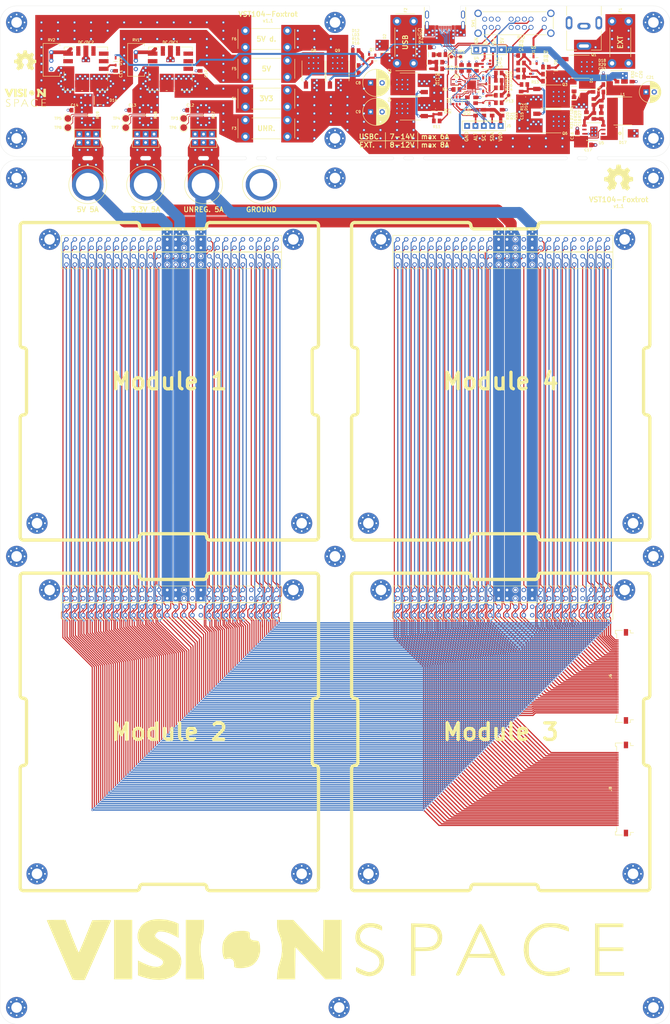
<source format=kicad_pcb>
(kicad_pcb (version 20171130) (host pcbnew 5.1.8)
  (title_block (title "VST104 Element Foxtrot") (date 2020-08-20) (rev v1.0) (company "VisionSpace Technologies") (comment 1 "4 slot flat-sat board with power management"))
  (layers (0 F.Cu signal) (1 In1.Cu power hide) (2 In2.Cu power hide) (31 B.Cu signal) (35 F.Paste user hide) (36 B.SilkS user hide) (37 F.SilkS user) (38 B.Mask user hide) (39 F.Mask user hide) (44 Edge.Cuts user))
  (net 0 "")
  (net 1 /H1-40)
  (net 2 /H1-6)
  (net 3 /H1-7)
  (net 4 /H1-11)
  (net 5 /H1-42)
  (net 6 /H1-13)
  (net 7 /H1-44)
  (net 8 /H1-14)
  (net 9 /H1-16)
  (net 10 /H1-19)
  (net 11 /H1-25)
  (net 12 /H1-38)
  (net 13 /H1-18)
  (net 14 /H1-17)
  (net 15 /H1-47)
  (net 16 /H1-35)
  (net 17 /H1-49)
  (net 18 /H1-23)
  (net 19 /H1-26)
  (net 20 /H1-32)
  (net 21 /H1-8)
  (net 22 /H1-48)
  (net 23 /H1-2)
  (net 24 /H1-46)
  (net 25 /H1-4)
  (net 26 /H1-30)
  (net 27 /H1-41)
  (net 28 /H1-29)
  (net 29 /H1-15)
  (net 30 /H1-12)
  (net 31 /H1-27)
  (net 32 /H1-21)
  (net 33 /H1-9)
  (net 34 /H1-22)
  (net 35 /H1-39)
  (net 36 /H1-5)
  (net 37 /H1-50)
  (net 38 /H1-51)
  (net 39 /H1-36)
  (net 40 /H1-45)
  (net 41 /H1-37)
  (net 42 /H1-1)
  (net 43 /H1-10)
  (net 44 /H1-28)
  (net 45 /H1-31)
  (net 46 /H1-24)
  (net 47 /H1-52)
  (net 48 /H1-43)
  (net 49 /H1-3)
  (net 50 /H1-20)
  (net 51 /H2-40)
  (net 52 /H2-6)
  (net 53 /H2-7)
  (net 54 /H2-11)
  (net 55 /H2-42)
  (net 56 /H2-13)
  (net 57 /H2-44)
  (net 58 /H2-14)
  (net 59 /H2-16)
  (net 60 /H2-19)
  (net 61 /H2-38)
  (net 62 /H2-18)
  (net 63 /H2-17)
  (net 64 /H2-47)
  (net 65 /H2-35)
  (net 66 /H2-49)
  (net 67 /H2-23)
  (net 68 /H2-8)
  (net 69 /H2-48)
  (net 70 /H2-2)
  (net 71 /H2-4)
  (net 72 /H2-41)
  (net 73 /H2-15)
  (net 74 /H2-12)
  (net 75 /H2-21)
  (net 76 /H2-9)
  (net 77 /H2-22)
  (net 78 /H2-39)
  (net 79 /H2-5)
  (net 80 /H2-50)
  (net 81 /H2-51)
  (net 82 /H2-36)
  (net 83 /H2-37)
  (net 84 /H2-1)
  (net 85 /H2-10)
  (net 86 /H2-24)
  (net 87 /H2-52)
  (net 88 /H2-43)
  (net 89 /H2-3)
  (net 90 /H2-20)
  (net 91 "Net-(Module_1-PadMH4)")
  (net 92 "Net-(Module_1-PadMH3)")
  (net 93 "Net-(Module_1-PadMH2)")
  (net 94 "Net-(Module_1-PadMH1)")
  (net 95 "Net-(Module_2-PadMH4)")
  (net 96 "Net-(Module_2-PadMH3)")
  (net 97 "Net-(Module_2-PadMH2)")
  (net 98 "Net-(Module_2-PadMH1)")
  (net 99 "Net-(Module_3-PadMH4)")
  (net 100 "Net-(Module_3-PadMH3)")
  (net 101 "Net-(Module_3-PadMH2)")
  (net 102 "Net-(Module_3-PadMH1)")
  (net 103 "Net-(Module_4-PadMH4)")
  (net 104 "Net-(Module_4-PadMH3)")
  (net 105 "Net-(Module_4-PadMH2)")
  (net 106 "Net-(Module_4-PadMH1)")
  (net 107 GND)
  (net 108 /SUP_5V)
  (net 109 /SUP_3V3)
  (net 110 /CC1)
  (net 111 /CC2)
  (net 112 /GPIO)
  (net 113 /PDO2)
  (net 114 /SUP_UNREG)
  (net 115 /SUP_BAT_1)
  (net 116 /SUP_BAT_2)
  (net 117 /VSINK)
  (net 118 VDD)
  (net 119 /ALTER)
  (net 120 /SDA)
  (net 121 /SCL)
  (net 122 /USB_P)
  (net 123 /USB_N)
  (net 124 "Net-(C20-Pad1)")
  (net 125 "Net-(C18-Pad1)")
  (net 126 +5V)
  (net 127 "Net-(C4-Pad1)")
  (net 128 "Net-(C5-Pad2)")
  (net 129 VBUS)
  (net 130 "Net-(F1-Pad2)")
  (net 131 "Net-(F5-Pad2)")
  (net 132 "Net-(F6-Pad2)")
  (net 133 "Net-(Q10-Pad1)")
  (net 134 "Net-(C11-Pad1)")
  (net 135 /RST)
  (net 136 "Net-(C6-Pad2)")
  (net 137 "Net-(D8-Pad2)")
  (net 138 "Net-(F2-Pad2)")
  (net 139 "Net-(D10-Pad2)")
  (net 140 "Net-(D12-Pad2)")
  (net 141 "Net-(H1-Pad1)")
  (net 142 "Net-(H2-Pad1)")
  (net 143 "Net-(H3-Pad1)")
  (net 144 "Net-(H4-Pad1)")
  (net 145 "Net-(H5-Pad1)")
  (net 146 "Net-(H6-Pad1)")
  (net 147 "Net-(H7-Pad1)")
  (net 148 "Net-(H8-Pad1)")
  (net 149 "Net-(H9-Pad1)")
  (net 150 "Net-(H10-Pad1)")
  (net 151 "Net-(H11-Pad1)")
  (net 152 "Net-(H12-Pad1)")
  (net 153 "Net-(J4-Pad1)")
  (net 154 "Net-(C10-Pad1)")
  (net 155 "Net-(C1-Pad2)")
  (net 156 "Net-(C2-Pad2)")
  (net 157 "Net-(C7-Pad2)")
  (net 158 "Net-(C18-Pad2)")
  (net 159 "Net-(C19-Pad2)")
  (net 160 "Net-(C22-Pad2)")
  (net 161 "Net-(D5-Pad1)")
  (net 162 "Net-(D5-Pad2)")
  (net 163 "Net-(D6-Pad2)")
  (net 164 "Net-(D7-Pad2)")
  (net 165 "Net-(D9-Pad3)")
  (net 166 "Net-(D10-Pad1)")
  (net 167 "Net-(D15-Pad2)")
  (net 168 "Net-(D16-Pad1)")
  (net 169 "Net-(H13-Pad1)")
  (net 170 "Net-(H14-Pad1)")
  (net 171 "Net-(H15-Pad1)")
  (net 172 "Net-(J2-Pad1)")
  (net 173 "Net-(J3-Pad1)")
  (net 174 "Net-(Q5-Pad3)")
  (net 175 "Net-(Q5-Pad1)")
  (net 176 "Net-(Q7-Pad1)")
  (net 177 "Net-(R1-Pad2)")
  (net 178 "Net-(R8-Pad2)")
  (net 179 "Net-(R11-Pad2)")
  (net 180 "Net-(R13-Pad2)")
  (net 181 "Net-(R14-Pad1)")
  (net 182 /VOUT_UNREG)
  (net 183 /VOUT_3V3)
  (net 184 /VOUT_5V)
  (net 185 "Net-(DC/DC1-Pad11)")
  (net 186 "Net-(DC/DC1-Pad6)")
  (net 187 "Net-(DC/DC1-Pad12)")
  (net 188 "Net-(DC/DC1-Pad8)")
  (net 189 "Net-(DC/DC1-Pad9)")
  (net 190 "Net-(DC/DC1-Pad10)")
  (net 191 "Net-(DC/DC1-Pad1)")
  (net 192 "Net-(DC/DC2-Pad11)")
  (net 193 "Net-(DC/DC2-Pad6)")
  (net 194 "Net-(DC/DC2-Pad12)")
  (net 195 "Net-(DC/DC2-Pad8)")
  (net 196 "Net-(DC/DC2-Pad9)")
  (net 197 "Net-(DC/DC2-Pad10)")
  (net 198 "Net-(D13-Pad1)")
  (net 199 "Net-(D13-Pad2)")
  (net 200 "Net-(D16-Pad2)")
  (net 201 "Net-(D17-Pad1)")
  (net 202 "Net-(D18-Pad2)")
  (net 203 "Net-(P1-PadA8)")
  (net 204 "Net-(P1-PadB8)")
  (net 205 "Net-(SW1-Pad12)")
  (net 206 "Net-(SW1-Pad11)")
  (net 207 "Net-(SW1-Pad8)")
  (net 208 "Net-(SW1-Pad7)")
  (net 209 "Net-(SW1-Pad6)")
  (net 210 "Net-(SW1-Pad5)")
  (net 211 "Net-(SW1-Pad3)")
  (net 212 "Net-(SW1-Pad1)")
  (net 213 "Net-(U2-Pad3)")
  (net 214 /ATTACH)
  (net 215 "Net-(U2-Pad17)")
  (net 216 "Net-(U2-Pad14)")
  (net 217 "Net-(U3-Pad6)")
  (net 218 "Net-(U4-Pad3)")
  (net 219 "Net-(U4-Pad6)")
  (net 220 "Net-(U5-Pad2)")
  (net 221 "Net-(U5-Pad6)")
  (module VST104_logos:OSH_logo_9mm (layer F.Cu) (at 212 84.5)
    (fp_text reference G*** hide)
    (fp_text value LOGO hide)
  )
  (module VST104_logos:OSH_logo_7mm (layer F.Cu) (at 32.61 49.04)
    (fp_text reference G*** hide)
    (fp_text value LOGO hide)
  )
  (module VST104_logos:VST_logo_vertical_12.5mm (layer F.Cu) (at 32.61 60.22)
    (fp_text reference G*** hide)
    (fp_text value LOGO hide)
  )
  (module VST104_footprints:D_SOD-323_1.65x1.28mm (layer F.Cu) (at 59.93 49.33 270)
    (fp_text reference D13 (at 0 -1.5 90) (layer F.SilkS) (effects (font (size 0.8 0.8) (thickness 0.16))))
    (fp_text value NSR0320MW2T1G)
    (pad 2 smd rect (at 1.07 0 270) (size 0.86 0.54) (layers F.Cu F.Paste F.Mask) (net 199 "Net-(D13-Pad2)"))
    (pad 1 smd rect (at -1.07 0 270) (size 0.86 0.54) (layers F.Cu F.Paste F.Mask) (net 198 "Net-(D13-Pad1)"))
  )
  (module VST104_footprints:D_SMA_DO-214AC_4.3x2.6mm (layer F.Cu) (at 53.5 61 180)
    (fp_text reference D14 (at -5.75 0) (layer F.SilkS) (effects (font (size 0.8 0.8) (thickness 0.16))))
    (fp_text value FM4004W)
    (pad 1 smd rect (at -2 0 180) (size 2.5 1.7) (layers F.Cu F.Paste F.Mask) (net 134 "Net-(C11-Pad1)"))
    (pad 2 smd rect (at 2 0 180) (size 2.5 1.7) (layers F.Cu F.Paste F.Mask) (net 184 /VOUT_5V))
  )
  (module VST104_footprints:D_SMD_0805_LED (layer F.Cu) (at 175.75 57.25)
    (fp_text reference D15 (at 3 -2) (layer F.SilkS) (effects (font (size 0.8 0.8) (thickness 0.16))))
    (fp_text value yellow hide)
    (pad 1 smd rect (at -0.875 0) (size 1.1 1.4) (layers F.Cu F.Paste F.Mask) (net 112 /GPIO))
    (pad 2 smd rect (at 0.875 0) (size 1.1 1.4) (layers F.Cu F.Paste F.Mask) (net 167 "Net-(D15-Pad2)"))
  )
  (module VST104_footprints:D_SMB-FN_DO-214AA-FN (layer F.Cu) (at 213.25 71)
    (fp_text reference D17 (at 0 2.75) (layer F.SilkS) (effects (font (size 0.8 0.8) (thickness 0.16))))
    (fp_text value STPS3L60UFN)
    (pad 1 smd rect (at -2.32 0) (size 1.2 2.07) (layers F.Cu F.Paste F.Mask) (net 201 "Net-(D17-Pad1)"))
    (pad 2 smd rect (at 2.32 0) (size 1.2 2.07) (layers F.Cu F.Paste F.Mask) (net 107 GND))
  )
  (module VST104_footprints:D_SMD_0805_LED (layer F.Cu) (at 208.25 54)
    (fp_text reference D18 (at -1.25 -5) (layer F.SilkS) (effects (font (size 0.8 0.8) (thickness 0.16))))
    (fp_text value green hide)
    (pad 1 smd rect (at -0.875 0) (size 1.1 1.4) (layers F.Cu F.Paste F.Mask) (net 107 GND))
    (pad 2 smd rect (at 0.875 0) (size 1.1 1.4) (layers F.Cu F.Paste F.Mask) (net 202 "Net-(D18-Pad2)"))
  )
  (module VST104_footprints:R_SMD_1206 (layer F.Cu) (at 86.5 65.5 90)
    (fp_text reference R17 (at 0 3 90) (layer F.SilkS) (effects (font (size 0.8 0.8) (thickness 0.16))))
    (fp_text value 0 hide)
    (pad 1 smd rect (at -1.375 0 90) (size 1.25 1.75) (layers F.Cu F.Paste F.Mask) (net 172 "Net-(J2-Pad1)"))
    (pad 2 smd rect (at 1.375 0 90) (size 1.25 1.75) (layers F.Cu F.Paste F.Mask) (net 182 /VOUT_UNREG))
  )
  (module VST104_footprints:R_SMD_1206 (layer F.Cu) (at 69 65.5 90)
    (fp_text reference R18 (at 0 3 90) (layer F.SilkS) (effects (font (size 0.8 0.8) (thickness 0.16))))
    (fp_text value 0 hide)
    (pad 1 smd rect (at -1.375 0 90) (size 1.25 1.75) (layers F.Cu F.Paste F.Mask) (net 173 "Net-(J3-Pad1)"))
    (pad 2 smd rect (at 1.375 0 90) (size 1.25 1.75) (layers F.Cu F.Paste F.Mask) (net 183 /VOUT_3V3))
  )
  (module VST104_footprints:R_SMD_1206 (layer F.Cu) (at 51.5 65.5 90)
    (fp_text reference R19 (at 0 3 90) (layer F.SilkS) (effects (font (size 0.8 0.8) (thickness 0.16))))
    (fp_text value 0 hide)
    (pad 1 smd rect (at -1.375 0 90) (size 1.25 1.75) (layers F.Cu F.Paste F.Mask) (net 153 "Net-(J4-Pad1)"))
    (pad 2 smd rect (at 1.375 0 90) (size 1.25 1.75) (layers F.Cu F.Paste F.Mask) (net 184 /VOUT_5V))
  )
  (module VST104_footprints:SOT-23-6L_2.9x1.6mm (layer F.Cu) (at 163 61 270)
    (fp_text reference U3 (at 0 2.5 90) (layer F.SilkS) (effects (font (size 0.8 0.8) (thickness 0.16))))
    (fp_text value USBLC6-4)
    (pad 1 smd rect (at -1.15 -0.95) (size 0.6 0.7) (layers F.Cu F.Paste F.Mask) (net 120 /SDA))
    (pad 2 smd rect (at -1.15 0) (size 0.6 0.7) (layers F.Cu F.Paste F.Mask) (net 107 GND))
    (pad 3 smd rect (at -1.15 0.95) (size 0.6 0.7) (layers F.Cu F.Paste F.Mask) (net 121 /SCL))
    (pad 4 smd rect (at 1.15 0.95) (size 0.6 0.7) (layers F.Cu F.Paste F.Mask) (net 119 /ALTER))
    (pad 5 smd rect (at 1.15 0) (size 0.6 0.7) (layers F.Cu F.Paste F.Mask) (net 118 VDD))
    (pad 6 smd rect (at 1.15 -0.95) (size 0.6 0.7) (layers F.Cu F.Paste F.Mask) (net 217 "Net-(U3-Pad6)"))
  )
  (module VST104_footprints:HSOP8_3.9x4.9mm_EP (layer F.Cu) (at 204.5 70.5 180)
    (fp_text reference U5 (at -2.25 -3.38) (layer F.SilkS) (effects (font (size 0.8 0.8) (thickness 0.16))))
    (fp_text value L7985)
    (pad 1 smd rect (at -2.858 -1.905 180) (size 1.27 0.5) (layers F.Cu F.Paste F.Mask) (net 201 "Net-(D17-Pad1)"))
    (pad 2 smd rect (at -2.858 -0.635 180) (size 1.27 0.5) (layers F.Cu F.Paste F.Mask) (net 220 "Net-(U5-Pad2)"))
    (pad 3 smd rect (at -2.858 0.635 180) (size 1.27 0.5) (layers F.Cu F.Paste F.Mask) (net 117 /VSINK))
    (pad 4 smd rect (at -2.858 1.905 180) (size 1.27 0.5) (layers F.Cu F.Paste F.Mask) (net 125 "Net-(C18-Pad1)"))
    (pad 8 smd rect (at 2.858 -1.905 180) (size 1.27 0.5) (layers F.Cu F.Paste F.Mask) (net 117 /VSINK))
    (pad 7 smd rect (at 2.858 -0.635 180) (size 1.27 0.5) (layers F.Cu F.Paste F.Mask) (net 107 GND))
    (pad 6 smd rect (at 2.858 0.635 180) (size 1.27 0.5) (layers F.Cu F.Paste F.Mask) (net 221 "Net-(U5-Pad6)"))
    (pad 5 smd rect (at 2.858 1.905 180) (size 1.27 0.5) (layers F.Cu F.Paste F.Mask) (net 159 "Net-(C19-Pad2)"))
    (pad 25 smd rect (at 0 0 180) (size 2.2 3.1) (layers F.Cu F.Mask) (net 107 GND))
  )
  (module VST104_footprints:R_SMD_0805 (layer F.Cu) (at 211.5 56.25 90)
    (fp_text reference R30 (at 3 4.75 90) (layer F.SilkS) (effects (font (size 0.8 0.8) (thickness 0.16))))
    (fp_text value 150 hide)
    (pad 1 smd rect (at -0.875 0 90) (size 1.1 1.4) (layers F.Cu F.Paste F.Mask) (net 124 "Net-(C20-Pad1)"))
    (pad 2 smd rect (at 0.875 0 90) (size 1.1 1.4) (layers F.Cu F.Paste F.Mask) (net 202 "Net-(D18-Pad2)"))
  )
  (module VST104_footprints:R_SMD_0805 (layer F.Cu) (at 202.25 65.5 270)
    (fp_text reference R31 (at 3 4.5 90) (layer F.SilkS) (effects (font (size 0.8 0.8) (thickness 0.16))))
    (fp_text value 698 hide)
    (pad 1 smd rect (at -0.875 0 270) (size 1.1 1.4) (layers F.Cu F.Paste F.Mask) (net 107 GND))
    (pad 2 smd rect (at 0.875 0 270) (size 1.1 1.4) (layers F.Cu F.Paste F.Mask) (net 159 "Net-(C19-Pad2)"))
  )
  (module VST104_footprints:R_SMD_0805 (layer F.Cu) (at 208.25 58.5)
    (fp_text reference R29 (at -1.25 -8.25) (layer F.SilkS) (effects (font (size 0.8 0.8) (thickness 0.16))))
    (fp_text value 5k1 hide)
    (pad 1 smd rect (at -0.875 0) (size 1.1 1.4) (layers F.Cu F.Paste F.Mask) (net 159 "Net-(C19-Pad2)"))
    (pad 2 smd rect (at 0.875 0) (size 1.1 1.4) (layers F.Cu F.Paste F.Mask) (net 124 "Net-(C20-Pad1)"))
  )
  (module VST104_footprints:R_SMD_0805 (layer F.Cu) (at 204.5 61.5 90)
    (fp_text reference R28 (at -3.75 -5.5 90) (layer F.SilkS) (effects (font (size 0.8 0.8) (thickness 0.16))))
    (fp_text value 100 hide)
    (pad 1 smd rect (at -0.875 0 90) (size 1.1 1.4) (layers F.Cu F.Paste F.Mask) (net 159 "Net-(C19-Pad2)"))
    (pad 2 smd rect (at 0.875 0 90) (size 1.1 1.4) (layers F.Cu F.Paste F.Mask) (net 160 "Net-(C22-Pad2)"))
  )
  (module VST104_footprints:EG4319 (layer F.Cu) (at 189.5 36.5 180)
    (fp_text reference SW1 (at 21.5 -1.25 90) (layer F.SilkS) (effects (font (size 0.8 0.8) (thickness 0.16))))
    (fp_text value EG4319A)
    (pad MP thru_hole circle (at 20 -4.25 180) (size 2.25 2.25) (drill 1.5) (layers *.Cu *.Mask))
    (pad MP thru_hole circle (at 20 1.75 180) (size 2.25 2.25) (drill 1.5) (layers *.Cu *.Mask))
    (pad MP thru_hole circle (at -2 1.75 180) (size 2.25 2.25) (drill 1.5) (layers *.Cu *.Mask))
    (pad MP thru_hole circle (at -2 -4.25 180) (size 2.25 2.25) (drill 1.5) (layers *.Cu *.Mask))
    (pad 16 thru_hole circle (at 18 -2.5 180) (size 1.5 1.5) (drill 1) (layers *.Cu *.Mask) (net 113 /PDO2))
    (pad 15 thru_hole circle (at 16 -2.5 180) (size 1.5 1.5) (drill 1) (layers *.Cu *.Mask) (net 107 GND))
    (pad 14 thru_hole circle (at 14 -2.5 180) (size 1.5 1.5) (drill 1) (layers *.Cu *.Mask) (net 176 "Net-(Q7-Pad1)"))
    (pad 13 thru_hole circle (at 10 -2.5 180) (size 1.5 1.5) (drill 1) (layers *.Cu *.Mask) (net 107 GND))
    (pad 12 thru_hole circle (at 8 -2.5 180) (size 1.5 1.5) (drill 1) (layers *.Cu *.Mask) (net 205 "Net-(SW1-Pad12)"))
    (pad 11 thru_hole circle (at 6 -2.5 180) (size 1.5 1.5) (drill 1) (layers *.Cu *.Mask) (net 206 "Net-(SW1-Pad11)"))
    (pad 10 thru_hole circle (at 4 -2.5 180) (size 1.5 1.5) (drill 1) (layers *.Cu *.Mask) (net 180 "Net-(R13-Pad2)"))
    (pad 9 thru_hole circle (at 0 -2.5 180) (size 1.5 1.5) (drill 1) (layers *.Cu *.Mask) (net 174 "Net-(Q5-Pad3)"))
    (pad 8 thru_hole circle (at 18 0 180) (size 1.5 1.5) (drill 1) (layers *.Cu *.Mask) (net 207 "Net-(SW1-Pad8)"))
    (pad 7 thru_hole circle (at 16 0 180) (size 1.5 1.5) (drill 1) (layers *.Cu *.Mask) (net 208 "Net-(SW1-Pad7)"))
    (pad 6 thru_hole circle (at 14 0 180) (size 1.5 1.5) (drill 1) (layers *.Cu *.Mask) (net 209 "Net-(SW1-Pad6)"))
    (pad 5 thru_hole circle (at 10 0 180) (size 1.5 1.5) (drill 1) (layers *.Cu *.Mask) (net 210 "Net-(SW1-Pad5)"))
    (pad 4 thru_hole circle (at 8 0 180) (size 1.5 1.5) (drill 1) (layers *.Cu *.Mask) (net 165 "Net-(D9-Pad3)"))
    (pad 3 thru_hole circle (at 6 0 180) (size 1.5 1.5) (drill 1) (layers *.Cu *.Mask) (net 211 "Net-(SW1-Pad3)"))
    (pad 2 thru_hole circle (at 4 0 180) (size 1.5 1.5) (drill 1) (layers *.Cu *.Mask) (net 179 "Net-(R11-Pad2)"))
    (pad 1 thru_hole circle (at 0 0 180) (size 1.5 1.5) (drill 1) (layers *.Cu *.Mask) (net 212 "Net-(SW1-Pad1)"))
  )
  (module VST104_footprints:L_SMD_8040_8.0x8.0x4.2mm (layer F.Cu) (at 213.25 64.25)
    (fp_text reference L1 (at 0 -5) (layer F.SilkS) (effects (font (size 0.8 0.8) (thickness 0.16))))
    (fp_text value 22u)
    (pad 1 smd rect (at -3.1 0) (size 2.4 7.5) (layers F.Cu F.Mask) (net 201 "Net-(D17-Pad1)"))
    (pad 2 smd rect (at 3.1 0) (size 2.4 7.5) (layers F.Cu F.Mask) (net 124 "Net-(C20-Pad1)"))
  )
  (module VST104_footprints:C_SMD_0805 (layer F.Cu) (at 59.94 53 90)
    (fp_text reference C11 (at 0 1.56 90) (layer F.SilkS) (effects (font (size 0.8 0.8) (thickness 0.16))))
    (fp_text value 22u hide)
    (pad 1 smd rect (at -0.875 0 90) (size 1.1 1.4) (layers F.Cu F.Paste F.Mask) (net 134 "Net-(C11-Pad1)"))
    (pad 2 smd rect (at 0.875 0 90) (size 1.1 1.4) (layers F.Cu F.Paste F.Mask) (net 107 GND))
  )
  (module VST104_footprints:C_SMD_0805 (layer F.Cu) (at 85.5 53 90)
    (fp_text reference C10 (at 0 1.75 90) (layer F.SilkS) (effects (font (size 0.8 0.8) (thickness 0.16))))
    (fp_text value 22u hide)
    (pad 1 smd rect (at -0.875 0 90) (size 1.1 1.4) (layers F.Cu F.Paste F.Mask) (net 154 "Net-(C10-Pad1)"))
    (pad 2 smd rect (at 0.875 0 90) (size 1.1 1.4) (layers F.Cu F.Paste F.Mask) (net 107 GND))
  )
  (module VST104_footprints:QFN-24_4.0x4.0mm_EP (layer F.Cu) (at 167.5 56.38)
    (fp_text reference U2 hide)
    (fp_text value STUSB4500QTR)
    (pad 1 smd rect (at -1.9 -1.25) (size 0.6 0.25) (layers F.Cu F.Paste F.Mask) (net 110 /CC1))
    (pad 2 smd rect (at -1.9 -0.75) (size 0.6 0.25) (layers F.Cu F.Paste F.Mask) (net 110 /CC1))
    (pad 3 smd rect (at -1.9 -0.25) (size 0.6 0.25) (layers F.Cu F.Paste F.Mask) (net 213 "Net-(U2-Pad3)"))
    (pad 4 smd rect (at -1.9 0.25) (size 0.6 0.25) (layers F.Cu F.Paste F.Mask) (net 111 /CC2))
    (pad 5 smd rect (at -1.9 0.75) (size 0.6 0.25) (layers F.Cu F.Paste F.Mask) (net 111 /CC2))
    (pad 6 smd rect (at -1.9 1.25) (size 0.6 0.25) (layers F.Cu F.Paste F.Mask) (net 135 /RST))
    (pad 7 smd rect (at -1.25 1.9 90) (size 0.6 0.25) (layers F.Cu F.Paste F.Mask) (net 121 /SCL))
    (pad 8 smd rect (at -0.75 1.9 90) (size 0.6 0.25) (layers F.Cu F.Paste F.Mask) (net 120 /SDA))
    (pad 9 smd rect (at -0.25 1.9 90) (size 0.6 0.25) (layers F.Cu F.Paste F.Mask) (net 181 "Net-(R14-Pad1)"))
    (pad 10 smd rect (at 0.25 1.9 90) (size 0.6 0.25) (layers F.Cu F.Paste F.Mask) (net 107 GND))
    (pad 11 smd rect (at 0.75 1.9 90) (size 0.6 0.25) (layers F.Cu F.Paste F.Mask) (net 214 /ATTACH))
    (pad 12 smd rect (at 1.25 1.9 90) (size 0.6 0.25) (layers F.Cu F.Paste F.Mask) (net 107 GND))
    (pad 18 smd rect (at 1.9 -1.25 180) (size 0.6 0.25) (layers F.Cu F.Paste F.Mask) (net 177 "Net-(R1-Pad2)"))
    (pad 17 smd rect (at 1.9 -0.75 180) (size 0.6 0.25) (layers F.Cu F.Paste F.Mask) (net 215 "Net-(U2-Pad17)"))
    (pad 16 smd rect (at 1.9 -0.25 180) (size 0.6 0.25) (layers F.Cu F.Paste F.Mask) (net 165 "Net-(D9-Pad3)"))
    (pad 15 smd rect (at 1.9 0.25 180) (size 0.6 0.25) (layers F.Cu F.Paste F.Mask) (net 112 /GPIO))
    (pad 14 smd rect (at 1.9 0.75 180) (size 0.6 0.25) (layers F.Cu F.Paste F.Mask) (net 216 "Net-(U2-Pad14)"))
    (pad 13 smd rect (at 1.9 1.25 180) (size 0.6 0.25) (layers F.Cu F.Paste F.Mask) (net 107 GND))
    (pad 24 smd rect (at -1.25 -1.9 270) (size 0.6 0.25) (layers F.Cu F.Paste F.Mask) (net 128 "Net-(C5-Pad2)"))
    (pad 23 smd rect (at -0.75 -1.9 270) (size 0.6 0.25) (layers F.Cu F.Paste F.Mask) (net 157 "Net-(C7-Pad2)"))
    (pad 22 smd rect (at -0.25 -1.9 270) (size 0.6 0.25) (layers F.Cu F.Paste F.Mask) (net 118 VDD))
    (pad 21 smd rect (at 0.25 -1.9 270) (size 0.6 0.25) (layers F.Cu F.Paste F.Mask) (net 136 "Net-(C6-Pad2)"))
    (pad 20 smd rect (at 0.75 -1.9 270) (size 0.6 0.25) (layers F.Cu F.Paste F.Mask) (net 113 /PDO2))
    (pad 19 smd rect (at 1.25 -1.9 270) (size 0.6 0.25) (layers F.Cu F.Paste F.Mask) (net 119 /ALTER))
    (pad 25 smd rect (at 0 0 270) (size 2.7 2.7) (layers F.Cu F.Mask) (net 107 GND))
  )
  (module VST104_footprints:TO-252AA_6.5x6.1mm (layer F.Cu) (at 187.25 67.37 270)
    (fp_text reference Q6 (at 3.63 -8.5 180) (layer F.SilkS) (effects (font (size 0.8 0.8) (thickness 0.16))))
    (fp_text value SQD40061EL)
    (pad 1 smd rect (at -2.285 0 270) (size 1.3 2.15) (layers F.Cu F.Paste F.Mask) (net 139 "Net-(D10-Pad2)"))
    (pad 3 smd rect (at 0 -6.665 270) (size 5.5 5.7) (layers F.Cu F.Mask) (net 117 /VSINK))
    (pad 2 smd rect (at 2.285 0 90) (size 1.3 2.15) (layers F.Cu F.Paste F.Mask) (net 166 "Net-(D10-Pad1)"))
    (pad 3 thru_hole circle (at -1.4225 -8.27375 270) (size 0.6 0.6) (drill 0.3) (layers *.Cu) (net 117 /VSINK))
    (pad 3 thru_hole circle (at 0 -8.27375 270) (size 0.6 0.6) (drill 0.3) (layers *.Cu) (net 117 /VSINK))
    (pad 3 thru_hole circle (at 1.4225 -8.27375 270) (size 0.6 0.6) (drill 0.3) (layers *.Cu) (net 117 /VSINK))
    (pad 3 thru_hole circle (at -1.4225 -6.665 270) (size 0.6 0.6) (drill 0.3) (layers *.Cu) (net 117 /VSINK))
    (pad 3 thru_hole circle (at 0 -6.665 270) (size 0.6 0.6) (drill 0.3) (layers *.Cu) (net 117 /VSINK))
    (pad 3 thru_hole circle (at 1.4225 -6.665 270) (size 0.6 0.6) (drill 0.3) (layers *.Cu) (net 117 /VSINK))
    (pad 3 thru_hole circle (at -1.4225 -5.05625 270) (size 0.6 0.6) (drill 0.3) (layers *.Cu) (net 117 /VSINK))
    (pad 3 thru_hole circle (at 0 -5.05625 270) (size 0.6 0.6) (drill 0.3) (layers *.Cu) (net 117 /VSINK))
    (pad 3 thru_hole circle (at 1.4225 -5.05625 270) (size 0.6 0.6) (drill 0.3) (layers *.Cu) (net 117 /VSINK))
  )
  (module VST104_footprints:TO-252AA_6.5x6.1mm (layer F.Cu) (at 119.75 56.435)
    (fp_text reference Q8 (at 0 -10.435) (layer F.SilkS) (effects (font (size 0.8 0.8) (thickness 0.16))))
    (fp_text value SQD40061EL)
    (pad 1 smd rect (at -2.285 0) (size 1.3 2.15) (layers F.Cu F.Paste F.Mask) (net 176 "Net-(Q7-Pad1)"))
    (pad 3 smd rect (at 0 -6.665) (size 5.5 5.7) (layers F.Cu F.Mask) (net 131 "Net-(F5-Pad2)"))
    (pad 2 smd rect (at 2.285 0 180) (size 1.3 2.15) (layers F.Cu F.Paste F.Mask) (net 117 /VSINK))
    (pad 3 thru_hole circle (at -1.4225 -8.27375) (size 0.6 0.6) (drill 0.3) (layers *.Cu) (net 131 "Net-(F5-Pad2)"))
    (pad 3 thru_hole circle (at 0 -8.27375) (size 0.6 0.6) (drill 0.3) (layers *.Cu) (net 131 "Net-(F5-Pad2)"))
    (pad 3 thru_hole circle (at 1.4225 -8.27375) (size 0.6 0.6) (drill 0.3) (layers *.Cu) (net 131 "Net-(F5-Pad2)"))
    (pad 3 thru_hole circle (at -1.4225 -6.665) (size 0.6 0.6) (drill 0.3) (layers *.Cu) (net 131 "Net-(F5-Pad2)"))
    (pad 3 thru_hole circle (at 0 -6.665) (size 0.6 0.6) (drill 0.3) (layers *.Cu) (net 131 "Net-(F5-Pad2)"))
    (pad 3 thru_hole circle (at 1.4225 -6.665) (size 0.6 0.6) (drill 0.3) (layers *.Cu) (net 131 "Net-(F5-Pad2)"))
    (pad 3 thru_hole circle (at -1.4225 -5.05625) (size 0.6 0.6) (drill 0.3) (layers *.Cu) (net 131 "Net-(F5-Pad2)"))
    (pad 3 thru_hole circle (at 0 -5.05625) (size 0.6 0.6) (drill 0.3) (layers *.Cu) (net 131 "Net-(F5-Pad2)"))
    (pad 3 thru_hole circle (at 1.4225 -5.05625) (size 0.6 0.6) (drill 0.3) (layers *.Cu) (net 131 "Net-(F5-Pad2)"))
  )
  (module VST104_footprints:TO-252AA_6.5x6.1mm (layer F.Cu) (at 127 56.435)
    (fp_text reference Q9 (at 0 -10.435) (layer F.SilkS) (effects (font (size 0.8 0.8) (thickness 0.16))))
    (fp_text value SQD40061EL)
    (pad 1 smd rect (at -2.285 0) (size 1.3 2.15) (layers F.Cu F.Paste F.Mask) (net 198 "Net-(D13-Pad1)"))
    (pad 3 smd rect (at 0 -6.665) (size 5.5 5.7) (layers F.Cu F.Mask) (net 132 "Net-(F6-Pad2)"))
    (pad 2 smd rect (at 2.285 0 180) (size 1.3 2.15) (layers F.Cu F.Paste F.Mask) (net 117 /VSINK))
    (pad 3 thru_hole circle (at -1.4225 -8.27375) (size 0.6 0.6) (drill 0.3) (layers *.Cu) (net 132 "Net-(F6-Pad2)"))
    (pad 3 thru_hole circle (at 0 -8.27375) (size 0.6 0.6) (drill 0.3) (layers *.Cu) (net 132 "Net-(F6-Pad2)"))
    (pad 3 thru_hole circle (at 1.4225 -8.27375) (size 0.6 0.6) (drill 0.3) (layers *.Cu) (net 132 "Net-(F6-Pad2)"))
    (pad 3 thru_hole circle (at -1.4225 -6.665) (size 0.6 0.6) (drill 0.3) (layers *.Cu) (net 132 "Net-(F6-Pad2)"))
    (pad 3 thru_hole circle (at 0 -6.665) (size 0.6 0.6) (drill 0.3) (layers *.Cu) (net 132 "Net-(F6-Pad2)"))
    (pad 3 thru_hole circle (at 1.4225 -6.665) (size 0.6 0.6) (drill 0.3) (layers *.Cu) (net 132 "Net-(F6-Pad2)"))
    (pad 3 thru_hole circle (at -1.4225 -5.05625) (size 0.6 0.6) (drill 0.3) (layers *.Cu) (net 132 "Net-(F6-Pad2)"))
    (pad 3 thru_hole circle (at 0 -5.05625) (size 0.6 0.6) (drill 0.3) (layers *.Cu) (net 132 "Net-(F6-Pad2)"))
    (pad 3 thru_hole circle (at 1.4225 -5.05625) (size 0.6 0.6) (drill 0.3) (layers *.Cu) (net 132 "Net-(F6-Pad2)"))
  )
  (module VST104_footprints:TO-252AA_6.5x6.1mm (layer F.Cu) (at 153.25 63.5 90)
    (fp_text reference Q4 (at 2.75 -10.5 90) (layer F.SilkS) (effects (font (size 0.8 0.8) (thickness 0.16))))
    (fp_text value SQD40061EL)
    (pad 1 smd rect (at -2.285 0 90) (size 1.3 2.15) (layers F.Cu F.Paste F.Mask) (net 137 "Net-(D8-Pad2)"))
    (pad 3 smd rect (at 0 -6.665 90) (size 5.5 5.7) (layers F.Cu F.Mask) (net 117 /VSINK))
    (pad 2 smd rect (at 2.285 0 270) (size 1.3 2.15) (layers F.Cu F.Paste F.Mask) (net 128 "Net-(C5-Pad2)"))
    (pad 3 thru_hole circle (at -1.4225 -8.27375 90) (size 0.6 0.6) (drill 0.3) (layers *.Cu) (net 117 /VSINK))
    (pad 3 thru_hole circle (at 0 -8.27375 90) (size 0.6 0.6) (drill 0.3) (layers *.Cu) (net 117 /VSINK))
    (pad 3 thru_hole circle (at 1.4225 -8.27375 90) (size 0.6 0.6) (drill 0.3) (layers *.Cu) (net 117 /VSINK))
    (pad 3 thru_hole circle (at -1.4225 -6.665 90) (size 0.6 0.6) (drill 0.3) (layers *.Cu) (net 117 /VSINK))
    (pad 3 thru_hole circle (at 0 -6.665 90) (size 0.6 0.6) (drill 0.3) (layers *.Cu) (net 117 /VSINK))
    (pad 3 thru_hole circle (at 1.4225 -6.665 90) (size 0.6 0.6) (drill 0.3) (layers *.Cu) (net 117 /VSINK))
    (pad 3 thru_hole circle (at -1.4225 -5.05625 90) (size 0.6 0.6) (drill 0.3) (layers *.Cu) (net 117 /VSINK))
    (pad 3 thru_hole circle (at 0 -5.05625 90) (size 0.6 0.6) (drill 0.3) (layers *.Cu) (net 117 /VSINK))
    (pad 3 thru_hole circle (at 1.4225 -5.05625 90) (size 0.6 0.6) (drill 0.3) (layers *.Cu) (net 117 /VSINK))
  )
  (module VST104_footprints:TO-252AA_6.5x6.1mm (layer F.Cu) (at 187.25 59.87 270)
    (fp_text reference Q3 (at -3.62 -8.5) (layer F.SilkS) (effects (font (size 0.8 0.8) (thickness 0.16))))
    (fp_text value SQD40061EL)
    (pad 1 smd rect (at -2.285 0 270) (size 1.3 2.15) (layers F.Cu F.Paste F.Mask) (net 139 "Net-(D10-Pad2)"))
    (pad 3 smd rect (at 0 -6.665 270) (size 5.5 5.7) (layers F.Cu F.Mask) (net 161 "Net-(D5-Pad1)"))
    (pad 2 smd rect (at 2.285 0 90) (size 1.3 2.15) (layers F.Cu F.Paste F.Mask) (net 166 "Net-(D10-Pad1)"))
    (pad 3 thru_hole circle (at -1.4225 -8.27375 270) (size 0.6 0.6) (drill 0.3) (layers *.Cu) (net 161 "Net-(D5-Pad1)"))
    (pad 3 thru_hole circle (at 0 -8.27375 270) (size 0.6 0.6) (drill 0.3) (layers *.Cu) (net 161 "Net-(D5-Pad1)"))
    (pad 3 thru_hole circle (at 1.4225 -8.27375 270) (size 0.6 0.6) (drill 0.3) (layers *.Cu) (net 161 "Net-(D5-Pad1)"))
    (pad 3 thru_hole circle (at -1.4225 -6.665 270) (size 0.6 0.6) (drill 0.3) (layers *.Cu) (net 161 "Net-(D5-Pad1)"))
    (pad 3 thru_hole circle (at 0 -6.665 270) (size 0.6 0.6) (drill 0.3) (layers *.Cu) (net 161 "Net-(D5-Pad1)"))
    (pad 3 thru_hole circle (at 1.4225 -6.665 270) (size 0.6 0.6) (drill 0.3) (layers *.Cu) (net 161 "Net-(D5-Pad1)"))
    (pad 3 thru_hole circle (at -1.4225 -5.05625 270) (size 0.6 0.6) (drill 0.3) (layers *.Cu) (net 161 "Net-(D5-Pad1)"))
    (pad 3 thru_hole circle (at 0 -5.05625 270) (size 0.6 0.6) (drill 0.3) (layers *.Cu) (net 161 "Net-(D5-Pad1)"))
    (pad 3 thru_hole circle (at 1.4225 -5.05625 270) (size 0.6 0.6) (drill 0.3) (layers *.Cu) (net 161 "Net-(D5-Pad1)"))
  )
  (module VST104_footprints:TO-252AA_6.5x6.1mm (layer F.Cu) (at 153.25 56.25 90)
    (fp_text reference Q2 (at 4 -10.5 270) (layer F.SilkS) (effects (font (size 0.8 0.8) (thickness 0.16))))
    (fp_text value SQD40061EL)
    (pad 1 smd rect (at -2.285 0 90) (size 1.3 2.15) (layers F.Cu F.Paste F.Mask) (net 137 "Net-(D8-Pad2)"))
    (pad 3 smd rect (at 0 -6.665 90) (size 5.5 5.7) (layers F.Cu F.Mask) (net 129 VBUS))
    (pad 2 smd rect (at 2.285 0 270) (size 1.3 2.15) (layers F.Cu F.Paste F.Mask) (net 128 "Net-(C5-Pad2)"))
    (pad 3 thru_hole circle (at -1.4225 -8.27375 90) (size 0.6 0.6) (drill 0.3) (layers *.Cu) (net 129 VBUS))
    (pad 3 thru_hole circle (at 0 -8.27375 90) (size 0.6 0.6) (drill 0.3) (layers *.Cu) (net 129 VBUS))
    (pad 3 thru_hole circle (at 1.4225 -8.27375 90) (size 0.6 0.6) (drill 0.3) (layers *.Cu) (net 129 VBUS))
    (pad 3 thru_hole circle (at -1.4225 -6.665 90) (size 0.6 0.6) (drill 0.3) (layers *.Cu) (net 129 VBUS))
    (pad 3 thru_hole circle (at 0 -6.665 90) (size 0.6 0.6) (drill 0.3) (layers *.Cu) (net 129 VBUS))
    (pad 3 thru_hole circle (at 1.4225 -6.665 90) (size 0.6 0.6) (drill 0.3) (layers *.Cu) (net 129 VBUS))
    (pad 3 thru_hole circle (at -1.4225 -5.05625 90) (size 0.6 0.6) (drill 0.3) (layers *.Cu) (net 129 VBUS))
    (pad 3 thru_hole circle (at 0 -5.05625 90) (size 0.6 0.6) (drill 0.3) (layers *.Cu) (net 129 VBUS))
    (pad 3 thru_hole circle (at 1.4225 -5.05625 90) (size 0.6 0.6) (drill 0.3) (layers *.Cu) (net 129 VBUS))
  )
  (module VST104_footprints:TO-252AA_6.5x6.1mm (layer F.Cu) (at 195.75 50.87 270)
    (fp_text reference Q1 (at -3.62 -8.75) (layer F.SilkS) (effects (font (size 0.8 0.8) (thickness 0.16))))
    (fp_text value SQD40061EL)
    (pad 1 smd rect (at -2.285 0 270) (size 1.3 2.15) (layers F.Cu F.Paste F.Mask) (net 162 "Net-(D5-Pad2)"))
    (pad 3 smd rect (at 0 -6.665 270) (size 5.5 5.7) (layers F.Cu F.Mask) (net 155 "Net-(C1-Pad2)"))
    (pad 2 smd rect (at 2.285 0 90) (size 1.3 2.15) (layers F.Cu F.Paste F.Mask) (net 161 "Net-(D5-Pad1)"))
    (pad 3 thru_hole circle (at -1.4225 -8.27375 270) (size 0.6 0.6) (drill 0.3) (layers *.Cu) (net 155 "Net-(C1-Pad2)"))
    (pad 3 thru_hole circle (at 0 -8.27375 270) (size 0.6 0.6) (drill 0.3) (layers *.Cu) (net 155 "Net-(C1-Pad2)"))
    (pad 3 thru_hole circle (at 1.4225 -8.27375 270) (size 0.6 0.6) (drill 0.3) (layers *.Cu) (net 155 "Net-(C1-Pad2)"))
    (pad 3 thru_hole circle (at -1.4225 -6.665 270) (size 0.6 0.6) (drill 0.3) (layers *.Cu) (net 155 "Net-(C1-Pad2)"))
    (pad 3 thru_hole circle (at 0 -6.665 270) (size 0.6 0.6) (drill 0.3) (layers *.Cu) (net 155 "Net-(C1-Pad2)"))
    (pad 3 thru_hole circle (at 1.4225 -6.665 270) (size 0.6 0.6) (drill 0.3) (layers *.Cu) (net 155 "Net-(C1-Pad2)"))
    (pad 3 thru_hole circle (at -1.4225 -5.05625 270) (size 0.6 0.6) (drill 0.3) (layers *.Cu) (net 155 "Net-(C1-Pad2)"))
    (pad 3 thru_hole circle (at 0 -5.05625 270) (size 0.6 0.6) (drill 0.3) (layers *.Cu) (net 155 "Net-(C1-Pad2)"))
    (pad 3 thru_hole circle (at 1.4225 -5.05625 270) (size 0.6 0.6) (drill 0.3) (layers *.Cu) (net 155 "Net-(C1-Pad2)"))
  )
  (module VST104_footprints:trimer_3296W_10.0x9.5x10.0 (layer F.Cu) (at 40.48 49.05)
    (fp_text reference RV2 (at 0.066 -6.25) (layer F.SilkS) (effects (font (size 0.8 0.8) (thickness 0.16))))
    (fp_text value 3k3)
    (pad 3 thru_hole circle (at 0 -2.54) (size 1.3 1.3) (drill 0.7) (layers *.Cu *.Mask) (net 193 "Net-(DC/DC2-Pad6)"))
    (pad 2 thru_hole circle (at 0 0) (size 1.3 1.3) (drill 0.7) (layers *.Cu *.Mask) (net 193 "Net-(DC/DC2-Pad6)"))
    (pad 1 thru_hole circle (at 0 2.54) (size 1.3 1.3) (drill 0.7) (layers *.Cu *.Mask) (net 107 GND))
  )
  (module VST104_footprints:trimer_3296W_10.0x9.5x10.0 (layer F.Cu) (at 66.04 49.05)
    (fp_text reference RV1 (at 0.066 -6.25) (layer F.SilkS) (effects (font (size 0.8 0.8) (thickness 0.16))))
    (fp_text value 3k3)
    (pad 3 thru_hole circle (at 0 -2.54) (size 1.3 1.3) (drill 0.7) (layers *.Cu *.Mask) (net 186 "Net-(DC/DC1-Pad6)"))
    (pad 2 thru_hole circle (at 0 0) (size 1.3 1.3) (drill 0.7) (layers *.Cu *.Mask) (net 186 "Net-(DC/DC1-Pad6)"))
    (pad 1 thru_hole circle (at 0 2.54) (size 1.3 1.3) (drill 0.7) (layers *.Cu *.Mask) (net 107 GND))
  )
  (module VST104_footprints:Power-DI-123_2.8x1.8x1mm (layer F.Cu) (at 133 48.25 180)
    (fp_text reference LD3 (at 0.5 7) (layer F.SilkS) (effects (font (size 0.8 0.8) (thickness 0.16))))
    (fp_text value AL5809)
    (pad 1 smd rect (at -1.525 0 180) (size 1.05 1.5) (layers F.Cu F.Paste F.Mask) (net 140 "Net-(D12-Pad2)"))
    (pad 2 smd rect (at 1.525 0 180) (size 1.05 1.5) (layers F.Cu F.Paste F.Mask) (net 117 /VSINK))
  )
  (module VST104_footprints:Power-DI-123_2.8x1.8x1mm (layer F.Cu) (at 198.5 56.75 90)
    (fp_text reference LD2 (at -7.25 -0.75 90) (layer F.SilkS) (effects (font (size 0.8 0.8) (thickness 0.16))))
    (fp_text value AL5809)
    (pad 1 smd rect (at -1.525 0 90) (size 1.05 1.5) (layers F.Cu F.Paste F.Mask) (net 164 "Net-(D7-Pad2)"))
    (pad 2 smd rect (at 1.525 0 90) (size 1.05 1.5) (layers F.Cu F.Paste F.Mask) (net 161 "Net-(D5-Pad1)"))
  )
  (module VST104_footprints:Power-DI-123_2.8x1.8x1mm (layer F.Cu) (at 154.5 47.25 180)
    (fp_text reference LD1 (at 2.25 6.25) (layer F.SilkS) (effects (font (size 0.8 0.8) (thickness 0.16))))
    (fp_text value AL5809)
    (pad 1 smd rect (at -1.525 0 180) (size 1.05 1.5) (layers F.Cu F.Paste F.Mask) (net 163 "Net-(D6-Pad2)"))
    (pad 2 smd rect (at 1.525 0 180) (size 1.05 1.5) (layers F.Cu F.Paste F.Mask) (net 129 VBUS))
  )
  (module VST104_footprints:SOT-23-6L_2.9x1.6mm (layer F.Cu) (at 172 50)
    (fp_text reference U4 (at -3 -1.75) (layer F.SilkS) (effects (font (size 0.8 0.8) (thickness 0.16))))
    (fp_text value USBLC6-4)
    (pad 1 smd rect (at -1.15 -0.95 90) (size 0.6 0.7) (layers F.Cu F.Paste F.Mask) (net 123 /USB_N))
    (pad 2 smd rect (at -1.15 0 90) (size 0.6 0.7) (layers F.Cu F.Paste F.Mask) (net 107 GND))
    (pad 3 smd rect (at -1.15 0.95 90) (size 0.6 0.7) (layers F.Cu F.Paste F.Mask) (net 218 "Net-(U4-Pad3)"))
    (pad 4 smd rect (at 1.15 0.95 90) (size 0.6 0.7) (layers F.Cu F.Paste F.Mask) (net 122 /USB_P))
    (pad 5 smd rect (at 1.15 0 90) (size 0.6 0.7) (layers F.Cu F.Paste F.Mask) (net 126 +5V))
    (pad 6 smd rect (at 1.15 -0.95 90) (size 0.6 0.7) (layers F.Cu F.Paste F.Mask) (net 219 "Net-(U4-Pad6)"))
  )
  (module VST104_footprints:conn_FPC_45x0.5_505110-4591 (layer F.Cu) (at 212 280 90)
    (fp_text reference J8 (at 11 -2.5 90) (layer F.SilkS) (effects (font (size 0.8 0.8) (thickness 0.16))))
    (fp_text value Conn_01x45)
    (pad 1 smd rect (at 0 -0.5 90) (size 0.3 1) (layers F.Cu F.Paste F.Mask) (net 84 /H2-1))
    (pad 2 smd rect (at 0.5 -0.5 90) (size 0.3 1) (layers F.Cu F.Paste F.Mask) (net 23 /H1-2))
    (pad 3 smd rect (at 1 -0.5 90) (size 0.3 1) (layers F.Cu F.Paste F.Mask) (net 70 /H2-2))
    (pad 4 smd rect (at 1.5 -0.5 90) (size 0.3 1) (layers F.Cu F.Paste F.Mask) (net 42 /H1-1))
    (pad 5 smd rect (at 2 -0.5 90) (size 0.3 1) (layers F.Cu F.Paste F.Mask) (net 89 /H2-3))
    (pad 6 smd rect (at 2.5 -0.5 90) (size 0.3 1) (layers F.Cu F.Paste F.Mask) (net 25 /H1-4))
    (pad 7 smd rect (at 3 -0.5 90) (size 0.3 1) (layers F.Cu F.Paste F.Mask) (net 71 /H2-4))
    (pad 8 smd rect (at 3.5 -0.5 90) (size 0.3 1) (layers F.Cu F.Paste F.Mask) (net 49 /H1-3))
    (pad 9 smd rect (at 4 -0.5 90) (size 0.3 1) (layers F.Cu F.Paste F.Mask) (net 79 /H2-5))
    (pad 10 smd rect (at 4.5 -0.5 90) (size 0.3 1) (layers F.Cu F.Paste F.Mask) (net 2 /H1-6))
    (pad 11 smd rect (at 5 -0.5 90) (size 0.3 1) (layers F.Cu F.Paste F.Mask) (net 52 /H2-6))
    (pad 12 smd rect (at 5.5 -0.5 90) (size 0.3 1) (layers F.Cu F.Paste F.Mask) (net 36 /H1-5))
    (pad 13 smd rect (at 6 -0.5 90) (size 0.3 1) (layers F.Cu F.Paste F.Mask) (net 53 /H2-7))
    (pad 14 smd rect (at 6.5 -0.5 90) (size 0.3 1) (layers F.Cu F.Paste F.Mask) (net 21 /H1-8))
    (pad 15 smd rect (at 7 -0.5 90) (size 0.3 1) (layers F.Cu F.Paste F.Mask) (net 68 /H2-8))
    (pad 16 smd rect (at 7.5 -0.5 90) (size 0.3 1) (layers F.Cu F.Paste F.Mask) (net 3 /H1-7))
    (pad 17 smd rect (at 8 -0.5 90) (size 0.3 1) (layers F.Cu F.Paste F.Mask) (net 76 /H2-9))
    (pad 18 smd rect (at 8.5 -0.5 90) (size 0.3 1) (layers F.Cu F.Paste F.Mask) (net 43 /H1-10))
    (pad 19 smd rect (at 9 -0.5 90) (size 0.3 1) (layers F.Cu F.Paste F.Mask) (net 85 /H2-10))
    (pad 20 smd rect (at 9.5 -0.5 90) (size 0.3 1) (layers F.Cu F.Paste F.Mask) (net 33 /H1-9))
    (pad 21 smd rect (at 10 -0.5 90) (size 0.3 1) (layers F.Cu F.Paste F.Mask) (net 54 /H2-11))
    (pad 22 smd rect (at 10.5 -0.5 90) (size 0.3 1) (layers F.Cu F.Paste F.Mask) (net 30 /H1-12))
    (pad 23 smd rect (at 11 -0.5 90) (size 0.3 1) (layers F.Cu F.Paste F.Mask) (net 74 /H2-12))
    (pad 24 smd rect (at 11.5 -0.5 90) (size 0.3 1) (layers F.Cu F.Paste F.Mask) (net 4 /H1-11))
    (pad 25 smd rect (at 12 -0.5 90) (size 0.3 1) (layers F.Cu F.Paste F.Mask) (net 56 /H2-13))
    (pad 26 smd rect (at 12.5 -0.5 90) (size 0.3 1) (layers F.Cu F.Paste F.Mask) (net 8 /H1-14))
    (pad 27 smd rect (at 13 -0.5 90) (size 0.3 1) (layers F.Cu F.Paste F.Mask) (net 58 /H2-14))
    (pad 28 smd rect (at 13.5 -0.5 90) (size 0.3 1) (layers F.Cu F.Paste F.Mask) (net 6 /H1-13))
    (pad 29 smd rect (at 14 -0.5 90) (size 0.3 1) (layers F.Cu F.Paste F.Mask) (net 73 /H2-15))
    (pad 30 smd rect (at 14.5 -0.5 90) (size 0.3 1) (layers F.Cu F.Paste F.Mask) (net 9 /H1-16))
    (pad 31 smd rect (at 15 -0.5 90) (size 0.3 1) (layers F.Cu F.Paste F.Mask) (net 59 /H2-16))
    (pad 32 smd rect (at 15.5 -0.5 90) (size 0.3 1) (layers F.Cu F.Paste F.Mask) (net 29 /H1-15))
    (pad 33 smd rect (at 16 -0.5 90) (size 0.3 1) (layers F.Cu F.Paste F.Mask) (net 63 /H2-17))
    (pad 34 smd rect (at 16.5 -0.5 90) (size 0.3 1) (layers F.Cu F.Paste F.Mask) (net 13 /H1-18))
    (pad 35 smd rect (at 17 -0.5 90) (size 0.3 1) (layers F.Cu F.Paste F.Mask) (net 62 /H2-18))
    (pad 36 smd rect (at 17.5 -0.5 90) (size 0.3 1) (layers F.Cu F.Paste F.Mask) (net 14 /H1-17))
    (pad 37 smd rect (at 18 -0.5 90) (size 0.3 1) (layers F.Cu F.Paste F.Mask) (net 60 /H2-19))
    (pad 38 smd rect (at 18.5 -0.5 90) (size 0.3 1) (layers F.Cu F.Paste F.Mask) (net 50 /H1-20))
    (pad 39 smd rect (at 19 -0.5 90) (size 0.3 1) (layers F.Cu F.Paste F.Mask) (net 90 /H2-20))
    (pad 40 smd rect (at 19.5 -0.5 90) (size 0.3 1) (layers F.Cu F.Paste F.Mask) (net 10 /H1-19))
    (pad 41 smd rect (at 20 -0.5 90) (size 0.3 1) (layers F.Cu F.Paste F.Mask) (net 75 /H2-21))
    (pad 42 smd rect (at 20.5 -0.5 90) (size 0.3 1) (layers F.Cu F.Paste F.Mask) (net 34 /H1-22))
    (pad 43 smd rect (at 21 -0.5 90) (size 0.3 1) (layers F.Cu F.Paste F.Mask) (net 77 /H2-22))
    (pad 44 smd rect (at 21.5 -0.5 90) (size 0.3 1) (layers F.Cu F.Paste F.Mask) (net 32 /H1-21))
    (pad 45 smd rect (at 22 -0.5 90) (size 0.3 1) (layers F.Cu F.Paste F.Mask) (net 67 /H2-23))
    (pad MP smd rect (at -2.3 2.2 90) (size 2 1.3) (layers F.Cu F.Paste F.Mask))
    (pad MP smd rect (at 24.3 2.2 90) (size 2 1.3) (layers F.Cu F.Paste F.Mask))
  )
  (module VST104_footprints:conn_FPC_45x0.5_505110-4591 (layer F.Cu) (at 212 246 90)
    (fp_text reference J6 (at 11 -2.5 90) (layer F.SilkS) (effects (font (size 0.8 0.8) (thickness 0.16))))
    (fp_text value Conn_01x45)
    (pad 1 smd rect (at 0 -0.5 90) (size 0.3 1) (layers F.Cu F.Paste F.Mask) (net 46 /H1-24))
    (pad 2 smd rect (at 0.5 -0.5 90) (size 0.3 1) (layers F.Cu F.Paste F.Mask) (net 86 /H2-24))
    (pad 3 smd rect (at 1 -0.5 90) (size 0.3 1) (layers F.Cu F.Paste F.Mask) (net 18 /H1-23))
    (pad 4 smd rect (at 1.5 -0.5 90) (size 0.3 1) (layers F.Cu F.Paste F.Mask) (net 19 /H1-26))
    (pad 5 smd rect (at 2 -0.5 90) (size 0.3 1) (layers F.Cu F.Paste F.Mask) (net 11 /H1-25))
    (pad 6 smd rect (at 2.5 -0.5 90) (size 0.3 1) (layers F.Cu F.Paste F.Mask) (net 44 /H1-28))
    (pad 7 smd rect (at 3 -0.5 90) (size 0.3 1) (layers F.Cu F.Paste F.Mask) (net 31 /H1-27))
    (pad 8 smd rect (at 3.5 -0.5 90) (size 0.3 1) (layers F.Cu F.Paste F.Mask) (net 26 /H1-30))
    (pad 9 smd rect (at 4 -0.5 90) (size 0.3 1) (layers F.Cu F.Paste F.Mask) (net 28 /H1-29))
    (pad 10 smd rect (at 4.5 -0.5 90) (size 0.3 1) (layers F.Cu F.Paste F.Mask) (net 20 /H1-32))
    (pad 11 smd rect (at 5 -0.5 90) (size 0.3 1) (layers F.Cu F.Paste F.Mask) (net 45 /H1-31))
    (pad 12 smd rect (at 5.5 -0.5 90) (size 0.3 1) (layers F.Cu F.Paste F.Mask) (net 65 /H2-35))
    (pad 13 smd rect (at 6 -0.5 90) (size 0.3 1) (layers F.Cu F.Paste F.Mask) (net 39 /H1-36))
    (pad 14 smd rect (at 6.5 -0.5 90) (size 0.3 1) (layers F.Cu F.Paste F.Mask) (net 82 /H2-36))
    (pad 15 smd rect (at 7 -0.5 90) (size 0.3 1) (layers F.Cu F.Paste F.Mask) (net 16 /H1-35))
    (pad 16 smd rect (at 7.5 -0.5 90) (size 0.3 1) (layers F.Cu F.Paste F.Mask) (net 83 /H2-37))
    (pad 17 smd rect (at 8 -0.5 90) (size 0.3 1) (layers F.Cu F.Paste F.Mask) (net 12 /H1-38))
    (pad 18 smd rect (at 8.5 -0.5 90) (size 0.3 1) (layers F.Cu F.Paste F.Mask) (net 61 /H2-38))
    (pad 19 smd rect (at 9 -0.5 90) (size 0.3 1) (layers F.Cu F.Paste F.Mask) (net 41 /H1-37))
    (pad 20 smd rect (at 9.5 -0.5 90) (size 0.3 1) (layers F.Cu F.Paste F.Mask) (net 78 /H2-39))
    (pad 21 smd rect (at 10 -0.5 90) (size 0.3 1) (layers F.Cu F.Paste F.Mask) (net 1 /H1-40))
    (pad 22 smd rect (at 10.5 -0.5 90) (size 0.3 1) (layers F.Cu F.Paste F.Mask) (net 51 /H2-40))
    (pad 23 smd rect (at 11 -0.5 90) (size 0.3 1) (layers F.Cu F.Paste F.Mask) (net 35 /H1-39))
    (pad 24 smd rect (at 11.5 -0.5 90) (size 0.3 1) (layers F.Cu F.Paste F.Mask) (net 72 /H2-41))
    (pad 25 smd rect (at 12 -0.5 90) (size 0.3 1) (layers F.Cu F.Paste F.Mask) (net 5 /H1-42))
    (pad 26 smd rect (at 12.5 -0.5 90) (size 0.3 1) (layers F.Cu F.Paste F.Mask) (net 55 /H2-42))
    (pad 27 smd rect (at 13 -0.5 90) (size 0.3 1) (layers F.Cu F.Paste F.Mask) (net 27 /H1-41))
    (pad 28 smd rect (at 13.5 -0.5 90) (size 0.3 1) (layers F.Cu F.Paste F.Mask) (net 88 /H2-43))
    (pad 29 smd rect (at 14 -0.5 90) (size 0.3 1) (layers F.Cu F.Paste F.Mask) (net 7 /H1-44))
    (pad 30 smd rect (at 14.5 -0.5 90) (size 0.3 1) (layers F.Cu F.Paste F.Mask) (net 57 /H2-44))
    (pad 31 smd rect (at 15 -0.5 90) (size 0.3 1) (layers F.Cu F.Paste F.Mask) (net 48 /H1-43))
    (pad 32 smd rect (at 15.5 -0.5 90) (size 0.3 1) (layers F.Cu F.Paste F.Mask) (net 24 /H1-46))
    (pad 33 smd rect (at 16 -0.5 90) (size 0.3 1) (layers F.Cu F.Paste F.Mask) (net 40 /H1-45))
    (pad 34 smd rect (at 16.5 -0.5 90) (size 0.3 1) (layers F.Cu F.Paste F.Mask) (net 64 /H2-47))
    (pad 35 smd rect (at 17 -0.5 90) (size 0.3 1) (layers F.Cu F.Paste F.Mask) (net 22 /H1-48))
    (pad 36 smd rect (at 17.5 -0.5 90) (size 0.3 1) (layers F.Cu F.Paste F.Mask) (net 69 /H2-48))
    (pad 37 smd rect (at 18 -0.5 90) (size 0.3 1) (layers F.Cu F.Paste F.Mask) (net 15 /H1-47))
    (pad 38 smd rect (at 18.5 -0.5 90) (size 0.3 1) (layers F.Cu F.Paste F.Mask) (net 66 /H2-49))
    (pad 39 smd rect (at 19 -0.5 90) (size 0.3 1) (layers F.Cu F.Paste F.Mask) (net 37 /H1-50))
    (pad 40 smd rect (at 19.5 -0.5 90) (size 0.3 1) (layers F.Cu F.Paste F.Mask) (net 80 /H2-50))
    (pad 41 smd rect (at 20 -0.5 90) (size 0.3 1) (layers F.Cu F.Paste F.Mask) (net 17 /H1-49))
    (pad 42 smd rect (at 20.5 -0.5 90) (size 0.3 1) (layers F.Cu F.Paste F.Mask) (net 81 /H2-51))
    (pad 43 smd rect (at 21 -0.5 90) (size 0.3 1) (layers F.Cu F.Paste F.Mask) (net 47 /H1-52))
    (pad 44 smd rect (at 21.5 -0.5 90) (size 0.3 1) (layers F.Cu F.Paste F.Mask) (net 87 /H2-52))
    (pad 45 smd rect (at 22 -0.5 90) (size 0.3 1) (layers F.Cu F.Paste F.Mask) (net 38 /H1-51))
    (pad MP smd rect (at -2.3 2.2 90) (size 2 1.3) (layers F.Cu F.Paste F.Mask))
    (pad MP smd rect (at 24.3 2.2 90) (size 2 1.3) (layers F.Cu F.Paste F.Mask))
  )
  (module VST104_footprints:PC104_footprint (layer F.Cu) (at 131.255 299.7)
    (fp_text reference Module_4 hide)
    (fp_text value PC104_module)
    (pad MH1 thru_hole circle (at 11.29 -90.805) (size 0.8 0.8) (drill 0.5) (layers *.Cu *.Mask) (net 106 "Net-(Module_4-PadMH1)"))
    (pad MH1 thru_hole circle (at 10.587056 -89.107944) (size 0.8 0.8) (drill 0.5) (layers *.Cu *.Mask) (net 106 "Net-(Module_4-PadMH1)"))
    (pad MH1 thru_hole circle (at 8.89 -93.205) (size 0.8 0.8) (drill 0.5) (layers *.Cu *.Mask) (net 106 "Net-(Module_4-PadMH1)"))
    (pad MH1 thru_hole circle (at 8.89 -88.405) (size 0.8 0.8) (drill 0.5) (layers *.Cu *.Mask) (net 106 "Net-(Module_4-PadMH1)"))
    (pad MH1 thru_hole circle (at 8.89 -90.805) (size 6.4 6.4) (drill 3.2) (layers *.Cu *.Mask) (net 106 "Net-(Module_4-PadMH1)"))
    (pad MH1 thru_hole circle (at 7.192944 -89.107944) (size 0.8 0.8) (drill 0.5) (layers *.Cu *.Mask) (net 106 "Net-(Module_4-PadMH1)"))
    (pad MH1 thru_hole circle (at 6.49 -90.805) (size 0.8 0.8) (drill 0.5) (layers *.Cu *.Mask) (net 106 "Net-(Module_4-PadMH1)"))
    (pad MH1 thru_hole circle (at 7.192944 -92.502056) (size 0.8 0.8) (drill 0.5) (layers *.Cu *.Mask) (net 106 "Net-(Module_4-PadMH1)"))
    (pad MH1 thru_hole circle (at 10.587056 -92.502056) (size 0.8 0.8) (drill 0.5) (layers *.Cu *.Mask) (net 106 "Net-(Module_4-PadMH1)"))
    (pad MH2 thru_hole circle (at 82.55 -90.805) (size 6.4 6.4) (drill 3.2) (layers *.Cu *.Mask) (net 105 "Net-(Module_4-PadMH2)"))
    (pad MH2 thru_hole circle (at 80.852944 -92.502056) (size 0.8 0.8) (drill 0.5) (layers *.Cu *.Mask) (net 105 "Net-(Module_4-PadMH2)"))
    (pad MH2 thru_hole circle (at 82.55 -88.405) (size 0.8 0.8) (drill 0.5) (layers *.Cu *.Mask) (net 105 "Net-(Module_4-PadMH2)"))
    (pad MH2 thru_hole circle (at 84.247056 -92.502056) (size 0.8 0.8) (drill 0.5) (layers *.Cu *.Mask) (net 105 "Net-(Module_4-PadMH2)"))
    (pad MH2 thru_hole circle (at 80.15 -90.805) (size 0.8 0.8) (drill 0.5) (layers *.Cu *.Mask) (net 105 "Net-(Module_4-PadMH2)"))
    (pad MH2 thru_hole circle (at 80.852944 -89.107944) (size 0.8 0.8) (drill 0.5) (layers *.Cu *.Mask) (net 105 "Net-(Module_4-PadMH2)"))
    (pad MH2 thru_hole circle (at 82.55 -93.205) (size 0.8 0.8) (drill 0.5) (layers *.Cu *.Mask) (net 105 "Net-(Module_4-PadMH2)"))
    (pad MH2 thru_hole circle (at 84.247056 -89.107944) (size 0.8 0.8) (drill 0.5) (layers *.Cu *.Mask) (net 105 "Net-(Module_4-PadMH2)"))
    (pad MH2 thru_hole circle (at 84.95 -90.805) (size 0.8 0.8) (drill 0.5) (layers *.Cu *.Mask) (net 105 "Net-(Module_4-PadMH2)"))
    (pad MH3 thru_hole circle (at 7.48 -5.08) (size 0.8 0.8) (drill 0.5) (layers *.Cu *.Mask) (net 104 "Net-(Module_4-PadMH3)"))
    (pad MH3 thru_hole circle (at 5.08 -5.08) (size 6.4 6.4) (drill 3.2) (layers *.Cu *.Mask) (net 104 "Net-(Module_4-PadMH3)"))
    (pad MH3 thru_hole circle (at 3.382944 -3.382944) (size 0.8 0.8) (drill 0.5) (layers *.Cu *.Mask) (net 104 "Net-(Module_4-PadMH3)"))
    (pad MH3 thru_hole circle (at 2.68 -5.08) (size 0.8 0.8) (drill 0.5) (layers *.Cu *.Mask) (net 104 "Net-(Module_4-PadMH3)"))
    (pad MH3 thru_hole circle (at 3.382944 -6.777056) (size 0.8 0.8) (drill 0.5) (layers *.Cu *.Mask) (net 104 "Net-(Module_4-PadMH3)"))
    (pad MH3 thru_hole circle (at 5.08 -2.68) (size 0.8 0.8) (drill 0.5) (layers *.Cu *.Mask) (net 104 "Net-(Module_4-PadMH3)"))
    (pad MH3 thru_hole circle (at 6.777056 -3.382944) (size 0.8 0.8) (drill 0.5) (layers *.Cu *.Mask) (net 104 "Net-(Module_4-PadMH3)"))
    (pad MH3 thru_hole circle (at 6.777056 -6.777056) (size 0.8 0.8) (drill 0.5) (layers *.Cu *.Mask) (net 104 "Net-(Module_4-PadMH3)"))
    (pad MH4 thru_hole circle (at 85.09 -5.08) (size 6.4 6.4) (drill 3.2) (layers *.Cu *.Mask) (net 103 "Net-(Module_4-PadMH4)"))
    (pad MH4 thru_hole circle (at 83.392944 -6.777056) (size 0.8 0.8) (drill 0.5) (layers *.Cu *.Mask) (net 103 "Net-(Module_4-PadMH4)"))
    (pad MH3 thru_hole circle (at 5.08 -7.48) (size 0.8 0.8) (drill 0.5) (layers *.Cu *.Mask) (net 104 "Net-(Module_4-PadMH3)"))
    (pad MH4 thru_hole circle (at 86.787056 -3.382944) (size 0.8 0.8) (drill 0.5) (layers *.Cu *.Mask) (net 103 "Net-(Module_4-PadMH4)"))
    (pad MH4 thru_hole circle (at 87.49 -5.08) (size 0.8 0.8) (drill 0.5) (layers *.Cu *.Mask) (net 103 "Net-(Module_4-PadMH4)"))
    (pad MH4 thru_hole circle (at 82.69 -5.08) (size 0.8 0.8) (drill 0.5) (layers *.Cu *.Mask) (net 103 "Net-(Module_4-PadMH4)"))
    (pad MH4 thru_hole circle (at 83.392944 -3.382944) (size 0.8 0.8) (drill 0.5) (layers *.Cu *.Mask) (net 103 "Net-(Module_4-PadMH4)"))
    (pad MH4 thru_hole circle (at 85.09 -2.68) (size 0.8 0.8) (drill 0.5) (layers *.Cu *.Mask) (net 103 "Net-(Module_4-PadMH4)"))
    (pad MH4 thru_hole circle (at 86.787056 -6.777056) (size 0.8 0.8) (drill 0.5) (layers *.Cu *.Mask) (net 103 "Net-(Module_4-PadMH4)"))
    (pad MH4 thru_hole circle (at 85.09 -7.48) (size 0.8 0.8) (drill 0.5) (layers *.Cu *.Mask) (net 103 "Net-(Module_4-PadMH4)"))
    (pad H2_20 thru_hole circle (at 36.83 -90.805) (size 1.365 1.365) (drill 0.8) (layers *.Cu *.Mask) (net 90 /H2-20))
    (pad H2_3 thru_hole circle (at 16.51 -88.265) (size 1.365 1.365) (drill 0.8) (layers *.Cu *.Mask) (net 89 /H2-3))
    (pad H2_43 thru_hole circle (at 67.31 -88.265) (size 1.365 1.365) (drill 0.8) (layers *.Cu *.Mask) (net 88 /H2-43))
    (pad H2_52 thru_hole circle (at 77.47 -90.805) (size 1.365 1.365) (drill 0.8) (layers *.Cu *.Mask) (net 87 /H2-52))
    (pad H2_24 thru_hole circle (at 41.91 -90.805) (size 1.365 1.365) (drill 0.8) (layers *.Cu *.Mask) (net 86 /H2-24))
    (pad H2_31 thru_hole circle (at 52.07 -88.265) (size 1.365 1.365) (drill 0.8) (layers *.Cu *.Mask) (net 107 GND))
    (pad H2_28 thru_hole circle (at 46.99 -90.805) (size 1.365 1.365) (drill 0.8) (layers *.Cu *.Mask) (net 109 /SUP_3V3))
    (pad H2_10 thru_hole circle (at 24.13 -90.805) (size 1.365 1.365) (drill 0.8) (layers *.Cu *.Mask) (net 85 /H2-10))
    (pad H2_1 thru_hole circle (at 13.97 -88.265) (size 1.365 1.365) (drill 0.8) (layers *.Cu *.Mask) (net 84 /H2-1))
    (pad H2_37 thru_hole circle (at 59.69 -88.265) (size 1.365 1.365) (drill 0.8) (layers *.Cu *.Mask) (net 83 /H2-37))
    (pad H2_45 thru_hole circle (at 69.85 -88.265) (size 1.365 1.365) (drill 0.8) (layers *.Cu *.Mask) (net 115 /SUP_BAT_1))
    (pad H2_36 thru_hole circle (at 57.15 -90.805) (size 1.365 1.365) (drill 0.8) (layers *.Cu *.Mask) (net 82 /H2-36))
    (pad H2_51 thru_hole circle (at 77.47 -88.265) (size 1.365 1.365) (drill 0.8) (layers *.Cu *.Mask) (net 81 /H2-51))
    (pad H2_50 thru_hole circle (at 74.93 -90.805) (size 1.365 1.365) (drill 0.8) (layers *.Cu *.Mask) (net 80 /H2-50))
    (pad H2_5 thru_hole circle (at 19.05 -88.265) (size 1.365 1.365) (drill 0.8) (layers *.Cu *.Mask) (net 79 /H2-5))
    (pad H2_39 thru_hole circle (at 62.23 -88.265) (size 1.365 1.365) (drill 0.8) (layers *.Cu *.Mask) (net 78 /H2-39))
    (pad H2_22 thru_hole circle (at 39.37 -90.805) (size 1.365 1.365) (drill 0.8) (layers *.Cu *.Mask) (net 77 /H2-22))
    (pad H2_9 thru_hole circle (at 24.13 -88.265) (size 1.365 1.365) (drill 0.8) (layers *.Cu *.Mask) (net 76 /H2-9))
    (pad H2_21 thru_hole circle (at 39.37 -88.265) (size 1.365 1.365) (drill 0.8) (layers *.Cu *.Mask) (net 75 /H2-21))
    (pad H2_27 thru_hole circle (at 46.99 -88.265) (size 1.365 1.365) (drill 0.8) (layers *.Cu *.Mask) (net 109 /SUP_3V3))
    (pad H2_12 thru_hole circle (at 26.67 -90.805) (size 1.365 1.365) (drill 0.8) (layers *.Cu *.Mask) (net 74 /H2-12))
    (pad H2_15 thru_hole circle (at 31.75 -88.265) (size 1.365 1.365) (drill 0.8) (layers *.Cu *.Mask) (net 73 /H2-15))
    (pad H2_34 thru_hole circle (at 54.61 -90.805) (size 1.365 1.365) (drill 0.8) (layers *.Cu *.Mask) (net 114 /SUP_UNREG))
    (pad H2_29 thru_hole circle (at 49.53 -88.265) (size 1.365 1.365) (drill 0.8) (layers *.Cu *.Mask) (net 107 GND))
    (pad H2_41 thru_hole circle (at 64.77 -88.265) (size 1.365 1.365) (drill 0.8) (layers *.Cu *.Mask) (net 72 /H2-41))
    (pad H2_30 thru_hole circle (at 49.53 -90.805) (size 1.365 1.365) (drill 0.8) (layers *.Cu *.Mask) (net 107 GND))
    (pad H2_4 thru_hole circle (at 16.51 -90.805) (size 1.365 1.365) (drill 0.8) (layers *.Cu *.Mask) (net 71 /H2-4))
    (pad H2_46 thru_hole circle (at 69.85 -90.805) (size 1.365 1.365) (drill 0.8) (layers *.Cu *.Mask) (net 116 /SUP_BAT_2))
    (pad H2_2 thru_hole circle (at 13.97 -90.805) (size 1.365 1.365) (drill 0.8) (layers *.Cu *.Mask) (net 70 /H2-2))
    (pad H2_48 thru_hole circle (at 72.39 -90.805) (size 1.365 1.365) (drill 0.8) (layers *.Cu *.Mask) (net 69 /H2-48))
    (pad H2_8 thru_hole circle (at 21.59 -90.805) (size 1.365 1.365) (drill 0.8) (layers *.Cu *.Mask) (net 68 /H2-8))
    (pad H2_32 thru_hole circle (at 52.07 -90.805) (size 1.365 1.365) (drill 0.8) (layers *.Cu *.Mask) (net 107 GND))
    (pad H2_26 thru_hole circle (at 44.45 -90.805) (size 1.365 1.365) (drill 0.8) (layers *.Cu *.Mask) (net 108 /SUP_5V))
    (pad H2_23 thru_hole circle (at 41.91 -88.265) (size 1.365 1.365) (drill 0.8) (layers *.Cu *.Mask) (net 67 /H2-23))
    (pad H2_49 thru_hole circle (at 74.93 -88.265) (size 1.365 1.365) (drill 0.8) (layers *.Cu *.Mask) (net 66 /H2-49))
    (pad H2_35 thru_hole circle (at 57.15 -88.265) (size 1.365 1.365) (drill 0.8) (layers *.Cu *.Mask) (net 65 /H2-35))
    (pad H2_47 thru_hole circle (at 72.39 -88.265) (size 1.365 1.365) (drill 0.8) (layers *.Cu *.Mask) (net 64 /H2-47))
    (pad H2_17 thru_hole circle (at 34.29 -88.265) (size 1.365 1.365) (drill 0.8) (layers *.Cu *.Mask) (net 63 /H2-17))
    (pad H2_18 thru_hole circle (at 34.29 -90.805) (size 1.365 1.365) (drill 0.8) (layers *.Cu *.Mask) (net 62 /H2-18))
    (pad H2_38 thru_hole circle (at 59.69 -90.805) (size 1.365 1.365) (drill 0.8) (layers *.Cu *.Mask) (net 61 /H2-38))
    (pad H2_25 thru_hole circle (at 44.45 -88.265) (size 1.365 1.365) (drill 0.8) (layers *.Cu *.Mask) (net 108 /SUP_5V))
    (pad H2_19 thru_hole circle (at 36.83 -88.265) (size 1.365 1.365) (drill 0.8) (layers *.Cu *.Mask) (net 60 /H2-19))
    (pad H2_16 thru_hole circle (at 31.75 -90.805) (size 1.365 1.365) (drill 0.8) (layers *.Cu *.Mask) (net 59 /H2-16))
    (pad H2_14 thru_hole circle (at 29.21 -90.805) (size 1.365 1.365) (drill 0.8) (layers *.Cu *.Mask) (net 58 /H2-14))
    (pad H2_44 thru_hole circle (at 67.31 -90.805) (size 1.365 1.365) (drill 0.8) (layers *.Cu *.Mask) (net 57 /H2-44))
    (pad H2_13 thru_hole circle (at 29.21 -88.265) (size 1.365 1.365) (drill 0.8) (layers *.Cu *.Mask) (net 56 /H2-13))
    (pad H2_42 thru_hole circle (at 64.77 -90.805) (size 1.365 1.365) (drill 0.8) (layers *.Cu *.Mask) (net 55 /H2-42))
    (pad H2_11 thru_hole circle (at 26.67 -88.265) (size 1.365 1.365) (drill 0.8) (layers *.Cu *.Mask) (net 54 /H2-11))
    (pad H2_7 thru_hole circle (at 21.59 -88.265) (size 1.365 1.365) (drill 0.8) (layers *.Cu *.Mask) (net 53 /H2-7))
    (pad H2_6 thru_hole circle (at 19.05 -90.805) (size 1.365 1.365) (drill 0.8) (layers *.Cu *.Mask) (net 52 /H2-6))
    (pad H2_40 thru_hole circle (at 62.23 -90.805) (size 1.365 1.365) (drill 0.8) (layers *.Cu *.Mask) (net 51 /H2-40))
    (pad H2_33 thru_hole circle (at 54.61 -88.265) (size 1.365 1.365) (drill 0.8) (layers *.Cu *.Mask) (net 114 /SUP_UNREG))
    (pad H1_20 thru_hole circle (at 36.83 -85.725) (size 1.365 1.365) (drill 0.8) (layers *.Cu *.Mask) (net 50 /H1-20))
    (pad H1_3 thru_hole circle (at 16.51 -83.185) (size 1.365 1.365) (drill 0.8) (layers *.Cu *.Mask) (net 49 /H1-3))
    (pad H1_43 thru_hole circle (at 67.31 -83.185) (size 1.365 1.365) (drill 0.8) (layers *.Cu *.Mask) (net 48 /H1-43))
    (pad H1_52 thru_hole circle (at 77.47 -85.725) (size 1.365 1.365) (drill 0.8) (layers *.Cu *.Mask) (net 47 /H1-52))
    (pad H1_24 thru_hole circle (at 41.91 -85.725) (size 1.365 1.365) (drill 0.8) (layers *.Cu *.Mask) (net 46 /H1-24))
    (pad H1_31 thru_hole circle (at 52.07 -83.185) (size 1.365 1.365) (drill 0.8) (layers *.Cu *.Mask) (net 45 /H1-31))
    (pad H1_28 thru_hole circle (at 46.99 -85.725) (size 1.365 1.365) (drill 0.8) (layers *.Cu *.Mask) (net 44 /H1-28))
    (pad H1_10 thru_hole circle (at 24.13 -85.725) (size 1.365 1.365) (drill 0.8) (layers *.Cu *.Mask) (net 43 /H1-10))
    (pad H1_1 thru_hole circle (at 13.97 -83.185) (size 1.365 1.365) (drill 0.8) (layers *.Cu *.Mask) (net 42 /H1-1))
    (pad H1_37 thru_hole circle (at 59.69 -83.185) (size 1.365 1.365) (drill 0.8) (layers *.Cu *.Mask) (net 41 /H1-37))
    (pad H1_45 thru_hole circle (at 69.85 -83.185) (size 1.365 1.365) (drill 0.8) (layers *.Cu *.Mask) (net 40 /H1-45))
    (pad H1_36 thru_hole circle (at 57.15 -85.725) (size 1.365 1.365) (drill 0.8) (layers *.Cu *.Mask) (net 39 /H1-36))
    (pad H1_51 thru_hole circle (at 77.47 -83.185) (size 1.365 1.365) (drill 0.8) (layers *.Cu *.Mask) (net 38 /H1-51))
    (pad H1_50 thru_hole circle (at 74.93 -85.725) (size 1.365 1.365) (drill 0.8) (layers *.Cu *.Mask) (net 37 /H1-50))
    (pad H1_5 thru_hole circle (at 19.05 -83.185) (size 1.365 1.365) (drill 0.8) (layers *.Cu *.Mask) (net 36 /H1-5))
    (pad H1_39 thru_hole circle (at 62.23 -83.185) (size 1.365 1.365) (drill 0.8) (layers *.Cu *.Mask) (net 35 /H1-39))
    (pad H1_22 thru_hole circle (at 39.37 -85.725) (size 1.365 1.365) (drill 0.8) (layers *.Cu *.Mask) (net 34 /H1-22))
    (pad H1_9 thru_hole circle (at 24.13 -83.185) (size 1.365 1.365) (drill 0.8) (layers *.Cu *.Mask) (net 33 /H1-9))
    (pad H1_21 thru_hole circle (at 39.37 -83.185) (size 1.365 1.365) (drill 0.8) (layers *.Cu *.Mask) (net 32 /H1-21))
    (pad H1_27 thru_hole circle (at 46.99 -83.185) (size 1.365 1.365) (drill 0.8) (layers *.Cu *.Mask) (net 31 /H1-27))
    (pad H1_12 thru_hole circle (at 26.67 -85.725) (size 1.365 1.365) (drill 0.8) (layers *.Cu *.Mask) (net 30 /H1-12))
    (pad H1_15 thru_hole circle (at 31.75 -83.185) (size 1.365 1.365) (drill 0.8) (layers *.Cu *.Mask) (net 29 /H1-15))
    (pad H1_34 thru_hole circle (at 54.61 -85.725) (size 1.365 1.365) (drill 0.8) (layers *.Cu *.Mask) (net 107 GND))
    (pad H1_29 thru_hole circle (at 49.53 -83.185) (size 1.365 1.365) (drill 0.8) (layers *.Cu *.Mask) (net 28 /H1-29))
    (pad H1_41 thru_hole circle (at 64.77 -83.185) (size 1.365 1.365) (drill 0.8) (layers *.Cu *.Mask) (net 27 /H1-41))
    (pad H1_30 thru_hole circle (at 49.53 -85.725) (size 1.365 1.365) (drill 0.8) (layers *.Cu *.Mask) (net 26 /H1-30))
    (pad H1_4 thru_hole circle (at 16.51 -85.725) (size 1.365 1.365) (drill 0.8) (layers *.Cu *.Mask) (net 25 /H1-4))
    (pad H1_46 thru_hole circle (at 69.85 -85.725) (size 1.365 1.365) (drill 0.8) (layers *.Cu *.Mask) (net 24 /H1-46))
    (pad H1_2 thru_hole circle (at 13.97 -85.725) (size 1.365 1.365) (drill 0.8) (layers *.Cu *.Mask) (net 23 /H1-2))
    (pad H1_48 thru_hole circle (at 72.39 -85.725) (size 1.365 1.365) (drill 0.8) (layers *.Cu *.Mask) (net 22 /H1-48))
    (pad H1_8 thru_hole circle (at 21.59 -85.725) (size 1.365 1.365) (drill 0.8) (layers *.Cu *.Mask) (net 21 /H1-8))
    (pad H1_32 thru_hole circle (at 52.07 -85.725) (size 1.365 1.365) (drill 0.8) (layers *.Cu *.Mask) (net 20 /H1-32))
    (pad H1_26 thru_hole circle (at 44.45 -85.725) (size 1.365 1.365) (drill 0.8) (layers *.Cu *.Mask) (net 19 /H1-26))
    (pad H1_23 thru_hole circle (at 41.91 -83.185) (size 1.365 1.365) (drill 0.8) (layers *.Cu *.Mask) (net 18 /H1-23))
    (pad H1_49 thru_hole circle (at 74.93 -83.185) (size 1.365 1.365) (drill 0.8) (layers *.Cu *.Mask) (net 17 /H1-49))
    (pad H1_35 thru_hole circle (at 57.15 -83.185) (size 1.365 1.365) (drill 0.8) (layers *.Cu *.Mask) (net 16 /H1-35))
    (pad H1_47 thru_hole circle (at 72.39 -83.185) (size 1.365 1.365) (drill 0.8) (layers *.Cu *.Mask) (net 15 /H1-47))
    (pad H1_17 thru_hole circle (at 34.29 -83.185) (size 1.365 1.365) (drill 0.8) (layers *.Cu *.Mask) (net 14 /H1-17))
    (pad H1_18 thru_hole circle (at 34.29 -85.725) (size 1.365 1.365) (drill 0.8) (layers *.Cu *.Mask) (net 13 /H1-18))
    (pad H1_38 thru_hole circle (at 59.69 -85.725) (size 1.365 1.365) (drill 0.8) (layers *.Cu *.Mask) (net 12 /H1-38))
    (pad H1_25 thru_hole circle (at 44.45 -83.185) (size 1.365 1.365) (drill 0.8) (layers *.Cu *.Mask) (net 11 /H1-25))
    (pad H1_19 thru_hole circle (at 36.83 -83.185) (size 1.365 1.365) (drill 0.8) (layers *.Cu *.Mask) (net 10 /H1-19))
    (pad H1_16 thru_hole circle (at 31.75 -85.725) (size 1.365 1.365) (drill 0.8) (layers *.Cu *.Mask) (net 9 /H1-16))
    (pad H1_14 thru_hole circle (at 29.21 -85.725) (size 1.365 1.365) (drill 0.8) (layers *.Cu *.Mask) (net 8 /H1-14))
    (pad H1_44 thru_hole circle (at 67.31 -85.725) (size 1.365 1.365) (drill 0.8) (layers *.Cu *.Mask) (net 7 /H1-44))
    (pad H1_13 thru_hole circle (at 29.21 -83.185) (size 1.365 1.365) (drill 0.8) (layers *.Cu *.Mask) (net 6 /H1-13))
    (pad H1_42 thru_hole circle (at 64.77 -85.725) (size 1.365 1.365) (drill 0.8) (layers *.Cu *.Mask) (net 5 /H1-42))
    (pad H1_11 thru_hole circle (at 26.67 -83.185) (size 1.365 1.365) (drill 0.8) (layers *.Cu *.Mask) (net 4 /H1-11))
    (pad H1_7 thru_hole circle (at 21.59 -83.185) (size 1.365 1.365) (drill 0.8) (layers *.Cu *.Mask) (net 3 /H1-7))
    (pad H1_6 thru_hole circle (at 19.05 -85.725) (size 1.365 1.365) (drill 0.8) (layers *.Cu *.Mask) (net 2 /H1-6))
    (pad H1_40 thru_hole circle (at 62.23 -85.725) (size 1.365 1.365) (drill 0.8) (layers *.Cu *.Mask) (net 1 /H1-40))
    (pad H1_33 thru_hole circle (at 54.61 -83.185) (size 1.365 1.365) (drill 0.8) (layers *.Cu *.Mask) (net 107 GND))
  )
  (module VST104_footprints:PC104_footprint (layer F.Cu) (at 31.085 193.82)
    (fp_text reference Module_2 hide)
    (fp_text value PC104_module)
    (pad MH1 thru_hole circle (at 11.29 -90.805) (size 0.8 0.8) (drill 0.5) (layers *.Cu *.Mask) (net 98 "Net-(Module_2-PadMH1)"))
    (pad MH1 thru_hole circle (at 10.587056 -89.107944) (size 0.8 0.8) (drill 0.5) (layers *.Cu *.Mask) (net 98 "Net-(Module_2-PadMH1)"))
    (pad MH1 thru_hole circle (at 8.89 -93.205) (size 0.8 0.8) (drill 0.5) (layers *.Cu *.Mask) (net 98 "Net-(Module_2-PadMH1)"))
    (pad MH1 thru_hole circle (at 8.89 -88.405) (size 0.8 0.8) (drill 0.5) (layers *.Cu *.Mask) (net 98 "Net-(Module_2-PadMH1)"))
    (pad MH1 thru_hole circle (at 8.89 -90.805) (size 6.4 6.4) (drill 3.2) (layers *.Cu *.Mask) (net 98 "Net-(Module_2-PadMH1)"))
    (pad MH1 thru_hole circle (at 7.192944 -89.107944) (size 0.8 0.8) (drill 0.5) (layers *.Cu *.Mask) (net 98 "Net-(Module_2-PadMH1)"))
    (pad MH1 thru_hole circle (at 6.49 -90.805) (size 0.8 0.8) (drill 0.5) (layers *.Cu *.Mask) (net 98 "Net-(Module_2-PadMH1)"))
    (pad MH1 thru_hole circle (at 7.192944 -92.502056) (size 0.8 0.8) (drill 0.5) (layers *.Cu *.Mask) (net 98 "Net-(Module_2-PadMH1)"))
    (pad MH1 thru_hole circle (at 10.587056 -92.502056) (size 0.8 0.8) (drill 0.5) (layers *.Cu *.Mask) (net 98 "Net-(Module_2-PadMH1)"))
    (pad MH2 thru_hole circle (at 82.55 -90.805) (size 6.4 6.4) (drill 3.2) (layers *.Cu *.Mask) (net 97 "Net-(Module_2-PadMH2)"))
    (pad MH2 thru_hole circle (at 80.852944 -92.502056) (size 0.8 0.8) (drill 0.5) (layers *.Cu *.Mask) (net 97 "Net-(Module_2-PadMH2)"))
    (pad MH2 thru_hole circle (at 82.55 -88.405) (size 0.8 0.8) (drill 0.5) (layers *.Cu *.Mask) (net 97 "Net-(Module_2-PadMH2)"))
    (pad MH2 thru_hole circle (at 84.247056 -92.502056) (size 0.8 0.8) (drill 0.5) (layers *.Cu *.Mask) (net 97 "Net-(Module_2-PadMH2)"))
    (pad MH2 thru_hole circle (at 80.15 -90.805) (size 0.8 0.8) (drill 0.5) (layers *.Cu *.Mask) (net 97 "Net-(Module_2-PadMH2)"))
    (pad MH2 thru_hole circle (at 80.852944 -89.107944) (size 0.8 0.8) (drill 0.5) (layers *.Cu *.Mask) (net 97 "Net-(Module_2-PadMH2)"))
    (pad MH2 thru_hole circle (at 82.55 -93.205) (size 0.8 0.8) (drill 0.5) (layers *.Cu *.Mask) (net 97 "Net-(Module_2-PadMH2)"))
    (pad MH2 thru_hole circle (at 84.247056 -89.107944) (size 0.8 0.8) (drill 0.5) (layers *.Cu *.Mask) (net 97 "Net-(Module_2-PadMH2)"))
    (pad MH2 thru_hole circle (at 84.95 -90.805) (size 0.8 0.8) (drill 0.5) (layers *.Cu *.Mask) (net 97 "Net-(Module_2-PadMH2)"))
    (pad MH3 thru_hole circle (at 7.48 -5.08) (size 0.8 0.8) (drill 0.5) (layers *.Cu *.Mask) (net 96 "Net-(Module_2-PadMH3)"))
    (pad MH3 thru_hole circle (at 5.08 -5.08) (size 6.4 6.4) (drill 3.2) (layers *.Cu *.Mask) (net 96 "Net-(Module_2-PadMH3)"))
    (pad MH3 thru_hole circle (at 3.382944 -3.382944) (size 0.8 0.8) (drill 0.5) (layers *.Cu *.Mask) (net 96 "Net-(Module_2-PadMH3)"))
    (pad MH3 thru_hole circle (at 2.68 -5.08) (size 0.8 0.8) (drill 0.5) (layers *.Cu *.Mask) (net 96 "Net-(Module_2-PadMH3)"))
    (pad MH3 thru_hole circle (at 3.382944 -6.777056) (size 0.8 0.8) (drill 0.5) (layers *.Cu *.Mask) (net 96 "Net-(Module_2-PadMH3)"))
    (pad MH3 thru_hole circle (at 5.08 -2.68) (size 0.8 0.8) (drill 0.5) (layers *.Cu *.Mask) (net 96 "Net-(Module_2-PadMH3)"))
    (pad MH3 thru_hole circle (at 6.777056 -3.382944) (size 0.8 0.8) (drill 0.5) (layers *.Cu *.Mask) (net 96 "Net-(Module_2-PadMH3)"))
    (pad MH3 thru_hole circle (at 6.777056 -6.777056) (size 0.8 0.8) (drill 0.5) (layers *.Cu *.Mask) (net 96 "Net-(Module_2-PadMH3)"))
    (pad MH4 thru_hole circle (at 85.09 -5.08) (size 6.4 6.4) (drill 3.2) (layers *.Cu *.Mask) (net 95 "Net-(Module_2-PadMH4)"))
    (pad MH4 thru_hole circle (at 83.392944 -6.777056) (size 0.8 0.8) (drill 0.5) (layers *.Cu *.Mask) (net 95 "Net-(Module_2-PadMH4)"))
    (pad MH3 thru_hole circle (at 5.08 -7.48) (size 0.8 0.8) (drill 0.5) (layers *.Cu *.Mask) (net 96 "Net-(Module_2-PadMH3)"))
    (pad MH4 thru_hole circle (at 86.787056 -3.382944) (size 0.8 0.8) (drill 0.5) (layers *.Cu *.Mask) (net 95 "Net-(Module_2-PadMH4)"))
    (pad MH4 thru_hole circle (at 87.49 -5.08) (size 0.8 0.8) (drill 0.5) (layers *.Cu *.Mask) (net 95 "Net-(Module_2-PadMH4)"))
    (pad MH4 thru_hole circle (at 82.69 -5.08) (size 0.8 0.8) (drill 0.5) (layers *.Cu *.Mask) (net 95 "Net-(Module_2-PadMH4)"))
    (pad MH4 thru_hole circle (at 83.392944 -3.382944) (size 0.8 0.8) (drill 0.5) (layers *.Cu *.Mask) (net 95 "Net-(Module_2-PadMH4)"))
    (pad MH4 thru_hole circle (at 85.09 -2.68) (size 0.8 0.8) (drill 0.5) (layers *.Cu *.Mask) (net 95 "Net-(Module_2-PadMH4)"))
    (pad MH4 thru_hole circle (at 86.787056 -6.777056) (size 0.8 0.8) (drill 0.5) (layers *.Cu *.Mask) (net 95 "Net-(Module_2-PadMH4)"))
    (pad MH4 thru_hole circle (at 85.09 -7.48) (size 0.8 0.8) (drill 0.5) (layers *.Cu *.Mask) (net 95 "Net-(Module_2-PadMH4)"))
    (pad H2_20 thru_hole circle (at 36.83 -90.805) (size 1.365 1.365) (drill 0.8) (layers *.Cu *.Mask) (net 90 /H2-20))
    (pad H2_3 thru_hole circle (at 16.51 -88.265) (size 1.365 1.365) (drill 0.8) (layers *.Cu *.Mask) (net 89 /H2-3))
    (pad H2_43 thru_hole circle (at 67.31 -88.265) (size 1.365 1.365) (drill 0.8) (layers *.Cu *.Mask) (net 88 /H2-43))
    (pad H2_52 thru_hole circle (at 77.47 -90.805) (size 1.365 1.365) (drill 0.8) (layers *.Cu *.Mask) (net 87 /H2-52))
    (pad H2_24 thru_hole circle (at 41.91 -90.805) (size 1.365 1.365) (drill 0.8) (layers *.Cu *.Mask) (net 86 /H2-24))
    (pad H2_31 thru_hole circle (at 52.07 -88.265) (size 1.365 1.365) (drill 0.8) (layers *.Cu *.Mask) (net 107 GND))
    (pad H2_28 thru_hole circle (at 46.99 -90.805) (size 1.365 1.365) (drill 0.8) (layers *.Cu *.Mask) (net 109 /SUP_3V3))
    (pad H2_10 thru_hole circle (at 24.13 -90.805) (size 1.365 1.365) (drill 0.8) (layers *.Cu *.Mask) (net 85 /H2-10))
    (pad H2_1 thru_hole circle (at 13.97 -88.265) (size 1.365 1.365) (drill 0.8) (layers *.Cu *.Mask) (net 84 /H2-1))
    (pad H2_37 thru_hole circle (at 59.69 -88.265) (size 1.365 1.365) (drill 0.8) (layers *.Cu *.Mask) (net 83 /H2-37))
    (pad H2_45 thru_hole circle (at 69.85 -88.265) (size 1.365 1.365) (drill 0.8) (layers *.Cu *.Mask) (net 115 /SUP_BAT_1))
    (pad H2_36 thru_hole circle (at 57.15 -90.805) (size 1.365 1.365) (drill 0.8) (layers *.Cu *.Mask) (net 82 /H2-36))
    (pad H2_51 thru_hole circle (at 77.47 -88.265) (size 1.365 1.365) (drill 0.8) (layers *.Cu *.Mask) (net 81 /H2-51))
    (pad H2_50 thru_hole circle (at 74.93 -90.805) (size 1.365 1.365) (drill 0.8) (layers *.Cu *.Mask) (net 80 /H2-50))
    (pad H2_5 thru_hole circle (at 19.05 -88.265) (size 1.365 1.365) (drill 0.8) (layers *.Cu *.Mask) (net 79 /H2-5))
    (pad H2_39 thru_hole circle (at 62.23 -88.265) (size 1.365 1.365) (drill 0.8) (layers *.Cu *.Mask) (net 78 /H2-39))
    (pad H2_22 thru_hole circle (at 39.37 -90.805) (size 1.365 1.365) (drill 0.8) (layers *.Cu *.Mask) (net 77 /H2-22))
    (pad H2_9 thru_hole circle (at 24.13 -88.265) (size 1.365 1.365) (drill 0.8) (layers *.Cu *.Mask) (net 76 /H2-9))
    (pad H2_21 thru_hole circle (at 39.37 -88.265) (size 1.365 1.365) (drill 0.8) (layers *.Cu *.Mask) (net 75 /H2-21))
    (pad H2_27 thru_hole circle (at 46.99 -88.265) (size 1.365 1.365) (drill 0.8) (layers *.Cu *.Mask) (net 109 /SUP_3V3))
    (pad H2_12 thru_hole circle (at 26.67 -90.805) (size 1.365 1.365) (drill 0.8) (layers *.Cu *.Mask) (net 74 /H2-12))
    (pad H2_15 thru_hole circle (at 31.75 -88.265) (size 1.365 1.365) (drill 0.8) (layers *.Cu *.Mask) (net 73 /H2-15))
    (pad H2_34 thru_hole circle (at 54.61 -90.805) (size 1.365 1.365) (drill 0.8) (layers *.Cu *.Mask) (net 114 /SUP_UNREG))
    (pad H2_29 thru_hole circle (at 49.53 -88.265) (size 1.365 1.365) (drill 0.8) (layers *.Cu *.Mask) (net 107 GND))
    (pad H2_41 thru_hole circle (at 64.77 -88.265) (size 1.365 1.365) (drill 0.8) (layers *.Cu *.Mask) (net 72 /H2-41))
    (pad H2_30 thru_hole circle (at 49.53 -90.805) (size 1.365 1.365) (drill 0.8) (layers *.Cu *.Mask) (net 107 GND))
    (pad H2_4 thru_hole circle (at 16.51 -90.805) (size 1.365 1.365) (drill 0.8) (layers *.Cu *.Mask) (net 71 /H2-4))
    (pad H2_46 thru_hole circle (at 69.85 -90.805) (size 1.365 1.365) (drill 0.8) (layers *.Cu *.Mask) (net 116 /SUP_BAT_2))
    (pad H2_2 thru_hole circle (at 13.97 -90.805) (size 1.365 1.365) (drill 0.8) (layers *.Cu *.Mask) (net 70 /H2-2))
    (pad H2_48 thru_hole circle (at 72.39 -90.805) (size 1.365 1.365) (drill 0.8) (layers *.Cu *.Mask) (net 69 /H2-48))
    (pad H2_8 thru_hole circle (at 21.59 -90.805) (size 1.365 1.365) (drill 0.8) (layers *.Cu *.Mask) (net 68 /H2-8))
    (pad H2_32 thru_hole circle (at 52.07 -90.805) (size 1.365 1.365) (drill 0.8) (layers *.Cu *.Mask) (net 107 GND))
    (pad H2_26 thru_hole circle (at 44.45 -90.805) (size 1.365 1.365) (drill 0.8) (layers *.Cu *.Mask) (net 108 /SUP_5V))
    (pad H2_23 thru_hole circle (at 41.91 -88.265) (size 1.365 1.365) (drill 0.8) (layers *.Cu *.Mask) (net 67 /H2-23))
    (pad H2_49 thru_hole circle (at 74.93 -88.265) (size 1.365 1.365) (drill 0.8) (layers *.Cu *.Mask) (net 66 /H2-49))
    (pad H2_35 thru_hole circle (at 57.15 -88.265) (size 1.365 1.365) (drill 0.8) (layers *.Cu *.Mask) (net 65 /H2-35))
    (pad H2_47 thru_hole circle (at 72.39 -88.265) (size 1.365 1.365) (drill 0.8) (layers *.Cu *.Mask) (net 64 /H2-47))
    (pad H2_17 thru_hole circle (at 34.29 -88.265) (size 1.365 1.365) (drill 0.8) (layers *.Cu *.Mask) (net 63 /H2-17))
    (pad H2_18 thru_hole circle (at 34.29 -90.805) (size 1.365 1.365) (drill 0.8) (layers *.Cu *.Mask) (net 62 /H2-18))
    (pad H2_38 thru_hole circle (at 59.69 -90.805) (size 1.365 1.365) (drill 0.8) (layers *.Cu *.Mask) (net 61 /H2-38))
    (pad H2_25 thru_hole circle (at 44.45 -88.265) (size 1.365 1.365) (drill 0.8) (layers *.Cu *.Mask) (net 108 /SUP_5V))
    (pad H2_19 thru_hole circle (at 36.83 -88.265) (size 1.365 1.365) (drill 0.8) (layers *.Cu *.Mask) (net 60 /H2-19))
    (pad H2_16 thru_hole circle (at 31.75 -90.805) (size 1.365 1.365) (drill 0.8) (layers *.Cu *.Mask) (net 59 /H2-16))
    (pad H2_14 thru_hole circle (at 29.21 -90.805) (size 1.365 1.365) (drill 0.8) (layers *.Cu *.Mask) (net 58 /H2-14))
    (pad H2_44 thru_hole circle (at 67.31 -90.805) (size 1.365 1.365) (drill 0.8) (layers *.Cu *.Mask) (net 57 /H2-44))
    (pad H2_13 thru_hole circle (at 29.21 -88.265) (size 1.365 1.365) (drill 0.8) (layers *.Cu *.Mask) (net 56 /H2-13))
    (pad H2_42 thru_hole circle (at 64.77 -90.805) (size 1.365 1.365) (drill 0.8) (layers *.Cu *.Mask) (net 55 /H2-42))
    (pad H2_11 thru_hole circle (at 26.67 -88.265) (size 1.365 1.365) (drill 0.8) (layers *.Cu *.Mask) (net 54 /H2-11))
    (pad H2_7 thru_hole circle (at 21.59 -88.265) (size 1.365 1.365) (drill 0.8) (layers *.Cu *.Mask) (net 53 /H2-7))
    (pad H2_6 thru_hole circle (at 19.05 -90.805) (size 1.365 1.365) (drill 0.8) (layers *.Cu *.Mask) (net 52 /H2-6))
    (pad H2_40 thru_hole circle (at 62.23 -90.805) (size 1.365 1.365) (drill 0.8) (layers *.Cu *.Mask) (net 51 /H2-40))
    (pad H2_33 thru_hole circle (at 54.61 -88.265) (size 1.365 1.365) (drill 0.8) (layers *.Cu *.Mask) (net 114 /SUP_UNREG))
    (pad H1_20 thru_hole circle (at 36.83 -85.725) (size 1.365 1.365) (drill 0.8) (layers *.Cu *.Mask) (net 50 /H1-20))
    (pad H1_3 thru_hole circle (at 16.51 -83.185) (size 1.365 1.365) (drill 0.8) (layers *.Cu *.Mask) (net 49 /H1-3))
    (pad H1_43 thru_hole circle (at 67.31 -83.185) (size 1.365 1.365) (drill 0.8) (layers *.Cu *.Mask) (net 48 /H1-43))
    (pad H1_52 thru_hole circle (at 77.47 -85.725) (size 1.365 1.365) (drill 0.8) (layers *.Cu *.Mask) (net 47 /H1-52))
    (pad H1_24 thru_hole circle (at 41.91 -85.725) (size 1.365 1.365) (drill 0.8) (layers *.Cu *.Mask) (net 46 /H1-24))
    (pad H1_31 thru_hole circle (at 52.07 -83.185) (size 1.365 1.365) (drill 0.8) (layers *.Cu *.Mask) (net 45 /H1-31))
    (pad H1_28 thru_hole circle (at 46.99 -85.725) (size 1.365 1.365) (drill 0.8) (layers *.Cu *.Mask) (net 44 /H1-28))
    (pad H1_10 thru_hole circle (at 24.13 -85.725) (size 1.365 1.365) (drill 0.8) (layers *.Cu *.Mask) (net 43 /H1-10))
    (pad H1_1 thru_hole circle (at 13.97 -83.185) (size 1.365 1.365) (drill 0.8) (layers *.Cu *.Mask) (net 42 /H1-1))
    (pad H1_37 thru_hole circle (at 59.69 -83.185) (size 1.365 1.365) (drill 0.8) (layers *.Cu *.Mask) (net 41 /H1-37))
    (pad H1_45 thru_hole circle (at 69.85 -83.185) (size 1.365 1.365) (drill 0.8) (layers *.Cu *.Mask) (net 40 /H1-45))
    (pad H1_36 thru_hole circle (at 57.15 -85.725) (size 1.365 1.365) (drill 0.8) (layers *.Cu *.Mask) (net 39 /H1-36))
    (pad H1_51 thru_hole circle (at 77.47 -83.185) (size 1.365 1.365) (drill 0.8) (layers *.Cu *.Mask) (net 38 /H1-51))
    (pad H1_50 thru_hole circle (at 74.93 -85.725) (size 1.365 1.365) (drill 0.8) (layers *.Cu *.Mask) (net 37 /H1-50))
    (pad H1_5 thru_hole circle (at 19.05 -83.185) (size 1.365 1.365) (drill 0.8) (layers *.Cu *.Mask) (net 36 /H1-5))
    (pad H1_39 thru_hole circle (at 62.23 -83.185) (size 1.365 1.365) (drill 0.8) (layers *.Cu *.Mask) (net 35 /H1-39))
    (pad H1_22 thru_hole circle (at 39.37 -85.725) (size 1.365 1.365) (drill 0.8) (layers *.Cu *.Mask) (net 34 /H1-22))
    (pad H1_9 thru_hole circle (at 24.13 -83.185) (size 1.365 1.365) (drill 0.8) (layers *.Cu *.Mask) (net 33 /H1-9))
    (pad H1_21 thru_hole circle (at 39.37 -83.185) (size 1.365 1.365) (drill 0.8) (layers *.Cu *.Mask) (net 32 /H1-21))
    (pad H1_27 thru_hole circle (at 46.99 -83.185) (size 1.365 1.365) (drill 0.8) (layers *.Cu *.Mask) (net 31 /H1-27))
    (pad H1_12 thru_hole circle (at 26.67 -85.725) (size 1.365 1.365) (drill 0.8) (layers *.Cu *.Mask) (net 30 /H1-12))
    (pad H1_15 thru_hole circle (at 31.75 -83.185) (size 1.365 1.365) (drill 0.8) (layers *.Cu *.Mask) (net 29 /H1-15))
    (pad H1_34 thru_hole circle (at 54.61 -85.725) (size 1.365 1.365) (drill 0.8) (layers *.Cu *.Mask) (net 107 GND))
    (pad H1_29 thru_hole circle (at 49.53 -83.185) (size 1.365 1.365) (drill 0.8) (layers *.Cu *.Mask) (net 28 /H1-29))
    (pad H1_41 thru_hole circle (at 64.77 -83.185) (size 1.365 1.365) (drill 0.8) (layers *.Cu *.Mask) (net 27 /H1-41))
    (pad H1_30 thru_hole circle (at 49.53 -85.725) (size 1.365 1.365) (drill 0.8) (layers *.Cu *.Mask) (net 26 /H1-30))
    (pad H1_4 thru_hole circle (at 16.51 -85.725) (size 1.365 1.365) (drill 0.8) (layers *.Cu *.Mask) (net 25 /H1-4))
    (pad H1_46 thru_hole circle (at 69.85 -85.725) (size 1.365 1.365) (drill 0.8) (layers *.Cu *.Mask) (net 24 /H1-46))
    (pad H1_2 thru_hole circle (at 13.97 -85.725) (size 1.365 1.365) (drill 0.8) (layers *.Cu *.Mask) (net 23 /H1-2))
    (pad H1_48 thru_hole circle (at 72.39 -85.725) (size 1.365 1.365) (drill 0.8) (layers *.Cu *.Mask) (net 22 /H1-48))
    (pad H1_8 thru_hole circle (at 21.59 -85.725) (size 1.365 1.365) (drill 0.8) (layers *.Cu *.Mask) (net 21 /H1-8))
    (pad H1_32 thru_hole circle (at 52.07 -85.725) (size 1.365 1.365) (drill 0.8) (layers *.Cu *.Mask) (net 20 /H1-32))
    (pad H1_26 thru_hole circle (at 44.45 -85.725) (size 1.365 1.365) (drill 0.8) (layers *.Cu *.Mask) (net 19 /H1-26))
    (pad H1_23 thru_hole circle (at 41.91 -83.185) (size 1.365 1.365) (drill 0.8) (layers *.Cu *.Mask) (net 18 /H1-23))
    (pad H1_49 thru_hole circle (at 74.93 -83.185) (size 1.365 1.365) (drill 0.8) (layers *.Cu *.Mask) (net 17 /H1-49))
    (pad H1_35 thru_hole circle (at 57.15 -83.185) (size 1.365 1.365) (drill 0.8) (layers *.Cu *.Mask) (net 16 /H1-35))
    (pad H1_47 thru_hole circle (at 72.39 -83.185) (size 1.365 1.365) (drill 0.8) (layers *.Cu *.Mask) (net 15 /H1-47))
    (pad H1_17 thru_hole circle (at 34.29 -83.185) (size 1.365 1.365) (drill 0.8) (layers *.Cu *.Mask) (net 14 /H1-17))
    (pad H1_18 thru_hole circle (at 34.29 -85.725) (size 1.365 1.365) (drill 0.8) (layers *.Cu *.Mask) (net 13 /H1-18))
    (pad H1_38 thru_hole circle (at 59.69 -85.725) (size 1.365 1.365) (drill 0.8) (layers *.Cu *.Mask) (net 12 /H1-38))
    (pad H1_25 thru_hole circle (at 44.45 -83.185) (size 1.365 1.365) (drill 0.8) (layers *.Cu *.Mask) (net 11 /H1-25))
    (pad H1_19 thru_hole circle (at 36.83 -83.185) (size 1.365 1.365) (drill 0.8) (layers *.Cu *.Mask) (net 10 /H1-19))
    (pad H1_16 thru_hole circle (at 31.75 -85.725) (size 1.365 1.365) (drill 0.8) (layers *.Cu *.Mask) (net 9 /H1-16))
    (pad H1_14 thru_hole circle (at 29.21 -85.725) (size 1.365 1.365) (drill 0.8) (layers *.Cu *.Mask) (net 8 /H1-14))
    (pad H1_44 thru_hole circle (at 67.31 -85.725) (size 1.365 1.365) (drill 0.8) (layers *.Cu *.Mask) (net 7 /H1-44))
    (pad H1_13 thru_hole circle (at 29.21 -83.185) (size 1.365 1.365) (drill 0.8) (layers *.Cu *.Mask) (net 6 /H1-13))
    (pad H1_42 thru_hole circle (at 64.77 -85.725) (size 1.365 1.365) (drill 0.8) (layers *.Cu *.Mask) (net 5 /H1-42))
    (pad H1_11 thru_hole circle (at 26.67 -83.185) (size 1.365 1.365) (drill 0.8) (layers *.Cu *.Mask) (net 4 /H1-11))
    (pad H1_7 thru_hole circle (at 21.59 -83.185) (size 1.365 1.365) (drill 0.8) (layers *.Cu *.Mask) (net 3 /H1-7))
    (pad H1_6 thru_hole circle (at 19.05 -85.725) (size 1.365 1.365) (drill 0.8) (layers *.Cu *.Mask) (net 2 /H1-6))
    (pad H1_40 thru_hole circle (at 62.23 -85.725) (size 1.365 1.365) (drill 0.8) (layers *.Cu *.Mask) (net 1 /H1-40))
    (pad H1_33 thru_hole circle (at 54.61 -83.185) (size 1.365 1.365) (drill 0.8) (layers *.Cu *.Mask) (net 107 GND))
  )
  (module VST104_footprints:MountingHole_3.2mm_M3_Pad_Via (layer F.Cu) (at 222.5 335)
    (fp_text reference H15 hide)
    (fp_text value MountingHole_Pad hide)
    (pad 1 thru_hole circle (at 1.697056 -1.697056) (size 0.8 0.8) (drill 0.5) (layers *.Cu *.Mask) (net 171 "Net-(H15-Pad1)"))
    (pad 1 thru_hole circle (at 0 -2.4) (size 0.8 0.8) (drill 0.5) (layers *.Cu *.Mask) (net 171 "Net-(H15-Pad1)"))
    (pad 1 thru_hole circle (at -1.697056 -1.697056) (size 0.8 0.8) (drill 0.5) (layers *.Cu *.Mask) (net 171 "Net-(H15-Pad1)"))
    (pad 1 thru_hole circle (at -2.4 0) (size 0.8 0.8) (drill 0.5) (layers *.Cu *.Mask) (net 171 "Net-(H15-Pad1)"))
    (pad 1 thru_hole circle (at -1.697056 1.697056) (size 0.8 0.8) (drill 0.5) (layers *.Cu *.Mask) (net 171 "Net-(H15-Pad1)"))
    (pad 1 thru_hole circle (at 0 2.4) (size 0.8 0.8) (drill 0.5) (layers *.Cu *.Mask) (net 171 "Net-(H15-Pad1)"))
    (pad 1 thru_hole circle (at 1.697056 1.697056) (size 0.8 0.8) (drill 0.5) (layers *.Cu *.Mask) (net 171 "Net-(H15-Pad1)"))
    (pad 1 thru_hole circle (at 2.4 0) (size 0.8 0.8) (drill 0.5) (layers *.Cu *.Mask) (net 171 "Net-(H15-Pad1)"))
    (pad 1 thru_hole circle (at 0 0) (size 6.4 6.4) (drill 3.2) (layers *.Cu *.Mask) (net 171 "Net-(H15-Pad1)"))
  )
  (module VST104_footprints:MountingHole_3.2mm_M3_Pad_Via (layer F.Cu) (at 127.5 335)
    (fp_text reference H14 hide)
    (fp_text value MountingHole_Pad hide)
    (pad 1 thru_hole circle (at 1.697056 -1.697056) (size 0.8 0.8) (drill 0.5) (layers *.Cu *.Mask) (net 170 "Net-(H14-Pad1)"))
    (pad 1 thru_hole circle (at 0 -2.4) (size 0.8 0.8) (drill 0.5) (layers *.Cu *.Mask) (net 170 "Net-(H14-Pad1)"))
    (pad 1 thru_hole circle (at -1.697056 -1.697056) (size 0.8 0.8) (drill 0.5) (layers *.Cu *.Mask) (net 170 "Net-(H14-Pad1)"))
    (pad 1 thru_hole circle (at -2.4 0) (size 0.8 0.8) (drill 0.5) (layers *.Cu *.Mask) (net 170 "Net-(H14-Pad1)"))
    (pad 1 thru_hole circle (at -1.697056 1.697056) (size 0.8 0.8) (drill 0.5) (layers *.Cu *.Mask) (net 170 "Net-(H14-Pad1)"))
    (pad 1 thru_hole circle (at 0 2.4) (size 0.8 0.8) (drill 0.5) (layers *.Cu *.Mask) (net 170 "Net-(H14-Pad1)"))
    (pad 1 thru_hole circle (at 1.697056 1.697056) (size 0.8 0.8) (drill 0.5) (layers *.Cu *.Mask) (net 170 "Net-(H14-Pad1)"))
    (pad 1 thru_hole circle (at 2.4 0) (size 0.8 0.8) (drill 0.5) (layers *.Cu *.Mask) (net 170 "Net-(H14-Pad1)"))
    (pad 1 thru_hole circle (at 0 0) (size 6.4 6.4) (drill 3.2) (layers *.Cu *.Mask) (net 170 "Net-(H14-Pad1)"))
  )
  (module VST104_footprints:MountingHole_3.2mm_M3_Pad_Via (layer F.Cu) (at 30 335)
    (fp_text reference H13 hide)
    (fp_text value MountingHole_Pad hide)
    (pad 1 thru_hole circle (at 1.697056 -1.697056) (size 0.8 0.8) (drill 0.5) (layers *.Cu *.Mask) (net 169 "Net-(H13-Pad1)"))
    (pad 1 thru_hole circle (at 0 -2.4) (size 0.8 0.8) (drill 0.5) (layers *.Cu *.Mask) (net 169 "Net-(H13-Pad1)"))
    (pad 1 thru_hole circle (at -1.697056 -1.697056) (size 0.8 0.8) (drill 0.5) (layers *.Cu *.Mask) (net 169 "Net-(H13-Pad1)"))
    (pad 1 thru_hole circle (at -2.4 0) (size 0.8 0.8) (drill 0.5) (layers *.Cu *.Mask) (net 169 "Net-(H13-Pad1)"))
    (pad 1 thru_hole circle (at -1.697056 1.697056) (size 0.8 0.8) (drill 0.5) (layers *.Cu *.Mask) (net 169 "Net-(H13-Pad1)"))
    (pad 1 thru_hole circle (at 0 2.4) (size 0.8 0.8) (drill 0.5) (layers *.Cu *.Mask) (net 169 "Net-(H13-Pad1)"))
    (pad 1 thru_hole circle (at 1.697056 1.697056) (size 0.8 0.8) (drill 0.5) (layers *.Cu *.Mask) (net 169 "Net-(H13-Pad1)"))
    (pad 1 thru_hole circle (at 2.4 0) (size 0.8 0.8) (drill 0.5) (layers *.Cu *.Mask) (net 169 "Net-(H13-Pad1)"))
    (pad 1 thru_hole circle (at 0 0) (size 6.4 6.4) (drill 3.2) (layers *.Cu *.Mask) (net 169 "Net-(H13-Pad1)"))
  )
  (module VST104_footprints:PC104_footprint (layer F.Cu) (at 131.255 193.82)
    (fp_text reference Module_1 hide)
    (fp_text value PC104_module)
    (pad MH1 thru_hole circle (at 11.29 -90.805) (size 0.8 0.8) (drill 0.5) (layers *.Cu *.Mask) (net 94 "Net-(Module_1-PadMH1)"))
    (pad MH1 thru_hole circle (at 10.587056 -89.107944) (size 0.8 0.8) (drill 0.5) (layers *.Cu *.Mask) (net 94 "Net-(Module_1-PadMH1)"))
    (pad MH1 thru_hole circle (at 8.89 -93.205) (size 0.8 0.8) (drill 0.5) (layers *.Cu *.Mask) (net 94 "Net-(Module_1-PadMH1)"))
    (pad MH1 thru_hole circle (at 8.89 -88.405) (size 0.8 0.8) (drill 0.5) (layers *.Cu *.Mask) (net 94 "Net-(Module_1-PadMH1)"))
    (pad MH1 thru_hole circle (at 8.89 -90.805) (size 6.4 6.4) (drill 3.2) (layers *.Cu *.Mask) (net 94 "Net-(Module_1-PadMH1)"))
    (pad MH1 thru_hole circle (at 7.192944 -89.107944) (size 0.8 0.8) (drill 0.5) (layers *.Cu *.Mask) (net 94 "Net-(Module_1-PadMH1)"))
    (pad MH1 thru_hole circle (at 6.49 -90.805) (size 0.8 0.8) (drill 0.5) (layers *.Cu *.Mask) (net 94 "Net-(Module_1-PadMH1)"))
    (pad MH1 thru_hole circle (at 7.192944 -92.502056) (size 0.8 0.8) (drill 0.5) (layers *.Cu *.Mask) (net 94 "Net-(Module_1-PadMH1)"))
    (pad MH1 thru_hole circle (at 10.587056 -92.502056) (size 0.8 0.8) (drill 0.5) (layers *.Cu *.Mask) (net 94 "Net-(Module_1-PadMH1)"))
    (pad MH2 thru_hole circle (at 82.55 -90.805) (size 6.4 6.4) (drill 3.2) (layers *.Cu *.Mask) (net 93 "Net-(Module_1-PadMH2)"))
    (pad MH2 thru_hole circle (at 80.852944 -92.502056) (size 0.8 0.8) (drill 0.5) (layers *.Cu *.Mask) (net 93 "Net-(Module_1-PadMH2)"))
    (pad MH2 thru_hole circle (at 82.55 -88.405) (size 0.8 0.8) (drill 0.5) (layers *.Cu *.Mask) (net 93 "Net-(Module_1-PadMH2)"))
    (pad MH2 thru_hole circle (at 84.247056 -92.502056) (size 0.8 0.8) (drill 0.5) (layers *.Cu *.Mask) (net 93 "Net-(Module_1-PadMH2)"))
    (pad MH2 thru_hole circle (at 80.15 -90.805) (size 0.8 0.8) (drill 0.5) (layers *.Cu *.Mask) (net 93 "Net-(Module_1-PadMH2)"))
    (pad MH2 thru_hole circle (at 80.852944 -89.107944) (size 0.8 0.8) (drill 0.5) (layers *.Cu *.Mask) (net 93 "Net-(Module_1-PadMH2)"))
    (pad MH2 thru_hole circle (at 82.55 -93.205) (size 0.8 0.8) (drill 0.5) (layers *.Cu *.Mask) (net 93 "Net-(Module_1-PadMH2)"))
    (pad MH2 thru_hole circle (at 84.247056 -89.107944) (size 0.8 0.8) (drill 0.5) (layers *.Cu *.Mask) (net 93 "Net-(Module_1-PadMH2)"))
    (pad MH2 thru_hole circle (at 84.95 -90.805) (size 0.8 0.8) (drill 0.5) (layers *.Cu *.Mask) (net 93 "Net-(Module_1-PadMH2)"))
    (pad MH3 thru_hole circle (at 7.48 -5.08) (size 0.8 0.8) (drill 0.5) (layers *.Cu *.Mask) (net 92 "Net-(Module_1-PadMH3)"))
    (pad MH3 thru_hole circle (at 5.08 -5.08) (size 6.4 6.4) (drill 3.2) (layers *.Cu *.Mask) (net 92 "Net-(Module_1-PadMH3)"))
    (pad MH3 thru_hole circle (at 3.382944 -3.382944) (size 0.8 0.8) (drill 0.5) (layers *.Cu *.Mask) (net 92 "Net-(Module_1-PadMH3)"))
    (pad MH3 thru_hole circle (at 2.68 -5.08) (size 0.8 0.8) (drill 0.5) (layers *.Cu *.Mask) (net 92 "Net-(Module_1-PadMH3)"))
    (pad MH3 thru_hole circle (at 3.382944 -6.777056) (size 0.8 0.8) (drill 0.5) (layers *.Cu *.Mask) (net 92 "Net-(Module_1-PadMH3)"))
    (pad MH3 thru_hole circle (at 5.08 -2.68) (size 0.8 0.8) (drill 0.5) (layers *.Cu *.Mask) (net 92 "Net-(Module_1-PadMH3)"))
    (pad MH3 thru_hole circle (at 6.777056 -3.382944) (size 0.8 0.8) (drill 0.5) (layers *.Cu *.Mask) (net 92 "Net-(Module_1-PadMH3)"))
    (pad MH3 thru_hole circle (at 6.777056 -6.777056) (size 0.8 0.8) (drill 0.5) (layers *.Cu *.Mask) (net 92 "Net-(Module_1-PadMH3)"))
    (pad MH4 thru_hole circle (at 85.09 -5.08) (size 6.4 6.4) (drill 3.2) (layers *.Cu *.Mask) (net 91 "Net-(Module_1-PadMH4)"))
    (pad MH4 thru_hole circle (at 83.392944 -6.777056) (size 0.8 0.8) (drill 0.5) (layers *.Cu *.Mask) (net 91 "Net-(Module_1-PadMH4)"))
    (pad MH3 thru_hole circle (at 5.08 -7.48) (size 0.8 0.8) (drill 0.5) (layers *.Cu *.Mask) (net 92 "Net-(Module_1-PadMH3)"))
    (pad MH4 thru_hole circle (at 86.787056 -3.382944) (size 0.8 0.8) (drill 0.5) (layers *.Cu *.Mask) (net 91 "Net-(Module_1-PadMH4)"))
    (pad MH4 thru_hole circle (at 87.49 -5.08) (size 0.8 0.8) (drill 0.5) (layers *.Cu *.Mask) (net 91 "Net-(Module_1-PadMH4)"))
    (pad MH4 thru_hole circle (at 82.69 -5.08) (size 0.8 0.8) (drill 0.5) (layers *.Cu *.Mask) (net 91 "Net-(Module_1-PadMH4)"))
    (pad MH4 thru_hole circle (at 83.392944 -3.382944) (size 0.8 0.8) (drill 0.5) (layers *.Cu *.Mask) (net 91 "Net-(Module_1-PadMH4)"))
    (pad MH4 thru_hole circle (at 85.09 -2.68) (size 0.8 0.8) (drill 0.5) (layers *.Cu *.Mask) (net 91 "Net-(Module_1-PadMH4)"))
    (pad MH4 thru_hole circle (at 86.787056 -6.777056) (size 0.8 0.8) (drill 0.5) (layers *.Cu *.Mask) (net 91 "Net-(Module_1-PadMH4)"))
    (pad MH4 thru_hole circle (at 85.09 -7.48) (size 0.8 0.8) (drill 0.5) (layers *.Cu *.Mask) (net 91 "Net-(Module_1-PadMH4)"))
    (pad H2_20 thru_hole circle (at 36.83 -90.805) (size 1.365 1.365) (drill 0.8) (layers *.Cu *.Mask) (net 90 /H2-20))
    (pad H2_3 thru_hole circle (at 16.51 -88.265) (size 1.365 1.365) (drill 0.8) (layers *.Cu *.Mask) (net 89 /H2-3))
    (pad H2_43 thru_hole circle (at 67.31 -88.265) (size 1.365 1.365) (drill 0.8) (layers *.Cu *.Mask) (net 88 /H2-43))
    (pad H2_52 thru_hole circle (at 77.47 -90.805) (size 1.365 1.365) (drill 0.8) (layers *.Cu *.Mask) (net 87 /H2-52))
    (pad H2_24 thru_hole circle (at 41.91 -90.805) (size 1.365 1.365) (drill 0.8) (layers *.Cu *.Mask) (net 86 /H2-24))
    (pad H2_31 thru_hole circle (at 52.07 -88.265) (size 1.365 1.365) (drill 0.8) (layers *.Cu *.Mask) (net 107 GND))
    (pad H2_28 thru_hole circle (at 46.99 -90.805) (size 1.365 1.365) (drill 0.8) (layers *.Cu *.Mask) (net 109 /SUP_3V3))
    (pad H2_10 thru_hole circle (at 24.13 -90.805) (size 1.365 1.365) (drill 0.8) (layers *.Cu *.Mask) (net 85 /H2-10))
    (pad H2_1 thru_hole circle (at 13.97 -88.265) (size 1.365 1.365) (drill 0.8) (layers *.Cu *.Mask) (net 84 /H2-1))
    (pad H2_37 thru_hole circle (at 59.69 -88.265) (size 1.365 1.365) (drill 0.8) (layers *.Cu *.Mask) (net 83 /H2-37))
    (pad H2_45 thru_hole circle (at 69.85 -88.265) (size 1.365 1.365) (drill 0.8) (layers *.Cu *.Mask) (net 115 /SUP_BAT_1))
    (pad H2_36 thru_hole circle (at 57.15 -90.805) (size 1.365 1.365) (drill 0.8) (layers *.Cu *.Mask) (net 82 /H2-36))
    (pad H2_51 thru_hole circle (at 77.47 -88.265) (size 1.365 1.365) (drill 0.8) (layers *.Cu *.Mask) (net 81 /H2-51))
    (pad H2_50 thru_hole circle (at 74.93 -90.805) (size 1.365 1.365) (drill 0.8) (layers *.Cu *.Mask) (net 80 /H2-50))
    (pad H2_5 thru_hole circle (at 19.05 -88.265) (size 1.365 1.365) (drill 0.8) (layers *.Cu *.Mask) (net 79 /H2-5))
    (pad H2_39 thru_hole circle (at 62.23 -88.265) (size 1.365 1.365) (drill 0.8) (layers *.Cu *.Mask) (net 78 /H2-39))
    (pad H2_22 thru_hole circle (at 39.37 -90.805) (size 1.365 1.365) (drill 0.8) (layers *.Cu *.Mask) (net 77 /H2-22))
    (pad H2_9 thru_hole circle (at 24.13 -88.265) (size 1.365 1.365) (drill 0.8) (layers *.Cu *.Mask) (net 76 /H2-9))
    (pad H2_21 thru_hole circle (at 39.37 -88.265) (size 1.365 1.365) (drill 0.8) (layers *.Cu *.Mask) (net 75 /H2-21))
    (pad H2_27 thru_hole circle (at 46.99 -88.265) (size 1.365 1.365) (drill 0.8) (layers *.Cu *.Mask) (net 109 /SUP_3V3))
    (pad H2_12 thru_hole circle (at 26.67 -90.805) (size 1.365 1.365) (drill 0.8) (layers *.Cu *.Mask) (net 74 /H2-12))
    (pad H2_15 thru_hole circle (at 31.75 -88.265) (size 1.365 1.365) (drill 0.8) (layers *.Cu *.Mask) (net 73 /H2-15))
    (pad H2_34 thru_hole circle (at 54.61 -90.805) (size 1.365 1.365) (drill 0.8) (layers *.Cu *.Mask) (net 114 /SUP_UNREG))
    (pad H2_29 thru_hole circle (at 49.53 -88.265) (size 1.365 1.365) (drill 0.8) (layers *.Cu *.Mask) (net 107 GND))
    (pad H2_41 thru_hole circle (at 64.77 -88.265) (size 1.365 1.365) (drill 0.8) (layers *.Cu *.Mask) (net 72 /H2-41))
    (pad H2_30 thru_hole circle (at 49.53 -90.805) (size 1.365 1.365) (drill 0.8) (layers *.Cu *.Mask) (net 107 GND))
    (pad H2_4 thru_hole circle (at 16.51 -90.805) (size 1.365 1.365) (drill 0.8) (layers *.Cu *.Mask) (net 71 /H2-4))
    (pad H2_46 thru_hole circle (at 69.85 -90.805) (size 1.365 1.365) (drill 0.8) (layers *.Cu *.Mask) (net 116 /SUP_BAT_2))
    (pad H2_2 thru_hole circle (at 13.97 -90.805) (size 1.365 1.365) (drill 0.8) (layers *.Cu *.Mask) (net 70 /H2-2))
    (pad H2_48 thru_hole circle (at 72.39 -90.805) (size 1.365 1.365) (drill 0.8) (layers *.Cu *.Mask) (net 69 /H2-48))
    (pad H2_8 thru_hole circle (at 21.59 -90.805) (size 1.365 1.365) (drill 0.8) (layers *.Cu *.Mask) (net 68 /H2-8))
    (pad H2_32 thru_hole circle (at 52.07 -90.805) (size 1.365 1.365) (drill 0.8) (layers *.Cu *.Mask) (net 107 GND))
    (pad H2_26 thru_hole circle (at 44.45 -90.805) (size 1.365 1.365) (drill 0.8) (layers *.Cu *.Mask) (net 108 /SUP_5V))
    (pad H2_23 thru_hole circle (at 41.91 -88.265) (size 1.365 1.365) (drill 0.8) (layers *.Cu *.Mask) (net 67 /H2-23))
    (pad H2_49 thru_hole circle (at 74.93 -88.265) (size 1.365 1.365) (drill 0.8) (layers *.Cu *.Mask) (net 66 /H2-49))
    (pad H2_35 thru_hole circle (at 57.15 -88.265) (size 1.365 1.365) (drill 0.8) (layers *.Cu *.Mask) (net 65 /H2-35))
    (pad H2_47 thru_hole circle (at 72.39 -88.265) (size 1.365 1.365) (drill 0.8) (layers *.Cu *.Mask) (net 64 /H2-47))
    (pad H2_17 thru_hole circle (at 34.29 -88.265) (size 1.365 1.365) (drill 0.8) (layers *.Cu *.Mask) (net 63 /H2-17))
    (pad H2_18 thru_hole circle (at 34.29 -90.805) (size 1.365 1.365) (drill 0.8) (layers *.Cu *.Mask) (net 62 /H2-18))
    (pad H2_38 thru_hole circle (at 59.69 -90.805) (size 1.365 1.365) (drill 0.8) (layers *.Cu *.Mask) (net 61 /H2-38))
    (pad H2_25 thru_hole circle (at 44.45 -88.265) (size 1.365 1.365) (drill 0.8) (layers *.Cu *.Mask) (net 108 /SUP_5V))
    (pad H2_19 thru_hole circle (at 36.83 -88.265) (size 1.365 1.365) (drill 0.8) (layers *.Cu *.Mask) (net 60 /H2-19))
    (pad H2_16 thru_hole circle (at 31.75 -90.805) (size 1.365 1.365) (drill 0.8) (layers *.Cu *.Mask) (net 59 /H2-16))
    (pad H2_14 thru_hole circle (at 29.21 -90.805) (size 1.365 1.365) (drill 0.8) (layers *.Cu *.Mask) (net 58 /H2-14))
    (pad H2_44 thru_hole circle (at 67.31 -90.805) (size 1.365 1.365) (drill 0.8) (layers *.Cu *.Mask) (net 57 /H2-44))
    (pad H2_13 thru_hole circle (at 29.21 -88.265) (size 1.365 1.365) (drill 0.8) (layers *.Cu *.Mask) (net 56 /H2-13))
    (pad H2_42 thru_hole circle (at 64.77 -90.805) (size 1.365 1.365) (drill 0.8) (layers *.Cu *.Mask) (net 55 /H2-42))
    (pad H2_11 thru_hole circle (at 26.67 -88.265) (size 1.365 1.365) (drill 0.8) (layers *.Cu *.Mask) (net 54 /H2-11))
    (pad H2_7 thru_hole circle (at 21.59 -88.265) (size 1.365 1.365) (drill 0.8) (layers *.Cu *.Mask) (net 53 /H2-7))
    (pad H2_6 thru_hole circle (at 19.05 -90.805) (size 1.365 1.365) (drill 0.8) (layers *.Cu *.Mask) (net 52 /H2-6))
    (pad H2_40 thru_hole circle (at 62.23 -90.805) (size 1.365 1.365) (drill 0.8) (layers *.Cu *.Mask) (net 51 /H2-40))
    (pad H2_33 thru_hole circle (at 54.61 -88.265) (size 1.365 1.365) (drill 0.8) (layers *.Cu *.Mask) (net 114 /SUP_UNREG))
    (pad H1_20 thru_hole circle (at 36.83 -85.725) (size 1.365 1.365) (drill 0.8) (layers *.Cu *.Mask) (net 50 /H1-20))
    (pad H1_3 thru_hole circle (at 16.51 -83.185) (size 1.365 1.365) (drill 0.8) (layers *.Cu *.Mask) (net 49 /H1-3))
    (pad H1_43 thru_hole circle (at 67.31 -83.185) (size 1.365 1.365) (drill 0.8) (layers *.Cu *.Mask) (net 48 /H1-43))
    (pad H1_52 thru_hole circle (at 77.47 -85.725) (size 1.365 1.365) (drill 0.8) (layers *.Cu *.Mask) (net 47 /H1-52))
    (pad H1_24 thru_hole circle (at 41.91 -85.725) (size 1.365 1.365) (drill 0.8) (layers *.Cu *.Mask) (net 46 /H1-24))
    (pad H1_31 thru_hole circle (at 52.07 -83.185) (size 1.365 1.365) (drill 0.8) (layers *.Cu *.Mask) (net 45 /H1-31))
    (pad H1_28 thru_hole circle (at 46.99 -85.725) (size 1.365 1.365) (drill 0.8) (layers *.Cu *.Mask) (net 44 /H1-28))
    (pad H1_10 thru_hole circle (at 24.13 -85.725) (size 1.365 1.365) (drill 0.8) (layers *.Cu *.Mask) (net 43 /H1-10))
    (pad H1_1 thru_hole circle (at 13.97 -83.185) (size 1.365 1.365) (drill 0.8) (layers *.Cu *.Mask) (net 42 /H1-1))
    (pad H1_37 thru_hole circle (at 59.69 -83.185) (size 1.365 1.365) (drill 0.8) (layers *.Cu *.Mask) (net 41 /H1-37))
    (pad H1_45 thru_hole circle (at 69.85 -83.185) (size 1.365 1.365) (drill 0.8) (layers *.Cu *.Mask) (net 40 /H1-45))
    (pad H1_36 thru_hole circle (at 57.15 -85.725) (size 1.365 1.365) (drill 0.8) (layers *.Cu *.Mask) (net 39 /H1-36))
    (pad H1_51 thru_hole circle (at 77.47 -83.185) (size 1.365 1.365) (drill 0.8) (layers *.Cu *.Mask) (net 38 /H1-51))
    (pad H1_50 thru_hole circle (at 74.93 -85.725) (size 1.365 1.365) (drill 0.8) (layers *.Cu *.Mask) (net 37 /H1-50))
    (pad H1_5 thru_hole circle (at 19.05 -83.185) (size 1.365 1.365) (drill 0.8) (layers *.Cu *.Mask) (net 36 /H1-5))
    (pad H1_39 thru_hole circle (at 62.23 -83.185) (size 1.365 1.365) (drill 0.8) (layers *.Cu *.Mask) (net 35 /H1-39))
    (pad H1_22 thru_hole circle (at 39.37 -85.725) (size 1.365 1.365) (drill 0.8) (layers *.Cu *.Mask) (net 34 /H1-22))
    (pad H1_9 thru_hole circle (at 24.13 -83.185) (size 1.365 1.365) (drill 0.8) (layers *.Cu *.Mask) (net 33 /H1-9))
    (pad H1_21 thru_hole circle (at 39.37 -83.185) (size 1.365 1.365) (drill 0.8) (layers *.Cu *.Mask) (net 32 /H1-21))
    (pad H1_27 thru_hole circle (at 46.99 -83.185) (size 1.365 1.365) (drill 0.8) (layers *.Cu *.Mask) (net 31 /H1-27))
    (pad H1_12 thru_hole circle (at 26.67 -85.725) (size 1.365 1.365) (drill 0.8) (layers *.Cu *.Mask) (net 30 /H1-12))
    (pad H1_15 thru_hole circle (at 31.75 -83.185) (size 1.365 1.365) (drill 0.8) (layers *.Cu *.Mask) (net 29 /H1-15))
    (pad H1_34 thru_hole circle (at 54.61 -85.725) (size 1.365 1.365) (drill 0.8) (layers *.Cu *.Mask) (net 107 GND))
    (pad H1_29 thru_hole circle (at 49.53 -83.185) (size 1.365 1.365) (drill 0.8) (layers *.Cu *.Mask) (net 28 /H1-29))
    (pad H1_41 thru_hole circle (at 64.77 -83.185) (size 1.365 1.365) (drill 0.8) (layers *.Cu *.Mask) (net 27 /H1-41))
    (pad H1_30 thru_hole circle (at 49.53 -85.725) (size 1.365 1.365) (drill 0.8) (layers *.Cu *.Mask) (net 26 /H1-30))
    (pad H1_4 thru_hole circle (at 16.51 -85.725) (size 1.365 1.365) (drill 0.8) (layers *.Cu *.Mask) (net 25 /H1-4))
    (pad H1_46 thru_hole circle (at 69.85 -85.725) (size 1.365 1.365) (drill 0.8) (layers *.Cu *.Mask) (net 24 /H1-46))
    (pad H1_2 thru_hole circle (at 13.97 -85.725) (size 1.365 1.365) (drill 0.8) (layers *.Cu *.Mask) (net 23 /H1-2))
    (pad H1_48 thru_hole circle (at 72.39 -85.725) (size 1.365 1.365) (drill 0.8) (layers *.Cu *.Mask) (net 22 /H1-48))
    (pad H1_8 thru_hole circle (at 21.59 -85.725) (size 1.365 1.365) (drill 0.8) (layers *.Cu *.Mask) (net 21 /H1-8))
    (pad H1_32 thru_hole circle (at 52.07 -85.725) (size 1.365 1.365) (drill 0.8) (layers *.Cu *.Mask) (net 20 /H1-32))
    (pad H1_26 thru_hole circle (at 44.45 -85.725) (size 1.365 1.365) (drill 0.8) (layers *.Cu *.Mask) (net 19 /H1-26))
    (pad H1_23 thru_hole circle (at 41.91 -83.185) (size 1.365 1.365) (drill 0.8) (layers *.Cu *.Mask) (net 18 /H1-23))
    (pad H1_49 thru_hole circle (at 74.93 -83.185) (size 1.365 1.365) (drill 0.8) (layers *.Cu *.Mask) (net 17 /H1-49))
    (pad H1_35 thru_hole circle (at 57.15 -83.185) (size 1.365 1.365) (drill 0.8) (layers *.Cu *.Mask) (net 16 /H1-35))
    (pad H1_47 thru_hole circle (at 72.39 -83.185) (size 1.365 1.365) (drill 0.8) (layers *.Cu *.Mask) (net 15 /H1-47))
    (pad H1_17 thru_hole circle (at 34.29 -83.185) (size 1.365 1.365) (drill 0.8) (layers *.Cu *.Mask) (net 14 /H1-17))
    (pad H1_18 thru_hole circle (at 34.29 -85.725) (size 1.365 1.365) (drill 0.8) (layers *.Cu *.Mask) (net 13 /H1-18))
    (pad H1_38 thru_hole circle (at 59.69 -85.725) (size 1.365 1.365) (drill 0.8) (layers *.Cu *.Mask) (net 12 /H1-38))
    (pad H1_25 thru_hole circle (at 44.45 -83.185) (size 1.365 1.365) (drill 0.8) (layers *.Cu *.Mask) (net 11 /H1-25))
    (pad H1_19 thru_hole circle (at 36.83 -83.185) (size 1.365 1.365) (drill 0.8) (layers *.Cu *.Mask) (net 10 /H1-19))
    (pad H1_16 thru_hole circle (at 31.75 -85.725) (size 1.365 1.365) (drill 0.8) (layers *.Cu *.Mask) (net 9 /H1-16))
    (pad H1_14 thru_hole circle (at 29.21 -85.725) (size 1.365 1.365) (drill 0.8) (layers *.Cu *.Mask) (net 8 /H1-14))
    (pad H1_44 thru_hole circle (at 67.31 -85.725) (size 1.365 1.365) (drill 0.8) (layers *.Cu *.Mask) (net 7 /H1-44))
    (pad H1_13 thru_hole circle (at 29.21 -83.185) (size 1.365 1.365) (drill 0.8) (layers *.Cu *.Mask) (net 6 /H1-13))
    (pad H1_42 thru_hole circle (at 64.77 -85.725) (size 1.365 1.365) (drill 0.8) (layers *.Cu *.Mask) (net 5 /H1-42))
    (pad H1_11 thru_hole circle (at 26.67 -83.185) (size 1.365 1.365) (drill 0.8) (layers *.Cu *.Mask) (net 4 /H1-11))
    (pad H1_7 thru_hole circle (at 21.59 -83.185) (size 1.365 1.365) (drill 0.8) (layers *.Cu *.Mask) (net 3 /H1-7))
    (pad H1_6 thru_hole circle (at 19.05 -85.725) (size 1.365 1.365) (drill 0.8) (layers *.Cu *.Mask) (net 2 /H1-6))
    (pad H1_40 thru_hole circle (at 62.23 -85.725) (size 1.365 1.365) (drill 0.8) (layers *.Cu *.Mask) (net 1 /H1-40))
    (pad H1_33 thru_hole circle (at 54.61 -83.185) (size 1.365 1.365) (drill 0.8) (layers *.Cu *.Mask) (net 107 GND))
  )
  (module VST104_footprints:PC104_footprint (layer F.Cu) (at 31.085 299.7)
    (fp_text reference Module_3 hide)
    (fp_text value PC104_module)
    (pad MH1 thru_hole circle (at 11.29 -90.805) (size 0.8 0.8) (drill 0.5) (layers *.Cu *.Mask) (net 102 "Net-(Module_3-PadMH1)"))
    (pad MH1 thru_hole circle (at 10.587056 -89.107944) (size 0.8 0.8) (drill 0.5) (layers *.Cu *.Mask) (net 102 "Net-(Module_3-PadMH1)"))
    (pad MH1 thru_hole circle (at 8.89 -93.205) (size 0.8 0.8) (drill 0.5) (layers *.Cu *.Mask) (net 102 "Net-(Module_3-PadMH1)"))
    (pad MH1 thru_hole circle (at 8.89 -88.405) (size 0.8 0.8) (drill 0.5) (layers *.Cu *.Mask) (net 102 "Net-(Module_3-PadMH1)"))
    (pad MH1 thru_hole circle (at 8.89 -90.805) (size 6.4 6.4) (drill 3.2) (layers *.Cu *.Mask) (net 102 "Net-(Module_3-PadMH1)"))
    (pad MH1 thru_hole circle (at 7.192944 -89.107944) (size 0.8 0.8) (drill 0.5) (layers *.Cu *.Mask) (net 102 "Net-(Module_3-PadMH1)"))
    (pad MH1 thru_hole circle (at 6.49 -90.805) (size 0.8 0.8) (drill 0.5) (layers *.Cu *.Mask) (net 102 "Net-(Module_3-PadMH1)"))
    (pad MH1 thru_hole circle (at 7.192944 -92.502056) (size 0.8 0.8) (drill 0.5) (layers *.Cu *.Mask) (net 102 "Net-(Module_3-PadMH1)"))
    (pad MH1 thru_hole circle (at 10.587056 -92.502056) (size 0.8 0.8) (drill 0.5) (layers *.Cu *.Mask) (net 102 "Net-(Module_3-PadMH1)"))
    (pad MH2 thru_hole circle (at 82.55 -90.805) (size 6.4 6.4) (drill 3.2) (layers *.Cu *.Mask) (net 101 "Net-(Module_3-PadMH2)"))
    (pad MH2 thru_hole circle (at 80.852944 -92.502056) (size 0.8 0.8) (drill 0.5) (layers *.Cu *.Mask) (net 101 "Net-(Module_3-PadMH2)"))
    (pad MH2 thru_hole circle (at 82.55 -88.405) (size 0.8 0.8) (drill 0.5) (layers *.Cu *.Mask) (net 101 "Net-(Module_3-PadMH2)"))
    (pad MH2 thru_hole circle (at 84.247056 -92.502056) (size 0.8 0.8) (drill 0.5) (layers *.Cu *.Mask) (net 101 "Net-(Module_3-PadMH2)"))
    (pad MH2 thru_hole circle (at 80.15 -90.805) (size 0.8 0.8) (drill 0.5) (layers *.Cu *.Mask) (net 101 "Net-(Module_3-PadMH2)"))
    (pad MH2 thru_hole circle (at 80.852944 -89.107944) (size 0.8 0.8) (drill 0.5) (layers *.Cu *.Mask) (net 101 "Net-(Module_3-PadMH2)"))
    (pad MH2 thru_hole circle (at 82.55 -93.205) (size 0.8 0.8) (drill 0.5) (layers *.Cu *.Mask) (net 101 "Net-(Module_3-PadMH2)"))
    (pad MH2 thru_hole circle (at 84.247056 -89.107944) (size 0.8 0.8) (drill 0.5) (layers *.Cu *.Mask) (net 101 "Net-(Module_3-PadMH2)"))
    (pad MH2 thru_hole circle (at 84.95 -90.805) (size 0.8 0.8) (drill 0.5) (layers *.Cu *.Mask) (net 101 "Net-(Module_3-PadMH2)"))
    (pad MH3 thru_hole circle (at 7.48 -5.08) (size 0.8 0.8) (drill 0.5) (layers *.Cu *.Mask) (net 100 "Net-(Module_3-PadMH3)"))
    (pad MH3 thru_hole circle (at 5.08 -5.08) (size 6.4 6.4) (drill 3.2) (layers *.Cu *.Mask) (net 100 "Net-(Module_3-PadMH3)"))
    (pad MH3 thru_hole circle (at 3.382944 -3.382944) (size 0.8 0.8) (drill 0.5) (layers *.Cu *.Mask) (net 100 "Net-(Module_3-PadMH3)"))
    (pad MH3 thru_hole circle (at 2.68 -5.08) (size 0.8 0.8) (drill 0.5) (layers *.Cu *.Mask) (net 100 "Net-(Module_3-PadMH3)"))
    (pad MH3 thru_hole circle (at 3.382944 -6.777056) (size 0.8 0.8) (drill 0.5) (layers *.Cu *.Mask) (net 100 "Net-(Module_3-PadMH3)"))
    (pad MH3 thru_hole circle (at 5.08 -2.68) (size 0.8 0.8) (drill 0.5) (layers *.Cu *.Mask) (net 100 "Net-(Module_3-PadMH3)"))
    (pad MH3 thru_hole circle (at 6.777056 -3.382944) (size 0.8 0.8) (drill 0.5) (layers *.Cu *.Mask) (net 100 "Net-(Module_3-PadMH3)"))
    (pad MH3 thru_hole circle (at 6.777056 -6.777056) (size 0.8 0.8) (drill 0.5) (layers *.Cu *.Mask) (net 100 "Net-(Module_3-PadMH3)"))
    (pad MH4 thru_hole circle (at 85.09 -5.08) (size 6.4 6.4) (drill 3.2) (layers *.Cu *.Mask) (net 99 "Net-(Module_3-PadMH4)"))
    (pad MH4 thru_hole circle (at 83.392944 -6.777056) (size 0.8 0.8) (drill 0.5) (layers *.Cu *.Mask) (net 99 "Net-(Module_3-PadMH4)"))
    (pad MH3 thru_hole circle (at 5.08 -7.48) (size 0.8 0.8) (drill 0.5) (layers *.Cu *.Mask) (net 100 "Net-(Module_3-PadMH3)"))
    (pad MH4 thru_hole circle (at 86.787056 -3.382944) (size 0.8 0.8) (drill 0.5) (layers *.Cu *.Mask) (net 99 "Net-(Module_3-PadMH4)"))
    (pad MH4 thru_hole circle (at 87.49 -5.08) (size 0.8 0.8) (drill 0.5) (layers *.Cu *.Mask) (net 99 "Net-(Module_3-PadMH4)"))
    (pad MH4 thru_hole circle (at 82.69 -5.08) (size 0.8 0.8) (drill 0.5) (layers *.Cu *.Mask) (net 99 "Net-(Module_3-PadMH4)"))
    (pad MH4 thru_hole circle (at 83.392944 -3.382944) (size 0.8 0.8) (drill 0.5) (layers *.Cu *.Mask) (net 99 "Net-(Module_3-PadMH4)"))
    (pad MH4 thru_hole circle (at 85.09 -2.68) (size 0.8 0.8) (drill 0.5) (layers *.Cu *.Mask) (net 99 "Net-(Module_3-PadMH4)"))
    (pad MH4 thru_hole circle (at 86.787056 -6.777056) (size 0.8 0.8) (drill 0.5) (layers *.Cu *.Mask) (net 99 "Net-(Module_3-PadMH4)"))
    (pad MH4 thru_hole circle (at 85.09 -7.48) (size 0.8 0.8) (drill 0.5) (layers *.Cu *.Mask) (net 99 "Net-(Module_3-PadMH4)"))
    (pad H2_20 thru_hole circle (at 36.83 -90.805) (size 1.365 1.365) (drill 0.8) (layers *.Cu *.Mask) (net 90 /H2-20))
    (pad H2_3 thru_hole circle (at 16.51 -88.265) (size 1.365 1.365) (drill 0.8) (layers *.Cu *.Mask) (net 89 /H2-3))
    (pad H2_43 thru_hole circle (at 67.31 -88.265) (size 1.365 1.365) (drill 0.8) (layers *.Cu *.Mask) (net 88 /H2-43))
    (pad H2_52 thru_hole circle (at 77.47 -90.805) (size 1.365 1.365) (drill 0.8) (layers *.Cu *.Mask) (net 87 /H2-52))
    (pad H2_24 thru_hole circle (at 41.91 -90.805) (size 1.365 1.365) (drill 0.8) (layers *.Cu *.Mask) (net 86 /H2-24))
    (pad H2_31 thru_hole circle (at 52.07 -88.265) (size 1.365 1.365) (drill 0.8) (layers *.Cu *.Mask) (net 107 GND))
    (pad H2_28 thru_hole circle (at 46.99 -90.805) (size 1.365 1.365) (drill 0.8) (layers *.Cu *.Mask) (net 109 /SUP_3V3))
    (pad H2_10 thru_hole circle (at 24.13 -90.805) (size 1.365 1.365) (drill 0.8) (layers *.Cu *.Mask) (net 85 /H2-10))
    (pad H2_1 thru_hole circle (at 13.97 -88.265) (size 1.365 1.365) (drill 0.8) (layers *.Cu *.Mask) (net 84 /H2-1))
    (pad H2_37 thru_hole circle (at 59.69 -88.265) (size 1.365 1.365) (drill 0.8) (layers *.Cu *.Mask) (net 83 /H2-37))
    (pad H2_45 thru_hole circle (at 69.85 -88.265) (size 1.365 1.365) (drill 0.8) (layers *.Cu *.Mask) (net 115 /SUP_BAT_1))
    (pad H2_36 thru_hole circle (at 57.15 -90.805) (size 1.365 1.365) (drill 0.8) (layers *.Cu *.Mask) (net 82 /H2-36))
    (pad H2_51 thru_hole circle (at 77.47 -88.265) (size 1.365 1.365) (drill 0.8) (layers *.Cu *.Mask) (net 81 /H2-51))
    (pad H2_50 thru_hole circle (at 74.93 -90.805) (size 1.365 1.365) (drill 0.8) (layers *.Cu *.Mask) (net 80 /H2-50))
    (pad H2_5 thru_hole circle (at 19.05 -88.265) (size 1.365 1.365) (drill 0.8) (layers *.Cu *.Mask) (net 79 /H2-5))
    (pad H2_39 thru_hole circle (at 62.23 -88.265) (size 1.365 1.365) (drill 0.8) (layers *.Cu *.Mask) (net 78 /H2-39))
    (pad H2_22 thru_hole circle (at 39.37 -90.805) (size 1.365 1.365) (drill 0.8) (layers *.Cu *.Mask) (net 77 /H2-22))
    (pad H2_9 thru_hole circle (at 24.13 -88.265) (size 1.365 1.365) (drill 0.8) (layers *.Cu *.Mask) (net 76 /H2-9))
    (pad H2_21 thru_hole circle (at 39.37 -88.265) (size 1.365 1.365) (drill 0.8) (layers *.Cu *.Mask) (net 75 /H2-21))
    (pad H2_27 thru_hole circle (at 46.99 -88.265) (size 1.365 1.365) (drill 0.8) (layers *.Cu *.Mask) (net 109 /SUP_3V3))
    (pad H2_12 thru_hole circle (at 26.67 -90.805) (size 1.365 1.365) (drill 0.8) (layers *.Cu *.Mask) (net 74 /H2-12))
    (pad H2_15 thru_hole circle (at 31.75 -88.265) (size 1.365 1.365) (drill 0.8) (layers *.Cu *.Mask) (net 73 /H2-15))
    (pad H2_34 thru_hole circle (at 54.61 -90.805) (size 1.365 1.365) (drill 0.8) (layers *.Cu *.Mask) (net 114 /SUP_UNREG))
    (pad H2_29 thru_hole circle (at 49.53 -88.265) (size 1.365 1.365) (drill 0.8) (layers *.Cu *.Mask) (net 107 GND))
    (pad H2_41 thru_hole circle (at 64.77 -88.265) (size 1.365 1.365) (drill 0.8) (layers *.Cu *.Mask) (net 72 /H2-41))
    (pad H2_30 thru_hole circle (at 49.53 -90.805) (size 1.365 1.365) (drill 0.8) (layers *.Cu *.Mask) (net 107 GND))
    (pad H2_4 thru_hole circle (at 16.51 -90.805) (size 1.365 1.365) (drill 0.8) (layers *.Cu *.Mask) (net 71 /H2-4))
    (pad H2_46 thru_hole circle (at 69.85 -90.805) (size 1.365 1.365) (drill 0.8) (layers *.Cu *.Mask) (net 116 /SUP_BAT_2))
    (pad H2_2 thru_hole circle (at 13.97 -90.805) (size 1.365 1.365) (drill 0.8) (layers *.Cu *.Mask) (net 70 /H2-2))
    (pad H2_48 thru_hole circle (at 72.39 -90.805) (size 1.365 1.365) (drill 0.8) (layers *.Cu *.Mask) (net 69 /H2-48))
    (pad H2_8 thru_hole circle (at 21.59 -90.805) (size 1.365 1.365) (drill 0.8) (layers *.Cu *.Mask) (net 68 /H2-8))
    (pad H2_32 thru_hole circle (at 52.07 -90.805) (size 1.365 1.365) (drill 0.8) (layers *.Cu *.Mask) (net 107 GND))
    (pad H2_26 thru_hole circle (at 44.45 -90.805) (size 1.365 1.365) (drill 0.8) (layers *.Cu *.Mask) (net 108 /SUP_5V))
    (pad H2_23 thru_hole circle (at 41.91 -88.265) (size 1.365 1.365) (drill 0.8) (layers *.Cu *.Mask) (net 67 /H2-23))
    (pad H2_49 thru_hole circle (at 74.93 -88.265) (size 1.365 1.365) (drill 0.8) (layers *.Cu *.Mask) (net 66 /H2-49))
    (pad H2_35 thru_hole circle (at 57.15 -88.265) (size 1.365 1.365) (drill 0.8) (layers *.Cu *.Mask) (net 65 /H2-35))
    (pad H2_47 thru_hole circle (at 72.39 -88.265) (size 1.365 1.365) (drill 0.8) (layers *.Cu *.Mask) (net 64 /H2-47))
    (pad H2_17 thru_hole circle (at 34.29 -88.265) (size 1.365 1.365) (drill 0.8) (layers *.Cu *.Mask) (net 63 /H2-17))
    (pad H2_18 thru_hole circle (at 34.29 -90.805) (size 1.365 1.365) (drill 0.8) (layers *.Cu *.Mask) (net 62 /H2-18))
    (pad H2_38 thru_hole circle (at 59.69 -90.805) (size 1.365 1.365) (drill 0.8) (layers *.Cu *.Mask) (net 61 /H2-38))
    (pad H2_25 thru_hole circle (at 44.45 -88.265) (size 1.365 1.365) (drill 0.8) (layers *.Cu *.Mask) (net 108 /SUP_5V))
    (pad H2_19 thru_hole circle (at 36.83 -88.265) (size 1.365 1.365) (drill 0.8) (layers *.Cu *.Mask) (net 60 /H2-19))
    (pad H2_16 thru_hole circle (at 31.75 -90.805) (size 1.365 1.365) (drill 0.8) (layers *.Cu *.Mask) (net 59 /H2-16))
    (pad H2_14 thru_hole circle (at 29.21 -90.805) (size 1.365 1.365) (drill 0.8) (layers *.Cu *.Mask) (net 58 /H2-14))
    (pad H2_44 thru_hole circle (at 67.31 -90.805) (size 1.365 1.365) (drill 0.8) (layers *.Cu *.Mask) (net 57 /H2-44))
    (pad H2_13 thru_hole circle (at 29.21 -88.265) (size 1.365 1.365) (drill 0.8) (layers *.Cu *.Mask) (net 56 /H2-13))
    (pad H2_42 thru_hole circle (at 64.77 -90.805) (size 1.365 1.365) (drill 0.8) (layers *.Cu *.Mask) (net 55 /H2-42))
    (pad H2_11 thru_hole circle (at 26.67 -88.265) (size 1.365 1.365) (drill 0.8) (layers *.Cu *.Mask) (net 54 /H2-11))
    (pad H2_7 thru_hole circle (at 21.59 -88.265) (size 1.365 1.365) (drill 0.8) (layers *.Cu *.Mask) (net 53 /H2-7))
    (pad H2_6 thru_hole circle (at 19.05 -90.805) (size 1.365 1.365) (drill 0.8) (layers *.Cu *.Mask) (net 52 /H2-6))
    (pad H2_40 thru_hole circle (at 62.23 -90.805) (size 1.365 1.365) (drill 0.8) (layers *.Cu *.Mask) (net 51 /H2-40))
    (pad H2_33 thru_hole circle (at 54.61 -88.265) (size 1.365 1.365) (drill 0.8) (layers *.Cu *.Mask) (net 114 /SUP_UNREG))
    (pad H1_20 thru_hole circle (at 36.83 -85.725) (size 1.365 1.365) (drill 0.8) (layers *.Cu *.Mask) (net 50 /H1-20))
    (pad H1_3 thru_hole circle (at 16.51 -83.185) (size 1.365 1.365) (drill 0.8) (layers *.Cu *.Mask) (net 49 /H1-3))
    (pad H1_43 thru_hole circle (at 67.31 -83.185) (size 1.365 1.365) (drill 0.8) (layers *.Cu *.Mask) (net 48 /H1-43))
    (pad H1_52 thru_hole circle (at 77.47 -85.725) (size 1.365 1.365) (drill 0.8) (layers *.Cu *.Mask) (net 47 /H1-52))
    (pad H1_24 thru_hole circle (at 41.91 -85.725) (size 1.365 1.365) (drill 0.8) (layers *.Cu *.Mask) (net 46 /H1-24))
    (pad H1_31 thru_hole circle (at 52.07 -83.185) (size 1.365 1.365) (drill 0.8) (layers *.Cu *.Mask) (net 45 /H1-31))
    (pad H1_28 thru_hole circle (at 46.99 -85.725) (size 1.365 1.365) (drill 0.8) (layers *.Cu *.Mask) (net 44 /H1-28))
    (pad H1_10 thru_hole circle (at 24.13 -85.725) (size 1.365 1.365) (drill 0.8) (layers *.Cu *.Mask) (net 43 /H1-10))
    (pad H1_1 thru_hole circle (at 13.97 -83.185) (size 1.365 1.365) (drill 0.8) (layers *.Cu *.Mask) (net 42 /H1-1))
    (pad H1_37 thru_hole circle (at 59.69 -83.185) (size 1.365 1.365) (drill 0.8) (layers *.Cu *.Mask) (net 41 /H1-37))
    (pad H1_45 thru_hole circle (at 69.85 -83.185) (size 1.365 1.365) (drill 0.8) (layers *.Cu *.Mask) (net 40 /H1-45))
    (pad H1_36 thru_hole circle (at 57.15 -85.725) (size 1.365 1.365) (drill 0.8) (layers *.Cu *.Mask) (net 39 /H1-36))
    (pad H1_51 thru_hole circle (at 77.47 -83.185) (size 1.365 1.365) (drill 0.8) (layers *.Cu *.Mask) (net 38 /H1-51))
    (pad H1_50 thru_hole circle (at 74.93 -85.725) (size 1.365 1.365) (drill 0.8) (layers *.Cu *.Mask) (net 37 /H1-50))
    (pad H1_5 thru_hole circle (at 19.05 -83.185) (size 1.365 1.365) (drill 0.8) (layers *.Cu *.Mask) (net 36 /H1-5))
    (pad H1_39 thru_hole circle (at 62.23 -83.185) (size 1.365 1.365) (drill 0.8) (layers *.Cu *.Mask) (net 35 /H1-39))
    (pad H1_22 thru_hole circle (at 39.37 -85.725) (size 1.365 1.365) (drill 0.8) (layers *.Cu *.Mask) (net 34 /H1-22))
    (pad H1_9 thru_hole circle (at 24.13 -83.185) (size 1.365 1.365) (drill 0.8) (layers *.Cu *.Mask) (net 33 /H1-9))
    (pad H1_21 thru_hole circle (at 39.37 -83.185) (size 1.365 1.365) (drill 0.8) (layers *.Cu *.Mask) (net 32 /H1-21))
    (pad H1_27 thru_hole circle (at 46.99 -83.185) (size 1.365 1.365) (drill 0.8) (layers *.Cu *.Mask) (net 31 /H1-27))
    (pad H1_12 thru_hole circle (at 26.67 -85.725) (size 1.365 1.365) (drill 0.8) (layers *.Cu *.Mask) (net 30 /H1-12))
    (pad H1_15 thru_hole circle (at 31.75 -83.185) (size 1.365 1.365) (drill 0.8) (layers *.Cu *.Mask) (net 29 /H1-15))
    (pad H1_34 thru_hole circle (at 54.61 -85.725) (size 1.365 1.365) (drill 0.8) (layers *.Cu *.Mask) (net 107 GND))
    (pad H1_29 thru_hole circle (at 49.53 -83.185) (size 1.365 1.365) (drill 0.8) (layers *.Cu *.Mask) (net 28 /H1-29))
    (pad H1_41 thru_hole circle (at 64.77 -83.185) (size 1.365 1.365) (drill 0.8) (layers *.Cu *.Mask) (net 27 /H1-41))
    (pad H1_30 thru_hole circle (at 49.53 -85.725) (size 1.365 1.365) (drill 0.8) (layers *.Cu *.Mask) (net 26 /H1-30))
    (pad H1_4 thru_hole circle (at 16.51 -85.725) (size 1.365 1.365) (drill 0.8) (layers *.Cu *.Mask) (net 25 /H1-4))
    (pad H1_46 thru_hole circle (at 69.85 -85.725) (size 1.365 1.365) (drill 0.8) (layers *.Cu *.Mask) (net 24 /H1-46))
    (pad H1_2 thru_hole circle (at 13.97 -85.725) (size 1.365 1.365) (drill 0.8) (layers *.Cu *.Mask) (net 23 /H1-2))
    (pad H1_48 thru_hole circle (at 72.39 -85.725) (size 1.365 1.365) (drill 0.8) (layers *.Cu *.Mask) (net 22 /H1-48))
    (pad H1_8 thru_hole circle (at 21.59 -85.725) (size 1.365 1.365) (drill 0.8) (layers *.Cu *.Mask) (net 21 /H1-8))
    (pad H1_32 thru_hole circle (at 52.07 -85.725) (size 1.365 1.365) (drill 0.8) (layers *.Cu *.Mask) (net 20 /H1-32))
    (pad H1_26 thru_hole circle (at 44.45 -85.725) (size 1.365 1.365) (drill 0.8) (layers *.Cu *.Mask) (net 19 /H1-26))
    (pad H1_23 thru_hole circle (at 41.91 -83.185) (size 1.365 1.365) (drill 0.8) (layers *.Cu *.Mask) (net 18 /H1-23))
    (pad H1_49 thru_hole circle (at 74.93 -83.185) (size 1.365 1.365) (drill 0.8) (layers *.Cu *.Mask) (net 17 /H1-49))
    (pad H1_35 thru_hole circle (at 57.15 -83.185) (size 1.365 1.365) (drill 0.8) (layers *.Cu *.Mask) (net 16 /H1-35))
    (pad H1_47 thru_hole circle (at 72.39 -83.185) (size 1.365 1.365) (drill 0.8) (layers *.Cu *.Mask) (net 15 /H1-47))
    (pad H1_17 thru_hole circle (at 34.29 -83.185) (size 1.365 1.365) (drill 0.8) (layers *.Cu *.Mask) (net 14 /H1-17))
    (pad H1_18 thru_hole circle (at 34.29 -85.725) (size 1.365 1.365) (drill 0.8) (layers *.Cu *.Mask) (net 13 /H1-18))
    (pad H1_38 thru_hole circle (at 59.69 -85.725) (size 1.365 1.365) (drill 0.8) (layers *.Cu *.Mask) (net 12 /H1-38))
    (pad H1_25 thru_hole circle (at 44.45 -83.185) (size 1.365 1.365) (drill 0.8) (layers *.Cu *.Mask) (net 11 /H1-25))
    (pad H1_19 thru_hole circle (at 36.83 -83.185) (size 1.365 1.365) (drill 0.8) (layers *.Cu *.Mask) (net 10 /H1-19))
    (pad H1_16 thru_hole circle (at 31.75 -85.725) (size 1.365 1.365) (drill 0.8) (layers *.Cu *.Mask) (net 9 /H1-16))
    (pad H1_14 thru_hole circle (at 29.21 -85.725) (size 1.365 1.365) (drill 0.8) (layers *.Cu *.Mask) (net 8 /H1-14))
    (pad H1_44 thru_hole circle (at 67.31 -85.725) (size 1.365 1.365) (drill 0.8) (layers *.Cu *.Mask) (net 7 /H1-44))
    (pad H1_13 thru_hole circle (at 29.21 -83.185) (size 1.365 1.365) (drill 0.8) (layers *.Cu *.Mask) (net 6 /H1-13))
    (pad H1_42 thru_hole circle (at 64.77 -85.725) (size 1.365 1.365) (drill 0.8) (layers *.Cu *.Mask) (net 5 /H1-42))
    (pad H1_11 thru_hole circle (at 26.67 -83.185) (size 1.365 1.365) (drill 0.8) (layers *.Cu *.Mask) (net 4 /H1-11))
    (pad H1_7 thru_hole circle (at 21.59 -83.185) (size 1.365 1.365) (drill 0.8) (layers *.Cu *.Mask) (net 3 /H1-7))
    (pad H1_6 thru_hole circle (at 19.05 -85.725) (size 1.365 1.365) (drill 0.8) (layers *.Cu *.Mask) (net 2 /H1-6))
    (pad H1_40 thru_hole circle (at 62.23 -85.725) (size 1.365 1.365) (drill 0.8) (layers *.Cu *.Mask) (net 1 /H1-40))
    (pad H1_33 thru_hole circle (at 54.61 -83.185) (size 1.365 1.365) (drill 0.8) (layers *.Cu *.Mask) (net 107 GND))
  )
  (module VST104_footprints:scope_PAD_1mm (layer F.Cu) (at 161.4 47.85)
    (fp_text reference TP2 (at 0.1 -1.5) (layer F.SilkS) (effects (font (size 0.8 0.8) (thickness 0.16))))
    (fp_text value TestPoint)
    (pad 1 smd circle (at 0 0) (size 1 1) (layers F.Cu F.Mask) (net 111 /CC2))
  )
  (module VST104_footprints:scope_PAD_1mm (layer F.Cu) (at 164.2 47.85)
    (fp_text reference TP1 (at 0.3 -1.5) (layer F.SilkS) (effects (font (size 0.8 0.8) (thickness 0.16))))
    (fp_text value TestPoint)
    (pad 1 smd circle (at 0 0) (size 1 1) (layers F.Cu F.Mask) (net 110 /CC1))
  )
  (module VST104_footprints:scope_PAD_1mm (layer F.Cu) (at 178.74 59.5)
    (fp_text reference TP13 (at 0.01 1.75) (layer F.SilkS) (effects (font (size 0.8 0.8) (thickness 0.16))))
    (fp_text value TestPoint)
    (pad 1 smd circle (at 0 0) (size 1 1) (layers F.Cu F.Mask) (net 113 /PDO2))
  )
  (module VST104_footprints:scope_PAD_2mm (layer F.Cu) (at 45.5 69.25)
    (fp_text reference TP8 (at -3 0) (layer F.SilkS) (effects (font (size 0.8 0.8) (thickness 0.16))))
    (fp_text value TestPoint_Alt)
    (pad 1 smd circle (at 0 0) (size 2 2) (layers F.Cu F.Mask) (net 153 "Net-(J4-Pad1)"))
  )
  (module VST104_footprints:scope_PAD_2mm (layer F.Cu) (at 63 69.25)
    (fp_text reference TP7 (at -3.25 0) (layer F.SilkS) (effects (font (size 0.8 0.8) (thickness 0.16))))
    (fp_text value TestPoint_Alt)
    (pad 1 smd circle (at 0 0) (size 2 2) (layers F.Cu F.Mask) (net 173 "Net-(J3-Pad1)"))
  )
  (module VST104_footprints:scope_PAD_2mm (layer F.Cu) (at 80.5 69.25)
    (fp_text reference TP6 (at -3.25 0) (layer F.SilkS) (effects (font (size 0.8 0.8) (thickness 0.16))))
    (fp_text value TestPoint_Alt)
    (pad 1 smd circle (at 0 0) (size 2 2) (layers F.Cu F.Mask) (net 172 "Net-(J2-Pad1)"))
  )
  (module VST104_footprints:scope_PAD_2mm (layer F.Cu) (at 45.5 66.5)
    (fp_text reference TP5 (at -3 0) (layer F.SilkS) (effects (font (size 0.8 0.8) (thickness 0.16))))
    (fp_text value TestPoint_Alt)
    (pad 1 smd circle (at 0 0) (size 2 2) (layers F.Cu F.Mask) (net 184 /VOUT_5V))
  )
  (module VST104_footprints:scope_PAD_2mm (layer F.Cu) (at 63 66.5)
    (fp_text reference TP4 (at -2.75 0) (layer F.SilkS) (effects (font (size 0.8 0.8) (thickness 0.16))))
    (fp_text value TestPoint_Alt)
    (pad 1 smd circle (at 0 0) (size 2 2) (layers F.Cu F.Mask) (net 183 /VOUT_3V3))
  )
  (module VST104_footprints:scope_PAD_2mm (layer F.Cu) (at 80.5 66.5)
    (fp_text reference TP3 (at -2.75 0) (layer F.SilkS) (effects (font (size 0.8 0.8) (thickness 0.16))))
    (fp_text value TestPoint_Alt)
    (pad 1 smd circle (at 0 0) (size 2 2) (layers F.Cu F.Mask) (net 182 /VOUT_UNREG))
  )
  (module VST104_footprints:TSW-103-07-x-D (layer F.Cu) (at 51.5 72.5 180)
    (fp_text reference J4 hide)
    (fp_text value Val**)
    (pad 1 thru_hole rect (at -2.54 1.27) (size 1.75 1.75) (drill 0.85) (layers *.Cu *.Mask) (net 153 "Net-(J4-Pad1)"))
    (pad 3 thru_hole rect (at 0 1.27) (size 1.75 1.75) (drill 0.85) (layers *.Cu *.Mask) (net 153 "Net-(J4-Pad1)"))
    (pad 2 thru_hole rect (at -2.54 -1.27 180) (size 1.75 1.75) (drill 0.85) (layers *.Cu *.Mask) (net 108 /SUP_5V))
    (pad 4 thru_hole rect (at 0 -1.27 180) (size 1.75 1.75) (drill 0.85) (layers *.Cu *.Mask) (net 108 /SUP_5V))
    (pad 5 thru_hole rect (at 2.54 1.27) (size 1.75 1.75) (drill 0.85) (layers *.Cu *.Mask) (net 153 "Net-(J4-Pad1)"))
    (pad 6 thru_hole rect (at 2.54 -1.27 180) (size 1.75 1.75) (drill 0.85) (layers *.Cu *.Mask) (net 108 /SUP_5V))
  )
  (module VST104_footprints:TSW-103-07-x-D (layer F.Cu) (at 69 72.5 180)
    (fp_text reference J3 hide)
    (fp_text value Val**)
    (pad 1 thru_hole rect (at -2.54 1.27) (size 1.75 1.75) (drill 0.85) (layers *.Cu *.Mask) (net 173 "Net-(J3-Pad1)"))
    (pad 3 thru_hole rect (at 0 1.27) (size 1.75 1.75) (drill 0.85) (layers *.Cu *.Mask) (net 173 "Net-(J3-Pad1)"))
    (pad 2 thru_hole rect (at -2.54 -1.27 180) (size 1.75 1.75) (drill 0.85) (layers *.Cu *.Mask) (net 109 /SUP_3V3))
    (pad 4 thru_hole rect (at 0 -1.27 180) (size 1.75 1.75) (drill 0.85) (layers *.Cu *.Mask) (net 109 /SUP_3V3))
    (pad 5 thru_hole rect (at 2.54 1.27) (size 1.75 1.75) (drill 0.85) (layers *.Cu *.Mask) (net 173 "Net-(J3-Pad1)"))
    (pad 6 thru_hole rect (at 2.54 -1.27 180) (size 1.75 1.75) (drill 0.85) (layers *.Cu *.Mask) (net 109 /SUP_3V3))
  )
  (module VST104_footprints:TSW-103-07-x-D (layer F.Cu) (at 86.5 72.5 180)
    (fp_text reference J2 hide)
    (fp_text value Val**)
    (pad 1 thru_hole rect (at -2.54 1.27) (size 1.75 1.75) (drill 0.85) (layers *.Cu *.Mask) (net 172 "Net-(J2-Pad1)"))
    (pad 3 thru_hole rect (at 0 1.27) (size 1.75 1.75) (drill 0.85) (layers *.Cu *.Mask) (net 172 "Net-(J2-Pad1)"))
    (pad 2 thru_hole rect (at -2.54 -1.27 180) (size 1.75 1.75) (drill 0.85) (layers *.Cu *.Mask) (net 114 /SUP_UNREG))
    (pad 4 thru_hole rect (at 0 -1.27 180) (size 1.75 1.75) (drill 0.85) (layers *.Cu *.Mask) (net 114 /SUP_UNREG))
    (pad 5 thru_hole rect (at 2.54 1.27) (size 1.75 1.75) (drill 0.85) (layers *.Cu *.Mask) (net 172 "Net-(J2-Pad1)"))
    (pad 6 thru_hole rect (at 2.54 -1.27 180) (size 1.75 1.75) (drill 0.85) (layers *.Cu *.Mask) (net 114 /SUP_UNREG))
  )
  (module VST104_footprints:R_SMD_0805 (layer F.Cu) (at 132.5 50.5)
    (fp_text reference R15 (at 0 -8) (layer F.SilkS) (effects (font (size 0.8 0.8) (thickness 0.16))))
    (fp_text value 100k hide)
    (pad 1 smd rect (at -0.875 0) (size 1.1 1.4) (layers F.Cu F.Paste F.Mask) (net 117 /VSINK))
    (pad 2 smd rect (at 0.875 0) (size 1.1 1.4) (layers F.Cu F.Paste F.Mask) (net 176 "Net-(Q7-Pad1)"))
  )
  (module VST104_footprints:CX90M-16P (layer F.Cu) (at 159.5 35.12 180)
    (fp_text reference P1 hide)
    (fp_text value Val**)
    (pad MID smd rect (at 4.25 -3.85 180) (size 0.35 0.9) (layers F.Cu F.Paste F.Mask) (net 107 GND))
    (pad A12 smd rect (at 3.75 -3.85 180) (size 0.35 0.9) (layers F.Cu F.Paste F.Mask) (net 107 GND))
    (pad B1 smd rect (at 3.25 -3.85 180) (size 0.35 0.9) (layers F.Cu F.Paste F.Mask) (net 107 GND))
    (pad A9 smd rect (at 2.75 -3.85 180) (size 0.35 0.9) (layers F.Cu F.Paste F.Mask) (net 138 "Net-(F2-Pad2)"))
    (pad B4 smd rect (at 2.25 -3.85 180) (size 0.35 0.9) (layers F.Cu F.Paste F.Mask) (net 138 "Net-(F2-Pad2)"))
    (pad A8 smd rect (at 1.75 -3.85 180) (size 0.35 0.9) (layers F.Cu F.Paste F.Mask) (net 203 "Net-(P1-PadA8)"))
    (pad B5 smd rect (at 1.25 -3.85 180) (size 0.35 0.9) (layers F.Cu F.Paste F.Mask) (net 111 /CC2))
    (pad A7 smd rect (at 0.75 -3.85 180) (size 0.35 0.9) (layers F.Cu F.Paste F.Mask) (net 123 /USB_N))
    (pad B6 smd rect (at 0.25 -3.85 180) (size 0.35 0.9) (layers F.Cu F.Paste F.Mask) (net 122 /USB_P))
    (pad B7 smd rect (at -0.25 -3.85 180) (size 0.35 0.9) (layers F.Cu F.Paste F.Mask) (net 123 /USB_N))
    (pad A6 smd rect (at -0.75 -3.85 180) (size 0.35 0.9) (layers F.Cu F.Paste F.Mask) (net 122 /USB_P))
    (pad B8 smd rect (at -1.25 -3.85 180) (size 0.35 0.9) (layers F.Cu F.Paste F.Mask) (net 204 "Net-(P1-PadB8)"))
    (pad A5 smd rect (at -1.75 -3.85 180) (size 0.35 0.9) (layers F.Cu F.Paste F.Mask) (net 110 /CC1))
    (pad B9 smd rect (at -2.25 -3.85 180) (size 0.35 0.9) (layers F.Cu F.Paste F.Mask) (net 138 "Net-(F2-Pad2)"))
    (pad A4 smd rect (at -2.75 -3.85 180) (size 0.35 0.9) (layers F.Cu F.Paste F.Mask) (net 138 "Net-(F2-Pad2)"))
    (pad B12 smd rect (at -3.25 -3.85 180) (size 0.35 0.9) (layers F.Cu F.Paste F.Mask) (net 107 GND))
    (pad A1 smd rect (at -3.75 -3.85 180) (size 0.35 0.9) (layers F.Cu F.Paste F.Mask) (net 107 GND))
    (pad MID smd rect (at -4.25 -3.85 180) (size 0.35 0.9) (layers F.Cu F.Paste F.Mask) (net 107 GND))
    (pad MH thru_hole oval (at -5.45 0 270) (size 2.4 1.2) (drill oval 1.8 0.65) (layers *.Cu *.Mask) (net 107 GND) (clearance 0.2))
    (pad MH thru_hole oval (at 5.45 0 90) (size 2.4 1.2) (drill oval 1.8 0.65) (layers *.Cu *.Mask) (net 107 GND) (clearance 0.2))
    (pad MH thru_hole oval (at -5.45 -3.23 270) (size 2.55 1.1) (drill oval 2.05 0.65) (layers *.Cu *.Mask) (net 107 GND) (clearance 0.2))
    (pad MH thru_hole oval (at 5.45 -3.23 270) (size 2.55 1.1) (drill oval 2.05 0.65) (layers *.Cu *.Mask) (net 107 GND) (clearance 0.2))
  )
  (module VST104_footprints:MountingHole_3.2mm_M3_Pad_Via (layer F.Cu) (at 30 198.75 270)
    (fp_text reference H12 hide)
    (fp_text value MountingHole_Pad hide)
    (pad 1 thru_hole circle (at 1.697056 -1.697056 270) (size 0.8 0.8) (drill 0.5) (layers *.Cu *.Mask) (net 152 "Net-(H12-Pad1)"))
    (pad 1 thru_hole circle (at 0 -2.4 270) (size 0.8 0.8) (drill 0.5) (layers *.Cu *.Mask) (net 152 "Net-(H12-Pad1)"))
    (pad 1 thru_hole circle (at -1.697056 -1.697056 270) (size 0.8 0.8) (drill 0.5) (layers *.Cu *.Mask) (net 152 "Net-(H12-Pad1)"))
    (pad 1 thru_hole circle (at -2.4 0 270) (size 0.8 0.8) (drill 0.5) (layers *.Cu *.Mask) (net 152 "Net-(H12-Pad1)"))
    (pad 1 thru_hole circle (at -1.697056 1.697056 270) (size 0.8 0.8) (drill 0.5) (layers *.Cu *.Mask) (net 152 "Net-(H12-Pad1)"))
    (pad 1 thru_hole circle (at 0 2.4 270) (size 0.8 0.8) (drill 0.5) (layers *.Cu *.Mask) (net 152 "Net-(H12-Pad1)"))
    (pad 1 thru_hole circle (at 1.697056 1.697056 270) (size 0.8 0.8) (drill 0.5) (layers *.Cu *.Mask) (net 152 "Net-(H12-Pad1)"))
    (pad 1 thru_hole circle (at 2.4 0 270) (size 0.8 0.8) (drill 0.5) (layers *.Cu *.Mask) (net 152 "Net-(H12-Pad1)"))
    (pad 1 thru_hole circle (at 0 0 270) (size 6.4 6.4) (drill 3.2) (layers *.Cu *.Mask) (net 152 "Net-(H12-Pad1)"))
  )
  (module VST104_footprints:MountingHole_3.2mm_M3_Pad_Via (layer F.Cu) (at 126.25 198.75 270)
    (fp_text reference H11 hide)
    (fp_text value MountingHole_Pad hide)
    (pad 1 thru_hole circle (at 1.697056 -1.697056 270) (size 0.8 0.8) (drill 0.5) (layers *.Cu *.Mask) (net 151 "Net-(H11-Pad1)"))
    (pad 1 thru_hole circle (at 0 -2.4 270) (size 0.8 0.8) (drill 0.5) (layers *.Cu *.Mask) (net 151 "Net-(H11-Pad1)"))
    (pad 1 thru_hole circle (at -1.697056 -1.697056 270) (size 0.8 0.8) (drill 0.5) (layers *.Cu *.Mask) (net 151 "Net-(H11-Pad1)"))
    (pad 1 thru_hole circle (at -2.4 0 270) (size 0.8 0.8) (drill 0.5) (layers *.Cu *.Mask) (net 151 "Net-(H11-Pad1)"))
    (pad 1 thru_hole circle (at -1.697056 1.697056 270) (size 0.8 0.8) (drill 0.5) (layers *.Cu *.Mask) (net 151 "Net-(H11-Pad1)"))
    (pad 1 thru_hole circle (at 0 2.4 270) (size 0.8 0.8) (drill 0.5) (layers *.Cu *.Mask) (net 151 "Net-(H11-Pad1)"))
    (pad 1 thru_hole circle (at 1.697056 1.697056 270) (size 0.8 0.8) (drill 0.5) (layers *.Cu *.Mask) (net 151 "Net-(H11-Pad1)"))
    (pad 1 thru_hole circle (at 2.4 0 270) (size 0.8 0.8) (drill 0.5) (layers *.Cu *.Mask) (net 151 "Net-(H11-Pad1)"))
    (pad 1 thru_hole circle (at 0 0 270) (size 6.4 6.4) (drill 3.2) (layers *.Cu *.Mask) (net 151 "Net-(H11-Pad1)"))
  )
  (module VST104_footprints:MountingHole_3.2mm_M3_Pad_Via (layer F.Cu) (at 222.5 198.75 270)
    (fp_text reference H10 hide)
    (fp_text value MountingHole_Pad hide)
    (pad 1 thru_hole circle (at 1.697056 -1.697056 270) (size 0.8 0.8) (drill 0.5) (layers *.Cu *.Mask) (net 150 "Net-(H10-Pad1)"))
    (pad 1 thru_hole circle (at 0 -2.4 270) (size 0.8 0.8) (drill 0.5) (layers *.Cu *.Mask) (net 150 "Net-(H10-Pad1)"))
    (pad 1 thru_hole circle (at -1.697056 -1.697056 270) (size 0.8 0.8) (drill 0.5) (layers *.Cu *.Mask) (net 150 "Net-(H10-Pad1)"))
    (pad 1 thru_hole circle (at -2.4 0 270) (size 0.8 0.8) (drill 0.5) (layers *.Cu *.Mask) (net 150 "Net-(H10-Pad1)"))
    (pad 1 thru_hole circle (at -1.697056 1.697056 270) (size 0.8 0.8) (drill 0.5) (layers *.Cu *.Mask) (net 150 "Net-(H10-Pad1)"))
    (pad 1 thru_hole circle (at 0 2.4 270) (size 0.8 0.8) (drill 0.5) (layers *.Cu *.Mask) (net 150 "Net-(H10-Pad1)"))
    (pad 1 thru_hole circle (at 1.697056 1.697056 270) (size 0.8 0.8) (drill 0.5) (layers *.Cu *.Mask) (net 150 "Net-(H10-Pad1)"))
    (pad 1 thru_hole circle (at 2.4 0 270) (size 0.8 0.8) (drill 0.5) (layers *.Cu *.Mask) (net 150 "Net-(H10-Pad1)"))
    (pad 1 thru_hole circle (at 0 0 270) (size 6.4 6.4) (drill 3.2) (layers *.Cu *.Mask) (net 150 "Net-(H10-Pad1)"))
  )
  (module VST104_footprints:MountingHole_3.2mm_M3_Pad_Via (layer F.Cu) (at 30 84.5 270)
    (fp_text reference H9 hide)
    (fp_text value MountingHole_Pad hide)
    (pad 1 thru_hole circle (at 1.697056 -1.697056 270) (size 0.8 0.8) (drill 0.5) (layers *.Cu *.Mask) (net 149 "Net-(H9-Pad1)"))
    (pad 1 thru_hole circle (at 0 -2.4 270) (size 0.8 0.8) (drill 0.5) (layers *.Cu *.Mask) (net 149 "Net-(H9-Pad1)"))
    (pad 1 thru_hole circle (at -1.697056 -1.697056 270) (size 0.8 0.8) (drill 0.5) (layers *.Cu *.Mask) (net 149 "Net-(H9-Pad1)"))
    (pad 1 thru_hole circle (at -2.4 0 270) (size 0.8 0.8) (drill 0.5) (layers *.Cu *.Mask) (net 149 "Net-(H9-Pad1)"))
    (pad 1 thru_hole circle (at -1.697056 1.697056 270) (size 0.8 0.8) (drill 0.5) (layers *.Cu *.Mask) (net 149 "Net-(H9-Pad1)"))
    (pad 1 thru_hole circle (at 0 2.4 270) (size 0.8 0.8) (drill 0.5) (layers *.Cu *.Mask) (net 149 "Net-(H9-Pad1)"))
    (pad 1 thru_hole circle (at 1.697056 1.697056 270) (size 0.8 0.8) (drill 0.5) (layers *.Cu *.Mask) (net 149 "Net-(H9-Pad1)"))
    (pad 1 thru_hole circle (at 2.4 0 270) (size 0.8 0.8) (drill 0.5) (layers *.Cu *.Mask) (net 149 "Net-(H9-Pad1)"))
    (pad 1 thru_hole circle (at 0 0 270) (size 6.4 6.4) (drill 3.2) (layers *.Cu *.Mask) (net 149 "Net-(H9-Pad1)"))
  )
  (module VST104_footprints:MountingHole_3.2mm_M3_Pad_Via (layer F.Cu) (at 126.25 84.5 270)
    (fp_text reference H8 hide)
    (fp_text value MountingHole_Pad hide)
    (pad 1 thru_hole circle (at 1.697056 -1.697056 270) (size 0.8 0.8) (drill 0.5) (layers *.Cu *.Mask) (net 148 "Net-(H8-Pad1)"))
    (pad 1 thru_hole circle (at 0 -2.4 270) (size 0.8 0.8) (drill 0.5) (layers *.Cu *.Mask) (net 148 "Net-(H8-Pad1)"))
    (pad 1 thru_hole circle (at -1.697056 -1.697056 270) (size 0.8 0.8) (drill 0.5) (layers *.Cu *.Mask) (net 148 "Net-(H8-Pad1)"))
    (pad 1 thru_hole circle (at -2.4 0 270) (size 0.8 0.8) (drill 0.5) (layers *.Cu *.Mask) (net 148 "Net-(H8-Pad1)"))
    (pad 1 thru_hole circle (at -1.697056 1.697056 270) (size 0.8 0.8) (drill 0.5) (layers *.Cu *.Mask) (net 148 "Net-(H8-Pad1)"))
    (pad 1 thru_hole circle (at 0 2.4 270) (size 0.8 0.8) (drill 0.5) (layers *.Cu *.Mask) (net 148 "Net-(H8-Pad1)"))
    (pad 1 thru_hole circle (at 1.697056 1.697056 270) (size 0.8 0.8) (drill 0.5) (layers *.Cu *.Mask) (net 148 "Net-(H8-Pad1)"))
    (pad 1 thru_hole circle (at 2.4 0 270) (size 0.8 0.8) (drill 0.5) (layers *.Cu *.Mask) (net 148 "Net-(H8-Pad1)"))
    (pad 1 thru_hole circle (at 0 0 270) (size 6.4 6.4) (drill 3.2) (layers *.Cu *.Mask) (net 148 "Net-(H8-Pad1)"))
  )
  (module VST104_footprints:MountingHole_3.2mm_M3_Pad_Via (layer F.Cu) (at 222.5 84.5 270)
    (fp_text reference H7 hide)
    (fp_text value MountingHole_Pad hide)
    (pad 1 thru_hole circle (at 1.697056 -1.697056 270) (size 0.8 0.8) (drill 0.5) (layers *.Cu *.Mask) (net 147 "Net-(H7-Pad1)"))
    (pad 1 thru_hole circle (at 0 -2.4 270) (size 0.8 0.8) (drill 0.5) (layers *.Cu *.Mask) (net 147 "Net-(H7-Pad1)"))
    (pad 1 thru_hole circle (at -1.697056 -1.697056 270) (size 0.8 0.8) (drill 0.5) (layers *.Cu *.Mask) (net 147 "Net-(H7-Pad1)"))
    (pad 1 thru_hole circle (at -2.4 0 270) (size 0.8 0.8) (drill 0.5) (layers *.Cu *.Mask) (net 147 "Net-(H7-Pad1)"))
    (pad 1 thru_hole circle (at -1.697056 1.697056 270) (size 0.8 0.8) (drill 0.5) (layers *.Cu *.Mask) (net 147 "Net-(H7-Pad1)"))
    (pad 1 thru_hole circle (at 0 2.4 270) (size 0.8 0.8) (drill 0.5) (layers *.Cu *.Mask) (net 147 "Net-(H7-Pad1)"))
    (pad 1 thru_hole circle (at 1.697056 1.697056 270) (size 0.8 0.8) (drill 0.5) (layers *.Cu *.Mask) (net 147 "Net-(H7-Pad1)"))
    (pad 1 thru_hole circle (at 2.4 0 270) (size 0.8 0.8) (drill 0.5) (layers *.Cu *.Mask) (net 147 "Net-(H7-Pad1)"))
    (pad 1 thru_hole circle (at 0 0 270) (size 6.4 6.4) (drill 3.2) (layers *.Cu *.Mask) (net 147 "Net-(H7-Pad1)"))
  )
  (module VST104_footprints:R_SMD_0805 (layer F.Cu) (at 166.25 61 270)
    (fp_text reference R14 (at 3.5 0.75 90) (layer F.SilkS) (effects (font (size 0.8 0.8) (thickness 0.16))))
    (fp_text value 1k hide)
    (pad 1 smd rect (at -0.875 0 270) (size 1.1 1.4) (layers F.Cu F.Paste F.Mask) (net 181 "Net-(R14-Pad1)"))
    (pad 2 smd rect (at 0.875 0 270) (size 1.1 1.4) (layers F.Cu F.Paste F.Mask) (net 117 /VSINK))
  )
  (module VST104_footprints:R_SMD_0805 (layer F.Cu) (at 163 57.75)
    (fp_text reference R3 (at -3.5 0) (layer F.SilkS) (effects (font (size 0.8 0.8) (thickness 0.16))))
    (fp_text value 100k hide)
    (pad 1 smd rect (at -0.875 0) (size 1.1 1.4) (layers F.Cu F.Paste F.Mask) (net 107 GND))
    (pad 2 smd rect (at 0.875 0) (size 1.1 1.4) (layers F.Cu F.Paste F.Mask) (net 135 /RST))
  )
  (module VST104_footprints:C_SMD_0805 (layer F.Cu) (at 166.75 51.25 270)
    (fp_text reference C7 (at 0 5 90) (layer F.SilkS) (effects (font (size 0.8 0.8) (thickness 0.16))))
    (fp_text value 1u hide)
    (pad 1 smd rect (at -0.875 0 270) (size 1.1 1.4) (layers F.Cu F.Paste F.Mask) (net 107 GND))
    (pad 2 smd rect (at 0.875 0 270) (size 1.1 1.4) (layers F.Cu F.Paste F.Mask) (net 157 "Net-(C7-Pad2)"))
  )
  (module VST104_footprints:C_SMD_0805 (layer F.Cu) (at 169 51.25 270)
    (fp_text reference C6 (at 0 6 90) (layer F.SilkS) (effects (font (size 0.8 0.8) (thickness 0.16))))
    (fp_text value 1u hide)
    (pad 1 smd rect (at -0.875 0 270) (size 1.1 1.4) (layers F.Cu F.Paste F.Mask) (net 107 GND))
    (pad 2 smd rect (at 0.875 0 270) (size 1.1 1.4) (layers F.Cu F.Paste F.Mask) (net 136 "Net-(C6-Pad2)"))
  )
  (module VST104_footprints:C_SMD_0805 (layer F.Cu) (at 164.5 51.25 270)
    (fp_text reference C5 (at 0 4 90) (layer F.SilkS) (effects (font (size 0.8 0.8) (thickness 0.16))))
    (fp_text value 1u hide)
    (pad 1 smd rect (at -0.875 0 270) (size 1.1 1.4) (layers F.Cu F.Paste F.Mask) (net 107 GND))
    (pad 2 smd rect (at 0.875 0 270) (size 1.1 1.4) (layers F.Cu F.Paste F.Mask) (net 128 "Net-(C5-Pad2)"))
  )
  (module VST104_footprints:MountingHole_3.2mm_M3_Pad_Via (layer F.Cu) (at 30 72.5)
    (fp_text reference H6 hide)
    (fp_text value MountingHole_Pad hide)
    (pad 1 thru_hole circle (at 1.697056 -1.697056) (size 0.8 0.8) (drill 0.5) (layers *.Cu *.Mask) (net 146 "Net-(H6-Pad1)"))
    (pad 1 thru_hole circle (at 0 -2.4) (size 0.8 0.8) (drill 0.5) (layers *.Cu *.Mask) (net 146 "Net-(H6-Pad1)"))
    (pad 1 thru_hole circle (at -1.697056 -1.697056) (size 0.8 0.8) (drill 0.5) (layers *.Cu *.Mask) (net 146 "Net-(H6-Pad1)"))
    (pad 1 thru_hole circle (at -2.4 0) (size 0.8 0.8) (drill 0.5) (layers *.Cu *.Mask) (net 146 "Net-(H6-Pad1)"))
    (pad 1 thru_hole circle (at -1.697056 1.697056) (size 0.8 0.8) (drill 0.5) (layers *.Cu *.Mask) (net 146 "Net-(H6-Pad1)"))
    (pad 1 thru_hole circle (at 0 2.4) (size 0.8 0.8) (drill 0.5) (layers *.Cu *.Mask) (net 146 "Net-(H6-Pad1)"))
    (pad 1 thru_hole circle (at 1.697056 1.697056) (size 0.8 0.8) (drill 0.5) (layers *.Cu *.Mask) (net 146 "Net-(H6-Pad1)"))
    (pad 1 thru_hole circle (at 2.4 0) (size 0.8 0.8) (drill 0.5) (layers *.Cu *.Mask) (net 146 "Net-(H6-Pad1)"))
    (pad 1 thru_hole circle (at 0 0) (size 6.4 6.4) (drill 3.2) (layers *.Cu *.Mask) (net 146 "Net-(H6-Pad1)"))
  )
  (module VST104_footprints:MountingHole_3.2mm_M3_Pad_Via (layer F.Cu) (at 30 37.5)
    (fp_text reference H5 hide)
    (fp_text value MountingHole_Pad hide)
    (pad 1 thru_hole circle (at 1.697056 -1.697056) (size 0.8 0.8) (drill 0.5) (layers *.Cu *.Mask) (net 145 "Net-(H5-Pad1)"))
    (pad 1 thru_hole circle (at 0 -2.4) (size 0.8 0.8) (drill 0.5) (layers *.Cu *.Mask) (net 145 "Net-(H5-Pad1)"))
    (pad 1 thru_hole circle (at -1.697056 -1.697056) (size 0.8 0.8) (drill 0.5) (layers *.Cu *.Mask) (net 145 "Net-(H5-Pad1)"))
    (pad 1 thru_hole circle (at -2.4 0) (size 0.8 0.8) (drill 0.5) (layers *.Cu *.Mask) (net 145 "Net-(H5-Pad1)"))
    (pad 1 thru_hole circle (at -1.697056 1.697056) (size 0.8 0.8) (drill 0.5) (layers *.Cu *.Mask) (net 145 "Net-(H5-Pad1)"))
    (pad 1 thru_hole circle (at 0 2.4) (size 0.8 0.8) (drill 0.5) (layers *.Cu *.Mask) (net 145 "Net-(H5-Pad1)"))
    (pad 1 thru_hole circle (at 1.697056 1.697056) (size 0.8 0.8) (drill 0.5) (layers *.Cu *.Mask) (net 145 "Net-(H5-Pad1)"))
    (pad 1 thru_hole circle (at 2.4 0) (size 0.8 0.8) (drill 0.5) (layers *.Cu *.Mask) (net 145 "Net-(H5-Pad1)"))
    (pad 1 thru_hole circle (at 0 0) (size 6.4 6.4) (drill 3.2) (layers *.Cu *.Mask) (net 145 "Net-(H5-Pad1)"))
  )
  (module VST104_footprints:MountingHole_3.2mm_M3_Pad_Via (layer F.Cu) (at 126.25 72.5)
    (fp_text reference H4 hide)
    (fp_text value MountingHole_Pad hide)
    (pad 1 thru_hole circle (at 1.697056 -1.697056) (size 0.8 0.8) (drill 0.5) (layers *.Cu *.Mask) (net 144 "Net-(H4-Pad1)"))
    (pad 1 thru_hole circle (at 0 -2.4) (size 0.8 0.8) (drill 0.5) (layers *.Cu *.Mask) (net 144 "Net-(H4-Pad1)"))
    (pad 1 thru_hole circle (at -1.697056 -1.697056) (size 0.8 0.8) (drill 0.5) (layers *.Cu *.Mask) (net 144 "Net-(H4-Pad1)"))
    (pad 1 thru_hole circle (at -2.4 0) (size 0.8 0.8) (drill 0.5) (layers *.Cu *.Mask) (net 144 "Net-(H4-Pad1)"))
    (pad 1 thru_hole circle (at -1.697056 1.697056) (size 0.8 0.8) (drill 0.5) (layers *.Cu *.Mask) (net 144 "Net-(H4-Pad1)"))
    (pad 1 thru_hole circle (at 0 2.4) (size 0.8 0.8) (drill 0.5) (layers *.Cu *.Mask) (net 144 "Net-(H4-Pad1)"))
    (pad 1 thru_hole circle (at 1.697056 1.697056) (size 0.8 0.8) (drill 0.5) (layers *.Cu *.Mask) (net 144 "Net-(H4-Pad1)"))
    (pad 1 thru_hole circle (at 2.4 0) (size 0.8 0.8) (drill 0.5) (layers *.Cu *.Mask) (net 144 "Net-(H4-Pad1)"))
    (pad 1 thru_hole circle (at 0 0) (size 6.4 6.4) (drill 3.2) (layers *.Cu *.Mask) (net 144 "Net-(H4-Pad1)"))
  )
  (module VST104_footprints:MountingHole_3.2mm_M3_Pad_Via (layer F.Cu) (at 126.25 37.5)
    (fp_text reference H3 hide)
    (fp_text value MountingHole_Pad hide)
    (pad 1 thru_hole circle (at 1.697056 -1.697056) (size 0.8 0.8) (drill 0.5) (layers *.Cu *.Mask) (net 143 "Net-(H3-Pad1)"))
    (pad 1 thru_hole circle (at 0 -2.4) (size 0.8 0.8) (drill 0.5) (layers *.Cu *.Mask) (net 143 "Net-(H3-Pad1)"))
    (pad 1 thru_hole circle (at -1.697056 -1.697056) (size 0.8 0.8) (drill 0.5) (layers *.Cu *.Mask) (net 143 "Net-(H3-Pad1)"))
    (pad 1 thru_hole circle (at -2.4 0) (size 0.8 0.8) (drill 0.5) (layers *.Cu *.Mask) (net 143 "Net-(H3-Pad1)"))
    (pad 1 thru_hole circle (at -1.697056 1.697056) (size 0.8 0.8) (drill 0.5) (layers *.Cu *.Mask) (net 143 "Net-(H3-Pad1)"))
    (pad 1 thru_hole circle (at 0 2.4) (size 0.8 0.8) (drill 0.5) (layers *.Cu *.Mask) (net 143 "Net-(H3-Pad1)"))
    (pad 1 thru_hole circle (at 1.697056 1.697056) (size 0.8 0.8) (drill 0.5) (layers *.Cu *.Mask) (net 143 "Net-(H3-Pad1)"))
    (pad 1 thru_hole circle (at 2.4 0) (size 0.8 0.8) (drill 0.5) (layers *.Cu *.Mask) (net 143 "Net-(H3-Pad1)"))
    (pad 1 thru_hole circle (at 0 0) (size 6.4 6.4) (drill 3.2) (layers *.Cu *.Mask) (net 143 "Net-(H3-Pad1)"))
  )
  (module VST104_footprints:MountingHole_3.2mm_M3_Pad_Via (layer F.Cu) (at 222.5 72.5)
    (fp_text reference H2 hide)
    (fp_text value MountingHole_Pad hide)
    (pad 1 thru_hole circle (at 1.697056 -1.697056) (size 0.8 0.8) (drill 0.5) (layers *.Cu *.Mask) (net 142 "Net-(H2-Pad1)"))
    (pad 1 thru_hole circle (at 0 -2.4) (size 0.8 0.8) (drill 0.5) (layers *.Cu *.Mask) (net 142 "Net-(H2-Pad1)"))
    (pad 1 thru_hole circle (at -1.697056 -1.697056) (size 0.8 0.8) (drill 0.5) (layers *.Cu *.Mask) (net 142 "Net-(H2-Pad1)"))
    (pad 1 thru_hole circle (at -2.4 0) (size 0.8 0.8) (drill 0.5) (layers *.Cu *.Mask) (net 142 "Net-(H2-Pad1)"))
    (pad 1 thru_hole circle (at -1.697056 1.697056) (size 0.8 0.8) (drill 0.5) (layers *.Cu *.Mask) (net 142 "Net-(H2-Pad1)"))
    (pad 1 thru_hole circle (at 0 2.4) (size 0.8 0.8) (drill 0.5) (layers *.Cu *.Mask) (net 142 "Net-(H2-Pad1)"))
    (pad 1 thru_hole circle (at 1.697056 1.697056) (size 0.8 0.8) (drill 0.5) (layers *.Cu *.Mask) (net 142 "Net-(H2-Pad1)"))
    (pad 1 thru_hole circle (at 2.4 0) (size 0.8 0.8) (drill 0.5) (layers *.Cu *.Mask) (net 142 "Net-(H2-Pad1)"))
    (pad 1 thru_hole circle (at 0 0) (size 6.4 6.4) (drill 3.2) (layers *.Cu *.Mask) (net 142 "Net-(H2-Pad1)"))
  )
  (module VST104_footprints:MountingHole_3.2mm_M3_Pad_Via (layer F.Cu) (at 222.5 37.5)
    (fp_text reference H1 hide)
    (fp_text value MountingHole_Pad hide)
    (pad 1 thru_hole circle (at 1.697056 -1.697056) (size 0.8 0.8) (drill 0.5) (layers *.Cu *.Mask) (net 141 "Net-(H1-Pad1)"))
    (pad 1 thru_hole circle (at 0 -2.4) (size 0.8 0.8) (drill 0.5) (layers *.Cu *.Mask) (net 141 "Net-(H1-Pad1)"))
    (pad 1 thru_hole circle (at -1.697056 -1.697056) (size 0.8 0.8) (drill 0.5) (layers *.Cu *.Mask) (net 141 "Net-(H1-Pad1)"))
    (pad 1 thru_hole circle (at -2.4 0) (size 0.8 0.8) (drill 0.5) (layers *.Cu *.Mask) (net 141 "Net-(H1-Pad1)"))
    (pad 1 thru_hole circle (at -1.697056 1.697056) (size 0.8 0.8) (drill 0.5) (layers *.Cu *.Mask) (net 141 "Net-(H1-Pad1)"))
    (pad 1 thru_hole circle (at 0 2.4) (size 0.8 0.8) (drill 0.5) (layers *.Cu *.Mask) (net 141 "Net-(H1-Pad1)"))
    (pad 1 thru_hole circle (at 1.697056 1.697056) (size 0.8 0.8) (drill 0.5) (layers *.Cu *.Mask) (net 141 "Net-(H1-Pad1)"))
    (pad 1 thru_hole circle (at 2.4 0) (size 0.8 0.8) (drill 0.5) (layers *.Cu *.Mask) (net 141 "Net-(H1-Pad1)"))
    (pad 1 thru_hole circle (at 0 0) (size 6.4 6.4) (drill 3.2) (layers *.Cu *.Mask) (net 141 "Net-(H1-Pad1)"))
  )
  (module VST104_footprints:SOT-23-3_2.9x1.3mm (layer F.Cu) (at 186.25 53 90)
    (fp_text reference U1 (at 6.5 0 270) (layer F.SilkS) (effects (font (size 0.8 0.8) (thickness 0.16))))
    (fp_text value TL432AIDBZR)
    (pad 1 smd rect (at -0.95 1 90) (size 0.6 0.7) (layers F.Cu F.Paste F.Mask) (net 127 "Net-(C4-Pad1)"))
    (pad 2 smd rect (at 0.95 1 90) (size 0.6 0.7) (layers F.Cu F.Paste F.Mask) (net 178 "Net-(R8-Pad2)"))
    (pad 3 smd rect (at 0 -1 90) (size 0.6 0.7) (layers F.Cu F.Paste F.Mask) (net 107 GND))
  )
  (module VST104_footprints:D_SMD_0805_LED (layer F.Cu) (at 175.75 59.5)
    (fp_text reference D16 (at 3 -3) (layer F.SilkS) (effects (font (size 0.8 0.8) (thickness 0.16))))
    (fp_text value blue hide)
    (pad 1 smd rect (at -0.875 0) (size 1.1 1.4) (layers F.Cu F.Paste F.Mask) (net 168 "Net-(D16-Pad1)"))
    (pad 2 smd rect (at 0.875 0) (size 1.1 1.4) (layers F.Cu F.Paste F.Mask) (net 200 "Net-(D16-Pad2)"))
  )
  (module VST104_footprints:D_SMD_0805_LED (layer F.Cu) (at 132.5 46)
    (fp_text reference D12 (at 0 -6) (layer F.SilkS) (effects (font (size 0.8 0.8) (thickness 0.16))))
    (fp_text value green hide)
    (pad 1 smd rect (at -0.875 0) (size 1.1 1.4) (layers F.Cu F.Paste F.Mask) (net 107 GND))
    (pad 2 smd rect (at 0.875 0) (size 1.1 1.4) (layers F.Cu F.Paste F.Mask) (net 140 "Net-(D12-Pad2)"))
  )
  (module VST104_footprints:D_SMD_0805_LED (layer F.Cu) (at 198.5 61 90)
    (fp_text reference D7 (at -5.25 -0.75 90) (layer F.SilkS) (effects (font (size 0.8 0.8) (thickness 0.16))))
    (fp_text value red hide)
    (pad 1 smd rect (at -0.875 0 90) (size 1.1 1.4) (layers F.Cu F.Paste F.Mask) (net 107 GND))
    (pad 2 smd rect (at 0.875 0 90) (size 1.1 1.4) (layers F.Cu F.Paste F.Mask) (net 164 "Net-(D7-Pad2)"))
  )
  (module VST104_footprints:D_SMD_0805_LED (layer F.Cu) (at 158.75 47.25 180)
    (fp_text reference D6 (at 1.5 -6) (layer F.SilkS) (effects (font (size 0.8 0.8) (thickness 0.16))))
    (fp_text value red hide)
    (pad 1 smd rect (at -0.875 0 180) (size 1.1 1.4) (layers F.Cu F.Paste F.Mask) (net 107 GND))
    (pad 2 smd rect (at 0.875 0 180) (size 1.1 1.4) (layers F.Cu F.Paste F.Mask) (net 163 "Net-(D6-Pad2)"))
  )
  (module VST104_footprints:R_SMD_0805 (layer F.Cu) (at 173.75 64.75 270)
    (fp_text reference R22 (at 1 -7.25 90) (layer F.SilkS) (effects (font (size 0.8 0.8) (thickness 0.16))))
    (fp_text value 10k hide)
    (pad 1 smd rect (at -0.875 0 270) (size 1.1 1.4) (layers F.Cu F.Paste F.Mask) (net 118 VDD))
    (pad 2 smd rect (at 0.875 0 270) (size 1.1 1.4) (layers F.Cu F.Paste F.Mask) (net 120 /SDA))
  )
  (module VST104_footprints:R_SMD_0805 (layer F.Cu) (at 171.25 64.75 270)
    (fp_text reference R21 (at 1 -8.5 90) (layer F.SilkS) (effects (font (size 0.8 0.8) (thickness 0.16))))
    (fp_text value 10k hide)
    (pad 1 smd rect (at -0.875 0 270) (size 1.1 1.4) (layers F.Cu F.Paste F.Mask) (net 118 VDD))
    (pad 2 smd rect (at 0.875 0 270) (size 1.1 1.4) (layers F.Cu F.Paste F.Mask) (net 121 /SCL))
  )
  (module VST104_footprints:R_SMD_0805 (layer F.Cu) (at 168.75 64.75 270)
    (fp_text reference R20 (at 1 -9.75 90) (layer F.SilkS) (effects (font (size 0.8 0.8) (thickness 0.16))))
    (fp_text value 10k hide)
    (pad 1 smd rect (at -0.875 0 270) (size 1.1 1.4) (layers F.Cu F.Paste F.Mask) (net 118 VDD))
    (pad 2 smd rect (at 0.875 0 270) (size 1.1 1.4) (layers F.Cu F.Paste F.Mask) (net 119 /ALTER))
  )
  (module VST104_footprints:R_SMD_0805 (layer F.Cu) (at 175.75 52.75)
    (fp_text reference R26 (at 3 0) (layer F.SilkS) (effects (font (size 0.8 0.8) (thickness 0.16))))
    (fp_text value 100 hide)
    (pad 1 smd rect (at -0.875 0) (size 1.1 1.4) (layers F.Cu F.Paste F.Mask) (net 126 +5V))
    (pad 2 smd rect (at 0.875 0) (size 1.1 1.4) (layers F.Cu F.Paste F.Mask) (net 200 "Net-(D16-Pad2)"))
  )
  (module VST104_footprints:R_SMD_0805 (layer F.Cu) (at 168.75 61 90)
    (fp_text reference R25 (at -3.5 -2 90) (layer F.SilkS) (effects (font (size 0.8 0.8) (thickness 0.16))))
    (fp_text value 100k hide)
    (pad 1 smd rect (at -0.875 0 90) (size 1.1 1.4) (layers F.Cu F.Paste F.Mask) (net 133 "Net-(Q10-Pad1)"))
    (pad 2 smd rect (at 0.875 0 90) (size 1.1 1.4) (layers F.Cu F.Paste F.Mask) (net 107 GND))
  )
  (module VST104_footprints:R_SMD_0805 (layer F.Cu) (at 175.75 61.75)
    (fp_text reference R24 (at 3 -4) (layer F.SilkS) (effects (font (size 0.8 0.8) (thickness 0.16))))
    (fp_text value 100k hide)
    (pad 1 smd rect (at -0.875 0) (size 1.1 1.4) (layers F.Cu F.Paste F.Mask) (net 133 "Net-(Q10-Pad1)"))
    (pad 2 smd rect (at 0.875 0) (size 1.1 1.4) (layers F.Cu F.Paste F.Mask) (net 113 /PDO2))
  )
  (module VST104_footprints:R_SMD_0805 (layer F.Cu) (at 132.5 52.75)
    (fp_text reference R16 (at 0 -9) (layer F.SilkS) (effects (font (size 0.8 0.8) (thickness 0.16))))
    (fp_text value 100k hide)
    (pad 1 smd rect (at -0.875 0) (size 1.1 1.4) (layers F.Cu F.Paste F.Mask) (net 117 /VSINK))
    (pad 2 smd rect (at 0.875 0) (size 1.1 1.4) (layers F.Cu F.Paste F.Mask) (net 198 "Net-(D13-Pad1)"))
  )
  (module VST104_footprints:R_SMD_0805 (layer F.Cu) (at 175.75 55)
    (fp_text reference R23 (at 3 -1) (layer F.SilkS) (effects (font (size 0.8 0.8) (thickness 0.16))))
    (fp_text value 150 hide)
    (pad 1 smd rect (at -0.875 0) (size 1.1 1.4) (layers F.Cu F.Paste F.Mask) (net 126 +5V))
    (pad 2 smd rect (at 0.875 0) (size 1.1 1.4) (layers F.Cu F.Paste F.Mask) (net 167 "Net-(D15-Pad2)"))
  )
  (module VST104_footprints:R_SMD_0805 (layer F.Cu) (at 183.5 56.25 180)
    (fp_text reference R13 (at -3.25 0.75) (layer F.SilkS) (effects (font (size 0.8 0.8) (thickness 0.16))))
    (fp_text value 22k hide)
    (pad 1 smd rect (at -0.875 0 180) (size 1.1 1.4) (layers F.Cu F.Paste F.Mask) (net 139 "Net-(D10-Pad2)"))
    (pad 2 smd rect (at 0.875 0 180) (size 1.1 1.4) (layers F.Cu F.Paste F.Mask) (net 180 "Net-(R13-Pad2)"))
  )
  (module VST104_footprints:R_SMD_0805 (layer F.Cu) (at 182.5 59.25 90)
    (fp_text reference R12 (at -3.75 0.25 90) (layer F.SilkS) (effects (font (size 0.8 0.8) (thickness 0.16))))
    (fp_text value 100k hide)
    (pad 1 smd rect (at -0.875 0 90) (size 1.1 1.4) (layers F.Cu F.Paste F.Mask) (net 166 "Net-(D10-Pad1)"))
    (pad 2 smd rect (at 0.875 0 90) (size 1.1 1.4) (layers F.Cu F.Paste F.Mask) (net 139 "Net-(D10-Pad2)"))
  )
  (module VST104_footprints:R_SMD_0805 (layer F.Cu) (at 157 67.25)
    (fp_text reference R11 (at 0 1.75) (layer F.SilkS) (effects (font (size 0.8 0.8) (thickness 0.16))))
    (fp_text value 22k hide)
    (pad 1 smd rect (at -0.875 0) (size 1.1 1.4) (layers F.Cu F.Paste F.Mask) (net 137 "Net-(D8-Pad2)"))
    (pad 2 smd rect (at 0.875 0) (size 1.1 1.4) (layers F.Cu F.Paste F.Mask) (net 179 "Net-(R11-Pad2)"))
  )
  (module VST104_footprints:R_SMD_0805 (layer F.Cu) (at 182.5 47.5 180)
    (fp_text reference R10 (at 0 5.5) (layer F.SilkS) (effects (font (size 0.8 0.8) (thickness 0.16))))
    (fp_text value 100k hide)
    (pad 1 smd rect (at -0.875 0 180) (size 1.1 1.4) (layers F.Cu F.Paste F.Mask) (net 175 "Net-(Q5-Pad1)"))
    (pad 2 smd rect (at 0.875 0 180) (size 1.1 1.4) (layers F.Cu F.Paste F.Mask) (net 107 GND))
  )
  (module VST104_footprints:R_SMD_0805 (layer F.Cu) (at 182.5 49.75 180)
    (fp_text reference R9 (at 0 6.5) (layer F.SilkS) (effects (font (size 0.8 0.8) (thickness 0.16))))
    (fp_text value 100k hide)
    (pad 1 smd rect (at -0.875 0 180) (size 1.1 1.4) (layers F.Cu F.Paste F.Mask) (net 178 "Net-(R8-Pad2)"))
    (pad 2 smd rect (at 0.875 0 180) (size 1.1 1.4) (layers F.Cu F.Paste F.Mask) (net 175 "Net-(Q5-Pad1)"))
  )
  (module VST104_footprints:R_SMD_0805 (layer F.Cu) (at 190 53.12 180)
    (fp_text reference R8 (at 0 5.37) (layer F.SilkS) (effects (font (size 0.8 0.8) (thickness 0.16))))
    (fp_text value 20k hide)
    (pad 1 smd rect (at -0.875 0 180) (size 1.1 1.4) (layers F.Cu F.Paste F.Mask) (net 161 "Net-(D5-Pad1)"))
    (pad 2 smd rect (at 0.875 0 180) (size 1.1 1.4) (layers F.Cu F.Paste F.Mask) (net 178 "Net-(R8-Pad2)"))
  )
  (module VST104_footprints:R_SMD_0805 (layer F.Cu) (at 158 64.25 270)
    (fp_text reference R7 (at 0 -3 90) (layer F.SilkS) (effects (font (size 0.8 0.8) (thickness 0.16))))
    (fp_text value 100k hide)
    (pad 1 smd rect (at -0.875 0 270) (size 1.1 1.4) (layers F.Cu F.Paste F.Mask) (net 128 "Net-(C5-Pad2)"))
    (pad 2 smd rect (at 0.875 0 270) (size 1.1 1.4) (layers F.Cu F.Paste F.Mask) (net 137 "Net-(D8-Pad2)"))
  )
  (module VST104_footprints:R_SMD_0805 (layer F.Cu) (at 182.5 51.87 180)
    (fp_text reference R6 (at 0 7.37) (layer F.SilkS) (effects (font (size 0.8 0.8) (thickness 0.16))))
    (fp_text value 5k23 hide)
    (pad 1 smd rect (at -0.875 0 180) (size 1.1 1.4) (layers F.Cu F.Paste F.Mask) (net 127 "Net-(C4-Pad1)"))
    (pad 2 smd rect (at 0.875 0 180) (size 1.1 1.4) (layers F.Cu F.Paste F.Mask) (net 107 GND))
  )
  (module VST104_footprints:R_SMD_0805 (layer F.Cu) (at 190 55.25 180)
    (fp_text reference R5 (at 0 6.25) (layer F.SilkS) (effects (font (size 0.8 0.8) (thickness 0.16))))
    (fp_text value 47k hide)
    (pad 1 smd rect (at -0.875 0 180) (size 1.1 1.4) (layers F.Cu F.Paste F.Mask) (net 161 "Net-(D5-Pad1)"))
    (pad 2 smd rect (at 0.875 0 180) (size 1.1 1.4) (layers F.Cu F.Paste F.Mask) (net 127 "Net-(C4-Pad1)"))
  )
  (module VST104_footprints:R_SMD_0805 (layer F.Cu) (at 190 51 180)
    (fp_text reference R4 (at 0 4.5) (layer F.SilkS) (effects (font (size 0.8 0.8) (thickness 0.16))))
    (fp_text value 10k hide)
    (pad 1 smd rect (at -0.875 0 180) (size 1.1 1.4) (layers F.Cu F.Paste F.Mask) (net 162 "Net-(D5-Pad2)"))
    (pad 2 smd rect (at 0.875 0 180) (size 1.1 1.4) (layers F.Cu F.Paste F.Mask) (net 107 GND))
  )
  (module VST104_footprints:R_SMD_0805 (layer F.Cu) (at 206.75 62 270)
    (fp_text reference R27 (at 3.25 6.5 90) (layer F.SilkS) (effects (font (size 0.8 0.8) (thickness 0.16))))
    (fp_text value 1k hide)
    (pad 1 smd rect (at -0.875 0 270) (size 1.1 1.4) (layers F.Cu F.Paste F.Mask) (net 159 "Net-(C19-Pad2)"))
    (pad 2 smd rect (at 0.875 0 270) (size 1.1 1.4) (layers F.Cu F.Paste F.Mask) (net 158 "Net-(C18-Pad2)"))
  )
  (module VST104_footprints:R_SMD_0805 (layer F.Cu) (at 154 49.5)
    (fp_text reference R2 (at -1.75 -7.25) (layer F.SilkS) (effects (font (size 0.8 0.8) (thickness 0.16))))
    (fp_text value 470 hide)
    (pad 1 smd rect (at -0.875 0) (size 1.1 1.4) (layers F.Cu F.Paste F.Mask) (net 129 VBUS))
    (pad 2 smd rect (at 0.875 0) (size 1.1 1.4) (layers F.Cu F.Paste F.Mask) (net 156 "Net-(C2-Pad2)"))
  )
  (module VST104_footprints:R_SMD_0805 (layer F.Cu) (at 157.75 51.5)
    (fp_text reference R1 (at -0.5 4.5) (layer F.SilkS) (effects (font (size 0.8 0.8) (thickness 0.16))))
    (fp_text value 1k hide)
    (pad 1 smd rect (at -0.875 0) (size 1.1 1.4) (layers F.Cu F.Paste F.Mask) (net 156 "Net-(C2-Pad2)"))
    (pad 2 smd rect (at 0.875 0) (size 1.1 1.4) (layers F.Cu F.Paste F.Mask) (net 177 "Net-(R1-Pad2)"))
  )
  (module VST104_footprints:C_SMD_0805 (layer F.Cu) (at 176.75 64.75 90)
    (fp_text reference C15 (at -1 6 90) (layer F.SilkS) (effects (font (size 0.8 0.8) (thickness 0.16))))
    (fp_text value 1u hide)
    (pad 1 smd rect (at -0.875 0 90) (size 1.1 1.4) (layers F.Cu F.Paste F.Mask) (net 118 VDD))
    (pad 2 smd rect (at 0.875 0 90) (size 1.1 1.4) (layers F.Cu F.Paste F.Mask) (net 107 GND))
  )
  (module VST104_footprints:C_SMD_0805 (layer F.Cu) (at 182.5 54 180)
    (fp_text reference C4 (at 0 8.25) (layer F.SilkS) (effects (font (size 0.8 0.8) (thickness 0.16))))
    (fp_text value 1n hide)
    (pad 1 smd rect (at -0.875 0 180) (size 1.1 1.4) (layers F.Cu F.Paste F.Mask) (net 127 "Net-(C4-Pad1)"))
    (pad 2 smd rect (at 0.875 0 180) (size 1.1 1.4) (layers F.Cu F.Paste F.Mask) (net 107 GND))
  )
  (module VST104_footprints:C_SMD_0805 (layer F.Cu) (at 208.25 56.25 180)
    (fp_text reference C22 (at 1.25 4.75) (layer F.SilkS) (effects (font (size 0.8 0.8) (thickness 0.16))))
    (fp_text value 2n2 hide)
    (pad 1 smd rect (at -0.875 0 180) (size 1.1 1.4) (layers F.Cu F.Paste F.Mask) (net 124 "Net-(C20-Pad1)"))
    (pad 2 smd rect (at 0.875 0 180) (size 1.1 1.4) (layers F.Cu F.Paste F.Mask) (net 160 "Net-(C22-Pad2)"))
  )
  (module VST104_footprints:C_SMD_0805 (layer F.Cu) (at 157.75 49.5 180)
    (fp_text reference C2 (at 0.5 -5.25) (layer F.SilkS) (effects (font (size 0.8 0.8) (thickness 0.16))))
    (fp_text value 1u hide)
    (pad 1 smd rect (at -0.875 0 180) (size 1.1 1.4) (layers F.Cu F.Paste F.Mask) (net 107 GND))
    (pad 2 smd rect (at 0.875 0 180) (size 1.1 1.4) (layers F.Cu F.Paste F.Mask) (net 156 "Net-(C2-Pad2)"))
  )
  (module VST104_footprints:C_SMD_0805 (layer F.Cu) (at 204.5 65.75 90)
    (fp_text reference C19 (at -2 -5.5 90) (layer F.SilkS) (effects (font (size 0.8 0.8) (thickness 0.16))))
    (fp_text value 1n hide)
    (pad 1 smd rect (at -0.875 0 90) (size 1.1 1.4) (layers F.Cu F.Paste F.Mask) (net 125 "Net-(C18-Pad1)"))
    (pad 2 smd rect (at 0.875 0 90) (size 1.1 1.4) (layers F.Cu F.Paste F.Mask) (net 159 "Net-(C19-Pad2)"))
  )
  (module VST104_footprints:C_SMD_0805 (layer F.Cu) (at 206.75 65.75 90)
    (fp_text reference C18 (at -2 -6.5 90) (layer F.SilkS) (effects (font (size 0.8 0.8) (thickness 0.16))))
    (fp_text value 22n hide)
    (pad 1 smd rect (at -0.875 0 90) (size 1.1 1.4) (layers F.Cu F.Paste F.Mask) (net 125 "Net-(C18-Pad1)"))
    (pad 2 smd rect (at 0.875 0 90) (size 1.1 1.4) (layers F.Cu F.Paste F.Mask) (net 158 "Net-(C18-Pad2)"))
  )
  (module VST104_footprints:C_SMD_0805 (layer F.Cu) (at 204.25 57.6 90)
    (fp_text reference C1 (at 0 1.75 90) (layer F.SilkS) (effects (font (size 0.8 0.8) (thickness 0.16))))
    (fp_text value 100p hide)
    (pad 1 smd rect (at -0.875 0 90) (size 1.1 1.4) (layers F.Cu F.Paste F.Mask) (net 107 GND))
    (pad 2 smd rect (at 0.875 0 90) (size 1.1 1.4) (layers F.Cu F.Paste F.Mask) (net 155 "Net-(C1-Pad2)"))
  )
  (module VST104_footprints:C_SMD_0805 (layer F.Cu) (at 202.75 74.5)
    (fp_text reference C17 (at 0 1.5) (layer F.SilkS) (effects (font (size 0.8 0.8) (thickness 0.16))))
    (fp_text value 220n hide)
    (pad 1 smd rect (at -0.875 0) (size 1.1 1.4) (layers F.Cu F.Paste F.Mask) (net 117 /VSINK))
    (pad 2 smd rect (at 0.875 0) (size 1.1 1.4) (layers F.Cu F.Paste F.Mask) (net 107 GND))
  )
  (module VST104_footprints:C_SMD_0805 (layer F.Cu) (at 213.75 56.25 270)
    (fp_text reference F7 (at -3 -3.75 90) (layer F.SilkS) (effects (font (size 0.8 0.8) (thickness 0.16))))
    (fp_text value 2A1 hide)
    (pad 1 smd rect (at -0.875 0 270) (size 1.1 1.4) (layers F.Cu F.Paste F.Mask) (net 126 +5V))
    (pad 2 smd rect (at 0.875 0 270) (size 1.1 1.4) (layers F.Cu F.Paste F.Mask) (net 124 "Net-(C20-Pad1)"))
  )
  (module VST104_footprints:FUSE_2AG_01110501Z (layer F.Cu) (at 105.5 51.5)
    (fp_text reference F5 (at -9.75 0) (layer F.SilkS) (effects (font (size 0.8 0.8) (thickness 0.16))))
    (fp_text value 5A)
    (pad 1 thru_hole circle (at -6.35 2.5) (size 2.6 2.6) (drill 1.3) (layers *.Cu *.Mask) (net 134 "Net-(C11-Pad1)"))
    (pad 1 thru_hole circle (at -6.35 -2.5) (size 2.6 2.6) (drill 1.3) (layers *.Cu *.Mask) (net 134 "Net-(C11-Pad1)"))
    (pad 2 thru_hole circle (at 6.35 -2.5) (size 2.6 2.6) (drill 1.3) (layers *.Cu *.Mask) (net 131 "Net-(F5-Pad2)"))
    (pad 2 thru_hole circle (at 6.35 2.5) (size 2.6 2.6) (drill 1.3) (layers *.Cu *.Mask) (net 131 "Net-(F5-Pad2)"))
  )
  (module VST104_footprints:FUSE_2AG_01110501Z (layer F.Cu) (at 105.5 42.5)
    (fp_text reference F6 (at -9.75 0) (layer F.SilkS) (effects (font (size 0.8 0.8) (thickness 0.16))))
    (fp_text value 5A)
    (pad 1 thru_hole circle (at -6.35 2.5) (size 2.6 2.6) (drill 1.3) (layers *.Cu *.Mask) (net 184 /VOUT_5V))
    (pad 1 thru_hole circle (at -6.35 -2.5) (size 2.6 2.6) (drill 1.3) (layers *.Cu *.Mask) (net 184 /VOUT_5V))
    (pad 2 thru_hole circle (at 6.35 -2.5) (size 2.6 2.6) (drill 1.3) (layers *.Cu *.Mask) (net 132 "Net-(F6-Pad2)"))
    (pad 2 thru_hole circle (at 6.35 2.5) (size 2.6 2.6) (drill 1.3) (layers *.Cu *.Mask) (net 132 "Net-(F6-Pad2)"))
  )
  (module VST104_footprints:FUSE_2AG_01110501Z (layer F.Cu) (at 105.5 60.5)
    (fp_text reference F4 (at -9.75 0) (layer F.SilkS) (effects (font (size 0.8 0.8) (thickness 0.16))))
    (fp_text value 5A)
    (pad 1 thru_hole circle (at -6.35 2.5) (size 2.6 2.6) (drill 1.3) (layers *.Cu *.Mask) (net 154 "Net-(C10-Pad1)"))
    (pad 1 thru_hole circle (at -6.35 -2.5) (size 2.6 2.6) (drill 1.3) (layers *.Cu *.Mask) (net 154 "Net-(C10-Pad1)"))
    (pad 2 thru_hole circle (at 6.35 -2.5) (size 2.6 2.6) (drill 1.3) (layers *.Cu *.Mask) (net 117 /VSINK))
    (pad 2 thru_hole circle (at 6.35 2.5) (size 2.6 2.6) (drill 1.3) (layers *.Cu *.Mask) (net 117 /VSINK))
  )
  (module VST104_footprints:FUSE_2AG_01110501Z (layer F.Cu) (at 105.5 69.5)
    (fp_text reference F3 (at -9.75 0) (layer F.SilkS) (effects (font (size 0.8 0.8) (thickness 0.16))))
    (fp_text value 5A)
    (pad 1 thru_hole circle (at -6.35 2.5) (size 2.6 2.6) (drill 1.3) (layers *.Cu *.Mask) (net 182 /VOUT_UNREG))
    (pad 1 thru_hole circle (at -6.35 -2.5) (size 2.6 2.6) (drill 1.3) (layers *.Cu *.Mask) (net 182 /VOUT_UNREG))
    (pad 2 thru_hole circle (at 6.35 -2.5) (size 2.6 2.6) (drill 1.3) (layers *.Cu *.Mask) (net 117 /VSINK))
    (pad 2 thru_hole circle (at 6.35 2.5) (size 2.6 2.6) (drill 1.3) (layers *.Cu *.Mask) (net 117 /VSINK))
  )
  (module VST104_footprints:FUSE_2AG_01110501Z (layer F.Cu) (at 147.5 43.5 90)
    (fp_text reference F2 (at 9.7 0.1 90) (layer F.SilkS) (effects (font (size 0.8 0.8) (thickness 0.16))))
    (fp_text value 10A)
    (pad 1 thru_hole circle (at -6.35 2.5 90) (size 2.6 2.6) (drill 1.3) (layers *.Cu *.Mask) (net 129 VBUS))
    (pad 1 thru_hole circle (at -6.35 -2.5 90) (size 2.6 2.6) (drill 1.3) (layers *.Cu *.Mask) (net 129 VBUS))
    (pad 2 thru_hole circle (at 6.35 -2.5 90) (size 2.6 2.6) (drill 1.3) (layers *.Cu *.Mask) (net 138 "Net-(F2-Pad2)"))
    (pad 2 thru_hole circle (at 6.35 2.5 90) (size 2.6 2.6) (drill 1.3) (layers *.Cu *.Mask) (net 138 "Net-(F2-Pad2)"))
  )
  (module VST104_footprints:FUSE_2AG_01110501Z (layer F.Cu) (at 212.5 43.5 90)
    (fp_text reference F1 (at 9.7 0 90) (layer F.SilkS) (effects (font (size 0.8 0.8) (thickness 0.16))))
    (fp_text value 10A)
    (pad 1 thru_hole circle (at -6.35 2.5 90) (size 2.6 2.6) (drill 1.3) (layers *.Cu *.Mask) (net 155 "Net-(C1-Pad2)"))
    (pad 1 thru_hole circle (at -6.35 -2.5 90) (size 2.6 2.6) (drill 1.3) (layers *.Cu *.Mask) (net 155 "Net-(C1-Pad2)"))
    (pad 2 thru_hole circle (at 6.35 -2.5 90) (size 2.6 2.6) (drill 1.3) (layers *.Cu *.Mask) (net 130 "Net-(F1-Pad2)"))
    (pad 2 thru_hole circle (at 6.35 2.5 90) (size 2.6 2.6) (drill 1.3) (layers *.Cu *.Mask) (net 130 "Net-(F1-Pad2)"))
  )
  (module VST104_footprints:D_SOD-323-F_1.25x1.7mm (layer F.Cu) (at 184.5 59.245 90)
    (fp_text reference D10 (at -3.755 -0.5 90) (layer F.SilkS) (effects (font (size 0.8 0.8) (thickness 0.16))))
    (fp_text value DDZ15CSF)
    (pad 1 smd rect (at -0.995 0 90) (size 0.9 0.6) (layers F.Cu F.Paste F.Mask) (net 166 "Net-(D10-Pad1)"))
    (pad 2 smd rect (at 0.995 0 90) (size 0.9 0.6) (layers F.Cu F.Paste F.Mask) (net 139 "Net-(D10-Pad2)"))
  )
  (module VST104_footprints:D_SOD-323-F_1.25x1.7mm (layer F.Cu) (at 156 64.25 270)
    (fp_text reference D8 (at 0 -3.75 90) (layer F.SilkS) (effects (font (size 0.8 0.8) (thickness 0.16))))
    (fp_text value DDZ15CSF)
    (pad 1 smd rect (at -0.995 0 270) (size 0.9 0.6) (layers F.Cu F.Paste F.Mask) (net 128 "Net-(C5-Pad2)"))
    (pad 2 smd rect (at 0.995 0 270) (size 0.9 0.6) (layers F.Cu F.Paste F.Mask) (net 137 "Net-(D8-Pad2)"))
  )
  (module VST104_footprints:D_SOD-323-F_1.25x1.7mm (layer F.Cu) (at 193 52.12 90)
    (fp_text reference D5 (at 2.62 0 90) (layer F.SilkS) (effects (font (size 0.8 0.8) (thickness 0.16))))
    (fp_text value DDZ15CSF)
    (pad 1 smd rect (at -0.995 0 90) (size 0.9 0.6) (layers F.Cu F.Paste F.Mask) (net 161 "Net-(D5-Pad1)"))
    (pad 2 smd rect (at 0.995 0 90) (size 0.9 0.6) (layers F.Cu F.Paste F.Mask) (net 162 "Net-(D5-Pad2)"))
  )
  (module VST104_footprints:C_SMD_0805 (layer F.Cu) (at 47.5 64 180)
    (fp_text reference C14 (at 0 1.5) (layer F.SilkS) (effects (font (size 0.8 0.8) (thickness 0.16))))
    (fp_text value 10u hide)
    (pad 1 smd rect (at -0.875 0 180) (size 1.1 1.4) (layers F.Cu F.Paste F.Mask) (net 184 /VOUT_5V))
    (pad 2 smd rect (at 0.875 0 180) (size 1.1 1.4) (layers F.Cu F.Paste F.Mask) (net 107 GND))
  )
  (module VST104_footprints:C_SMD_0805 (layer F.Cu) (at 65 64 180)
    (fp_text reference C13 (at 0 1.5) (layer F.SilkS) (effects (font (size 0.8 0.8) (thickness 0.16))))
    (fp_text value 10u hide)
    (pad 1 smd rect (at -0.875 0 180) (size 1.1 1.4) (layers F.Cu F.Paste F.Mask) (net 183 /VOUT_3V3))
    (pad 2 smd rect (at 0.875 0 180) (size 1.1 1.4) (layers F.Cu F.Paste F.Mask) (net 107 GND))
  )
  (module VST104_footprints:C_SMD_0805 (layer F.Cu) (at 82.5 64 180)
    (fp_text reference C12 (at 0 1.5) (layer F.SilkS) (effects (font (size 0.8 0.8) (thickness 0.16))))
    (fp_text value 10u hide)
    (pad 1 smd rect (at -0.875 0 180) (size 1.1 1.4) (layers F.Cu F.Paste F.Mask) (net 182 /VOUT_UNREG))
    (pad 2 smd rect (at 0.875 0 180) (size 1.1 1.4) (layers F.Cu F.Paste F.Mask) (net 107 GND))
  )
  (module VST104_footprints:C_SMD_0805 (layer F.Cu) (at 154 45 180)
    (fp_text reference C3 (at 2 5.25) (layer F.SilkS) (effects (font (size 0.8 0.8) (thickness 0.16))))
    (fp_text value 4u7 hide)
    (pad 1 smd rect (at -0.875 0 180) (size 1.1 1.4) (layers F.Cu F.Paste F.Mask) (net 107 GND))
    (pad 2 smd rect (at 0.875 0 180) (size 1.1 1.4) (layers F.Cu F.Paste F.Mask) (net 129 VBUS))
  )
  (module VST104_footprints:D_SOD-323_1.65x1.28mm (layer F.Cu) (at 154 51.5 180)
    (fp_text reference D4 (at 1.75 8) (layer F.SilkS) (effects (font (size 0.8 0.8) (thickness 0.16))))
    (fp_text value BAT54JFILM)
    (pad 2 smd rect (at 1.07 0 180) (size 0.86 0.54) (layers F.Cu F.Paste F.Mask) (net 129 VBUS))
    (pad 1 smd rect (at -1.07 0 180) (size 0.86 0.54) (layers F.Cu F.Paste F.Mask) (net 156 "Net-(C2-Pad2)"))
  )
  (module VST104_footprints:CP_Radial_D6.3mm_P2.50mm_L11.2mm (layer F.Cu) (at 221.5 58.5)
    (fp_text reference C21 (at 0 -4.4) (layer F.SilkS) (effects (font (size 0.8 0.8) (thickness 0.16))))
    (fp_text value 220u)
    (pad 1 thru_hole rect (at -1.25 0) (size 1.6 1.6) (drill 0.8) (layers *.Cu *.Mask) (net 124 "Net-(C20-Pad1)"))
    (pad 2 thru_hole circle (at 1.25 0) (size 1.6 1.6) (drill 0.8) (layers *.Cu *.Mask) (net 107 GND))
  )
  (module VST104_footprints:SOT-23-3_2.9x1.3mm (layer F.Cu) (at 172 53.38)
    (fp_text reference D11 (at 3.75 -4.88) (layer F.SilkS) (effects (font (size 0.8 0.8) (thickness 0.16))))
    (fp_text value BAV199)
    (pad 1 smd rect (at -0.95 1) (size 0.6 0.7) (layers F.Cu F.Paste F.Mask) (net 107 GND))
    (pad 2 smd rect (at 0.95 1) (size 0.6 0.7) (layers F.Cu F.Paste F.Mask) (net 128 "Net-(C5-Pad2)"))
    (pad 3 smd rect (at 0 -1) (size 0.6 0.7) (layers F.Cu F.Paste F.Mask) (net 113 /PDO2))
  )
  (module VST104_footprints:SOT-23-3_2.9x1.3mm (layer F.Cu) (at 172 57.13)
    (fp_text reference D9 (at 3.75 -7.38) (layer F.SilkS) (effects (font (size 0.8 0.8) (thickness 0.16))))
    (fp_text value BAV199)
    (pad 1 smd rect (at -0.95 1) (size 0.6 0.7) (layers F.Cu F.Paste F.Mask) (net 107 GND))
    (pad 2 smd rect (at 0.95 1) (size 0.6 0.7) (layers F.Cu F.Paste F.Mask) (net 128 "Net-(C5-Pad2)"))
    (pad 3 smd rect (at 0 -1) (size 0.6 0.7) (layers F.Cu F.Paste F.Mask) (net 165 "Net-(D9-Pad3)"))
  )
  (module VST104_footprints:CP_Radial_D8.0mm_P3.50mm_L11.5mm (layer F.Cu) (at 138.75 64.5)
    (fp_text reference C9 (at -5.5 0) (layer F.SilkS) (effects (font (size 0.8 0.8) (thickness 0.16))))
    (fp_text value 470u)
    (pad 1 thru_hole rect (at -1.75 0) (size 1.6 1.6) (drill 0.8) (layers *.Cu *.Mask) (net 117 /VSINK))
    (pad 2 thru_hole circle (at 1.75 0) (size 1.6 1.6) (drill 0.8) (layers *.Cu *.Mask) (net 107 GND))
  )
  (module VST104_footprints:CP_Radial_D8.0mm_P3.50mm_L11.5mm (layer F.Cu) (at 138.75 55.75)
    (fp_text reference C8 (at -5.5 0) (layer F.SilkS) (effects (font (size 0.8 0.8) (thickness 0.16))))
    (fp_text value 470u)
    (pad 1 thru_hole rect (at -1.75 0) (size 1.6 1.6) (drill 0.8) (layers *.Cu *.Mask) (net 117 /VSINK))
    (pad 2 thru_hole circle (at 1.75 0) (size 1.6 1.6) (drill 0.8) (layers *.Cu *.Mask) (net 107 GND))
  )
  (module VST104_footprints:SOT-23-3_2.9x1.3mm (layer F.Cu) (at 172 60.75)
    (fp_text reference Q10 (at 3.75 -9.75) (layer F.SilkS) (effects (font (size 0.8 0.8) (thickness 0.16))))
    (fp_text value 2N7002BK)
    (pad 1 smd rect (at -0.95 1) (size 0.6 0.7) (layers F.Cu F.Paste F.Mask) (net 133 "Net-(Q10-Pad1)"))
    (pad 2 smd rect (at 0.95 1) (size 0.6 0.7) (layers F.Cu F.Paste F.Mask) (net 107 GND))
    (pad 3 smd rect (at 0 -1) (size 0.6 0.7) (layers F.Cu F.Paste F.Mask) (net 168 "Net-(D16-Pad1)"))
  )
  (module VST104_footprints:SOT-23-3_2.9x1.3mm (layer F.Cu) (at 137.5 48.25 180)
    (fp_text reference Q7 (at 0 2.5) (layer F.SilkS) (effects (font (size 0.8 0.8) (thickness 0.16))))
    (fp_text value 2N7002BK)
    (pad 1 smd rect (at -0.95 1 180) (size 0.6 0.7) (layers F.Cu F.Paste F.Mask) (net 176 "Net-(Q7-Pad1)"))
    (pad 2 smd rect (at 0.95 1 180) (size 0.6 0.7) (layers F.Cu F.Paste F.Mask) (net 107 GND))
    (pad 3 smd rect (at 0 -1 180) (size 0.6 0.7) (layers F.Cu F.Paste F.Mask) (net 198 "Net-(D13-Pad1)"))
  )
  (module VST104_footprints:SOT-23-3_2.9x1.3mm (layer F.Cu) (at 186.25 49)
    (fp_text reference Q5 (at 0 -4) (layer F.SilkS) (effects (font (size 0.8 0.8) (thickness 0.16))))
    (fp_text value 2N7002BK)
    (pad 1 smd rect (at -0.95 1) (size 0.6 0.7) (layers F.Cu F.Paste F.Mask) (net 175 "Net-(Q5-Pad1)"))
    (pad 2 smd rect (at 0.95 1) (size 0.6 0.7) (layers F.Cu F.Paste F.Mask) (net 107 GND))
    (pad 3 smd rect (at 0 -1) (size 0.6 0.7) (layers F.Cu F.Paste F.Mask) (net 174 "Net-(Q5-Pad3)"))
  )
  (module VST104_footprints:TSW-104-07-x-S (layer F.Cu) (at 172.75 45.75 180)
    (fp_text reference J7 (at -6.25 0) (layer F.SilkS) (effects (font (size 0.8 0.8) (thickness 0.16))))
    (fp_text value USB)
    (pad 3 thru_hole rect (at 1.27 0 180) (size 1.75 1.75) (drill 0.85) (layers *.Cu *.Mask) (net 123 /USB_N))
    (pad 2 thru_hole rect (at -1.27 0 180) (size 1.75 1.75) (drill 0.85) (layers *.Cu *.Mask) (net 122 /USB_P))
    (pad 4 thru_hole rect (at 3.81 0 180) (size 1.75 1.75) (drill 0.85) (layers *.Cu *.Mask) (net 107 GND))
    (pad 1 thru_hole rect (at -3.81 0 180) (size 1.75 1.75) (drill 0.85) (layers *.Cu *.Mask) (net 126 +5V))
  )
  (module VST104_footprints:TSW-105-07-x-S (layer F.Cu) (at 171.25 68.75 180)
    (fp_text reference J5 (at -7.5 0) (layer F.SilkS) (effects (font (size 0.8 0.8) (thickness 0.16))))
    (fp_text value Program)
    (pad 2 thru_hole rect (at -2.54 0 180) (size 1.75 1.75) (drill 0.85) (layers *.Cu *.Mask) (net 120 /SDA))
    (pad 1 thru_hole rect (at -5.08 0 180) (size 1.75 1.75) (drill 0.85) (layers *.Cu *.Mask) (net 118 VDD))
    (pad 3 thru_hole rect (at 0 0 180) (size 1.75 1.75) (drill 0.85) (layers *.Cu *.Mask) (net 121 /SCL))
    (pad 4 thru_hole rect (at 2.54 0 180) (size 1.75 1.75) (drill 0.85) (layers *.Cu *.Mask) (net 119 /ALTER))
    (pad 5 thru_hole rect (at 5.08 0 180) (size 1.75 1.75) (drill 0.85) (layers *.Cu *.Mask) (net 107 GND))
  )
  (module VST104_footprints:PJ-063AH (layer F.Cu) (at 201.5 44.62 90)
    (fp_text reference J1 hide)
    (fp_text value Ext_Power)
    (pad None np_thru_hole circle (at 9 0 90) (size 1.6 1.6) (drill 1.6) (layers *.Cu *.Mask))
    (pad MP thru_hole oval (at 7 4.5 90) (size 4 2) (drill oval 2.5 1) (layers *.Cu *.Mask) (net 107 GND))
    (pad MP thru_hole oval (at 7 -4.5 90) (size 4 2) (drill oval 2.5 1) (layers *.Cu *.Mask) (net 107 GND))
    (pad 2 thru_hole oval (at 6 0 90) (size 2 4) (drill oval 1 2.3) (layers *.Cu *.Mask) (net 107 GND))
    (pad 1 thru_hole oval (at 0 0 90) (size 2.25 4.5) (drill oval 1 3) (layers *.Cu *.Mask) (net 130 "Net-(F1-Pad2)"))
  )
  (module VST104_footprints:SOT-323-5L_2.0x1.25mm (layer F.Cu) (at 163 55.38 180)
    (fp_text reference D3 (at 0 1.88) (layer F.SilkS) (effects (font (size 0.8 0.8) (thickness 0.169))))
    (fp_text value ESDA25W5)
    (pad 1 smd rect (at -0.95 -0.65 180) (size 1 0.35) (layers F.Cu F.Paste F.Mask) (net 111 /CC2))
    (pad 2 smd rect (at -0.95 0 180) (size 1 0.35) (layers F.Cu F.Paste F.Mask) (net 107 GND))
    (pad 3 smd rect (at -0.95 0.65 180) (size 1 0.35) (layers F.Cu F.Paste F.Mask) (net 110 /CC1))
    (pad 4 smd rect (at 0.95 0.65 180) (size 1 0.35) (layers F.Cu F.Paste F.Mask))
    (pad 5 smd rect (at 0.95 -0.65 180) (size 1 0.35) (layers F.Cu F.Paste F.Mask))
  )
  (module VST104_footprints:D_SMA_DO-214AC_4.3x2.6mm (layer F.Cu) (at 141.25 46.5 270)
    (fp_text reference D2 (at -4.75 0 90) (layer F.SilkS) (effects (font (size 0.8 0.8) (thickness 0.16))))
    (fp_text value SMAJ15CA)
    (pad 1 smd rect (at -2 0 270) (size 2.5 1.7) (layers F.Cu F.Paste F.Mask) (net 107 GND))
    (pad 2 smd rect (at 2 0 270) (size 2.5 1.7) (layers F.Cu F.Paste F.Mask) (net 129 VBUS))
  )
  (module VST104_footprints:D_SMA_DO-214AC_4.3x2.6mm (layer F.Cu) (at 201.5 58 90)
    (fp_text reference D1 (at 3 2.25 90) (layer F.SilkS) (effects (font (size 0.8 0.8) (thickness 0.16))))
    (fp_text value SMAJ15CA)
    (pad 1 smd rect (at -2 0 90) (size 2.5 1.7) (layers F.Cu F.Paste F.Mask) (net 107 GND))
    (pad 2 smd rect (at 2 0 90) (size 2.5 1.7) (layers F.Cu F.Paste F.Mask) (net 155 "Net-(C1-Pad2)"))
  )
  (module VST104_footprints:C_SMD_0805 (layer F.Cu) (at 216 56.25 90)
    (fp_text reference C20 (at 3 2.75 90) (layer F.SilkS) (effects (font (size 0.8 0.8) (thickness 0.16))))
    (fp_text value 10u hide)
    (pad 1 smd rect (at -0.875 0 90) (size 1.1 1.4) (layers F.Cu F.Paste F.Mask) (net 124 "Net-(C20-Pad1)"))
    (pad 2 smd rect (at 0.875 0 90) (size 1.1 1.4) (layers F.Cu F.Paste F.Mask) (net 107 GND))
  )
  (module VST104_footprints:C_SMD_0805 (layer F.Cu) (at 199.5 71.75 90)
    (fp_text reference C16 (at 0 -1.56 90) (layer F.SilkS) (effects (font (size 0.8 0.8) (thickness 0.16))))
    (fp_text value 10u hide)
    (pad 1 smd rect (at -0.875 0 90) (size 1.1 1.4) (layers F.Cu F.Paste F.Mask) (net 117 /VSINK))
    (pad 2 smd rect (at 0.875 0 90) (size 1.1 1.4) (layers F.Cu F.Paste F.Mask) (net 107 GND))
  )
  (module VST104_footprints:OKL-T6-W12 (layer F.Cu) (at 50.94 51.5 180)
    (fp_text reference DC/DC2 (at 0 8) (layer F.SilkS) (effects (font (size 0.8 0.8) (thickness 0.16))))
    (fp_text value Val**)
    (pad 1 smd rect (at -4.57 0 180) (size 1.27 1.27) (layers F.Cu F.Paste F.Mask) (net 199 "Net-(D13-Pad2)"))
    (pad 2 smd rect (at -3.43 -4.57 180) (size 4.32 2.03) (layers F.Cu F.Paste F.Mask) (net 134 "Net-(C11-Pad1)"))
    (pad 3 smd rect (at 1.14 -4.57 180) (size 4.32 2.03) (layers F.Cu F.Paste F.Mask) (net 107 GND))
    (pad 4 smd rect (at 4.57 -3.43 270) (size 4.32 2.03) (layers F.Cu F.Paste F.Mask) (net 184 /VOUT_5V))
    (pad 5 smd rect (at 4.57 0 180) (size 1.27 1.27) (layers F.Cu F.Paste F.Mask) (net 184 /VOUT_5V))
    (pad 6 smd rect (at 4.57 4.57 180) (size 1.27 1.27) (layers F.Cu F.Paste F.Mask) (net 193 "Net-(DC/DC2-Pad6)"))
    (pad 7 smd rect (at 0 4.57 180) (size 1.27 1.27) (layers F.Cu F.Paste F.Mask) (net 107 GND))
    (pad 8 smd rect (at -2.29 4.57 180) (size 1.27 1.27) (layers F.Cu F.Paste F.Mask) (net 195 "Net-(DC/DC2-Pad8)"))
    (pad 9 smd rect (at -4.57 4.57 180) (size 1.27 1.27) (layers F.Cu F.Paste F.Mask) (net 196 "Net-(DC/DC2-Pad9)"))
    (pad 10 smd rect (at -4.57 2.29 180) (size 1.27 1.27) (layers F.Cu F.Paste F.Mask) (net 197 "Net-(DC/DC2-Pad10)"))
    (pad 11 smd rect (at 4.57 2.29 180) (size 1.27 1.27) (layers F.Cu F.Paste F.Mask) (net 192 "Net-(DC/DC2-Pad11)"))
    (pad 12 smd rect (at 2.29 4.57 180) (size 1.27 1.27) (layers F.Cu F.Paste F.Mask) (net 194 "Net-(DC/DC2-Pad12)"))
    (pad 1 smd rect (at -6.02 0) (size 1.63 1.27) (layers F.Cu F.Paste F.Mask) (net 199 "Net-(D13-Pad2)"))
    (pad 10 smd rect (at -6.02 2.29) (size 1.63 1.27) (layers F.Cu F.Paste F.Mask) (net 197 "Net-(DC/DC2-Pad10)"))
    (pad 9 smd rect (at -6.02 4.57) (size 1.63 1.27) (layers F.Cu F.Paste F.Mask) (net 196 "Net-(DC/DC2-Pad9)"))
    (pad 8 smd rect (at -2.29 6.02 90) (size 1.63 1.27) (layers F.Cu F.Paste F.Mask) (net 195 "Net-(DC/DC2-Pad8)"))
    (pad 7 smd rect (at 0 6.02 90) (size 1.63 1.27) (layers F.Cu F.Paste F.Mask) (net 107 GND))
    (pad 12 smd rect (at 2.29 6.02 90) (size 1.63 1.27) (layers F.Cu F.Paste F.Mask) (net 194 "Net-(DC/DC2-Pad12)"))
    (pad 6 smd rect (at 6.02 4.57 180) (size 1.63 1.27) (layers F.Cu F.Paste F.Mask) (net 193 "Net-(DC/DC2-Pad6)"))
    (pad 11 smd rect (at 6.02 2.29 180) (size 1.63 1.27) (layers F.Cu F.Paste F.Mask) (net 192 "Net-(DC/DC2-Pad11)"))
    (pad 5 smd rect (at 6.02 0 180) (size 1.63 1.27) (layers F.Cu F.Paste F.Mask) (net 184 /VOUT_5V))
    (pad 3 smd rect (at 2.29 -6.21 90) (size 1.25 1.27) (layers F.Cu F.Paste F.Mask) (net 107 GND))
    (pad 3 smd rect (at 0 -6.21 90) (size 1.25 1.27) (layers F.Cu F.Paste F.Mask) (net 107 GND))
    (pad 2 smd rect (at -2.29 -6.21 90) (size 1.25 1.27) (layers F.Cu F.Paste F.Mask) (net 134 "Net-(C11-Pad1)"))
    (pad 4 smd rect (at 6.21 -4.57 180) (size 1.25 1.27) (layers F.Cu F.Paste F.Mask) (net 184 /VOUT_5V))
    (pad 2 smd rect (at -6.21 -4.57 180) (size 1.25 1.27) (layers F.Cu F.Paste F.Mask) (net 134 "Net-(C11-Pad1)"))
  )
  (module VST104_footprints:KSE_PN6095 (layer F.Cu) (at 104 86.5)
    (fp_text reference TP12 hide)
    (fp_text value TestPoint_Alt)
    (pad 1 thru_hole circle (at 0 0) (size 9.52 9.52) (drill 7.14) (layers *.Cu *.Mask) (net 107 GND))
  )
  (module VST104_footprints:KSE_PN6095 (layer F.Cu) (at 68.995 86.5)
    (fp_text reference TP11 hide)
    (fp_text value TestPoint_Alt)
    (pad 1 thru_hole circle (at 0 0) (size 9.52 9.52) (drill 7.14) (layers *.Cu *.Mask) (net 109 /SUP_3V3))
  )
  (module VST104_footprints:KSE_PN6095 (layer F.Cu) (at 51.495 86.5)
    (fp_text reference TP10 hide)
    (fp_text value TestPoint_Alt)
    (pad 1 thru_hole circle (at 0 0) (size 9.52 9.52) (drill 7.14) (layers *.Cu *.Mask) (net 108 /SUP_5V))
  )
  (module VST104_footprints:KSE_PN6095 (layer F.Cu) (at 86.495 86.5)
    (fp_text reference TP9 hide)
    (fp_text value TestPoint_Alt)
    (pad 1 thru_hole circle (at 0 0) (size 9.52 9.52) (drill 7.14) (layers *.Cu *.Mask) (net 114 /SUP_UNREG))
  )
  (module VST104_footprints:OKL-T6-W12 (layer F.Cu) (at 76.5 51.5 180)
    (fp_text reference DC/DC1 (at 0 8) (layer F.SilkS) (effects (font (size 0.8 0.8) (thickness 0.16))))
    (fp_text value Val**)
    (pad 1 smd rect (at -4.57 0 180) (size 1.27 1.27) (layers F.Cu F.Paste F.Mask) (net 191 "Net-(DC/DC1-Pad1)"))
    (pad 2 smd rect (at -3.43 -4.57 180) (size 4.32 2.03) (layers F.Cu F.Paste F.Mask) (net 154 "Net-(C10-Pad1)"))
    (pad 3 smd rect (at 1.14 -4.57 180) (size 4.32 2.03) (layers F.Cu F.Paste F.Mask) (net 107 GND))
    (pad 4 smd rect (at 4.57 -3.43 270) (size 4.32 2.03) (layers F.Cu F.Paste F.Mask) (net 183 /VOUT_3V3))
    (pad 5 smd rect (at 4.57 0 180) (size 1.27 1.27) (layers F.Cu F.Paste F.Mask) (net 183 /VOUT_3V3))
    (pad 6 smd rect (at 4.57 4.57 180) (size 1.27 1.27) (layers F.Cu F.Paste F.Mask) (net 186 "Net-(DC/DC1-Pad6)"))
    (pad 7 smd rect (at 0 4.57 180) (size 1.27 1.27) (layers F.Cu F.Paste F.Mask) (net 107 GND))
    (pad 8 smd rect (at -2.29 4.57 180) (size 1.27 1.27) (layers F.Cu F.Paste F.Mask) (net 188 "Net-(DC/DC1-Pad8)"))
    (pad 9 smd rect (at -4.57 4.57 180) (size 1.27 1.27) (layers F.Cu F.Paste F.Mask) (net 189 "Net-(DC/DC1-Pad9)"))
    (pad 10 smd rect (at -4.57 2.29 180) (size 1.27 1.27) (layers F.Cu F.Paste F.Mask) (net 190 "Net-(DC/DC1-Pad10)"))
    (pad 11 smd rect (at 4.57 2.29 180) (size 1.27 1.27) (layers F.Cu F.Paste F.Mask) (net 185 "Net-(DC/DC1-Pad11)"))
    (pad 12 smd rect (at 2.29 4.57 180) (size 1.27 1.27) (layers F.Cu F.Paste F.Mask) (net 187 "Net-(DC/DC1-Pad12)"))
    (pad 1 smd rect (at -6.02 0) (size 1.63 1.27) (layers F.Cu F.Paste F.Mask) (net 191 "Net-(DC/DC1-Pad1)"))
    (pad 10 smd rect (at -6.02 2.29) (size 1.63 1.27) (layers F.Cu F.Paste F.Mask) (net 190 "Net-(DC/DC1-Pad10)"))
    (pad 9 smd rect (at -6.02 4.57) (size 1.63 1.27) (layers F.Cu F.Paste F.Mask) (net 189 "Net-(DC/DC1-Pad9)"))
    (pad 8 smd rect (at -2.29 6.02 90) (size 1.63 1.27) (layers F.Cu F.Paste F.Mask) (net 188 "Net-(DC/DC1-Pad8)"))
    (pad 7 smd rect (at 0 6.02 90) (size 1.63 1.27) (layers F.Cu F.Paste F.Mask) (net 107 GND))
    (pad 12 smd rect (at 2.29 6.02 90) (size 1.63 1.27) (layers F.Cu F.Paste F.Mask) (net 187 "Net-(DC/DC1-Pad12)"))
    (pad 6 smd rect (at 6.02 4.57 180) (size 1.63 1.27) (layers F.Cu F.Paste F.Mask) (net 186 "Net-(DC/DC1-Pad6)"))
    (pad 11 smd rect (at 6.02 2.29 180) (size 1.63 1.27) (layers F.Cu F.Paste F.Mask) (net 185 "Net-(DC/DC1-Pad11)"))
    (pad 5 smd rect (at 6.02 0 180) (size 1.63 1.27) (layers F.Cu F.Paste F.Mask) (net 183 /VOUT_3V3))
    (pad 3 smd rect (at 2.29 -6.21 90) (size 1.25 1.27) (layers F.Cu F.Paste F.Mask) (net 107 GND))
    (pad 3 smd rect (at 0 -6.21 90) (size 1.25 1.27) (layers F.Cu F.Paste F.Mask) (net 107 GND))
    (pad 2 smd rect (at -2.29 -6.21 90) (size 1.25 1.27) (layers F.Cu F.Paste F.Mask) (net 154 "Net-(C10-Pad1)"))
    (pad 4 smd rect (at 6.21 -4.57 180) (size 1.25 1.27) (layers F.Cu F.Paste F.Mask) (net 183 /VOUT_3V3))
    (pad 2 smd rect (at -6.21 -4.57 180) (size 1.25 1.27) (layers F.Cu F.Paste F.Mask) (net 154 "Net-(C10-Pad1)"))
  )
  (module VST104_logos:VST_logo_vertical_174.5mm (layer F.Cu) (at 126.25 317.5)
    (fp_text reference G*** hide)
    (fp_text value LOGO hide)
  )
  (gr_text "Module 3\n" (at 176.34 251.77) (layer F.SilkS) (effects (font (size 5 5) (thickness 1))))
  (gr_text "Module 4\n" (at 176.34 145.88) (layer F.SilkS) (effects (font (size 5 5) (thickness 1))))
  (gr_text "Module 2\n" (at 76.17 251.76) (layer F.SilkS) (effects (font (size 5 5) (thickness 1))))
  (gr_text "Module 1" (at 76.16 145.88) (layer F.SilkS) (effects (font (size 5 5) (thickness 1))))
  (gr_text VST104-Foxtrot (at 212 91) (layer F.SilkS) (effects (font (size 1.5 1.5) (thickness 0.3))))
  (gr_text "v1.1\n" (at 212 93) (layer F.SilkS) (effects (font (size 1 1) (thickness 0.2))))
  (gr_text "v1.1\n" (at 106 37) (layer F.SilkS) (effects (font (size 1 1) (thickness 0.2))))
  (gr_text VST104-Foxtrot (at 106 35) (layer F.SilkS) (effects (font (size 1.5 1.5) (thickness 0.3))))
  (gr_line (start 151.25 75.5) (end 151.25 70.75) (layer F.SilkS) (width 0.2))
  (gr_line (start 133.5 73.25) (end 161 73.25) (layer F.SilkS) (width 0.2))
  (gr_line (start 141.5 75.5) (end 141.5 70.75) (layer F.SilkS) (width 0.2))
  (gr_text "max 8A" (at 156.5 74.5) (layer F.SilkS) (effects (font (size 1.5 1.5) (thickness 0.3))))
  (gr_text "max 6A" (at 156.5 72) (layer F.SilkS) (effects (font (size 1.5 1.5) (thickness 0.3))))
  (gr_text 8-12V (at 146.5 74.5) (layer F.SilkS) (effects (font (size 1.5 1.5) (thickness 0.3))))
  (gr_text 7-14V (at 146.5 72) (layer F.SilkS) (effects (font (size 1.5 1.5) (thickness 0.3))))
  (gr_text "EXT. " (at 136.5 74.5) (layer F.SilkS) (effects (font (size 1.5 1.5) (thickness 0.3))))
  (gr_text USBC (at 136.5 72) (layer F.SilkS) (effects (font (size 1.5 1.5) (thickness 0.3))))
  (gr_line (start 109 79) (end 143.5 79) (layer Edge.Cuts) (width 0.05))
  (gr_line (start 143.5 78) (end 109 78) (layer Edge.Cuts) (width 0.05))
  (gr_line (start 200 79) (end 202 79) (layer Edge.Cuts) (width 0.05))
  (gr_line (start 196 78) (end 153.5 78) (layer Edge.Cuts) (width 0.05))
  (gr_arc (start 147.5 78.5) (end 147.5 78) (angle -180) (layer Edge.Cuts) (width 0.05))
  (gr_line (start 153.5 79) (end 196 79) (layer Edge.Cuts) (width 0.05))
  (gr_arc (start 200 78.5) (end 200 78) (angle -180) (layer Edge.Cuts) (width 0.05))
  (gr_line (start 147.5 79) (end 149.5 79) (layer Edge.Cuts) (width 0.05))
  (gr_arc (start 196 78.5) (end 196 79) (angle -180) (layer Edge.Cuts) (width 0.05))
  (gr_arc (start 143.5 78.5) (end 143.5 79) (angle -180) (layer Edge.Cuts) (width 0.05))
  (gr_arc (start 202 78.5) (end 202 79) (angle -180) (layer Edge.Cuts) (width 0.05))
  (gr_arc (start 206 78.5) (end 206 78) (angle -180) (layer Edge.Cuts) (width 0.05))
  (gr_arc (start 153.5 78.5) (end 153.5 78) (angle -180) (layer Edge.Cuts) (width 0.05))
  (gr_line (start 206 79) (end 222.5 79) (layer Edge.Cuts) (width 0.05))
  (gr_line (start 222.5 78) (end 206 78) (layer Edge.Cuts) (width 0.05))
  (gr_arc (start 149.5 78.5) (end 149.5 79) (angle -180) (layer Edge.Cuts) (width 0.05))
  (gr_line (start 149.5 78) (end 147.5 78) (layer Edge.Cuts) (width 0.05))
  (gr_line (start 202 78) (end 200 78) (layer Edge.Cuts) (width 0.05))
  (gr_arc (start 30 84) (end 30 79) (angle -90) (layer Edge.Cuts) (width 0.05))
  (gr_arc (start 30 73) (end 25 73) (angle -90) (layer Edge.Cuts) (width 0.05))
  (gr_text D- (at 171.75 43 90) (layer F.SilkS) (effects (font (size 1 1) (thickness 0.2))))
  (gr_text 5V (at 176.75 43 90) (layer F.SilkS) (effects (font (size 1 1) (thickness 0.2))))
  (gr_text GN (at 169 43 90) (layer F.SilkS) (effects (font (size 1 1) (thickness 0.2))))
  (gr_text D+ (at 174.25 43 90) (layer F.SilkS) (effects (font (size 1 1) (thickness 0.2))))
  (gr_text GND (at 166 72 90) (layer F.SilkS) (effects (font (size 1 1) (thickness 0.2))))
  (gr_text ALT (at 168.75 72 90) (layer F.SilkS) (effects (font (size 1 1) (thickness 0.2))))
  (gr_text SCL (at 171.25 72 90) (layer F.SilkS) (effects (font (size 1 1) (thickness 0.2))))
  (gr_text SDA (at 173.75 72 90) (layer F.SilkS) (effects (font (size 1 1) (thickness 0.2))))
  (gr_text VDD (at 176.25 72 90) (layer F.SilkS) (effects (font (size 1 1) (thickness 0.2))))
  (gr_text GROUND (at 104 94) (layer F.SilkS) (effects (font (size 1.5 1.5) (thickness 0.3))))
  (gr_text "UNREG. 5A" (at 86.5 94) (layer F.SilkS) (effects (font (size 1.5 1.5) (thickness 0.3))))
  (gr_text "3.3V 5A" (at 69 94) (layer F.SilkS) (effects (font (size 1.5 1.5) (thickness 0.3))))
  (gr_text "5V 5A" (at 51.5 94) (layer F.SilkS) (effects (font (size 1.5 1.5) (thickness 0.3))))
  (gr_text UNR. (at 105.5 69.5) (layer F.SilkS) (effects (font (size 1.5 1.5) (thickness 0.3))))
  (gr_text 3V3 (at 105.5 60.5) (layer F.SilkS) (effects (font (size 1.5 1.5) (thickness 0.3))))
  (gr_text 5V (at 105.5 51.5) (layer F.SilkS) (effects (font (size 1.5 1.5) (thickness 0.3))))
  (gr_text "5V d." (at 105.5 42.5) (layer F.SilkS) (effects (font (size 1.5 1.5) (thickness 0.3))))
  (gr_text EXT (at 212.5 43.5 90) (layer F.SilkS) (effects (font (size 1.5 1.5) (thickness 0.3))))
  (gr_text USB (at 147.5 43.5 90) (layer F.SilkS) (effects (font (size 1.5 1.5) (thickness 0.3))))
  (gr_arc (start 222.5 335) (end 222.5 340) (angle -90) (layer Edge.Cuts) (width 0.05))
  (gr_arc (start 30 335) (end 25 335) (angle -90) (layer Edge.Cuts) (width 0.05))
  (gr_arc (start 99 78.5) (end 99 79) (angle -180) (layer Edge.Cuts) (width 0.05))
  (gr_line (start 99 78) (end 91.5 78) (layer Edge.Cuts) (width 0.05))
  (gr_arc (start 91.5 78.5) (end 91.5 78) (angle -180) (layer Edge.Cuts) (width 0.05))
  (gr_line (start 91.5 79) (end 99 79) (layer Edge.Cuts) (width 0.05))
  (gr_line (start 81.5 78) (end 74 78) (layer Edge.Cuts) (width 0.05))
  (gr_arc (start 81.5 78.5) (end 81.5 79) (angle -180) (layer Edge.Cuts) (width 0.05))
  (gr_arc (start 74 78.5) (end 74 78) (angle -180) (layer Edge.Cuts) (width 0.05))
  (gr_line (start 74 79) (end 81.5 79) (layer Edge.Cuts) (width 0.05))
  (gr_line (start 50.5 79) (end 52.5 79) (layer Edge.Cuts) (width 0.05))
  (gr_line (start 70 78) (end 68 78) (layer Edge.Cuts) (width 0.05))
  (gr_line (start 56.5 79) (end 64 79) (layer Edge.Cuts) (width 0.05))
  (gr_line (start 68 79) (end 70 79) (layer Edge.Cuts) (width 0.05))
  (gr_arc (start 46.5 78.5) (end 46.5 79) (angle -180) (layer Edge.Cuts) (width 0.05))
  (gr_arc (start 70 78.5) (end 70 79) (angle -180) (layer Edge.Cuts) (width 0.05))
  (gr_line (start 52.5 78) (end 50.5 78) (layer Edge.Cuts) (width 0.05))
  (gr_line (start 85.5 79) (end 87.5 79) (layer Edge.Cuts) (width 0.05))
  (gr_arc (start 50.5 78.5) (end 50.5 78) (angle -180) (layer Edge.Cuts) (width 0.05))
  (gr_line (start 87.5 78) (end 85.5 78) (layer Edge.Cuts) (width 0.05))
  (gr_arc (start 68 78.5) (end 68 78) (angle -180) (layer Edge.Cuts) (width 0.05))
  (gr_line (start 46.5 78) (end 30 78) (layer Edge.Cuts) (width 0.05))
  (gr_arc (start 64 78.5) (end 64 79) (angle -180) (layer Edge.Cuts) (width 0.05))
  (gr_arc (start 56.5 78.5) (end 56.5 78) (angle -180) (layer Edge.Cuts) (width 0.05))
  (gr_line (start 64 78) (end 56.5 78) (layer Edge.Cuts) (width 0.05))
  (gr_line (start 30 79) (end 46.5 79) (layer Edge.Cuts) (width 0.05))
  (gr_arc (start 109 78.5) (end 109 78) (angle -180) (layer Edge.Cuts) (width 0.05))
  (gr_arc (start 103 78.5) (end 103 78) (angle -180) (layer Edge.Cuts) (width 0.05))
  (gr_line (start 103 79) (end 105 79) (layer Edge.Cuts) (width 0.05))
  (gr_line (start 105 78) (end 103 78) (layer Edge.Cuts) (width 0.05))
  (gr_arc (start 52.5 78.5) (end 52.5 79) (angle -180) (layer Edge.Cuts) (width 0.05))
  (gr_arc (start 87.5 78.5) (end 87.5 79) (angle -180) (layer Edge.Cuts) (width 0.05))
  (gr_arc (start 85.5 78.5) (end 85.5 78) (angle -180) (layer Edge.Cuts) (width 0.05))
  (gr_arc (start 105 78.5) (end 105 79) (angle -180) (layer Edge.Cuts) (width 0.05))
  (gr_line (start 25 73) (end 25 37.5) (layer Edge.Cuts) (width 0.05))
  (gr_arc (start 30 37.5) (end 30 32.5) (angle -90) (layer Edge.Cuts) (width 0.05))
  (gr_line (start 227.5 84) (end 227.5 335) (layer Edge.Cuts) (width 0.05))
  (gr_arc (start 222.5 84) (end 227.5 84) (angle -90) (layer Edge.Cuts) (width 0.05))
  (gr_arc (start 222.5 73) (end 222.5 78) (angle -90) (layer Edge.Cuts) (width 0.05))
  (gr_arc (start 222.5 37.5) (end 227.5 37.5) (angle -90) (layer Edge.Cuts) (width 0.05))
  (gr_line (start 154.83 38.22) (end 154.83 32.5) (layer Edge.Cuts) (width 0.05))
  (gr_line (start 164.18 38.22) (end 154.83 38.22) (layer Edge.Cuts) (width 0.05))
  (gr_line (start 164.18 32.5) (end 164.18 38.22) (layer Edge.Cuts) (width 0.05))
  (gr_line (start 164.18 32.5) (end 222.5 32.5) (layer Edge.Cuts) (width 0.05))
  (gr_line (start 30 32.5) (end 154.83 32.5) (layer Edge.Cuts) (width 0.05))
  (gr_line (start 25 335) (end 25 84) (layer Edge.Cuts) (width 0.05))
  (gr_line (start 222.5 340) (end 30 340) (layer Edge.Cuts) (width 0.05))
  (gr_line (start 227.5 37.5) (end 227.5 73) (layer Edge.Cuts) (width 0.05))
  (via (at 194.31 234.08) (size 0.6) (drill 0.3) (layers F.Cu B.Cu) (net 1))
  (segment (start 194.529001 109.139001) (end 194.529001 212.930999) (width 0.323) (layer B.Cu) (net 1))
  (segment (start 194.529001 212.930999) (end 193.485 213.975) (width 0.323) (layer B.Cu) (net 1))
  (segment (start 193.485 108.095) (end 194.529001 109.139001) (width 0.323) (layer B.Cu) (net 1))
  (segment (start 192.440999 215.927713) (end 193.485 214.883712) (width 0.323) (layer F.Cu) (net 1))
  (segment (start 194.31 220.602173) (end 193.04 219.332173) (width 0.323) (layer F.Cu) (net 1))
  (segment (start 193.485 214.883712) (end 193.485 213.975) (width 0.323) (layer F.Cu) (net 1))
  (segment (start 193.04 217.966198) (end 192.440999 217.367197) (width 0.323) (layer F.Cu) (net 1))
  (segment (start 194.31 234.08) (end 194.31 220.602173) (width 0.323) (layer F.Cu) (net 1))
  (segment (start 192.440999 217.367197) (end 192.440999 215.927713) (width 0.323) (layer F.Cu) (net 1))
  (segment (start 193.04 219.332173) (end 193.04 217.966198) (width 0.323) (layer F.Cu) (net 1))
  (segment (start 94.14 234.08) (end 194.31 234.08) (width 0.396) (layer B.Cu) (net 1))
  (via (at 94.14 234.08) (size 0.6) (drill 0.3) (layers F.Cu B.Cu) (net 1))
  (segment (start 211.48701 235.99701) (end 196.22701 235.99701) (width 0.37) (layer F.Cu) (net 1))
  (segment (start 211.49 236) (end 211.48701 235.99701) (width 0.37) (layer F.Cu) (net 1))
  (segment (start 196.22701 235.99701) (end 194.31 234.08) (width 0.37) (layer F.Cu) (net 1))
  (segment (start 211.5 236) (end 211.49 236) (width 0.37) (layer F.Cu) (net 1))
  (segment (start 94.359001 109.139001) (end 94.359001 212.930999) (width 0.323) (layer B.Cu) (net 1))
  (segment (start 94.359001 212.930999) (end 93.315 213.975) (width 0.323) (layer B.Cu) (net 1))
  (segment (start 93.315 108.095) (end 94.359001 109.139001) (width 0.323) (layer B.Cu) (net 1))
  (segment (start 92.270999 215.927713) (end 93.315 214.883712) (width 0.323) (layer F.Cu) (net 1))
  (segment (start 94.14 220.602173) (end 92.87 219.332173) (width 0.323) (layer F.Cu) (net 1))
  (segment (start 92.87 219.332173) (end 92.87 217.966198) (width 0.323) (layer F.Cu) (net 1))
  (segment (start 93.315 214.883712) (end 93.315 213.975) (width 0.323) (layer F.Cu) (net 1))
  (segment (start 92.87 217.966198) (end 92.270999 217.367197) (width 0.323) (layer F.Cu) (net 1))
  (segment (start 94.14 234.08) (end 94.14 220.602173) (width 0.323) (layer F.Cu) (net 1))
  (segment (start 92.270999 217.367197) (end 92.270999 215.927713) (width 0.323) (layer F.Cu) (net 1))
  (via (at 158.75 269.64) (size 0.6) (drill 0.3) (layers F.Cu B.Cu) (net 2))
  (segment (start 158.75 269.64) (end 158.75 269.64) (width 0.396) (layer F.Cu) (net 2))
  (segment (start 149.260999 217.074235) (end 149.260999 215.927713) (width 0.323) (layer F.Cu) (net 2))
  (segment (start 149.86 217.673236) (end 149.260999 217.074235) (width 0.323) (layer F.Cu) (net 2))
  (segment (start 150.305 214.883712) (end 150.305 213.975) (width 0.323) (layer F.Cu) (net 2))
  (segment (start 149.260999 215.927713) (end 150.305 214.883712) (width 0.323) (layer F.Cu) (net 2))
  (segment (start 158.75 231.211814) (end 149.86 222.321814) (width 0.323) (layer F.Cu) (net 2))
  (segment (start 149.86 222.321814) (end 149.86 217.673236) (width 0.323) (layer F.Cu) (net 2))
  (segment (start 158.75 269.64) (end 158.75 231.211814) (width 0.323) (layer F.Cu) (net 2))
  (segment (start 150.305 108.095) (end 151.349001 109.139001) (width 0.323) (layer B.Cu) (net 2))
  (segment (start 151.349001 212.930999) (end 150.305 213.975) (width 0.323) (layer B.Cu) (net 2))
  (segment (start 151.349001 109.139001) (end 151.349001 212.930999) (width 0.323) (layer B.Cu) (net 2))
  (segment (start 164.607009 275.497009) (end 211.497009 275.497009) (width 0.37) (layer F.Cu) (net 2))
  (segment (start 211.497009 275.497009) (end 211.5 275.5) (width 0.37) (layer F.Cu) (net 2))
  (segment (start 158.75 269.64) (end 164.607009 275.497009) (width 0.37) (layer F.Cu) (net 2))
  (segment (start 58.58 269.64) (end 58.58 269.64) (width 0.396) (layer F.Cu) (net 2))
  (via (at 58.58 269.64) (size 0.6) (drill 0.3) (layers F.Cu B.Cu) (net 2))
  (segment (start 58.58 269.64) (end 158.75 269.64) (width 0.396) (layer B.Cu) (net 2))
  (segment (start 51.179001 212.930999) (end 50.135 213.975) (width 0.323) (layer B.Cu) (net 2))
  (segment (start 51.179001 109.139001) (end 51.179001 212.930999) (width 0.323) (layer B.Cu) (net 2))
  (segment (start 50.135 108.095) (end 51.179001 109.139001) (width 0.323) (layer B.Cu) (net 2))
  (segment (start 49.090999 217.074235) (end 49.090999 215.927713) (width 0.323) (layer F.Cu) (net 2))
  (segment (start 49.69 217.673236) (end 49.090999 217.074235) (width 0.323) (layer F.Cu) (net 2))
  (segment (start 49.69 222.321814) (end 49.69 217.673236) (width 0.323) (layer F.Cu) (net 2))
  (segment (start 50.135 214.883712) (end 50.135 213.975) (width 0.323) (layer F.Cu) (net 2))
  (segment (start 49.090999 215.927713) (end 50.135 214.883712) (width 0.323) (layer F.Cu) (net 2))
  (segment (start 58.58 231.211814) (end 49.69 222.321814) (width 0.323) (layer F.Cu) (net 2))
  (segment (start 58.58 269.64) (end 58.58 231.211814) (width 0.323) (layer F.Cu) (net 2))
  (via (at 162.56 265.83) (size 0.6) (drill 0.3) (layers F.Cu B.Cu) (net 3))
  (segment (start 162.559999 230.583938) (end 153.78199 221.805929) (width 0.323) (layer F.Cu) (net 3))
  (segment (start 162.56 265.83) (end 162.559999 230.583938) (width 0.323) (layer F.Cu) (net 3))
  (segment (start 153.78199 218.081008) (end 153.78199 221.805929) (width 0.323) (layer F.Cu) (net 3))
  (segment (start 152.845 217.144018) (end 153.78199 218.081008) (width 0.323) (layer F.Cu) (net 3))
  (segment (start 152.845 215.520122) (end 153.889001 214.476121) (width 0.323) (layer F.Cu) (net 3))
  (segment (start 153.889001 208.393879) (end 152.845 207.349878) (width 0.323) (layer F.Cu) (net 3))
  (segment (start 153.889001 214.476121) (end 153.889001 208.393879) (width 0.323) (layer F.Cu) (net 3))
  (segment (start 152.845 207.349878) (end 152.845 110.635) (width 0.323) (layer F.Cu) (net 3))
  (segment (start 152.845 216.515) (end 152.845 215.520122) (width 0.323) (layer F.Cu) (net 3))
  (segment (start 162.56 265.83) (end 62.39 265.83) (width 0.396) (layer B.Cu) (net 3))
  (via (at 62.39 265.83) (size 0.6) (drill 0.3) (layers F.Cu B.Cu) (net 3))
  (segment (start 169.23 272.5) (end 211.5 272.5) (width 0.37) (layer F.Cu) (net 3))
  (segment (start 162.56 265.83) (end 169.23 272.5) (width 0.37) (layer F.Cu) (net 3))
  (segment (start 62.389999 230.583938) (end 53.61199 221.805929) (width 0.323) (layer F.Cu) (net 3))
  (segment (start 62.39 265.83) (end 62.389999 230.583938) (width 0.323) (layer F.Cu) (net 3))
  (segment (start 53.61199 218.081008) (end 53.61199 221.805929) (width 0.323) (layer F.Cu) (net 3))
  (segment (start 52.675 217.144018) (end 53.61199 218.081008) (width 0.323) (layer F.Cu) (net 3))
  (segment (start 53.719001 208.393879) (end 52.675 207.349878) (width 0.323) (layer F.Cu) (net 3))
  (segment (start 53.719001 214.476121) (end 53.719001 208.393879) (width 0.323) (layer F.Cu) (net 3))
  (segment (start 52.675 215.520122) (end 53.719001 214.476121) (width 0.323) (layer F.Cu) (net 3))
  (segment (start 52.675 207.349878) (end 52.675 110.635) (width 0.323) (layer F.Cu) (net 3))
  (segment (start 52.675 216.515) (end 52.675 215.520122) (width 0.323) (layer F.Cu) (net 3))
  (via (at 167.64 260.75) (size 0.6) (drill 0.3) (layers F.Cu B.Cu) (net 4))
  (segment (start 167.64 260.75) (end 167.64 229.739646) (width 0.323) (layer F.Cu) (net 4))
  (segment (start 158.86199 218.081008) (end 158.86199 220.961636) (width 0.323) (layer F.Cu) (net 4))
  (segment (start 157.925 217.144018) (end 158.86199 218.081008) (width 0.323) (layer F.Cu) (net 4))
  (segment (start 167.64 229.739646) (end 158.86199 220.961636) (width 0.323) (layer F.Cu) (net 4))
  (segment (start 157.925 207.349878) (end 157.925 110.635) (width 0.323) (layer F.Cu) (net 4))
  (segment (start 157.925 216.515) (end 157.925 215.520122) (width 0.323) (layer F.Cu) (net 4))
  (segment (start 157.925 215.520122) (end 158.969001 214.476121) (width 0.323) (layer F.Cu) (net 4))
  (segment (start 158.969001 214.476121) (end 158.969001 208.393879) (width 0.323) (layer F.Cu) (net 4))
  (segment (start 158.969001 208.393879) (end 157.925 207.349878) (width 0.323) (layer F.Cu) (net 4))
  (via (at 67.47 260.75) (size 0.6) (drill 0.3) (layers F.Cu B.Cu) (net 4))
  (segment (start 167.64 260.75) (end 67.47 260.75) (width 0.396) (layer B.Cu) (net 4))
  (segment (start 67.47 229.739646) (end 58.69199 220.961636) (width 0.323) (layer F.Cu) (net 4))
  (segment (start 67.47 260.75) (end 67.47 229.739646) (width 0.323) (layer F.Cu) (net 4))
  (segment (start 175.39 268.5) (end 211.5 268.5) (width 0.37) (layer F.Cu) (net 4))
  (segment (start 167.64 260.75) (end 175.39 268.5) (width 0.37) (layer F.Cu) (net 4))
  (segment (start 58.69199 218.081008) (end 58.69199 220.961636) (width 0.323) (layer F.Cu) (net 4))
  (segment (start 57.755 217.144018) (end 58.69199 218.081008) (width 0.323) (layer F.Cu) (net 4))
  (segment (start 57.755 207.349878) (end 57.755 110.635) (width 0.323) (layer F.Cu) (net 4))
  (segment (start 58.799001 214.476121) (end 58.799001 208.393879) (width 0.323) (layer F.Cu) (net 4))
  (segment (start 57.755 215.520122) (end 58.799001 214.476121) (width 0.323) (layer F.Cu) (net 4))
  (segment (start 58.799001 208.393879) (end 57.755 207.349878) (width 0.323) (layer F.Cu) (net 4))
  (segment (start 57.755 216.515) (end 57.755 215.520122) (width 0.323) (layer F.Cu) (net 4))
  (via (at 196.85 231.54) (size 0.6) (drill 0.3) (layers F.Cu B.Cu) (net 5))
  (segment (start 197.070989 109.140989) (end 196.025 108.095) (width 0.323) (layer B.Cu) (net 5))
  (segment (start 196.025 213.975) (end 197.070989 212.929011) (width 0.323) (layer B.Cu) (net 5))
  (segment (start 197.070989 212.929011) (end 197.070989 109.140989) (width 0.323) (layer B.Cu) (net 5))
  (segment (start 196.85 220.183587) (end 196.85 231.54) (width 0.323) (layer F.Cu) (net 5))
  (segment (start 196.025 214.883712) (end 194.980999 215.927713) (width 0.323) (layer F.Cu) (net 5))
  (segment (start 194.980999 215.927713) (end 194.980999 217.022617) (width 0.323) (layer F.Cu) (net 5))
  (segment (start 194.980999 217.022617) (end 195.541399 217.583017) (width 0.323) (layer F.Cu) (net 5))
  (segment (start 195.541399 217.583017) (end 195.541399 218.874986) (width 0.323) (layer F.Cu) (net 5))
  (segment (start 196.025 213.975) (end 196.025 214.883712) (width 0.323) (layer F.Cu) (net 5))
  (segment (start 195.541399 218.874986) (end 196.85 220.183587) (width 0.323) (layer F.Cu) (net 5))
  (via (at 96.68 231.54) (size 0.6) (drill 0.3) (layers F.Cu B.Cu) (net 5))
  (segment (start 96.68 231.54) (end 196.85 231.54) (width 0.396) (layer B.Cu) (net 5))
  (segment (start 199.31 234) (end 196.85 231.54) (width 0.37) (layer F.Cu) (net 5))
  (segment (start 211.5 234) (end 199.31 234) (width 0.37) (layer F.Cu) (net 5))
  (segment (start 96.900989 109.140989) (end 95.855 108.095) (width 0.323) (layer B.Cu) (net 5))
  (segment (start 96.900989 212.929011) (end 96.900989 109.140989) (width 0.323) (layer B.Cu) (net 5))
  (segment (start 95.855 213.975) (end 96.900989 212.929011) (width 0.323) (layer B.Cu) (net 5))
  (segment (start 96.68 220.183587) (end 96.68 231.54) (width 0.323) (layer F.Cu) (net 5))
  (segment (start 95.855 213.975) (end 95.855 214.883712) (width 0.323) (layer F.Cu) (net 5))
  (segment (start 95.855 214.883712) (end 94.810999 215.927713) (width 0.323) (layer F.Cu) (net 5))
  (segment (start 95.371399 218.874986) (end 96.68 220.183587) (width 0.323) (layer F.Cu) (net 5))
  (segment (start 94.810999 215.927713) (end 94.810999 217.022617) (width 0.323) (layer F.Cu) (net 5))
  (segment (start 94.810999 217.022617) (end 95.371399 217.583017) (width 0.323) (layer F.Cu) (net 5))
  (segment (start 95.371399 217.583017) (end 95.371399 218.874986) (width 0.323) (layer F.Cu) (net 5))
  (via (at 170.18 258.21) (size 0.6) (drill 0.3) (layers F.Cu B.Cu) (net 6))
  (segment (start 170.18 258.21) (end 170.18 229.299694) (width 0.323) (layer F.Cu) (net 6))
  (segment (start 170.18 229.299694) (end 161.40199 220.521684) (width 0.323) (layer F.Cu) (net 6))
  (segment (start 161.40199 218.081008) (end 161.40199 220.521684) (width 0.323) (layer F.Cu) (net 6))
  (segment (start 160.465 217.144018) (end 161.40199 218.081008) (width 0.323) (layer F.Cu) (net 6))
  (segment (start 160.465 110.635) (end 160.465 207.349878) (width 0.323) (layer F.Cu) (net 6))
  (segment (start 160.465 207.349878) (end 161.509001 208.393879) (width 0.323) (layer F.Cu) (net 6))
  (segment (start 161.509001 214.476121) (end 160.465 215.520122) (width 0.323) (layer F.Cu) (net 6))
  (segment (start 161.509001 208.393879) (end 161.509001 214.476121) (width 0.323) (layer F.Cu) (net 6))
  (segment (start 160.465 215.520122) (end 160.465 216.515) (width 0.323) (layer F.Cu) (net 6))
  (via (at 70.01 258.21) (size 0.6) (drill 0.3) (layers F.Cu B.Cu) (net 6))
  (segment (start 70.01 258.21) (end 70.01 229.299694) (width 0.323) (layer F.Cu) (net 6))
  (segment (start 70.01 229.299694) (end 61.23199 220.521684) (width 0.323) (layer F.Cu) (net 6))
  (segment (start 178.47 266.5) (end 211.5 266.5) (width 0.37) (layer F.Cu) (net 6))
  (segment (start 170.18 258.21) (end 178.47 266.5) (width 0.37) (layer F.Cu) (net 6))
  (segment (start 61.23199 218.081008) (end 61.23199 220.521684) (width 0.323) (layer F.Cu) (net 6))
  (segment (start 60.295 217.144018) (end 61.23199 218.081008) (width 0.323) (layer F.Cu) (net 6))
  (segment (start 60.295 215.520122) (end 60.295 216.515) (width 0.323) (layer F.Cu) (net 6))
  (segment (start 61.339001 214.476121) (end 60.295 215.520122) (width 0.323) (layer F.Cu) (net 6))
  (segment (start 61.339001 208.393879) (end 61.339001 214.476121) (width 0.323) (layer F.Cu) (net 6))
  (segment (start 60.295 110.635) (end 60.295 207.349878) (width 0.323) (layer F.Cu) (net 6))
  (segment (start 60.295 207.349878) (end 61.339001 208.393879) (width 0.323) (layer F.Cu) (net 6))
  (segment (start 169.23 258.21) (end 170.18 258.21) (width 0.396) (layer B.Cu) (net 6))
  (segment (start 70.01 258.21) (end 169.23 258.21) (width 0.396) (layer B.Cu) (net 6))
  (via (at 199.39 229) (size 0.6) (drill 0.3) (layers F.Cu B.Cu) (net 7))
  (segment (start 198.166499 218.541501) (end 199.39 219.765002) (width 0.323) (layer F.Cu) (net 7))
  (segment (start 198.565 213.975) (end 198.565 214.883712) (width 0.323) (layer F.Cu) (net 7))
  (segment (start 198.166499 218.012697) (end 198.166499 218.541501) (width 0.323) (layer F.Cu) (net 7))
  (segment (start 197.520999 215.927713) (end 197.520999 217.367197) (width 0.323) (layer F.Cu) (net 7))
  (segment (start 197.520999 217.367197) (end 198.166499 218.012697) (width 0.323) (layer F.Cu) (net 7))
  (segment (start 199.39 219.765002) (end 199.39 229) (width 0.323) (layer F.Cu) (net 7))
  (segment (start 198.565 214.883712) (end 197.520999 215.927713) (width 0.323) (layer F.Cu) (net 7))
  (segment (start 199.609001 109.139001) (end 199.609001 212.930999) (width 0.323) (layer B.Cu) (net 7))
  (segment (start 198.565 108.095) (end 199.609001 109.139001) (width 0.323) (layer B.Cu) (net 7))
  (segment (start 199.609001 212.930999) (end 198.565 213.975) (width 0.323) (layer B.Cu) (net 7))
  (via (at 99.22 229) (size 0.6) (drill 0.3) (layers F.Cu B.Cu) (net 7))
  (segment (start 99.22 229) (end 199.39 229) (width 0.396) (layer B.Cu) (net 7))
  (segment (start 202.39 232) (end 199.39 229) (width 0.37) (layer F.Cu) (net 7))
  (segment (start 211.5 232) (end 202.39 232) (width 0.37) (layer F.Cu) (net 7))
  (segment (start 99.439001 212.930999) (end 98.395 213.975) (width 0.323) (layer B.Cu) (net 7))
  (segment (start 98.395 108.095) (end 99.439001 109.139001) (width 0.323) (layer B.Cu) (net 7))
  (segment (start 99.439001 109.139001) (end 99.439001 212.930999) (width 0.323) (layer B.Cu) (net 7))
  (segment (start 99.22 219.765002) (end 99.22 229) (width 0.323) (layer F.Cu) (net 7))
  (segment (start 97.996499 218.541501) (end 99.22 219.765002) (width 0.323) (layer F.Cu) (net 7))
  (segment (start 98.395 213.975) (end 98.395 214.883712) (width 0.323) (layer F.Cu) (net 7))
  (segment (start 98.395 214.883712) (end 97.350999 215.927713) (width 0.323) (layer F.Cu) (net 7))
  (segment (start 97.350999 217.367197) (end 97.996499 218.012697) (width 0.323) (layer F.Cu) (net 7))
  (segment (start 97.996499 218.012697) (end 97.996499 218.541501) (width 0.323) (layer F.Cu) (net 7))
  (segment (start 97.350999 215.927713) (end 97.350999 217.367197) (width 0.323) (layer F.Cu) (net 7))
  (via (at 168.91 259.48) (size 0.6) (drill 0.3) (layers F.Cu B.Cu) (net 8))
  (segment (start 160.465 108.095) (end 161.509001 109.139001) (width 0.323) (layer B.Cu) (net 8))
  (segment (start 161.509001 212.930999) (end 160.465 213.975) (width 0.323) (layer B.Cu) (net 8))
  (segment (start 161.509001 109.139001) (end 161.509001 212.930999) (width 0.323) (layer B.Cu) (net 8))
  (segment (start 168.91 229.508986) (end 168.91 259.48) (width 0.323) (layer F.Cu) (net 8))
  (segment (start 160.465 214.883712) (end 159.420999 215.927713) (width 0.323) (layer F.Cu) (net 8))
  (segment (start 160.465 213.975) (end 160.465 214.883712) (width 0.323) (layer F.Cu) (net 8))
  (segment (start 159.420999 215.927713) (end 159.420999 217.261559) (width 0.323) (layer F.Cu) (net 8))
  (segment (start 160.02 220.618986) (end 168.91 229.508986) (width 0.323) (layer F.Cu) (net 8))
  (segment (start 159.420999 217.261559) (end 160.02 217.86056) (width 0.323) (layer F.Cu) (net 8))
  (segment (start 160.02 217.86056) (end 160.02 220.618986) (width 0.323) (layer F.Cu) (net 8))
  (segment (start 168.91 259.48) (end 68.74 259.48) (width 0.396) (layer B.Cu) (net 8))
  (via (at 68.74 259.48) (size 0.6) (drill 0.3) (layers F.Cu B.Cu) (net 8))
  (segment (start 176.93 267.5) (end 178.39 267.5) (width 0.37) (layer F.Cu) (net 8))
  (segment (start 168.91 259.48) (end 176.93 267.5) (width 0.37) (layer F.Cu) (net 8))
  (segment (start 178.39 267.5) (end 211.5 267.5) (width 0.37) (layer F.Cu) (net 8))
  (segment (start 61.339001 212.930999) (end 60.295 213.975) (width 0.323) (layer B.Cu) (net 8))
  (segment (start 61.339001 109.139001) (end 61.339001 212.930999) (width 0.323) (layer B.Cu) (net 8))
  (segment (start 60.295 108.095) (end 61.339001 109.139001) (width 0.323) (layer B.Cu) (net 8))
  (segment (start 68.74 229.508986) (end 68.74 259.48) (width 0.323) (layer F.Cu) (net 8))
  (segment (start 60.295 214.883712) (end 59.250999 215.927713) (width 0.323) (layer F.Cu) (net 8))
  (segment (start 60.295 213.975) (end 60.295 214.883712) (width 0.323) (layer F.Cu) (net 8))
  (segment (start 59.250999 215.927713) (end 59.250999 217.261559) (width 0.323) (layer F.Cu) (net 8))
  (segment (start 59.85 220.618986) (end 68.74 229.508986) (width 0.323) (layer F.Cu) (net 8))
  (segment (start 59.250999 217.261559) (end 59.85 217.86056) (width 0.323) (layer F.Cu) (net 8))
  (segment (start 59.85 217.86056) (end 59.85 220.618986) (width 0.323) (layer F.Cu) (net 8))
  (via (at 171.45 256.94) (size 0.6) (drill 0.3) (layers F.Cu B.Cu) (net 9))
  (segment (start 163.005 213.975) (end 164.049001 212.930999) (width 0.323) (layer B.Cu) (net 9))
  (segment (start 164.049001 212.930999) (end 164.049001 109.139001) (width 0.323) (layer B.Cu) (net 9))
  (segment (start 164.049001 109.139001) (end 163.005 108.095) (width 0.323) (layer B.Cu) (net 9))
  (segment (start 163.005 213.975) (end 163.005 214.883712) (width 0.323) (layer F.Cu) (net 9))
  (segment (start 163.005 214.883712) (end 161.960999 215.927713) (width 0.323) (layer F.Cu) (net 9))
  (segment (start 171.45 229.090401) (end 171.45 256.94) (width 0.323) (layer F.Cu) (net 9))
  (segment (start 161.960999 217.154589) (end 162.56 217.75359) (width 0.323) (layer F.Cu) (net 9))
  (segment (start 162.56 220.200401) (end 171.45 229.090401) (width 0.323) (layer F.Cu) (net 9))
  (segment (start 161.960999 215.927713) (end 161.960999 217.154589) (width 0.323) (layer F.Cu) (net 9))
  (segment (start 162.56 217.75359) (end 162.56 220.200401) (width 0.323) (layer F.Cu) (net 9))
  (segment (start 171.45 256.94) (end 71.28 256.94) (width 0.396) (layer B.Cu) (net 9))
  (via (at 71.28 256.94) (size 0.6) (drill 0.3) (layers F.Cu B.Cu) (net 9))
  (segment (start 180.012119 265.502119) (end 211.5 265.502119) (width 0.37) (layer F.Cu) (net 9))
  (segment (start 171.45 256.94) (end 180.012119 265.502119) (width 0.37) (layer F.Cu) (net 9))
  (segment (start 63.879001 109.139001) (end 62.835 108.095) (width 0.323) (layer B.Cu) (net 9))
  (segment (start 63.879001 212.930999) (end 63.879001 109.139001) (width 0.323) (layer B.Cu) (net 9))
  (segment (start 62.835 213.975) (end 63.879001 212.930999) (width 0.323) (layer B.Cu) (net 9))
  (segment (start 71.28 229.090401) (end 71.28 256.94) (width 0.323) (layer F.Cu) (net 9))
  (segment (start 62.39 217.75359) (end 62.39 220.200401) (width 0.323) (layer F.Cu) (net 9))
  (segment (start 62.39 220.200401) (end 71.28 229.090401) (width 0.323) (layer F.Cu) (net 9))
  (segment (start 61.790999 215.927713) (end 61.790999 217.154589) (width 0.323) (layer F.Cu) (net 9))
  (segment (start 61.790999 217.154589) (end 62.39 217.75359) (width 0.323) (layer F.Cu) (net 9))
  (segment (start 62.835 214.883712) (end 61.790999 215.927713) (width 0.323) (layer F.Cu) (net 9))
  (segment (start 62.835 213.975) (end 62.835 214.883712) (width 0.323) (layer F.Cu) (net 9))
  (via (at 177.8 250.59) (size 0.6) (drill 0.3) (layers F.Cu B.Cu) (net 10))
  (segment (start 177.8 228.043939) (end 177.8 250.59) (width 0.323) (layer F.Cu) (net 10))
  (segment (start 169.13398 219.377919) (end 177.8 228.043939) (width 0.323) (layer F.Cu) (net 10))
  (segment (start 169.13398 218.192998) (end 169.13398 219.377919) (width 0.323) (layer F.Cu) (net 10))
  (segment (start 168.085 217.144018) (end 169.13398 218.192998) (width 0.323) (layer F.Cu) (net 10))
  (segment (start 169.129001 208.393879) (end 168.085 207.349878) (width 0.323) (layer F.Cu) (net 10))
  (segment (start 168.085 215.520122) (end 169.129001 214.476121) (width 0.323) (layer F.Cu) (net 10))
  (segment (start 168.085 216.515) (end 168.085 215.520122) (width 0.323) (layer F.Cu) (net 10))
  (segment (start 168.085 207.349878) (end 168.085 110.635) (width 0.323) (layer F.Cu) (net 10))
  (segment (start 169.129001 214.476121) (end 169.129001 208.393879) (width 0.323) (layer F.Cu) (net 10))
  (via (at 77.63 250.59) (size 0.6) (drill 0.3) (layers F.Cu B.Cu) (net 10))
  (segment (start 68.96398 219.377919) (end 77.63 228.043939) (width 0.323) (layer F.Cu) (net 10))
  (segment (start 77.63 228.043939) (end 77.63 250.59) (width 0.323) (layer F.Cu) (net 10))
  (segment (start 177.8 250.59) (end 77.63 250.59) (width 0.396) (layer B.Cu) (net 10))
  (segment (start 187.742019 260.532019) (end 211.5 260.532019) (width 0.37) (layer F.Cu) (net 10))
  (segment (start 177.8 250.59) (end 187.742019 260.532019) (width 0.37) (layer F.Cu) (net 10))
  (segment (start 68.96398 218.192998) (end 68.96398 219.377919) (width 0.323) (layer F.Cu) (net 10))
  (segment (start 67.915 217.144018) (end 68.96398 218.192998) (width 0.323) (layer F.Cu) (net 10))
  (segment (start 68.959001 208.393879) (end 67.915 207.349878) (width 0.323) (layer F.Cu) (net 10))
  (segment (start 68.959001 214.476121) (end 68.959001 208.393879) (width 0.323) (layer F.Cu) (net 10))
  (segment (start 67.915 215.520122) (end 68.959001 214.476121) (width 0.323) (layer F.Cu) (net 10))
  (segment (start 67.915 207.349878) (end 67.915 110.635) (width 0.323) (layer F.Cu) (net 10))
  (segment (start 67.915 216.515) (end 67.915 215.520122) (width 0.323) (layer F.Cu) (net 10))
  (via (at 184.15 244.24) (size 0.6) (drill 0.3) (layers F.Cu B.Cu) (net 11))
  (segment (start 184.15 244.24) (end 184.15 224.96) (width 0.323) (layer F.Cu) (net 11))
  (segment (start 176.749001 208.393879) (end 175.705 207.349878) (width 0.323) (layer F.Cu) (net 11))
  (segment (start 176.749001 214.476121) (end 176.749001 208.393879) (width 0.323) (layer F.Cu) (net 11))
  (segment (start 175.705 215.520122) (end 176.749001 214.476121) (width 0.323) (layer F.Cu) (net 11))
  (segment (start 175.705 216.515) (end 175.705 215.520122) (width 0.323) (layer F.Cu) (net 11))
  (segment (start 175.705 207.349878) (end 175.705 110.635) (width 0.323) (layer F.Cu) (net 11))
  (segment (start 175.705 216.515) (end 184.15 224.96) (width 0.323) (layer F.Cu) (net 11))
  (via (at 83.98 244.24) (size 0.6) (drill 0.3) (layers F.Cu B.Cu) (net 11))
  (segment (start 184.15 244.24) (end 83.98 244.24) (width 0.396) (layer B.Cu) (net 11))
  (segment (start 83.98 244.24) (end 83.98 224.96) (width 0.323) (layer F.Cu) (net 11))
  (segment (start 185.5 244.24) (end 184.15 244.24) (width 0.37) (layer F.Cu) (net 11))
  (segment (start 185.84 244.24) (end 185.5 244.24) (width 0.37) (layer F.Cu) (net 11))
  (segment (start 186.08 244) (end 185.84 244.24) (width 0.37) (layer F.Cu) (net 11))
  (segment (start 211.5 244) (end 186.08 244) (width 0.37) (layer F.Cu) (net 11))
  (segment (start 75.535 216.515) (end 83.98 224.96) (width 0.323) (layer F.Cu) (net 11))
  (segment (start 75.535 207.349878) (end 75.535 110.635) (width 0.323) (layer F.Cu) (net 11))
  (segment (start 76.579001 208.393879) (end 75.535 207.349878) (width 0.323) (layer F.Cu) (net 11))
  (segment (start 76.579001 214.476121) (end 76.579001 208.393879) (width 0.323) (layer F.Cu) (net 11))
  (segment (start 75.535 215.520122) (end 76.579001 214.476121) (width 0.323) (layer F.Cu) (net 11))
  (segment (start 75.535 216.515) (end 75.535 215.520122) (width 0.323) (layer F.Cu) (net 11))
  (via (at 191.77 236.62) (size 0.6) (drill 0.3) (layers F.Cu B.Cu) (net 12))
  (segment (start 190.5 217.625737) (end 189.900999 217.026736) (width 0.323) (layer F.Cu) (net 12))
  (segment (start 191.77 236.62) (end 191.77 221.058938) (width 0.323) (layer F.Cu) (net 12))
  (segment (start 190.5 219.788938) (end 190.5 217.625737) (width 0.323) (layer F.Cu) (net 12))
  (segment (start 191.77 221.058938) (end 190.5 219.788938) (width 0.323) (layer F.Cu) (net 12))
  (segment (start 189.900999 215.927713) (end 190.945 214.883712) (width 0.323) (layer F.Cu) (net 12))
  (segment (start 190.945 214.883712) (end 190.945 213.975) (width 0.323) (layer F.Cu) (net 12))
  (segment (start 189.900999 217.026736) (end 189.900999 215.927713) (width 0.323) (layer F.Cu) (net 12))
  (segment (start 190.945 213.975) (end 191.989001 212.930999) (width 0.323) (layer B.Cu) (net 12))
  (segment (start 191.989001 212.930999) (end 191.989001 109.139001) (width 0.323) (layer B.Cu) (net 12))
  (segment (start 191.989001 109.139001) (end 190.945 108.095) (width 0.323) (layer B.Cu) (net 12))
  (via (at 91.6 236.62) (size 0.6) (drill 0.3) (layers F.Cu B.Cu) (net 12))
  (segment (start 91.6 236.62) (end 191.77 236.62) (width 0.396) (layer B.Cu) (net 12))
  (segment (start 193.15 238) (end 191.77 236.62) (width 0.37) (layer F.Cu) (net 12))
  (segment (start 211.5 238) (end 193.15 238) (width 0.37) (layer F.Cu) (net 12))
  (segment (start 91.819001 109.139001) (end 90.775 108.095) (width 0.323) (layer B.Cu) (net 12))
  (segment (start 91.819001 212.930999) (end 91.819001 109.139001) (width 0.323) (layer B.Cu) (net 12))
  (segment (start 90.775 213.975) (end 91.819001 212.930999) (width 0.323) (layer B.Cu) (net 12))
  (segment (start 90.775 214.883712) (end 90.775 213.975) (width 0.323) (layer F.Cu) (net 12))
  (segment (start 89.730999 215.927713) (end 90.775 214.883712) (width 0.323) (layer F.Cu) (net 12))
  (segment (start 89.730999 217.026736) (end 89.730999 215.927713) (width 0.323) (layer F.Cu) (net 12))
  (segment (start 90.33 217.625737) (end 89.730999 217.026736) (width 0.323) (layer F.Cu) (net 12))
  (segment (start 90.33 219.788938) (end 90.33 217.625737) (width 0.323) (layer F.Cu) (net 12))
  (segment (start 91.6 221.058938) (end 90.33 219.788938) (width 0.323) (layer F.Cu) (net 12))
  (segment (start 91.6 236.62) (end 91.6 221.058938) (width 0.323) (layer F.Cu) (net 12))
  (via (at 173.99 254.4) (size 0.6) (drill 0.3) (layers F.Cu B.Cu) (net 13))
  (segment (start 166.589001 109.139001) (end 166.589001 212.930999) (width 0.323) (layer B.Cu) (net 13))
  (segment (start 165.545 108.095) (end 166.589001 109.139001) (width 0.323) (layer B.Cu) (net 13))
  (segment (start 166.589001 212.930999) (end 165.545 213.975) (width 0.323) (layer B.Cu) (net 13))
  (segment (start 164.500999 217.367197) (end 165.1 217.966198) (width 0.323) (layer F.Cu) (net 13))
  (segment (start 165.1 219.781817) (end 173.99 228.671817) (width 0.323) (layer F.Cu) (net 13))
  (segment (start 165.545 213.975) (end 165.545 214.883712) (width 0.323) (layer F.Cu) (net 13))
  (segment (start 173.99 228.671817) (end 173.99 254.4) (width 0.323) (layer F.Cu) (net 13))
  (segment (start 165.545 214.883712) (end 164.500999 215.927713) (width 0.323) (layer F.Cu) (net 13))
  (segment (start 164.500999 215.927713) (end 164.500999 217.367197) (width 0.323) (layer F.Cu) (net 13))
  (segment (start 165.1 217.966198) (end 165.1 219.781817) (width 0.323) (layer F.Cu) (net 13))
  (via (at 73.82 254.4) (size 0.6) (drill 0.3) (layers F.Cu B.Cu) (net 13))
  (segment (start 173.99 254.4) (end 73.82 254.4) (width 0.396) (layer B.Cu) (net 13))
  (segment (start 183.104079 263.514079) (end 211.5 263.514079) (width 0.37) (layer F.Cu) (net 13))
  (segment (start 173.99 254.4) (end 183.104079 263.514079) (width 0.37) (layer F.Cu) (net 13))
  (segment (start 66.419001 212.930999) (end 65.375 213.975) (width 0.323) (layer B.Cu) (net 13))
  (segment (start 66.419001 109.139001) (end 66.419001 212.930999) (width 0.323) (layer B.Cu) (net 13))
  (segment (start 65.375 108.095) (end 66.419001 109.139001) (width 0.323) (layer B.Cu) (net 13))
  (segment (start 64.93 219.781817) (end 73.82 228.671817) (width 0.323) (layer F.Cu) (net 13))
  (segment (start 73.82 228.671817) (end 73.82 254.4) (width 0.323) (layer F.Cu) (net 13))
  (segment (start 65.375 213.975) (end 65.375 214.883712) (width 0.323) (layer F.Cu) (net 13))
  (segment (start 64.330999 217.367197) (end 64.93 217.966198) (width 0.323) (layer F.Cu) (net 13))
  (segment (start 65.375 214.883712) (end 64.330999 215.927713) (width 0.323) (layer F.Cu) (net 13))
  (segment (start 64.330999 215.927713) (end 64.330999 217.367197) (width 0.323) (layer F.Cu) (net 13))
  (segment (start 64.93 217.966198) (end 64.93 219.781817) (width 0.323) (layer F.Cu) (net 13))
  (via (at 175.26 253.13) (size 0.6) (drill 0.3) (layers F.Cu B.Cu) (net 14))
  (segment (start 166.59398 218.192998) (end 166.59398 219.796505) (width 0.323) (layer F.Cu) (net 14))
  (segment (start 165.545 217.144018) (end 166.59398 218.192998) (width 0.323) (layer F.Cu) (net 14))
  (segment (start 175.26 228.72) (end 175.26 253.13) (width 0.323) (layer F.Cu) (net 14))
  (segment (start 166.59398 219.796505) (end 175.003737 228.206263) (width 0.323) (layer F.Cu) (net 14))
  (segment (start 175.003737 228.206263) (end 175.26 228.462526) (width 0.323) (layer F.Cu) (net 14))
  (segment (start 175.26 228.462524) (end 175.26 228.72) (width 0.323) (layer F.Cu) (net 14))
  (segment (start 175.003737 228.206263) (end 175.162476 228.365) (width 0.323) (layer F.Cu) (net 14))
  (segment (start 166.589001 214.476121) (end 166.589001 208.393879) (width 0.323) (layer F.Cu) (net 14))
  (segment (start 165.545 215.520122) (end 166.589001 214.476121) (width 0.323) (layer F.Cu) (net 14))
  (segment (start 165.545 216.515) (end 165.545 215.520122) (width 0.323) (layer F.Cu) (net 14))
  (segment (start 165.545 207.349878) (end 165.545 110.635) (width 0.323) (layer F.Cu) (net 14))
  (segment (start 166.589001 208.393879) (end 165.545 207.349878) (width 0.323) (layer F.Cu) (net 14))
  (via (at 75.09 253.13) (size 0.6) (drill 0.3) (layers F.Cu B.Cu) (net 14))
  (segment (start 175.26 253.13) (end 75.09 253.13) (width 0.396) (layer B.Cu) (net 14))
  (segment (start 184.650059 262.520059) (end 211.5 262.520059) (width 0.37) (layer F.Cu) (net 14))
  (segment (start 175.26 253.13) (end 184.650059 262.520059) (width 0.37) (layer F.Cu) (net 14))
  (segment (start 66.42398 218.192998) (end 66.42398 219.796505) (width 0.323) (layer F.Cu) (net 14))
  (segment (start 65.375 217.144018) (end 66.42398 218.192998) (width 0.323) (layer F.Cu) (net 14))
  (segment (start 74.833737 228.206263) (end 75.09 228.462526) (width 0.323) (layer F.Cu) (net 14))
  (segment (start 74.833737 228.206263) (end 74.992476 228.365) (width 0.323) (layer F.Cu) (net 14))
  (segment (start 66.42398 219.796505) (end 74.833737 228.206263) (width 0.323) (layer F.Cu) (net 14))
  (segment (start 75.09 228.462524) (end 75.09 228.72) (width 0.323) (layer F.Cu) (net 14))
  (segment (start 75.09 228.72) (end 75.09 253.13) (width 0.323) (layer F.Cu) (net 14))
  (segment (start 65.375 207.349878) (end 65.375 110.635) (width 0.323) (layer F.Cu) (net 14))
  (segment (start 66.419001 208.393879) (end 65.375 207.349878) (width 0.323) (layer F.Cu) (net 14))
  (segment (start 66.419001 214.476121) (end 66.419001 208.393879) (width 0.323) (layer F.Cu) (net 14))
  (segment (start 65.375 215.520122) (end 66.419001 214.476121) (width 0.323) (layer F.Cu) (net 14))
  (segment (start 65.375 216.515) (end 65.375 215.520122) (width 0.323) (layer F.Cu) (net 14))
  (via (at 204.47 223.92) (size 0.6) (drill 0.3) (layers F.Cu B.Cu) (net 15))
  (segment (start 204.460001 223.910001) (end 204.47 223.92) (width 0.323) (layer F.Cu) (net 15))
  (segment (start 203.645 216.515) (end 203.645 217.144018) (width 0.323) (layer F.Cu) (net 15))
  (segment (start 203.645 217.144018) (end 204.460001 217.959019) (width 0.323) (layer F.Cu) (net 15))
  (segment (start 204.460001 219.419999) (end 204.460001 220.030001) (width 0.323) (layer F.Cu) (net 15))
  (segment (start 204.460001 220.030001) (end 204.460001 223.910001) (width 0.323) (layer F.Cu) (net 15))
  (segment (start 204.460001 217.959019) (end 204.460001 220.030001) (width 0.323) (layer F.Cu) (net 15))
  (segment (start 204.689001 214.476121) (end 204.689001 212.340999) (width 0.323) (layer F.Cu) (net 15))
  (segment (start 203.645 206.713468) (end 203.645 110.635) (width 0.323) (layer F.Cu) (net 15))
  (segment (start 204.689001 212.340999) (end 205.13901 211.89099) (width 0.323) (layer F.Cu) (net 15))
  (segment (start 205.13901 211.89099) (end 205.13901 209.882988) (width 0.323) (layer F.Cu) (net 15))
  (segment (start 205.140999 209.880999) (end 205.140999 208.209467) (width 0.323) (layer F.Cu) (net 15))
  (segment (start 205.140999 208.209467) (end 203.645 206.713468) (width 0.323) (layer F.Cu) (net 15))
  (segment (start 203.645 216.515) (end 203.645 215.520122) (width 0.323) (layer F.Cu) (net 15))
  (segment (start 203.645 215.520122) (end 204.689001 214.476121) (width 0.323) (layer F.Cu) (net 15))
  (segment (start 205.13901 209.882988) (end 205.140999 209.880999) (width 0.323) (layer F.Cu) (net 15))
  (segment (start 104.3 223.92) (end 204.47 223.92) (width 0.396) (layer B.Cu) (net 15))
  (via (at 104.3 223.92) (size 0.6) (drill 0.3) (layers F.Cu B.Cu) (net 15))
  (segment (start 208.54701 227.99701) (end 204.47 223.92) (width 0.37) (layer F.Cu) (net 15))
  (segment (start 210.74701 227.99701) (end 208.54701 227.99701) (width 0.37) (layer F.Cu) (net 15))
  (segment (start 210.75 228) (end 210.74701 227.99701) (width 0.37) (layer F.Cu) (net 15))
  (segment (start 211.5 228) (end 210.75 228) (width 0.37) (layer F.Cu) (net 15))
  (segment (start 104.290001 223.910001) (end 104.3 223.92) (width 0.323) (layer F.Cu) (net 15))
  (segment (start 103.475 217.144018) (end 104.290001 217.959019) (width 0.323) (layer F.Cu) (net 15))
  (segment (start 103.475 216.515) (end 103.475 217.144018) (width 0.323) (layer F.Cu) (net 15))
  (segment (start 104.290001 219.419999) (end 104.290001 220.030001) (width 0.323) (layer F.Cu) (net 15))
  (segment (start 104.290001 217.959019) (end 104.290001 220.030001) (width 0.323) (layer F.Cu) (net 15))
  (segment (start 104.290001 220.030001) (end 104.290001 223.910001) (width 0.323) (layer F.Cu) (net 15))
  (segment (start 104.970999 208.209467) (end 103.475 206.713468) (width 0.323) (layer F.Cu) (net 15))
  (segment (start 104.970999 209.880999) (end 104.970999 208.209467) (width 0.323) (layer F.Cu) (net 15))
  (segment (start 104.96901 209.882988) (end 104.970999 209.880999) (width 0.323) (layer F.Cu) (net 15))
  (segment (start 103.475 216.515) (end 103.475 215.520122) (width 0.323) (layer F.Cu) (net 15))
  (segment (start 103.475 215.520122) (end 104.519001 214.476121) (width 0.323) (layer F.Cu) (net 15))
  (segment (start 104.519001 214.476121) (end 104.519001 212.340999) (width 0.323) (layer F.Cu) (net 15))
  (segment (start 103.475 206.713468) (end 103.475 110.635) (width 0.323) (layer F.Cu) (net 15))
  (segment (start 104.519001 212.340999) (end 104.96901 211.89099) (width 0.323) (layer F.Cu) (net 15))
  (segment (start 104.96901 211.89099) (end 104.96901 209.882988) (width 0.323) (layer F.Cu) (net 15))
  (via (at 190.5 237.89) (size 0.6) (drill 0.3) (layers F.Cu B.Cu) (net 16))
  (segment (start 188.405 207.349878) (end 188.405 110.635) (width 0.323) (layer F.Cu) (net 16))
  (segment (start 189.449001 214.476121) (end 189.449001 208.393879) (width 0.323) (layer F.Cu) (net 16))
  (segment (start 189.449001 208.393879) (end 188.405 207.349878) (width 0.323) (layer F.Cu) (net 16))
  (segment (start 188.405 215.520122) (end 189.449001 214.476121) (width 0.323) (layer F.Cu) (net 16))
  (segment (start 188.405 216.515) (end 188.405 215.520122) (width 0.323) (layer F.Cu) (net 16))
  (segment (start 189.183501 217.922519) (end 189.183501 219.951733) (width 0.323) (layer F.Cu) (net 16))
  (segment (start 190.5 221.268232) (end 190.5 237.89) (width 0.323) (layer F.Cu) (net 16))
  (segment (start 189.183501 219.951733) (end 190.5 221.268232) (width 0.323) (layer F.Cu) (net 16))
  (segment (start 188.405 216.515) (end 188.405 217.144018) (width 0.323) (layer F.Cu) (net 16))
  (segment (start 188.405 217.144018) (end 189.183501 217.922519) (width 0.323) (layer F.Cu) (net 16))
  (via (at 90.33 237.89) (size 0.6) (drill 0.3) (layers F.Cu B.Cu) (net 16))
  (segment (start 90.33 237.89) (end 190.5 237.89) (width 0.396) (layer B.Cu) (net 16))
  (segment (start 191.60701 238.99701) (end 190.5 237.89) (width 0.37) (layer F.Cu) (net 16))
  (segment (start 210.788398 239) (end 210.785408 238.99701) (width 0.37) (layer F.Cu) (net 16))
  (segment (start 210.785408 238.99701) (end 191.60701 238.99701) (width 0.37) (layer F.Cu) (net 16))
  (segment (start 211.5 239) (end 210.788398 239) (width 0.37) (layer F.Cu) (net 16))
  (segment (start 90.33 221.268232) (end 90.33 237.89) (width 0.323) (layer F.Cu) (net 16))
  (segment (start 89.013501 217.922519) (end 89.013501 219.951733) (width 0.323) (layer F.Cu) (net 16))
  (segment (start 89.013501 219.951733) (end 90.33 221.268232) (width 0.323) (layer F.Cu) (net 16))
  (segment (start 88.235 217.144018) (end 89.013501 217.922519) (width 0.323) (layer F.Cu) (net 16))
  (segment (start 88.235 216.515) (end 88.235 217.144018) (width 0.323) (layer F.Cu) (net 16))
  (segment (start 88.235 207.349878) (end 88.235 110.635) (width 0.323) (layer F.Cu) (net 16))
  (segment (start 89.279001 214.476121) (end 89.279001 208.393879) (width 0.323) (layer F.Cu) (net 16))
  (segment (start 89.279001 208.393879) (end 88.235 207.349878) (width 0.323) (layer F.Cu) (net 16))
  (segment (start 88.235 215.520122) (end 89.279001 214.476121) (width 0.323) (layer F.Cu) (net 16))
  (segment (start 88.235 216.515) (end 88.235 215.520122) (width 0.323) (layer F.Cu) (net 16))
  (via (at 207.01 221.38) (size 0.6) (drill 0.3) (layers F.Cu B.Cu) (net 17))
  (segment (start 207.01 218.09) (end 207.01 221.38) (width 0.323) (layer F.Cu) (net 17))
  (segment (start 207.01 217.969018) (end 207.01 221.38) (width 0.323) (layer F.Cu) (net 17))
  (segment (start 206.185 217.144018) (end 207.01 217.969018) (width 0.323) (layer F.Cu) (net 17))
  (segment (start 207.229001 211.385877) (end 207.679011 210.935867) (width 0.323) (layer F.Cu) (net 17))
  (segment (start 206.185 215.606288) (end 207.229001 214.562287) (width 0.323) (layer F.Cu) (net 17))
  (segment (start 207.229001 214.562287) (end 207.229001 211.385877) (width 0.323) (layer F.Cu) (net 17))
  (segment (start 207.679011 208.207479) (end 206.185 206.713468) (width 0.323) (layer F.Cu) (net 17))
  (segment (start 207.679011 210.935867) (end 207.679011 208.207479) (width 0.323) (layer F.Cu) (net 17))
  (segment (start 206.185 206.713468) (end 206.185 110.635) (width 0.323) (layer F.Cu) (net 17))
  (segment (start 206.185 216.515) (end 206.185 215.606288) (width 0.323) (layer F.Cu) (net 17))
  (via (at 106.84 221.38) (size 0.6) (drill 0.3) (layers F.Cu B.Cu) (net 17))
  (segment (start 106.84 221.38) (end 207.01 221.38) (width 0.396) (layer B.Cu) (net 17))
  (segment (start 207.01 222.828694) (end 207.01 221.38) (width 0.37) (layer F.Cu) (net 17))
  (segment (start 210.181306 226) (end 207.01 222.828694) (width 0.37) (layer F.Cu) (net 17))
  (segment (start 211.5 226) (end 210.181306 226) (width 0.37) (layer F.Cu) (net 17))
  (segment (start 106.84 218.09) (end 106.84 221.38) (width 0.323) (layer F.Cu) (net 17))
  (segment (start 106.84 217.969018) (end 106.84 221.38) (width 0.323) (layer F.Cu) (net 17))
  (segment (start 106.015 217.144018) (end 106.84 217.969018) (width 0.323) (layer F.Cu) (net 17))
  (segment (start 106.015 206.713468) (end 106.015 110.635) (width 0.323) (layer F.Cu) (net 17))
  (segment (start 107.509011 208.207479) (end 106.015 206.713468) (width 0.323) (layer F.Cu) (net 17))
  (segment (start 106.015 216.515) (end 106.015 215.606288) (width 0.323) (layer F.Cu) (net 17))
  (segment (start 106.015 215.606288) (end 107.059001 214.562287) (width 0.323) (layer F.Cu) (net 17))
  (segment (start 107.059001 214.562287) (end 107.059001 211.385877) (width 0.323) (layer F.Cu) (net 17))
  (segment (start 107.509011 210.935867) (end 107.509011 208.207479) (width 0.323) (layer F.Cu) (net 17))
  (segment (start 107.059001 211.385877) (end 107.509011 210.935867) (width 0.323) (layer F.Cu) (net 17))
  (via (at 182.88 245.51) (size 0.6) (drill 0.3) (layers F.Cu B.Cu) (net 18))
  (segment (start 182.88 226.23) (end 182.88 245.51) (width 0.323) (layer F.Cu) (net 18))
  (segment (start 174.209001 208.393879) (end 173.165 207.349878) (width 0.323) (layer F.Cu) (net 18))
  (segment (start 174.209001 214.476121) (end 174.209001 208.393879) (width 0.323) (layer F.Cu) (net 18))
  (segment (start 173.165 216.515) (end 173.165 215.520122) (width 0.323) (layer F.Cu) (net 18))
  (segment (start 173.165 215.520122) (end 174.209001 214.476121) (width 0.323) (layer F.Cu) (net 18))
  (segment (start 173.165 207.349878) (end 173.165 110.635) (width 0.323) (layer F.Cu) (net 18))
  (segment (start 173.165 216.515) (end 182.88 226.23) (width 0.323) (layer F.Cu) (net 18))
  (segment (start 182.88 245.51) (end 82.71 245.51) (width 0.396) (layer B.Cu) (net 18))
  (via (at 82.71 245.51) (size 0.6) (drill 0.3) (layers F.Cu B.Cu) (net 18))
  (segment (start 82.71 226.23) (end 82.71 245.51) (width 0.323) (layer F.Cu) (net 18))
  (segment (start 185.975756 245.51) (end 182.88 245.51) (width 0.37) (layer F.Cu) (net 18))
  (segment (start 186.485756 245) (end 185.975756 245.51) (width 0.37) (layer F.Cu) (net 18))
  (segment (start 211.5 245) (end 186.485756 245) (width 0.37) (layer F.Cu) (net 18))
  (segment (start 72.995 216.515) (end 82.71 226.23) (width 0.323) (layer F.Cu) (net 18))
  (segment (start 74.039001 208.393879) (end 72.995 207.349878) (width 0.323) (layer F.Cu) (net 18))
  (segment (start 74.039001 214.476121) (end 74.039001 208.393879) (width 0.323) (layer F.Cu) (net 18))
  (segment (start 72.995 215.520122) (end 74.039001 214.476121) (width 0.323) (layer F.Cu) (net 18))
  (segment (start 72.995 207.349878) (end 72.995 110.635) (width 0.323) (layer F.Cu) (net 18))
  (segment (start 72.995 216.515) (end 72.995 215.520122) (width 0.323) (layer F.Cu) (net 18))
  (via (at 183.515 244.875) (size 0.6) (drill 0.3) (layers F.Cu B.Cu) (net 19))
  (segment (start 183.515 225.825) (end 174.660999 216.970999) (width 0.323) (layer F.Cu) (net 19))
  (segment (start 175.705 214.883712) (end 175.705 213.975) (width 0.323) (layer F.Cu) (net 19))
  (segment (start 174.660999 215.927713) (end 175.705 214.883712) (width 0.323) (layer F.Cu) (net 19))
  (segment (start 174.660999 216.970999) (end 174.660999 215.927713) (width 0.323) (layer F.Cu) (net 19))
  (segment (start 183.515 244.875) (end 183.515 225.825) (width 0.323) (layer F.Cu) (net 19))
  (segment (start 174.660999 109.139001) (end 174.660999 212.930999) (width 0.323) (layer F.Cu) (net 19))
  (segment (start 174.660999 212.930999) (end 175.705 213.975) (width 0.323) (layer F.Cu) (net 19))
  (segment (start 175.705 108.095) (end 174.660999 109.139001) (width 0.323) (layer F.Cu) (net 19))
  (segment (start 83.345 244.875) (end 183.515 244.875) (width 0.396) (layer B.Cu) (net 19))
  (via (at 83.345 244.875) (size 0.6) (drill 0.3) (layers F.Cu B.Cu) (net 19))
  (segment (start 184.305 244.875) (end 183.515 244.875) (width 0.37) (layer F.Cu) (net 19))
  (segment (start 185.907878 244.875) (end 184.305 244.875) (width 0.37) (layer F.Cu) (net 19))
  (segment (start 186.282878 244.5) (end 185.907878 244.875) (width 0.37) (layer F.Cu) (net 19))
  (segment (start 211.5 244.5) (end 186.282878 244.5) (width 0.37) (layer F.Cu) (net 19))
  (segment (start 74.490999 212.930999) (end 75.535 213.975) (width 0.323) (layer F.Cu) (net 19))
  (segment (start 74.490999 109.139001) (end 74.490999 212.930999) (width 0.323) (layer F.Cu) (net 19))
  (segment (start 75.535 108.095) (end 74.490999 109.139001) (width 0.323) (layer F.Cu) (net 19))
  (segment (start 75.535 214.883712) (end 75.535 213.975) (width 0.323) (layer F.Cu) (net 19))
  (segment (start 74.490999 215.927713) (end 75.535 214.883712) (width 0.323) (layer F.Cu) (net 19))
  (segment (start 74.490999 216.970999) (end 74.490999 215.927713) (width 0.323) (layer F.Cu) (net 19))
  (segment (start 83.345 225.825) (end 74.490999 216.970999) (width 0.323) (layer F.Cu) (net 19))
  (segment (start 83.345 244.875) (end 83.345 225.825) (width 0.323) (layer F.Cu) (net 19))
  (via (at 187.325 241.065) (size 0.6) (drill 0.3) (layers F.Cu B.Cu) (net 20))
  (segment (start 187.325 222.006102) (end 182.280999 216.962101) (width 0.323) (layer F.Cu) (net 20))
  (segment (start 182.280999 216.962101) (end 182.280999 215.927713) (width 0.323) (layer F.Cu) (net 20))
  (segment (start 183.325 214.883712) (end 183.325 213.975) (width 0.323) (layer F.Cu) (net 20))
  (segment (start 187.325 241.065) (end 187.325 222.006102) (width 0.323) (layer F.Cu) (net 20))
  (segment (start 182.280999 215.927713) (end 183.325 214.883712) (width 0.323) (layer F.Cu) (net 20))
  (via (at 87.155 241.065) (size 0.6) (drill 0.3) (layers F.Cu B.Cu) (net 20))
  (segment (start 87.155 241.065) (end 186.980002 241.065) (width 0.323) (layer B.Cu) (net 20))
  (segment (start 186.980002 241.065) (end 187.325 241.065) (width 0.323) (layer B.Cu) (net 20))
  (segment (start 187.76 241.5) (end 187.325 241.065) (width 0.323) (layer F.Cu) (net 20))
  (segment (start 211.5 241.5) (end 187.76 241.5) (width 0.323) (layer F.Cu) (net 20))
  (segment (start 82.110999 212.930999) (end 83.155 213.975) (width 0.323) (layer F.Cu) (net 20))
  (segment (start 82.110999 109.139001) (end 82.110999 212.930999) (width 0.323) (layer F.Cu) (net 20))
  (segment (start 83.155 108.095) (end 82.110999 109.139001) (width 0.323) (layer F.Cu) (net 20))
  (segment (start 82.110999 216.962101) (end 82.110999 215.927713) (width 0.323) (layer F.Cu) (net 20))
  (segment (start 87.155 222.006102) (end 82.110999 216.962101) (width 0.323) (layer F.Cu) (net 20))
  (segment (start 83.155 214.883712) (end 83.155 213.975) (width 0.323) (layer F.Cu) (net 20))
  (segment (start 82.110999 215.927713) (end 83.155 214.883712) (width 0.323) (layer F.Cu) (net 20))
  (segment (start 87.155 241.065) (end 87.155 222.006102) (width 0.323) (layer F.Cu) (net 20))
  (segment (start 182.280999 109.139001) (end 182.280999 212.930999) (width 0.323) (layer F.Cu) (net 20))
  (segment (start 182.280999 212.930999) (end 183.325 213.975) (width 0.323) (layer F.Cu) (net 20))
  (segment (start 183.325 108.095) (end 182.280999 109.139001) (width 0.323) (layer F.Cu) (net 20))
  (via (at 161.29 267.1) (size 0.6) (drill 0.3) (layers F.Cu B.Cu) (net 21))
  (segment (start 161.29 230.79323) (end 161.29 267.1) (width 0.323) (layer F.Cu) (net 21))
  (segment (start 152.4 217.86607) (end 152.4 221.90323) (width 0.323) (layer F.Cu) (net 21))
  (segment (start 152.4 221.90323) (end 161.29 230.79323) (width 0.323) (layer F.Cu) (net 21))
  (segment (start 153.889001 109.139001) (end 152.845 108.095) (width 0.323) (layer B.Cu) (net 21))
  (segment (start 153.889001 212.930999) (end 153.889001 109.139001) (width 0.323) (layer B.Cu) (net 21))
  (segment (start 152.845 213.975) (end 153.889001 212.930999) (width 0.323) (layer B.Cu) (net 21))
  (segment (start 151.799011 217.265081) (end 152.031965 217.498035) (width 0.323) (layer F.Cu) (net 21))
  (segment (start 152.031965 217.498035) (end 152.4 217.86607) (width 0.323) (layer F.Cu) (net 21))
  (segment (start 152.845 214.883712) (end 152.845 213.975) (width 0.323) (layer F.Cu) (net 21))
  (segment (start 151.800999 215.927713) (end 152.845 214.883712) (width 0.323) (layer F.Cu) (net 21))
  (segment (start 151.800999 217.267069) (end 151.800999 215.927713) (width 0.323) (layer F.Cu) (net 21))
  (segment (start 152.031965 217.498035) (end 151.800999 217.267069) (width 0.323) (layer F.Cu) (net 21))
  (segment (start 161.29 267.1) (end 61.12 267.1) (width 0.396) (layer B.Cu) (net 21))
  (via (at 61.12 267.1) (size 0.6) (drill 0.3) (layers F.Cu B.Cu) (net 21))
  (segment (start 61.12 230.79323) (end 61.12 267.1) (width 0.323) (layer F.Cu) (net 21))
  (segment (start 52.23 221.90323) (end 61.12 230.79323) (width 0.323) (layer F.Cu) (net 21))
  (segment (start 167.69 273.5) (end 167.04 272.85) (width 0.37) (layer F.Cu) (net 21))
  (segment (start 161.29 267.1) (end 167.04 272.85) (width 0.37) (layer F.Cu) (net 21))
  (segment (start 167.69 273.5) (end 167.25 273.06) (width 0.37) (layer F.Cu) (net 21))
  (segment (start 211.5 273.5) (end 167.69 273.5) (width 0.37) (layer F.Cu) (net 21))
  (segment (start 167.04 272.85) (end 167.25 273.06) (width 0.37) (layer F.Cu) (net 21))
  (segment (start 52.23 217.86607) (end 52.23 221.90323) (width 0.323) (layer F.Cu) (net 21))
  (segment (start 53.719001 109.139001) (end 52.675 108.095) (width 0.323) (layer B.Cu) (net 21))
  (segment (start 53.719001 212.930999) (end 53.719001 109.139001) (width 0.323) (layer B.Cu) (net 21))
  (segment (start 52.675 213.975) (end 53.719001 212.930999) (width 0.323) (layer B.Cu) (net 21))
  (segment (start 51.629011 217.265081) (end 51.861965 217.498035) (width 0.323) (layer F.Cu) (net 21))
  (segment (start 51.861965 217.498035) (end 52.23 217.86607) (width 0.323) (layer F.Cu) (net 21))
  (segment (start 52.675 214.883712) (end 52.675 213.975) (width 0.323) (layer F.Cu) (net 21))
  (segment (start 51.630999 215.927713) (end 52.675 214.883712) (width 0.323) (layer F.Cu) (net 21))
  (segment (start 51.861965 217.498035) (end 51.630999 217.267069) (width 0.323) (layer F.Cu) (net 21))
  (segment (start 51.630999 217.267069) (end 51.630999 215.927713) (width 0.323) (layer F.Cu) (net 21))
  (via (at 203.2 225.19) (size 0.6) (drill 0.3) (layers F.Cu B.Cu) (net 22))
  (segment (start 203.645 214.883712) (end 202.600999 215.927713) (width 0.323) (layer F.Cu) (net 22))
  (segment (start 203.2 217.615122) (end 203.2 225.19) (width 0.323) (layer F.Cu) (net 22))
  (segment (start 202.600999 215.927713) (end 202.600999 217.016121) (width 0.323) (layer F.Cu) (net 22))
  (segment (start 203.645 213.975) (end 203.645 214.883712) (width 0.323) (layer F.Cu) (net 22))
  (segment (start 202.600999 217.016121) (end 203.2 217.615122) (width 0.323) (layer F.Cu) (net 22))
  (segment (start 204.690989 109.140989) (end 204.690989 212.929011) (width 0.323) (layer B.Cu) (net 22))
  (segment (start 204.690989 212.929011) (end 203.645 213.975) (width 0.323) (layer B.Cu) (net 22))
  (segment (start 203.645 108.095) (end 204.690989 109.140989) (width 0.323) (layer B.Cu) (net 22))
  (via (at 103.03 225.19) (size 0.6) (drill 0.3) (layers F.Cu B.Cu) (net 22))
  (segment (start 103.03 225.19) (end 203.2 225.19) (width 0.396) (layer B.Cu) (net 22))
  (segment (start 207.01 229) (end 203.2 225.19) (width 0.37) (layer F.Cu) (net 22))
  (segment (start 211.5 229) (end 207.01 229) (width 0.37) (layer F.Cu) (net 22))
  (segment (start 104.520989 212.929011) (end 103.475 213.975) (width 0.323) (layer B.Cu) (net 22))
  (segment (start 104.520989 109.140989) (end 104.520989 212.929011) (width 0.323) (layer B.Cu) (net 22))
  (segment (start 103.475 108.095) (end 104.520989 109.140989) (width 0.323) (layer B.Cu) (net 22))
  (segment (start 102.430999 217.016121) (end 103.03 217.615122) (width 0.323) (layer F.Cu) (net 22))
  (segment (start 102.430999 215.927713) (end 102.430999 217.016121) (width 0.323) (layer F.Cu) (net 22))
  (segment (start 103.475 214.883712) (end 102.430999 215.927713) (width 0.323) (layer F.Cu) (net 22))
  (segment (start 103.03 217.615122) (end 103.03 225.19) (width 0.323) (layer F.Cu) (net 22))
  (segment (start 103.475 213.975) (end 103.475 214.883712) (width 0.323) (layer F.Cu) (net 22))
  (via (at 153.67 274.72) (size 0.6) (drill 0.3) (layers F.Cu B.Cu) (net 23))
  (segment (start 144.78 223.158983) (end 144.78 217.621618) (width 0.323) (layer F.Cu) (net 23))
  (segment (start 144.78 217.621618) (end 144.180999 217.022617) (width 0.323) (layer F.Cu) (net 23))
  (segment (start 145.225 214.883712) (end 145.225 213.975) (width 0.323) (layer F.Cu) (net 23))
  (segment (start 144.180999 215.927713) (end 145.225 214.883712) (width 0.323) (layer F.Cu) (net 23))
  (segment (start 144.180999 217.022617) (end 144.180999 215.927713) (width 0.323) (layer F.Cu) (net 23))
  (segment (start 153.67 274.72) (end 153.67 232.048983) (width 0.323) (layer F.Cu) (net 23))
  (segment (start 146.269001 109.139001) (end 146.269001 212.930999) (width 0.323) (layer B.Cu) (net 23))
  (segment (start 145.225 108.095) (end 146.269001 109.139001) (width 0.323) (layer B.Cu) (net 23))
  (segment (start 146.269001 212.930999) (end 145.225 213.975) (width 0.323) (layer B.Cu) (net 23))
  (segment (start 144.78 223.158983) (end 153.67 232.048983) (width 0.323) (layer F.Cu) (net 23))
  (segment (start 153.67 274.72) (end 53.5 274.72) (width 0.396) (layer B.Cu) (net 23))
  (via (at 53.5 274.72) (size 0.6) (drill 0.3) (layers F.Cu B.Cu) (net 23))
  (segment (start 158.45 279.5) (end 211.5 279.5) (width 0.37) (layer F.Cu) (net 23))
  (segment (start 153.67 274.72) (end 158.45 279.5) (width 0.37) (layer F.Cu) (net 23))
  (segment (start 46.099001 212.930999) (end 45.055 213.975) (width 0.323) (layer B.Cu) (net 23))
  (segment (start 46.099001 109.139001) (end 46.099001 212.930999) (width 0.323) (layer B.Cu) (net 23))
  (segment (start 45.055 108.095) (end 46.099001 109.139001) (width 0.323) (layer B.Cu) (net 23))
  (segment (start 44.010999 215.927713) (end 45.055 214.883712) (width 0.323) (layer F.Cu) (net 23))
  (segment (start 44.010999 217.022617) (end 44.010999 215.927713) (width 0.323) (layer F.Cu) (net 23))
  (segment (start 44.61 223.158983) (end 44.61 217.621618) (width 0.323) (layer F.Cu) (net 23))
  (segment (start 44.61 217.621618) (end 44.010999 217.022617) (width 0.323) (layer F.Cu) (net 23))
  (segment (start 45.055 214.883712) (end 45.055 213.975) (width 0.323) (layer F.Cu) (net 23))
  (segment (start 53.5 274.72) (end 53.5 232.048983) (width 0.323) (layer F.Cu) (net 23))
  (segment (start 44.61 223.158983) (end 53.5 232.048983) (width 0.323) (layer F.Cu) (net 23))
  (via (at 201.295 227.095) (size 0.6) (drill 0.3) (layers F.Cu B.Cu) (net 24))
  (segment (start 201.105 108.095) (end 202.149001 109.139001) (width 0.323) (layer B.Cu) (net 24))
  (segment (start 202.149001 212.930999) (end 201.105 213.975) (width 0.323) (layer B.Cu) (net 24))
  (segment (start 202.149001 109.139001) (end 202.149001 212.930999) (width 0.323) (layer B.Cu) (net 24))
  (segment (start 200.060999 216.970999) (end 201.295 218.205) (width 0.323) (layer F.Cu) (net 24))
  (segment (start 201.295 218.205) (end 201.295 227.095) (width 0.323) (layer F.Cu) (net 24))
  (segment (start 200.060999 215.019001) (end 200.060999 216.970999) (width 0.323) (layer F.Cu) (net 24))
  (segment (start 201.105 213.975) (end 200.060999 215.019001) (width 0.323) (layer F.Cu) (net 24))
  (via (at 101.125 227.095) (size 0.6) (drill 0.3) (layers F.Cu B.Cu) (net 24))
  (segment (start 201.295 227.095) (end 101.125 227.095) (width 0.396) (layer B.Cu) (net 24))
  (segment (start 204.7 230.5) (end 201.295 227.095) (width 0.37) (layer F.Cu) (net 24))
  (segment (start 211.5 230.5) (end 204.7 230.5) (width 0.37) (layer F.Cu) (net 24))
  (segment (start 101.979001 212.930999) (end 100.935 213.975) (width 0.323) (layer B.Cu) (net 24))
  (segment (start 101.979001 109.139001) (end 101.979001 212.930999) (width 0.323) (layer B.Cu) (net 24))
  (segment (start 100.935 108.095) (end 101.979001 109.139001) (width 0.323) (layer B.Cu) (net 24))
  (segment (start 99.890999 216.970999) (end 101.125 218.205) (width 0.323) (layer F.Cu) (net 24))
  (segment (start 99.890999 215.019001) (end 99.890999 216.970999) (width 0.323) (layer F.Cu) (net 24))
  (segment (start 101.125 218.205) (end 101.125 227.095) (width 0.323) (layer F.Cu) (net 24))
  (segment (start 100.935 213.975) (end 99.890999 215.019001) (width 0.323) (layer F.Cu) (net 24))
  (via (at 156.21 272.18) (size 0.6) (drill 0.3) (layers F.Cu B.Cu) (net 25))
  (segment (start 156.21 272.18) (end 156.21 231.630398) (width 0.323) (layer F.Cu) (net 25))
  (segment (start 146.720999 216.970999) (end 146.720999 215.927713) (width 0.323) (layer F.Cu) (net 25))
  (segment (start 156.21 231.630398) (end 147.32 222.740398) (width 0.323) (layer F.Cu) (net 25))
  (segment (start 146.720999 215.927713) (end 147.765 214.883712) (width 0.323) (layer F.Cu) (net 25))
  (segment (start 147.765 214.883712) (end 147.765 213.975) (width 0.323) (layer F.Cu) (net 25))
  (segment (start 147.32 217.57) (end 146.720999 216.970999) (width 0.323) (layer F.Cu) (net 25))
  (segment (start 147.32 222.740398) (end 147.32 217.57) (width 0.323) (layer F.Cu) (net 25))
  (segment (start 148.809001 109.139001) (end 147.765 108.095) (width 0.323) (layer B.Cu) (net 25))
  (segment (start 148.809001 212.930999) (end 148.809001 109.139001) (width 0.323) (layer B.Cu) (net 25))
  (segment (start 147.765 213.975) (end 148.809001 212.930999) (width 0.323) (layer B.Cu) (net 25))
  (segment (start 156.21 272.18) (end 56.04 272.18) (width 0.396) (layer B.Cu) (net 25))
  (via (at 56.04 272.18) (size 0.6) (drill 0.3) (layers F.Cu B.Cu) (net 25))
  (segment (start 161.53 277.5) (end 211.5 277.5) (width 0.37) (layer F.Cu) (net 25))
  (segment (start 156.21 272.18) (end 161.53 277.5) (width 0.37) (layer F.Cu) (net 25))
  (segment (start 48.639001 109.139001) (end 47.595 108.095) (width 0.323) (layer B.Cu) (net 25))
  (segment (start 48.639001 212.930999) (end 48.639001 109.139001) (width 0.323) (layer B.Cu) (net 25))
  (segment (start 47.595 213.975) (end 48.639001 212.930999) (width 0.323) (layer B.Cu) (net 25))
  (segment (start 47.595 214.883712) (end 47.595 213.975) (width 0.323) (layer F.Cu) (net 25))
  (segment (start 46.550999 215.927713) (end 47.595 214.883712) (width 0.323) (layer F.Cu) (net 25))
  (segment (start 56.04 272.18) (end 56.04 231.630398) (width 0.323) (layer F.Cu) (net 25))
  (segment (start 56.04 231.630398) (end 47.15 222.740398) (width 0.323) (layer F.Cu) (net 25))
  (segment (start 47.15 222.740398) (end 47.15 217.57) (width 0.323) (layer F.Cu) (net 25))
  (segment (start 47.15 217.57) (end 46.550999 216.970999) (width 0.323) (layer F.Cu) (net 25))
  (segment (start 46.550999 216.970999) (end 46.550999 215.927713) (width 0.323) (layer F.Cu) (net 25))
  (via (at 186.055 242.335) (size 0.6) (drill 0.3) (layers F.Cu B.Cu) (net 26))
  (segment (start 179.740999 215.927713) (end 179.740999 216.962101) (width 0.323) (layer F.Cu) (net 26))
  (segment (start 186.055 223.276102) (end 186.055 242.335) (width 0.323) (layer F.Cu) (net 26))
  (segment (start 179.740999 216.962101) (end 186.055 223.276102) (width 0.323) (layer F.Cu) (net 26))
  (segment (start 180.785 213.975) (end 180.785 214.883712) (width 0.323) (layer F.Cu) (net 26))
  (segment (start 180.785 214.883712) (end 179.740999 215.927713) (width 0.323) (layer F.Cu) (net 26))
  (via (at 85.885 242.335) (size 0.6) (drill 0.3) (layers F.Cu B.Cu) (net 26))
  (segment (start 186.22 242.5) (end 186.055 242.335) (width 0.323) (layer F.Cu) (net 26))
  (segment (start 211.5 242.5) (end 186.22 242.5) (width 0.323) (layer F.Cu) (net 26))
  (segment (start 79.570999 109.139001) (end 79.570999 212.930999) (width 0.323) (layer F.Cu) (net 26))
  (segment (start 79.570999 212.930999) (end 80.615 213.975) (width 0.323) (layer F.Cu) (net 26))
  (segment (start 80.615 108.095) (end 79.570999 109.139001) (width 0.323) (layer F.Cu) (net 26))
  (segment (start 79.570999 216.962101) (end 85.885 223.276102) (width 0.323) (layer F.Cu) (net 26))
  (segment (start 79.570999 215.927713) (end 79.570999 216.962101) (width 0.323) (layer F.Cu) (net 26))
  (segment (start 80.615 214.883712) (end 79.570999 215.927713) (width 0.323) (layer F.Cu) (net 26))
  (segment (start 85.885 223.276102) (end 85.885 242.335) (width 0.323) (layer F.Cu) (net 26))
  (segment (start 80.615 213.975) (end 80.615 214.883712) (width 0.323) (layer F.Cu) (net 26))
  (segment (start 85.885 242.335) (end 186.055 242.335) (width 0.396) (layer B.Cu) (net 26))
  (segment (start 179.740999 109.139001) (end 179.740999 212.930999) (width 0.323) (layer F.Cu) (net 26))
  (segment (start 179.740999 212.930999) (end 180.785 213.975) (width 0.323) (layer F.Cu) (net 26))
  (segment (start 180.785 108.095) (end 179.740999 109.139001) (width 0.323) (layer F.Cu) (net 26))
  (via (at 198.12 230.27) (size 0.6) (drill 0.3) (layers F.Cu B.Cu) (net 27))
  (segment (start 196.025 215.520122) (end 197.069001 214.476121) (width 0.323) (layer F.Cu) (net 27))
  (segment (start 196.025 216.515) (end 196.025 215.520122) (width 0.323) (layer F.Cu) (net 27))
  (segment (start 197.069001 214.476121) (end 197.069001 208.393879) (width 0.323) (layer F.Cu) (net 27))
  (segment (start 197.069001 208.393879) (end 196.025 207.349878) (width 0.323) (layer F.Cu) (net 27))
  (segment (start 196.025 207.349878) (end 196.025 110.635) (width 0.323) (layer F.Cu) (net 27))
  (segment (start 196.025 217.144018) (end 196.803501 217.922519) (width 0.323) (layer F.Cu) (net 27))
  (segment (start 196.803501 218.657795) (end 198.12 219.974294) (width 0.323) (layer F.Cu) (net 27))
  (segment (start 196.803501 217.922519) (end 196.803501 218.657795) (width 0.323) (layer F.Cu) (net 27))
  (segment (start 196.025 216.515) (end 196.025 217.144018) (width 0.323) (layer F.Cu) (net 27))
  (segment (start 198.12 219.974294) (end 198.12 230.27) (width 0.323) (layer F.Cu) (net 27))
  (via (at 97.95 230.27) (size 0.6) (drill 0.3) (layers F.Cu B.Cu) (net 27))
  (segment (start 97.95 230.27) (end 198.12 230.27) (width 0.396) (layer B.Cu) (net 27))
  (segment (start 200.85 233) (end 198.12 230.27) (width 0.37) (layer F.Cu) (net 27))
  (segment (start 211.5 233) (end 200.85 233) (width 0.37) (layer F.Cu) (net 27))
  (segment (start 97.95 219.974294) (end 97.95 230.27) (width 0.323) (layer F.Cu) (net 27))
  (segment (start 96.633501 218.657795) (end 97.95 219.974294) (width 0.323) (layer F.Cu) (net 27))
  (segment (start 96.633501 217.922519) (end 96.633501 218.657795) (width 0.323) (layer F.Cu) (net 27))
  (segment (start 95.855 217.144018) (end 96.633501 217.922519) (width 0.323) (layer F.Cu) (net 27))
  (segment (start 95.855 216.515) (end 95.855 217.144018) (width 0.323) (layer F.Cu) (net 27))
  (segment (start 95.855 207.349878) (end 95.855 110.635) (width 0.323) (layer F.Cu) (net 27))
  (segment (start 96.899001 214.476121) (end 96.899001 208.393879) (width 0.323) (layer F.Cu) (net 27))
  (segment (start 96.899001 208.393879) (end 95.855 207.349878) (width 0.323) (layer F.Cu) (net 27))
  (segment (start 95.855 215.520122) (end 96.899001 214.476121) (width 0.323) (layer F.Cu) (net 27))
  (segment (start 95.855 216.515) (end 95.855 215.520122) (width 0.323) (layer F.Cu) (net 27))
  (via (at 186.69 241.7) (size 0.6) (drill 0.3) (layers F.Cu B.Cu) (net 28))
  (segment (start 186.69 222.42) (end 186.69 241.7) (width 0.323) (layer F.Cu) (net 28))
  (segment (start 180.785 216.515) (end 186.69 222.42) (width 0.323) (layer F.Cu) (net 28))
  (segment (start 186.69 241.7) (end 86.52 241.7) (width 0.396) (layer B.Cu) (net 28))
  (via (at 86.52 241.7) (size 0.6) (drill 0.3) (layers F.Cu B.Cu) (net 28))
  (segment (start 86.52 222.42) (end 86.52 241.7) (width 0.323) (layer F.Cu) (net 28))
  (segment (start 186.989999 241.999999) (end 186.69 241.7) (width 0.37) (layer F.Cu) (net 28))
  (segment (start 211.5 242) (end 186.989999 241.999999) (width 0.37) (layer F.Cu) (net 28))
  (segment (start 80.615 216.515) (end 86.52 222.42) (width 0.323) (layer F.Cu) (net 28))
  (segment (start 80.615 207.349878) (end 80.615 110.635) (width 0.323) (layer F.Cu) (net 28))
  (segment (start 81.659001 208.393879) (end 80.615 207.349878) (width 0.323) (layer F.Cu) (net 28))
  (segment (start 81.659001 214.476121) (end 81.659001 208.393879) (width 0.323) (layer F.Cu) (net 28))
  (segment (start 80.615 215.520122) (end 81.659001 214.476121) (width 0.323) (layer F.Cu) (net 28))
  (segment (start 80.615 216.515) (end 80.615 215.520122) (width 0.323) (layer F.Cu) (net 28))
  (segment (start 181.829001 214.476121) (end 181.829001 208.393879) (width 0.323) (layer F.Cu) (net 28))
  (segment (start 180.785 215.520122) (end 181.829001 214.476121) (width 0.323) (layer F.Cu) (net 28))
  (segment (start 180.785 207.349878) (end 180.785 110.635) (width 0.323) (layer F.Cu) (net 28))
  (segment (start 181.829001 208.393879) (end 180.785 207.349878) (width 0.323) (layer F.Cu) (net 28))
  (segment (start 180.785 216.515) (end 180.785 215.520122) (width 0.323) (layer F.Cu) (net 28))
  (via (at 172.72 255.67) (size 0.6) (drill 0.3) (layers F.Cu B.Cu) (net 29))
  (segment (start 163.783501 219.944609) (end 172.72 228.881109) (width 0.323) (layer F.Cu) (net 29))
  (segment (start 172.72 228.881109) (end 172.72 255.67) (width 0.323) (layer F.Cu) (net 29))
  (segment (start 163.005 217.144018) (end 163.783501 217.922519) (width 0.323) (layer F.Cu) (net 29))
  (segment (start 163.783501 217.922519) (end 163.783501 219.944609) (width 0.323) (layer F.Cu) (net 29))
  (segment (start 164.049001 214.476121) (end 164.049001 208.393879) (width 0.323) (layer F.Cu) (net 29))
  (segment (start 163.005 207.349878) (end 163.005 110.635) (width 0.323) (layer F.Cu) (net 29))
  (segment (start 164.049001 208.393879) (end 163.005 207.349878) (width 0.323) (layer F.Cu) (net 29))
  (segment (start 163.005 215.520122) (end 164.049001 214.476121) (width 0.323) (layer F.Cu) (net 29))
  (segment (start 163.005 216.515) (end 163.005 215.520122) (width 0.323) (layer F.Cu) (net 29))
  (segment (start 172.72 255.67) (end 72.55 255.67) (width 0.396) (layer B.Cu) (net 29))
  (via (at 72.55 255.67) (size 0.6) (drill 0.3) (layers F.Cu B.Cu) (net 29))
  (segment (start 181.558099 264.508099) (end 211.5 264.508099) (width 0.37) (layer F.Cu) (net 29))
  (segment (start 172.72 255.67) (end 181.558099 264.508099) (width 0.37) (layer F.Cu) (net 29))
  (segment (start 72.55 228.881109) (end 72.55 255.67) (width 0.323) (layer F.Cu) (net 29))
  (segment (start 63.613501 219.944609) (end 72.55 228.881109) (width 0.323) (layer F.Cu) (net 29))
  (segment (start 63.613501 217.922519) (end 63.613501 219.944609) (width 0.323) (layer F.Cu) (net 29))
  (segment (start 62.835 217.144018) (end 63.613501 217.922519) (width 0.323) (layer F.Cu) (net 29))
  (segment (start 62.835 207.349878) (end 62.835 110.635) (width 0.323) (layer F.Cu) (net 29))
  (segment (start 63.879001 208.393879) (end 62.835 207.349878) (width 0.323) (layer F.Cu) (net 29))
  (segment (start 63.879001 214.476121) (end 63.879001 208.393879) (width 0.323) (layer F.Cu) (net 29))
  (segment (start 62.835 215.520122) (end 63.879001 214.476121) (width 0.323) (layer F.Cu) (net 29))
  (segment (start 62.835 216.515) (end 62.835 215.520122) (width 0.323) (layer F.Cu) (net 29))
  (via (at 166.37 262.02) (size 0.6) (drill 0.3) (layers F.Cu B.Cu) (net 30))
  (segment (start 166.37 262.02) (end 166.37 229.948938) (width 0.323) (layer F.Cu) (net 30))
  (segment (start 157.48 221.058938) (end 157.48 217.621618) (width 0.323) (layer F.Cu) (net 30))
  (segment (start 166.37 229.948938) (end 157.48 221.058938) (width 0.323) (layer F.Cu) (net 30))
  (segment (start 157.48 217.621618) (end 156.880999 217.022617) (width 0.323) (layer F.Cu) (net 30))
  (segment (start 157.925 214.883712) (end 157.925 213.975) (width 0.323) (layer F.Cu) (net 30))
  (segment (start 156.880999 215.927713) (end 157.925 214.883712) (width 0.323) (layer F.Cu) (net 30))
  (segment (start 156.880999 217.022617) (end 156.880999 215.927713) (width 0.323) (layer F.Cu) (net 30))
  (segment (start 158.969001 109.139001) (end 157.925 108.095) (width 0.323) (layer B.Cu) (net 30))
  (segment (start 158.969001 212.930999) (end 158.969001 109.139001) (width 0.323) (layer B.Cu) (net 30))
  (segment (start 157.925 213.975) (end 158.969001 212.930999) (width 0.323) (layer B.Cu) (net 30))
  (segment (start 166.37 262.02) (end 66.2 262.02) (width 0.396) (layer B.Cu) (net 30))
  (via (at 66.2 262.02) (size 0.6) (drill 0.3) (layers F.Cu B.Cu) (net 30))
  (segment (start 157.925 214.585) (end 157.925 213.975) (width 0.396) (layer F.Cu) (net 30))
  (segment (start 173.85 269.5) (end 174.84 269.5) (width 0.37) (layer F.Cu) (net 30))
  (segment (start 166.37 262.02) (end 173.85 269.5) (width 0.37) (layer F.Cu) (net 30))
  (segment (start 174.84 269.5) (end 211.5 269.5) (width 0.37) (layer F.Cu) (net 30))
  (segment (start 58.799001 109.139001) (end 57.755 108.095) (width 0.323) (layer B.Cu) (net 30))
  (segment (start 58.799001 212.930999) (end 58.799001 109.139001) (width 0.323) (layer B.Cu) (net 30))
  (segment (start 57.755 213.975) (end 58.799001 212.930999) (width 0.323) (layer B.Cu) (net 30))
  (segment (start 57.755 214.883712) (end 57.755 213.975) (width 0.323) (layer F.Cu) (net 30))
  (segment (start 56.710999 215.927713) (end 57.755 214.883712) (width 0.323) (layer F.Cu) (net 30))
  (segment (start 66.2 229.948938) (end 57.31 221.058938) (width 0.323) (layer F.Cu) (net 30))
  (segment (start 66.2 262.02) (end 66.2 229.948938) (width 0.323) (layer F.Cu) (net 30))
  (segment (start 57.31 221.058938) (end 57.31 217.621618) (width 0.323) (layer F.Cu) (net 30))
  (segment (start 56.710999 217.022617) (end 56.710999 215.927713) (width 0.323) (layer F.Cu) (net 30))
  (segment (start 57.31 217.621618) (end 56.710999 217.022617) (width 0.323) (layer F.Cu) (net 30))
  (via (at 185.42 242.97) (size 0.6) (drill 0.3) (layers F.Cu B.Cu) (net 31))
  (segment (start 185.45 243) (end 185.42 242.97) (width 0.37) (layer F.Cu) (net 31))
  (segment (start 185.42 223.69) (end 185.42 226.25) (width 0.323) (layer F.Cu) (net 31))
  (segment (start 185.42 242.97) (end 185.42 226.25) (width 0.323) (layer F.Cu) (net 31))
  (segment (start 178.245 216.515) (end 185.42 223.69) (width 0.323) (layer F.Cu) (net 31))
  (via (at 85.25 242.97) (size 0.6) (drill 0.3) (layers F.Cu B.Cu) (net 31))
  (segment (start 85.28 243) (end 85.25 242.97) (width 0.37) (layer F.Cu) (net 31))
  (segment (start 185.45 243) (end 185.42 242.97) (width 0.37) (layer F.Cu) (net 31))
  (segment (start 211.5 243) (end 185.45 243) (width 0.37) (layer F.Cu) (net 31))
  (segment (start 85.25 223.69) (end 85.25 226.25) (width 0.323) (layer F.Cu) (net 31))
  (segment (start 85.25 242.97) (end 85.25 226.25) (width 0.323) (layer F.Cu) (net 31))
  (segment (start 78.075 216.515) (end 85.25 223.69) (width 0.323) (layer F.Cu) (net 31))
  (segment (start 78.075 207.349878) (end 78.075 110.635) (width 0.323) (layer F.Cu) (net 31))
  (segment (start 79.119001 208.393879) (end 78.075 207.349878) (width 0.323) (layer F.Cu) (net 31))
  (segment (start 79.119001 214.476121) (end 79.119001 208.393879) (width 0.323) (layer F.Cu) (net 31))
  (segment (start 78.075 215.520122) (end 79.119001 214.476121) (width 0.323) (layer F.Cu) (net 31))
  (segment (start 78.075 216.515) (end 78.075 215.520122) (width 0.323) (layer F.Cu) (net 31))
  (segment (start 85.25 242.97) (end 90.55 242.97) (width 0.396) (layer B.Cu) (net 31))
  (segment (start 185.42 242.97) (end 90.55 242.97) (width 0.396) (layer B.Cu) (net 31))
  (segment (start 179.289001 208.393879) (end 178.245 207.349878) (width 0.323) (layer F.Cu) (net 31))
  (segment (start 178.245 216.515) (end 178.245 215.520122) (width 0.323) (layer F.Cu) (net 31))
  (segment (start 179.289001 214.476121) (end 179.289001 208.393879) (width 0.323) (layer F.Cu) (net 31))
  (segment (start 178.245 215.520122) (end 179.289001 214.476121) (width 0.323) (layer F.Cu) (net 31))
  (segment (start 178.245 207.349878) (end 178.245 110.635) (width 0.323) (layer F.Cu) (net 31))
  (segment (start 170.625 215.520122) (end 171.669001 214.476121) (width 0.323) (layer F.Cu) (net 32))
  (segment (start 170.625 216.515) (end 170.625 215.520122) (width 0.323) (layer F.Cu) (net 32))
  (segment (start 171.669001 214.476121) (end 171.669001 208.393879) (width 0.323) (layer F.Cu) (net 32))
  (segment (start 170.625 207.349878) (end 170.625 110.635) (width 0.323) (layer F.Cu) (net 32))
  (segment (start 171.669001 208.393879) (end 170.625 207.349878) (width 0.323) (layer F.Cu) (net 32))
  (segment (start 180.34 227.79) (end 180.34 248.05) (width 0.323) (layer F.Cu) (net 32))
  (segment (start 171.403501 217.922519) (end 171.403501 218.663501) (width 0.323) (layer F.Cu) (net 32))
  (segment (start 170.625 216.515) (end 170.625 217.144018) (width 0.323) (layer F.Cu) (net 32))
  (segment (start 171.403501 218.663501) (end 180.34 227.6) (width 0.323) (layer F.Cu) (net 32))
  (segment (start 170.625 217.144018) (end 171.403501 217.922519) (width 0.323) (layer F.Cu) (net 32))
  (segment (start 180.34 227.6) (end 180.34 227.79) (width 0.323) (layer F.Cu) (net 32))
  (via (at 180.34 248.05) (size 0.6) (drill 0.3) (layers F.Cu B.Cu) (net 32))
  (segment (start 71.499001 208.393879) (end 70.455 207.349878) (width 0.323) (layer F.Cu) (net 32))
  (segment (start 70.455 207.349878) (end 70.455 110.635) (width 0.323) (layer F.Cu) (net 32))
  (segment (start 71.499001 214.476121) (end 71.499001 208.393879) (width 0.323) (layer F.Cu) (net 32))
  (segment (start 70.455 215.520122) (end 71.499001 214.476121) (width 0.323) (layer F.Cu) (net 32))
  (segment (start 70.455 216.515) (end 70.455 215.520122) (width 0.323) (layer F.Cu) (net 32))
  (via (at 80.17 248.05) (size 0.6) (drill 0.3) (layers F.Cu B.Cu) (net 32))
  (segment (start 80.17 227.79) (end 80.17 248.05) (width 0.323) (layer F.Cu) (net 32))
  (segment (start 71.233501 217.922519) (end 71.233501 218.663501) (width 0.323) (layer F.Cu) (net 32))
  (segment (start 80.17 227.6) (end 80.17 227.79) (width 0.323) (layer F.Cu) (net 32))
  (segment (start 70.455 217.144018) (end 71.233501 217.922519) (width 0.323) (layer F.Cu) (net 32))
  (segment (start 70.455 216.515) (end 70.455 217.144018) (width 0.323) (layer F.Cu) (net 32))
  (segment (start 71.233501 218.663501) (end 80.17 227.6) (width 0.323) (layer F.Cu) (net 32))
  (segment (start 180.34 248.05) (end 80.17 248.05) (width 0.396) (layer B.Cu) (net 32))
  (segment (start 190.79 258.5) (end 180.34 248.05) (width 0.37) (layer F.Cu) (net 32))
  (segment (start 211.5 258.5) (end 190.79 258.5) (width 0.37) (layer F.Cu) (net 32))
  (via (at 165.1 263.29) (size 0.6) (drill 0.3) (layers F.Cu B.Cu) (net 33))
  (segment (start 165.1 230.15823) (end 156.433984 221.492214) (width 0.323) (layer F.Cu) (net 33))
  (segment (start 155.385 217.144018) (end 156.433984 218.193002) (width 0.323) (layer F.Cu) (net 33))
  (segment (start 165.1 263.29) (end 165.1 230.15823) (width 0.323) (layer F.Cu) (net 33))
  (segment (start 156.433984 218.193002) (end 156.433984 221.492214) (width 0.323) (layer F.Cu) (net 33))
  (segment (start 156.429001 214.476121) (end 156.429001 208.393879) (width 0.323) (layer F.Cu) (net 33))
  (segment (start 155.385 215.520122) (end 156.429001 214.476121) (width 0.323) (layer F.Cu) (net 33))
  (segment (start 156.429001 208.393879) (end 155.385 207.349878) (width 0.323) (layer F.Cu) (net 33))
  (segment (start 155.385 207.349878) (end 155.385 110.635) (width 0.323) (layer F.Cu) (net 33))
  (segment (start 155.385 216.515) (end 155.385 215.520122) (width 0.323) (layer F.Cu) (net 33))
  (via (at 64.93 263.29) (size 0.6) (drill 0.3) (layers F.Cu B.Cu) (net 33))
  (segment (start 165.1 263.29) (end 64.93 263.29) (width 0.396) (layer B.Cu) (net 33))
  (segment (start 64.93 230.15823) (end 56.263984 221.492214) (width 0.323) (layer F.Cu) (net 33))
  (segment (start 64.93 263.29) (end 64.93 230.15823) (width 0.323) (layer F.Cu) (net 33))
  (segment (start 172.31 270.5) (end 211.5 270.5) (width 0.37) (layer F.Cu) (net 33))
  (segment (start 165.1 263.29) (end 172.31 270.5) (width 0.37) (layer F.Cu) (net 33))
  (segment (start 56.263984 218.193002) (end 56.263984 221.492214) (width 0.323) (layer F.Cu) (net 33))
  (segment (start 55.215 217.144018) (end 56.263984 218.193002) (width 0.323) (layer F.Cu) (net 33))
  (segment (start 55.215 207.349878) (end 55.215 110.635) (width 0.323) (layer F.Cu) (net 33))
  (segment (start 56.259001 208.393879) (end 55.215 207.349878) (width 0.323) (layer F.Cu) (net 33))
  (segment (start 56.259001 214.476121) (end 56.259001 208.393879) (width 0.323) (layer F.Cu) (net 33))
  (segment (start 55.215 215.520122) (end 56.259001 214.476121) (width 0.323) (layer F.Cu) (net 33))
  (segment (start 55.215 216.515) (end 55.215 215.520122) (width 0.323) (layer F.Cu) (net 33))
  (via (at 179.07 249.32) (size 0.6) (drill 0.3) (layers F.Cu B.Cu) (net 34))
  (segment (start 170.625 108.095) (end 171.669001 109.139001) (width 0.323) (layer B.Cu) (net 34))
  (segment (start 171.669001 109.139001) (end 171.669001 212.930999) (width 0.323) (layer B.Cu) (net 34))
  (segment (start 171.669001 212.930999) (end 170.625 213.975) (width 0.323) (layer B.Cu) (net 34))
  (segment (start 179.07 227.834646) (end 179.07 249.32) (width 0.323) (layer F.Cu) (net 34))
  (segment (start 170.625 213.975) (end 170.625 214.883712) (width 0.323) (layer F.Cu) (net 34))
  (segment (start 170.625 214.883712) (end 169.580999 215.927713) (width 0.323) (layer F.Cu) (net 34))
  (segment (start 169.580999 217.261559) (end 170.18 217.86056) (width 0.323) (layer F.Cu) (net 34))
  (segment (start 170.18 217.86056) (end 170.18 218.944646) (width 0.323) (layer F.Cu) (net 34))
  (segment (start 169.580999 215.927713) (end 169.580999 217.261559) (width 0.323) (layer F.Cu) (net 34))
  (segment (start 170.18 218.944646) (end 179.07 227.834646) (width 0.323) (layer F.Cu) (net 34))
  (via (at 78.9 249.32) (size 0.6) (drill 0.3) (layers F.Cu B.Cu) (net 34))
  (segment (start 179.07 249.32) (end 78.9 249.32) (width 0.396) (layer B.Cu) (net 34))
  (segment (start 211.462001 259.537999) (end 211.5 259.5) (width 0.37) (layer F.Cu) (net 34))
  (segment (start 189.287999 259.537999) (end 211.462001 259.537999) (width 0.37) (layer F.Cu) (net 34))
  (segment (start 179.07 249.32) (end 189.287999 259.537999) (width 0.37) (layer F.Cu) (net 34))
  (segment (start 71.499001 109.139001) (end 71.499001 212.930999) (width 0.323) (layer B.Cu) (net 34))
  (segment (start 71.499001 212.930999) (end 70.455 213.975) (width 0.323) (layer B.Cu) (net 34))
  (segment (start 70.455 108.095) (end 71.499001 109.139001) (width 0.323) (layer B.Cu) (net 34))
  (segment (start 70.01 218.944646) (end 78.9 227.834646) (width 0.323) (layer F.Cu) (net 34))
  (segment (start 70.455 213.975) (end 70.455 214.883712) (width 0.323) (layer F.Cu) (net 34))
  (segment (start 78.9 227.834646) (end 78.9 249.32) (width 0.323) (layer F.Cu) (net 34))
  (segment (start 70.455 214.883712) (end 69.410999 215.927713) (width 0.323) (layer F.Cu) (net 34))
  (segment (start 69.410999 215.927713) (end 69.410999 217.261559) (width 0.323) (layer F.Cu) (net 34))
  (segment (start 69.410999 217.261559) (end 70.01 217.86056) (width 0.323) (layer F.Cu) (net 34))
  (segment (start 70.01 217.86056) (end 70.01 218.944646) (width 0.323) (layer F.Cu) (net 34))
  (via (at 195.58 232.81) (size 0.6) (drill 0.3) (layers F.Cu B.Cu) (net 35))
  (segment (start 193.485 216.515) (end 193.485 215.520122) (width 0.323) (layer F.Cu) (net 35))
  (segment (start 194.529001 208.393879) (end 193.485 207.349878) (width 0.323) (layer F.Cu) (net 35))
  (segment (start 193.485 215.520122) (end 194.529001 214.476121) (width 0.323) (layer F.Cu) (net 35))
  (segment (start 194.529001 214.476121) (end 194.529001 208.393879) (width 0.323) (layer F.Cu) (net 35))
  (segment (start 193.485 207.349878) (end 193.485 110.635) (width 0.323) (layer F.Cu) (net 35))
  (segment (start 194.263501 219.076382) (end 195.58 220.392881) (width 0.323) (layer F.Cu) (net 35))
  (segment (start 193.485 217.144018) (end 194.263501 217.922519) (width 0.323) (layer F.Cu) (net 35))
  (segment (start 195.58 220.392881) (end 195.58 232.81) (width 0.323) (layer F.Cu) (net 35))
  (segment (start 194.263501 217.922519) (end 194.263501 219.076382) (width 0.323) (layer F.Cu) (net 35))
  (segment (start 193.485 216.515) (end 193.485 217.144018) (width 0.323) (layer F.Cu) (net 35))
  (segment (start 95.41 232.81) (end 195.58 232.81) (width 0.396) (layer B.Cu) (net 35))
  (via (at 95.41 232.81) (size 0.6) (drill 0.3) (layers F.Cu B.Cu) (net 35))
  (segment (start 197.77 235) (end 195.58 232.81) (width 0.37) (layer F.Cu) (net 35))
  (segment (start 211.5 235) (end 197.77 235) (width 0.37) (layer F.Cu) (net 35))
  (segment (start 94.093501 219.076382) (end 95.41 220.392881) (width 0.323) (layer F.Cu) (net 35))
  (segment (start 94.093501 217.922519) (end 94.093501 219.076382) (width 0.323) (layer F.Cu) (net 35))
  (segment (start 93.315 217.144018) (end 94.093501 217.922519) (width 0.323) (layer F.Cu) (net 35))
  (segment (start 95.41 220.392881) (end 95.41 232.81) (width 0.323) (layer F.Cu) (net 35))
  (segment (start 93.315 216.515) (end 93.315 217.144018) (width 0.323) (layer F.Cu) (net 35))
  (segment (start 94.359001 214.476121) (end 94.359001 208.393879) (width 0.323) (layer F.Cu) (net 35))
  (segment (start 93.315 207.349878) (end 93.315 110.635) (width 0.323) (layer F.Cu) (net 35))
  (segment (start 94.359001 208.393879) (end 93.315 207.349878) (width 0.323) (layer F.Cu) (net 35))
  (segment (start 93.315 215.520122) (end 94.359001 214.476121) (width 0.323) (layer F.Cu) (net 35))
  (segment (start 93.315 216.515) (end 93.315 215.520122) (width 0.323) (layer F.Cu) (net 35))
  (via (at 160.02 268.37) (size 0.6) (drill 0.3) (layers F.Cu B.Cu) (net 36))
  (segment (start 151.24199 222.224513) (end 151.667478 222.65) (width 0.323) (layer F.Cu) (net 36))
  (segment (start 151.24199 218.081008) (end 151.24199 222.224513) (width 0.323) (layer F.Cu) (net 36))
  (segment (start 151.667478 222.65) (end 160.02 231.002522) (width 0.323) (layer F.Cu) (net 36))
  (segment (start 150.305 217.144018) (end 151.24199 218.081008) (width 0.323) (layer F.Cu) (net 36))
  (segment (start 160.02 231.002522) (end 160.02 268.37) (width 0.323) (layer F.Cu) (net 36))
  (segment (start 150.305 207.349878) (end 150.305 110.635) (width 0.323) (layer F.Cu) (net 36))
  (segment (start 150.305 215.520122) (end 151.349001 214.476121) (width 0.323) (layer F.Cu) (net 36))
  (segment (start 151.349001 208.393879) (end 150.305 207.349878) (width 0.323) (layer F.Cu) (net 36))
  (segment (start 150.305 216.515) (end 150.305 215.520122) (width 0.323) (layer F.Cu) (net 36))
  (segment (start 151.349001 214.476121) (end 151.349001 208.393879) (width 0.323) (layer F.Cu) (net 36))
  (segment (start 160.02 268.37) (end 59.85 268.37) (width 0.396) (layer B.Cu) (net 36))
  (via (at 59.85 268.37) (size 0.6) (drill 0.3) (layers F.Cu B.Cu) (net 36))
  (segment (start 51.497478 222.65) (end 59.85 231.002522) (width 0.323) (layer F.Cu) (net 36))
  (segment (start 59.85 231.002522) (end 59.85 268.37) (width 0.323) (layer F.Cu) (net 36))
  (segment (start 51.07199 222.224513) (end 51.497478 222.65) (width 0.323) (layer F.Cu) (net 36))
  (segment (start 160.02 268.37) (end 165.15 273.5) (width 0.37) (layer F.Cu) (net 36))
  (segment (start 165.15 273.5) (end 165.77 274.12) (width 0.37) (layer F.Cu) (net 36))
  (segment (start 166.15 274.5) (end 165.77 274.12) (width 0.37) (layer F.Cu) (net 36))
  (segment (start 211.5 274.5) (end 166.15 274.5) (width 0.37) (layer F.Cu) (net 36))
  (segment (start 51.07199 218.081008) (end 51.07199 222.224513) (width 0.323) (layer F.Cu) (net 36))
  (segment (start 50.135 217.144018) (end 51.07199 218.081008) (width 0.323) (layer F.Cu) (net 36))
  (segment (start 51.179001 208.393879) (end 50.135 207.349878) (width 0.323) (layer F.Cu) (net 36))
  (segment (start 50.135 207.349878) (end 50.135 110.635) (width 0.323) (layer F.Cu) (net 36))
  (segment (start 51.179001 214.476121) (end 51.179001 208.393879) (width 0.323) (layer F.Cu) (net 36))
  (segment (start 50.135 215.520122) (end 51.179001 214.476121) (width 0.323) (layer F.Cu) (net 36))
  (segment (start 50.135 216.515) (end 50.135 215.520122) (width 0.323) (layer F.Cu) (net 36))
  (via (at 205.74 222.65) (size 0.6) (drill 0.3) (layers F.Cu B.Cu) (net 37))
  (segment (start 205.140999 217.065337) (end 205.74 217.664338) (width 0.323) (layer F.Cu) (net 37))
  (segment (start 205.140999 216.013879) (end 205.140999 217.065337) (width 0.323) (layer F.Cu) (net 37))
  (segment (start 205.74 217.664338) (end 205.74 222.65) (width 0.323) (layer F.Cu) (net 37))
  (segment (start 206.185 214.969878) (end 205.140999 216.013879) (width 0.323) (layer F.Cu) (net 37))
  (segment (start 206.185 213.975) (end 206.185 214.969878) (width 0.323) (layer F.Cu) (net 37))
  (segment (start 207.229001 212.930999) (end 206.185 213.975) (width 0.323) (layer B.Cu) (net 37))
  (segment (start 207.229001 109.139001) (end 207.229001 212.930999) (width 0.323) (layer B.Cu) (net 37))
  (segment (start 206.185 108.095) (end 207.229001 109.139001) (width 0.323) (layer B.Cu) (net 37))
  (via (at 105.57 222.65) (size 0.6) (drill 0.3) (layers F.Cu B.Cu) (net 37))
  (segment (start 105.57 222.65) (end 205.74 222.65) (width 0.396) (layer B.Cu) (net 37))
  (segment (start 209.665736 227) (end 211.5 227) (width 0.37) (layer F.Cu) (net 37))
  (segment (start 205.74 223.074264) (end 209.665736 227) (width 0.37) (layer F.Cu) (net 37))
  (segment (start 205.74 222.65) (end 205.74 223.074264) (width 0.37) (layer F.Cu) (net 37))
  (segment (start 107.059001 212.930999) (end 106.015 213.975) (width 0.323) (layer B.Cu) (net 37))
  (segment (start 107.059001 109.139001) (end 107.059001 212.930999) (width 0.323) (layer B.Cu) (net 37))
  (segment (start 106.015 108.095) (end 107.059001 109.139001) (width 0.323) (layer B.Cu) (net 37))
  (segment (start 105.57 217.664338) (end 105.57 222.65) (width 0.323) (layer F.Cu) (net 37))
  (segment (start 104.970999 217.065337) (end 105.57 217.664338) (width 0.323) (layer F.Cu) (net 37))
  (segment (start 106.015 214.969878) (end 104.970999 216.013879) (width 0.323) (layer F.Cu) (net 37))
  (segment (start 104.970999 216.013879) (end 104.970999 217.065337) (width 0.323) (layer F.Cu) (net 37))
  (segment (start 106.015 213.975) (end 106.015 214.969878) (width 0.323) (layer F.Cu) (net 37))
  (via (at 209.55 218.84) (size 0.6) (drill 0.3) (layers F.Cu B.Cu) (net 38))
  (segment (start 209.769001 215.470999) (end 209.769001 211.027409) (width 0.323) (layer F.Cu) (net 38))
  (segment (start 210.243499 208.231967) (end 208.725 206.713468) (width 0.323) (layer F.Cu) (net 38))
  (segment (start 209.769001 211.027409) (end 210.243499 210.552911) (width 0.323) (layer F.Cu) (net 38))
  (segment (start 208.725 216.515) (end 209.769001 215.470999) (width 0.323) (layer F.Cu) (net 38))
  (segment (start 208.725 216.515) (end 209.55 217.34) (width 0.323) (layer F.Cu) (net 38))
  (segment (start 209.55 217.34) (end 209.55 217.63) (width 0.323) (layer F.Cu) (net 38))
  (segment (start 209.55 218.84) (end 209.55 217.63) (width 0.323) (layer F.Cu) (net 38))
  (segment (start 208.725 206.713468) (end 208.725 110.635) (width 0.323) (layer F.Cu) (net 38))
  (segment (start 210.243499 210.552911) (end 210.243499 208.231967) (width 0.323) (layer F.Cu) (net 38))
  (via (at 109.38 218.84) (size 0.6) (drill 0.3) (layers F.Cu B.Cu) (net 38))
  (segment (start 209.55 222.557182) (end 210.992818 224) (width 0.37) (layer F.Cu) (net 38))
  (segment (start 209.55 218.84) (end 209.55 222.557182) (width 0.37) (layer F.Cu) (net 38))
  (segment (start 210.992818 224) (end 211.5 224) (width 0.37) (layer F.Cu) (net 38))
  (segment (start 109.38 218.84) (end 209.55 218.84) (width 0.396) (layer B.Cu) (net 38))
  (segment (start 109.38 217.34) (end 109.38 217.63) (width 0.323) (layer F.Cu) (net 38))
  (segment (start 108.555 216.515) (end 109.38 217.34) (width 0.323) (layer F.Cu) (net 38))
  (segment (start 109.38 218.84) (end 109.38 217.63) (width 0.323) (layer F.Cu) (net 38))
  (segment (start 108.555 206.713468) (end 108.555 110.635) (width 0.323) (layer F.Cu) (net 38))
  (segment (start 110.073499 210.552911) (end 110.073499 208.231967) (width 0.323) (layer F.Cu) (net 38))
  (segment (start 109.599001 211.027409) (end 110.073499 210.552911) (width 0.323) (layer F.Cu) (net 38))
  (segment (start 109.599001 215.470999) (end 109.599001 211.027409) (width 0.323) (layer F.Cu) (net 38))
  (segment (start 110.073499 208.231967) (end 108.555 206.713468) (width 0.323) (layer F.Cu) (net 38))
  (segment (start 108.555 216.515) (end 109.599001 215.470999) (width 0.323) (layer F.Cu) (net 38))
  (via (at 189.23 239.16) (size 0.6) (drill 0.3) (layers F.Cu B.Cu) (net 39))
  (segment (start 189.449001 212.930999) (end 189.449001 109.139001) (width 0.323) (layer B.Cu) (net 39))
  (segment (start 188.405 213.975) (end 189.449001 212.930999) (width 0.323) (layer B.Cu) (net 39))
  (segment (start 189.449001 109.139001) (end 188.405 108.095) (width 0.323) (layer B.Cu) (net 39))
  (segment (start 189.23 221.484646) (end 189.23 239.16) (width 0.323) (layer F.Cu) (net 39))
  (segment (start 187.360999 215.927713) (end 187.360999 219.615645) (width 0.323) (layer F.Cu) (net 39))
  (segment (start 188.405 214.883712) (end 187.360999 215.927713) (width 0.323) (layer F.Cu) (net 39))
  (segment (start 188.405 213.975) (end 188.405 214.883712) (width 0.323) (layer F.Cu) (net 39))
  (segment (start 187.360999 219.615645) (end 189.23 221.484646) (width 0.323) (layer F.Cu) (net 39))
  (segment (start 89.06 239.16) (end 189.23 239.16) (width 0.396) (layer B.Cu) (net 39))
  (via (at 89.06 239.16) (size 0.6) (drill 0.3) (layers F.Cu B.Cu) (net 39))
  (segment (start 190.06701 239.99701) (end 189.23 239.16) (width 0.37) (layer F.Cu) (net 39))
  (segment (start 211.46701 239.99701) (end 190.06701 239.99701) (width 0.37) (layer F.Cu) (net 39))
  (segment (start 211.47 240) (end 211.46701 239.99701) (width 0.37) (layer F.Cu) (net 39))
  (segment (start 211.5 240) (end 211.47 240) (width 0.37) (layer F.Cu) (net 39))
  (segment (start 89.279001 109.139001) (end 88.235 108.095) (width 0.323) (layer B.Cu) (net 39))
  (segment (start 89.279001 212.930999) (end 89.279001 109.139001) (width 0.323) (layer B.Cu) (net 39))
  (segment (start 88.235 213.975) (end 89.279001 212.930999) (width 0.323) (layer B.Cu) (net 39))
  (segment (start 89.06 221.484646) (end 89.06 239.16) (width 0.323) (layer F.Cu) (net 39))
  (segment (start 87.190999 215.927713) (end 87.190999 219.615645) (width 0.323) (layer F.Cu) (net 39))
  (segment (start 88.235 214.883712) (end 87.190999 215.927713) (width 0.323) (layer F.Cu) (net 39))
  (segment (start 87.190999 219.615645) (end 89.06 221.484646) (width 0.323) (layer F.Cu) (net 39))
  (segment (start 88.235 213.975) (end 88.235 214.883712) (width 0.323) (layer F.Cu) (net 39))
  (via (at 201.93 226.46) (size 0.6) (drill 0.3) (layers F.Cu B.Cu) (net 40))
  (segment (start 201.105 216.515) (end 201.105 217.345) (width 0.323) (layer F.Cu) (net 40))
  (segment (start 201.93 218.17) (end 201.93 218.4) (width 0.323) (layer F.Cu) (net 40))
  (segment (start 201.105 217.345) (end 201.93 218.17) (width 0.323) (layer F.Cu) (net 40))
  (segment (start 201.93 226.46) (end 201.93 218.4) (width 0.323) (layer F.Cu) (net 40))
  (segment (start 202.149001 208.393879) (end 201.105 207.349878) (width 0.323) (layer F.Cu) (net 40))
  (segment (start 201.105 207.349878) (end 201.105 110.635) (width 0.323) (layer F.Cu) (net 40))
  (segment (start 201.105 215.520122) (end 202.149001 214.476121) (width 0.323) (layer F.Cu) (net 40))
  (segment (start 202.149001 214.476121) (end 202.149001 208.393879) (width 0.323) (layer F.Cu) (net 40))
  (segment (start 201.105 216.515) (end 201.105 215.520122) (width 0.323) (layer F.Cu) (net 40))
  (via (at 101.76 226.46) (size 0.6) (drill 0.3) (layers F.Cu B.Cu) (net 40))
  (segment (start 211.18701 229.99701) (end 205.46701 229.99701) (width 0.37) (layer F.Cu) (net 40))
  (segment (start 211.19 230) (end 211.18701 229.99701) (width 0.37) (layer F.Cu) (net 40))
  (segment (start 205.46701 229.99701) (end 201.93 226.46) (width 0.37) (layer F.Cu) (net 40))
  (segment (start 211.5 230) (end 211.19 230) (width 0.37) (layer F.Cu) (net 40))
  (segment (start 100.935 216.515) (end 100.935 217.345) (width 0.323) (layer F.Cu) (net 40))
  (segment (start 101.76 218.17) (end 101.76 218.4) (width 0.323) (layer F.Cu) (net 40))
  (segment (start 100.935 217.345) (end 101.76 218.17) (width 0.323) (layer F.Cu) (net 40))
  (segment (start 101.76 226.46) (end 101.76 218.4) (width 0.323) (layer F.Cu) (net 40))
  (segment (start 101.979001 208.393879) (end 100.935 207.349878) (width 0.323) (layer F.Cu) (net 40))
  (segment (start 100.935 207.349878) (end 100.935 110.635) (width 0.323) (layer F.Cu) (net 40))
  (segment (start 100.935 215.520122) (end 101.979001 214.476121) (width 0.323) (layer F.Cu) (net 40))
  (segment (start 101.979001 214.476121) (end 101.979001 208.393879) (width 0.323) (layer F.Cu) (net 40))
  (segment (start 100.935 216.515) (end 100.935 215.520122) (width 0.323) (layer F.Cu) (net 40))
  (segment (start 200.56 226.46) (end 101.76 226.46) (width 0.396) (layer B.Cu) (net 40))
  (segment (start 201.93 226.46) (end 200.56 226.46) (width 0.396) (layer B.Cu) (net 40))
  (via (at 193.04 235.35) (size 0.6) (drill 0.3) (layers F.Cu B.Cu) (net 41))
  (segment (start 191.989001 214.476121) (end 191.989001 208.393879) (width 0.323) (layer F.Cu) (net 41))
  (segment (start 191.989001 208.393879) (end 190.945 207.349878) (width 0.323) (layer F.Cu) (net 41))
  (segment (start 190.945 207.349878) (end 190.945 110.635) (width 0.323) (layer F.Cu) (net 41))
  (segment (start 190.945 215.520122) (end 191.989001 214.476121) (width 0.323) (layer F.Cu) (net 41))
  (segment (start 190.945 216.515) (end 190.945 215.520122) (width 0.323) (layer F.Cu) (net 41))
  (segment (start 190.945 216.515) (end 190.945 217.144018) (width 0.323) (layer F.Cu) (net 41))
  (segment (start 190.945 217.144018) (end 191.760001 217.959019) (width 0.323) (layer F.Cu) (net 41))
  (segment (start 193.04 220.849646) (end 193.04 235.35) (width 0.323) (layer F.Cu) (net 41))
  (segment (start 191.760001 219.569647) (end 193.04 220.849646) (width 0.323) (layer F.Cu) (net 41))
  (segment (start 191.760001 217.959019) (end 191.760001 219.569647) (width 0.323) (layer F.Cu) (net 41))
  (via (at 92.87 235.35) (size 0.6) (drill 0.3) (layers F.Cu B.Cu) (net 41))
  (segment (start 92.87 235.35) (end 193.04 235.35) (width 0.396) (layer B.Cu) (net 41))
  (segment (start 194.69 237) (end 193.04 235.35) (width 0.37) (layer F.Cu) (net 41))
  (segment (start 211.5 237) (end 194.69 237) (width 0.37) (layer F.Cu) (net 41))
  (segment (start 92.87 220.849646) (end 92.87 235.35) (width 0.323) (layer F.Cu) (net 41))
  (segment (start 91.590001 219.569647) (end 92.87 220.849646) (width 0.323) (layer F.Cu) (net 41))
  (segment (start 91.590001 217.959019) (end 91.590001 219.569647) (width 0.323) (layer F.Cu) (net 41))
  (segment (start 90.775 217.144018) (end 91.590001 217.959019) (width 0.323) (layer F.Cu) (net 41))
  (segment (start 90.775 216.515) (end 90.775 217.144018) (width 0.323) (layer F.Cu) (net 41))
  (segment (start 90.775 207.349878) (end 90.775 110.635) (width 0.323) (layer F.Cu) (net 41))
  (segment (start 91.819001 214.476121) (end 91.819001 208.393879) (width 0.323) (layer F.Cu) (net 41))
  (segment (start 91.819001 208.393879) (end 90.775 207.349878) (width 0.323) (layer F.Cu) (net 41))
  (segment (start 90.775 215.520122) (end 91.819001 214.476121) (width 0.323) (layer F.Cu) (net 41))
  (segment (start 90.775 216.515) (end 90.775 215.520122) (width 0.323) (layer F.Cu) (net 41))
  (via (at 154.94 273.45) (size 0.6) (drill 0.3) (layers F.Cu B.Cu) (net 42))
  (segment (start 145.225 207.349878) (end 145.225 110.635) (width 0.323) (layer F.Cu) (net 42))
  (segment (start 146.269001 214.476121) (end 146.269001 208.393879) (width 0.323) (layer F.Cu) (net 42))
  (segment (start 145.225 215.520122) (end 146.269001 214.476121) (width 0.323) (layer F.Cu) (net 42))
  (segment (start 145.225 216.515) (end 145.225 215.520122) (width 0.323) (layer F.Cu) (net 42))
  (segment (start 146.269001 208.393879) (end 145.225 207.349878) (width 0.323) (layer F.Cu) (net 42))
  (segment (start 154.94 231.839691) (end 154.94 232.52) (width 0.323) (layer F.Cu) (net 42))
  (segment (start 146.27398 218.192998) (end 146.27398 223.173671) (width 0.323) (layer F.Cu) (net 42))
  (segment (start 146.27398 223.173671) (end 154.94 231.839691) (width 0.323) (layer F.Cu) (net 42))
  (segment (start 145.225 217.144018) (end 146.27398 218.192998) (width 0.323) (layer F.Cu) (net 42))
  (segment (start 154.94 232.52) (end 154.94 273.45) (width 0.323) (layer F.Cu) (net 42))
  (via (at 54.77 273.45) (size 0.6) (drill 0.3) (layers F.Cu B.Cu) (net 42))
  (segment (start 154.94 273.45) (end 54.77 273.45) (width 0.396) (layer B.Cu) (net 42))
  (segment (start 159.99 278.5) (end 211.5 278.5) (width 0.37) (layer F.Cu) (net 42))
  (segment (start 154.94 273.45) (end 159.99 278.5) (width 0.37) (layer F.Cu) (net 42))
  (segment (start 45.055 207.349878) (end 45.055 110.635) (width 0.323) (layer F.Cu) (net 42))
  (segment (start 46.099001 208.393879) (end 45.055 207.349878) (width 0.323) (layer F.Cu) (net 42))
  (segment (start 46.099001 214.476121) (end 46.099001 208.393879) (width 0.323) (layer F.Cu) (net 42))
  (segment (start 45.055 215.520122) (end 46.099001 214.476121) (width 0.323) (layer F.Cu) (net 42))
  (segment (start 45.055 216.515) (end 45.055 215.520122) (width 0.323) (layer F.Cu) (net 42))
  (segment (start 54.77 232.52) (end 54.77 273.45) (width 0.323) (layer F.Cu) (net 42))
  (segment (start 54.77 231.839691) (end 54.77 232.52) (width 0.323) (layer F.Cu) (net 42))
  (segment (start 46.10398 223.173671) (end 54.77 231.839691) (width 0.323) (layer F.Cu) (net 42))
  (segment (start 46.10398 218.192998) (end 46.10398 223.173671) (width 0.323) (layer F.Cu) (net 42))
  (segment (start 45.055 217.144018) (end 46.10398 218.192998) (width 0.323) (layer F.Cu) (net 42))
  (via (at 163.83 264.56) (size 0.6) (drill 0.3) (layers F.Cu B.Cu) (net 43))
  (segment (start 155.385 214.883712) (end 154.340999 215.927713) (width 0.323) (layer F.Cu) (net 43))
  (segment (start 154.340999 215.927713) (end 154.340999 217.367197) (width 0.323) (layer F.Cu) (net 43))
  (segment (start 156.429001 212.930999) (end 155.385 213.975) (width 0.323) (layer B.Cu) (net 43))
  (segment (start 156.429001 109.139001) (end 156.429001 212.930999) (width 0.323) (layer B.Cu) (net 43))
  (segment (start 155.385 108.095) (end 156.429001 109.139001) (width 0.323) (layer B.Cu) (net 43))
  (segment (start 155.385 213.975) (end 155.385 214.883712) (width 0.323) (layer F.Cu) (net 43))
  (segment (start 154.94 221.484646) (end 163.83 230.374646) (width 0.323) (layer F.Cu) (net 43))
  (segment (start 163.83 230.374646) (end 163.83 264.56) (width 0.323) (layer F.Cu) (net 43))
  (segment (start 154.94 217.966198) (end 154.94 221.484646) (width 0.323) (layer F.Cu) (net 43))
  (segment (start 154.340999 217.367197) (end 154.94 217.966198) (width 0.323) (layer F.Cu) (net 43))
  (segment (start 163.83 264.56) (end 63.66 264.56) (width 0.396) (layer B.Cu) (net 43))
  (via (at 63.66 264.56) (size 0.6) (drill 0.3) (layers F.Cu B.Cu) (net 43))
  (segment (start 170.77 271.5) (end 211.5 271.5) (width 0.37) (layer F.Cu) (net 43))
  (segment (start 163.83 264.56) (end 170.77 271.5) (width 0.37) (layer F.Cu) (net 43))
  (segment (start 56.259001 212.930999) (end 55.215 213.975) (width 0.323) (layer B.Cu) (net 43))
  (segment (start 56.259001 109.139001) (end 56.259001 212.930999) (width 0.323) (layer B.Cu) (net 43))
  (segment (start 55.215 108.095) (end 56.259001 109.139001) (width 0.323) (layer B.Cu) (net 43))
  (segment (start 63.66 230.374646) (end 63.66 264.56) (width 0.323) (layer F.Cu) (net 43))
  (segment (start 54.77 221.484646) (end 63.66 230.374646) (width 0.323) (layer F.Cu) (net 43))
  (segment (start 54.77 217.966198) (end 54.77 221.484646) (width 0.323) (layer F.Cu) (net 43))
  (segment (start 54.170999 217.367197) (end 54.77 217.966198) (width 0.323) (layer F.Cu) (net 43))
  (segment (start 54.170999 215.927713) (end 54.170999 217.367197) (width 0.323) (layer F.Cu) (net 43))
  (segment (start 55.215 214.883712) (end 54.170999 215.927713) (width 0.323) (layer F.Cu) (net 43))
  (segment (start 55.215 213.975) (end 55.215 214.883712) (width 0.323) (layer F.Cu) (net 43))
  (via (at 184.785 243.605) (size 0.6) (drill 0.3) (layers F.Cu B.Cu) (net 44))
  (segment (start 184.785 224.555) (end 177.200999 216.970999) (width 0.323) (layer F.Cu) (net 44))
  (segment (start 178.245 214.883712) (end 178.245 213.975) (width 0.323) (layer F.Cu) (net 44))
  (segment (start 184.785 243.605) (end 184.785 224.555) (width 0.323) (layer F.Cu) (net 44))
  (segment (start 177.200999 216.970999) (end 177.200999 215.927713) (width 0.323) (layer F.Cu) (net 44))
  (segment (start 177.200999 215.927713) (end 178.245 214.883712) (width 0.323) (layer F.Cu) (net 44))
  (segment (start 177.200999 212.930999) (end 178.245 213.975) (width 0.323) (layer F.Cu) (net 44))
  (segment (start 177.200999 109.139001) (end 177.200999 212.930999) (width 0.323) (layer F.Cu) (net 44))
  (segment (start 178.245 108.095) (end 177.200999 109.139001) (width 0.323) (layer F.Cu) (net 44))
  (via (at 84.615 243.605) (size 0.6) (drill 0.3) (layers F.Cu B.Cu) (net 44))
  (segment (start 185.690762 243.605) (end 184.785 243.605) (width 0.323) (layer F.Cu) (net 44))
  (segment (start 185.795762 243.5) (end 185.690762 243.605) (width 0.323) (layer F.Cu) (net 44))
  (segment (start 211.5 243.5) (end 185.795762 243.5) (width 0.323) (layer F.Cu) (net 44))
  (segment (start 77.030999 212.930999) (end 78.075 213.975) (width 0.323) (layer F.Cu) (net 44))
  (segment (start 77.030999 109.139001) (end 77.030999 212.930999) (width 0.323) (layer F.Cu) (net 44))
  (segment (start 78.075 108.095) (end 77.030999 109.139001) (width 0.323) (layer F.Cu) (net 44))
  (segment (start 78.075 214.883712) (end 78.075 213.975) (width 0.323) (layer F.Cu) (net 44))
  (segment (start 77.030999 216.970999) (end 77.030999 215.927713) (width 0.323) (layer F.Cu) (net 44))
  (segment (start 77.030999 215.927713) (end 78.075 214.883712) (width 0.323) (layer F.Cu) (net 44))
  (segment (start 84.615 224.555) (end 77.030999 216.970999) (width 0.323) (layer F.Cu) (net 44))
  (segment (start 84.615 243.605) (end 84.615 224.555) (width 0.323) (layer F.Cu) (net 44))
  (segment (start 184.785 243.605) (end 84.615 243.605) (width 0.396) (layer B.Cu) (net 44))
  (via (at 187.96 240.43) (size 0.6) (drill 0.3) (layers F.Cu B.Cu) (net 45))
  (segment (start 187.96 221.693938) (end 187.96 240.43) (width 0.323) (layer F.Cu) (net 45))
  (segment (start 183.325 217.058938) (end 187.96 221.693938) (width 0.323) (layer F.Cu) (net 45))
  (segment (start 183.325 216.515) (end 183.325 215.520122) (width 0.323) (layer F.Cu) (net 45))
  (segment (start 184.369001 214.476121) (end 184.369001 208.393879) (width 0.323) (layer F.Cu) (net 45))
  (segment (start 184.369001 208.393879) (end 183.325 207.349878) (width 0.323) (layer F.Cu) (net 45))
  (segment (start 183.325 207.349878) (end 183.325 110.635) (width 0.323) (layer F.Cu) (net 45))
  (segment (start 183.325 215.520122) (end 184.369001 214.476121) (width 0.323) (layer F.Cu) (net 45))
  (via (at 87.79 240.43) (size 0.6) (drill 0.3) (layers F.Cu B.Cu) (net 45))
  (segment (start 87.79 240.43) (end 187.96 240.43) (width 0.396) (layer B.Cu) (net 45))
  (segment (start 87.79 221.693938) (end 87.79 240.43) (width 0.323) (layer F.Cu) (net 45))
  (segment (start 83.155 217.058938) (end 87.79 221.693938) (width 0.323) (layer F.Cu) (net 45))
  (segment (start 188.53 241) (end 187.96 240.43) (width 0.37) (layer F.Cu) (net 45))
  (segment (start 211.5 241) (end 188.53 241) (width 0.37) (layer F.Cu) (net 45))
  (segment (start 83.155 207.349878) (end 83.155 110.635) (width 0.323) (layer F.Cu) (net 45))
  (segment (start 84.199001 208.393879) (end 83.155 207.349878) (width 0.323) (layer F.Cu) (net 45))
  (segment (start 84.199001 214.476121) (end 84.199001 208.393879) (width 0.323) (layer F.Cu) (net 45))
  (segment (start 83.155 215.520122) (end 84.199001 214.476121) (width 0.323) (layer F.Cu) (net 45))
  (segment (start 83.155 216.515) (end 83.155 215.520122) (width 0.323) (layer F.Cu) (net 45))
  (via (at 181.61 246.78) (size 0.6) (drill 0.3) (layers F.Cu B.Cu) (net 46))
  (segment (start 172.766499 218.541501) (end 181.61 227.385002) (width 0.323) (layer F.Cu) (net 46))
  (segment (start 173.165 214.883712) (end 172.120999 215.927713) (width 0.323) (layer F.Cu) (net 46))
  (segment (start 173.165 213.975) (end 173.165 214.883712) (width 0.323) (layer F.Cu) (net 46))
  (segment (start 172.120999 217.016121) (end 172.766499 217.661621) (width 0.323) (layer F.Cu) (net 46))
  (segment (start 172.120999 215.927713) (end 172.120999 217.016121) (width 0.323) (layer F.Cu) (net 46))
  (segment (start 172.766499 217.661621) (end 172.766499 218.541501) (width 0.323) (layer F.Cu) (net 46))
  (segment (start 181.61 227.385002) (end 181.61 246.78) (width 0.323) (layer F.Cu) (net 46))
  (via (at 172.5765 207.472261) (size 0.6) (drill 0.3) (layers F.Cu B.Cu) (net 46))
  (segment (start 173.165 213.975) (end 172.120999 212.930999) (width 0.323) (layer B.Cu) (net 46))
  (segment (start 172.120999 212.930999) (end 172.120999 207.927762) (width 0.323) (layer B.Cu) (net 46))
  (segment (start 172.120999 207.927762) (end 172.5765 207.472261) (width 0.323) (layer B.Cu) (net 46))
  (segment (start 172.120999 109.139001) (end 173.165 108.095) (width 0.323) (layer F.Cu) (net 46))
  (segment (start 172.5765 207.472261) (end 172.5765 111.591622) (width 0.323) (layer F.Cu) (net 46))
  (segment (start 172.120999 111.136121) (end 172.120999 109.139001) (width 0.323) (layer F.Cu) (net 46))
  (segment (start 172.5765 111.591622) (end 172.120999 111.136121) (width 0.323) (layer F.Cu) (net 46))
  (via (at 81.44 246.78) (size 0.6) (drill 0.3) (layers F.Cu B.Cu) (net 46))
  (segment (start 181.61 246.78) (end 81.44 246.78) (width 0.396) (layer B.Cu) (net 46))
  (segment (start 186.111512 246.78) (end 181.61 246.78) (width 0.37) (layer F.Cu) (net 46))
  (segment (start 186.891512 246) (end 186.111512 246.78) (width 0.37) (layer F.Cu) (net 46))
  (segment (start 211.5 246) (end 186.891512 246) (width 0.37) (layer F.Cu) (net 46))
  (via (at 72.4065 207.472261) (size 0.6) (drill 0.3) (layers F.Cu B.Cu) (net 46))
  (segment (start 71.950999 207.927762) (end 72.4065 207.472261) (width 0.323) (layer B.Cu) (net 46))
  (segment (start 72.995 213.975) (end 71.950999 212.930999) (width 0.323) (layer B.Cu) (net 46))
  (segment (start 71.950999 212.930999) (end 71.950999 207.927762) (width 0.323) (layer B.Cu) (net 46))
  (segment (start 71.950999 109.139001) (end 72.995 108.095) (width 0.323) (layer F.Cu) (net 46))
  (segment (start 71.950999 111.136121) (end 71.950999 109.139001) (width 0.323) (layer F.Cu) (net 46))
  (segment (start 72.4065 111.591622) (end 71.950999 111.136121) (width 0.323) (layer F.Cu) (net 46))
  (segment (start 72.4065 207.472261) (end 72.4065 111.591622) (width 0.323) (layer F.Cu) (net 46))
  (segment (start 81.44 227.385002) (end 81.44 246.78) (width 0.323) (layer F.Cu) (net 46))
  (segment (start 72.596499 218.541501) (end 81.44 227.385002) (width 0.323) (layer F.Cu) (net 46))
  (segment (start 72.995 213.975) (end 72.995 214.883712) (width 0.323) (layer F.Cu) (net 46))
  (segment (start 72.995 214.883712) (end 71.950999 215.927713) (width 0.323) (layer F.Cu) (net 46))
  (segment (start 71.950999 215.927713) (end 71.950999 217.016121) (width 0.323) (layer F.Cu) (net 46))
  (segment (start 71.950999 217.016121) (end 72.596499 217.661621) (width 0.323) (layer F.Cu) (net 46))
  (segment (start 72.596499 217.661621) (end 72.596499 218.541501) (width 0.323) (layer F.Cu) (net 46))
  (via (at 208.28 220.11) (size 0.6) (drill 0.3) (layers F.Cu B.Cu) (net 47))
  (segment (start 208.725 213.975) (end 208.725 214.969878) (width 0.323) (layer F.Cu) (net 47))
  (segment (start 207.680999 217.140999) (end 208.28 217.74) (width 0.323) (layer F.Cu) (net 47))
  (segment (start 208.28 217.74) (end 208.28 220.11) (width 0.323) (layer F.Cu) (net 47))
  (segment (start 207.680999 216.013879) (end 207.680999 217.140999) (width 0.323) (layer F.Cu) (net 47))
  (segment (start 208.725 214.969878) (end 207.680999 216.013879) (width 0.323) (layer F.Cu) (net 47))
  (segment (start 209.769001 212.930999) (end 208.725 213.975) (width 0.323) (layer B.Cu) (net 47))
  (segment (start 209.769001 109.139001) (end 209.769001 212.930999) (width 0.323) (layer B.Cu) (net 47))
  (segment (start 208.725 108.095) (end 209.769001 109.139001) (width 0.323) (layer B.Cu) (net 47))
  (via (at 108.11 220.11) (size 0.6) (drill 0.3) (layers F.Cu B.Cu) (net 47))
  (segment (start 208.28 222.692938) (end 210.587062 225) (width 0.37) (layer F.Cu) (net 47))
  (segment (start 210.587062 225) (end 211.5 225) (width 0.37) (layer F.Cu) (net 47))
  (segment (start 208.28 220.11) (end 208.28 222.692938) (width 0.37) (layer F.Cu) (net 47))
  (segment (start 108.11 220.11) (end 208.28 220.11) (width 0.396) (layer B.Cu) (net 47))
  (segment (start 109.599001 109.139001) (end 109.599001 212.930999) (width 0.323) (layer B.Cu) (net 47))
  (segment (start 109.599001 212.930999) (end 108.555 213.975) (width 0.323) (layer B.Cu) (net 47))
  (segment (start 108.555 108.095) (end 109.599001 109.139001) (width 0.323) (layer B.Cu) (net 47))
  (segment (start 108.11 217.74) (end 108.11 220.11) (width 0.323) (layer F.Cu) (net 47))
  (segment (start 107.510999 216.013879) (end 107.510999 217.140999) (width 0.323) (layer F.Cu) (net 47))
  (segment (start 107.510999 217.140999) (end 108.11 217.74) (width 0.323) (layer F.Cu) (net 47))
  (segment (start 108.555 214.969878) (end 107.510999 216.013879) (width 0.323) (layer F.Cu) (net 47))
  (segment (start 108.555 213.975) (end 108.555 214.969878) (width 0.323) (layer F.Cu) (net 47))
  (via (at 200.66 227.73) (size 0.6) (drill 0.3) (layers F.Cu B.Cu) (net 48))
  (segment (start 200.66 219.184998) (end 200.66 227.73) (width 0.323) (layer F.Cu) (net 48))
  (segment (start 198.565 217.089998) (end 200.66 219.184998) (width 0.323) (layer F.Cu) (net 48))
  (segment (start 198.565 216.515) (end 198.565 217.089998) (width 0.323) (layer F.Cu) (net 48))
  (segment (start 198.565 207.349878) (end 198.565 110.635) (width 0.323) (layer F.Cu) (net 48))
  (segment (start 198.565 215.520122) (end 199.609001 214.476121) (width 0.323) (layer F.Cu) (net 48))
  (segment (start 198.565 216.515) (end 198.565 215.520122) (width 0.323) (layer F.Cu) (net 48))
  (segment (start 199.609001 208.393879) (end 198.565 207.349878) (width 0.323) (layer F.Cu) (net 48))
  (segment (start 199.609001 214.476121) (end 199.609001 208.393879) (width 0.323) (layer F.Cu) (net 48))
  (via (at 100.49 227.73) (size 0.6) (drill 0.3) (layers F.Cu B.Cu) (net 48))
  (segment (start 100.49 227.73) (end 200.66 227.73) (width 0.396) (layer B.Cu) (net 48))
  (segment (start 203.93 231) (end 200.66 227.73) (width 0.37) (layer F.Cu) (net 48))
  (segment (start 211.5 231) (end 203.93 231) (width 0.37) (layer F.Cu) (net 48))
  (segment (start 100.49 219.184998) (end 100.49 227.73) (width 0.323) (layer F.Cu) (net 48))
  (segment (start 98.395 217.089998) (end 100.49 219.184998) (width 0.323) (layer F.Cu) (net 48))
  (segment (start 98.395 216.515) (end 98.395 217.089998) (width 0.323) (layer F.Cu) (net 48))
  (segment (start 99.439001 208.393879) (end 98.395 207.349878) (width 0.323) (layer F.Cu) (net 48))
  (segment (start 98.395 207.349878) (end 98.395 110.635) (width 0.323) (layer F.Cu) (net 48))
  (segment (start 98.395 215.520122) (end 99.439001 214.476121) (width 0.323) (layer F.Cu) (net 48))
  (segment (start 99.439001 214.476121) (end 99.439001 208.393879) (width 0.323) (layer F.Cu) (net 48))
  (segment (start 98.395 216.515) (end 98.395 215.520122) (width 0.323) (layer F.Cu) (net 48))
  (via (at 157.48 270.91) (size 0.6) (drill 0.3) (layers F.Cu B.Cu) (net 49))
  (segment (start 148.813984 222.75509) (end 148.813984 218.193002) (width 0.323) (layer F.Cu) (net 49))
  (segment (start 157.48 231.421106) (end 148.813984 222.75509) (width 0.323) (layer F.Cu) (net 49))
  (segment (start 148.813984 218.193002) (end 147.765 217.144018) (width 0.323) (layer F.Cu) (net 49))
  (segment (start 157.48 270.91) (end 157.48 231.421106) (width 0.323) (layer F.Cu) (net 49))
  (segment (start 147.765 215.520122) (end 148.809001 214.476121) (width 0.323) (layer F.Cu) (net 49))
  (segment (start 147.765 207.349878) (end 147.765 110.635) (width 0.323) (layer F.Cu) (net 49))
  (segment (start 148.809001 214.476121) (end 148.809001 208.393879) (width 0.323) (layer F.Cu) (net 49))
  (segment (start 147.765 216.515) (end 147.765 215.520122) (width 0.323) (layer F.Cu) (net 49))
  (segment (start 148.809001 208.393879) (end 147.765 207.349878) (width 0.323) (layer F.Cu) (net 49))
  (segment (start 157.48 270.91) (end 57.31 270.91) (width 0.396) (layer B.Cu) (net 49))
  (via (at 57.31 270.91) (size 0.6) (drill 0.3) (layers F.Cu B.Cu) (net 49))
  (segment (start 163.07 276.5) (end 211.5 276.5) (width 0.37) (layer F.Cu) (net 49))
  (segment (start 157.48 270.91) (end 163.07 276.5) (width 0.37) (layer F.Cu) (net 49))
  (segment (start 48.643984 222.75509) (end 48.643984 218.193002) (width 0.323) (layer F.Cu) (net 49))
  (segment (start 57.31 231.421106) (end 48.643984 222.75509) (width 0.323) (layer F.Cu) (net 49))
  (segment (start 48.643984 218.193002) (end 47.595 217.144018) (width 0.323) (layer F.Cu) (net 49))
  (segment (start 57.31 270.91) (end 57.31 231.421106) (width 0.323) (layer F.Cu) (net 49))
  (segment (start 47.595 207.349878) (end 47.595 110.635) (width 0.323) (layer F.Cu) (net 49))
  (segment (start 48.639001 208.393879) (end 47.595 207.349878) (width 0.323) (layer F.Cu) (net 49))
  (segment (start 48.639001 214.476121) (end 48.639001 208.393879) (width 0.323) (layer F.Cu) (net 49))
  (segment (start 47.595 215.520122) (end 48.639001 214.476121) (width 0.323) (layer F.Cu) (net 49))
  (segment (start 47.595 216.515) (end 47.595 215.520122) (width 0.323) (layer F.Cu) (net 49))
  (via (at 176.53 251.86) (size 0.6) (drill 0.3) (layers F.Cu B.Cu) (net 50))
  (segment (start 169.129001 109.139001) (end 168.085 108.095) (width 0.323) (layer B.Cu) (net 50))
  (segment (start 169.129001 212.930999) (end 169.129001 109.139001) (width 0.323) (layer B.Cu) (net 50))
  (segment (start 168.085 213.975) (end 169.129001 212.930999) (width 0.323) (layer B.Cu) (net 50))
  (segment (start 167.686499 219.409731) (end 167.686499 218.012697) (width 0.323) (layer F.Cu) (net 50))
  (segment (start 167.040999 215.927713) (end 168.085 214.883712) (width 0.323) (layer F.Cu) (net 50))
  (segment (start 167.040999 217.367197) (end 167.040999 215.927713) (width 0.323) (layer F.Cu) (net 50))
  (segment (start 167.686499 218.012697) (end 167.040999 217.367197) (width 0.323) (layer F.Cu) (net 50))
  (segment (start 176.53 228.253231) (end 167.686499 219.409731) (width 0.323) (layer F.Cu) (net 50))
  (segment (start 168.085 214.883712) (end 168.085 213.975) (width 0.323) (layer F.Cu) (net 50))
  (segment (start 176.53 251.86) (end 176.53 228.253231) (width 0.323) (layer F.Cu) (net 50))
  (segment (start 176.53 251.86) (end 76.36 251.86) (width 0.396) (layer B.Cu) (net 50))
  (via (at 76.36 251.86) (size 0.6) (drill 0.3) (layers F.Cu B.Cu) (net 50))
  (segment (start 186.763161 261.526039) (end 211.5 261.526039) (width 0.37) (layer F.Cu) (net 50))
  (segment (start 176.53 251.86) (end 186.196039 261.526039) (width 0.37) (layer F.Cu) (net 50))
  (segment (start 186.196039 261.526039) (end 186.763161 261.526039) (width 0.37) (layer F.Cu) (net 50))
  (segment (start 68.959001 109.139001) (end 67.915 108.095) (width 0.323) (layer B.Cu) (net 50))
  (segment (start 68.959001 212.930999) (end 68.959001 109.139001) (width 0.323) (layer B.Cu) (net 50))
  (segment (start 67.915 213.975) (end 68.959001 212.930999) (width 0.323) (layer B.Cu) (net 50))
  (segment (start 67.915 214.883712) (end 67.915 213.975) (width 0.323) (layer F.Cu) (net 50))
  (segment (start 66.870999 215.927713) (end 67.915 214.883712) (width 0.323) (layer F.Cu) (net 50))
  (segment (start 66.870999 217.367197) (end 66.870999 215.927713) (width 0.323) (layer F.Cu) (net 50))
  (segment (start 67.516499 218.012697) (end 66.870999 217.367197) (width 0.323) (layer F.Cu) (net 50))
  (segment (start 67.516499 219.409731) (end 67.516499 218.012697) (width 0.323) (layer F.Cu) (net 50))
  (segment (start 76.36 228.253231) (end 67.516499 219.409731) (width 0.323) (layer F.Cu) (net 50))
  (segment (start 76.36 251.86) (end 76.36 228.253231) (width 0.323) (layer F.Cu) (net 50))
  (via (at 194.945 233.445) (size 0.6) (drill 0.3) (layers F.Cu B.Cu) (net 51))
  (via (at 193.675 218.205) (size 0.6) (drill 0.3) (layers F.Cu B.Cu) (net 51))
  (segment (start 194.945 220.497527) (end 194.945 233.445) (width 0.323) (layer F.Cu) (net 51))
  (segment (start 194.945 220.497527) (end 193.675 219.227527) (width 0.323) (layer F.Cu) (net 51))
  (segment (start 193.675 218.205) (end 193.675 219.227527) (width 0.323) (layer F.Cu) (net 51))
  (segment (start 193.485 208.895) (end 193.485 112.180122) (width 0.323) (layer B.Cu) (net 51))
  (segment (start 192.440999 111.136121) (end 192.440999 104.059001) (width 0.323) (layer B.Cu) (net 51))
  (segment (start 193.485 112.180122) (end 192.440999 111.136121) (width 0.323) (layer B.Cu) (net 51))
  (segment (start 192.440999 104.059001) (end 193.485 103.015) (width 0.323) (layer B.Cu) (net 51))
  (segment (start 193.485 208.895) (end 192.440999 209.939001) (width 0.323) (layer B.Cu) (net 51))
  (segment (start 192.440999 209.939001) (end 192.440999 216.970999) (width 0.323) (layer B.Cu) (net 51))
  (segment (start 192.440999 216.970999) (end 193.675 218.205) (width 0.323) (layer B.Cu) (net 51))
  (via (at 93.505 218.205) (size 0.6) (drill 0.3) (layers F.Cu B.Cu) (net 51))
  (segment (start 94.775 220.497527) (end 94.775 233.445) (width 0.323) (layer F.Cu) (net 51))
  (segment (start 93.505 218.205) (end 93.505 219.227527) (width 0.323) (layer F.Cu) (net 51))
  (via (at 94.775 233.445) (size 0.6) (drill 0.3) (layers F.Cu B.Cu) (net 51))
  (segment (start 194.945 233.445) (end 94.775 233.445) (width 0.396) (layer B.Cu) (net 51))
  (segment (start 197 235.5) (end 194.945 233.445) (width 0.37) (layer F.Cu) (net 51))
  (segment (start 211.5 235.5) (end 197 235.5) (width 0.37) (layer F.Cu) (net 51))
  (segment (start 94.775 220.497527) (end 93.505 219.227527) (width 0.323) (layer F.Cu) (net 51))
  (segment (start 93.315 208.895) (end 93.315 112.180122) (width 0.323) (layer B.Cu) (net 51))
  (segment (start 92.270999 104.059001) (end 93.315 103.015) (width 0.323) (layer B.Cu) (net 51))
  (segment (start 92.270999 111.136121) (end 92.270999 104.059001) (width 0.323) (layer B.Cu) (net 51))
  (segment (start 93.315 112.180122) (end 92.270999 111.136121) (width 0.323) (layer B.Cu) (net 51))
  (segment (start 92.270999 216.970999) (end 93.505 218.205) (width 0.323) (layer B.Cu) (net 51))
  (segment (start 92.270999 209.939001) (end 92.270999 216.970999) (width 0.323) (layer B.Cu) (net 51))
  (segment (start 93.315 208.895) (end 92.270999 209.939001) (width 0.323) (layer B.Cu) (net 51))
  (via (at 159.385 269.005) (size 0.6) (drill 0.3) (layers F.Cu B.Cu) (net 52))
  (via (at 150.495 218.205) (size 0.6) (drill 0.3) (layers F.Cu B.Cu) (net 52))
  (segment (start 150.305 208.895) (end 149.260999 209.939001) (width 0.323) (layer B.Cu) (net 52))
  (segment (start 149.260999 209.939001) (end 149.260999 216.970999) (width 0.323) (layer B.Cu) (net 52))
  (segment (start 149.260999 216.970999) (end 150.495 218.205) (width 0.323) (layer B.Cu) (net 52))
  (segment (start 150.305 112.180122) (end 149.260999 111.136121) (width 0.323) (layer B.Cu) (net 52))
  (segment (start 149.260999 111.136121) (end 149.260999 104.059001) (width 0.323) (layer B.Cu) (net 52))
  (segment (start 150.305 208.895) (end 150.305 112.180122) (width 0.323) (layer B.Cu) (net 52))
  (segment (start 149.260999 104.059001) (end 150.305 103.015) (width 0.323) (layer B.Cu) (net 52))
  (segment (start 150.495 218.205) (end 150.495 222.217168) (width 0.323) (layer F.Cu) (net 52))
  (segment (start 150.495 222.217168) (end 159.385 231.107168) (width 0.323) (layer F.Cu) (net 52))
  (segment (start 159.385 231.107168) (end 159.385 232.075) (width 0.323) (layer F.Cu) (net 52))
  (segment (start 159.385 232.075) (end 159.385 269.005) (width 0.323) (layer F.Cu) (net 52))
  (segment (start 59.215 269.005) (end 159.385 269.005) (width 0.396) (layer B.Cu) (net 52))
  (via (at 59.215 269.005) (size 0.6) (drill 0.3) (layers F.Cu B.Cu) (net 52))
  (via (at 50.325 218.205) (size 0.6) (drill 0.3) (layers F.Cu B.Cu) (net 52))
  (segment (start 165.38 275) (end 165.015 274.635) (width 0.37) (layer F.Cu) (net 52))
  (segment (start 211.5 275) (end 165.38 275) (width 0.37) (layer F.Cu) (net 52))
  (segment (start 159.385 269.005) (end 165.015 274.635) (width 0.37) (layer F.Cu) (net 52))
  (segment (start 49.090999 216.970999) (end 50.325 218.205) (width 0.323) (layer B.Cu) (net 52))
  (segment (start 49.090999 209.939001) (end 49.090999 216.970999) (width 0.323) (layer B.Cu) (net 52))
  (segment (start 50.135 208.895) (end 49.090999 209.939001) (width 0.323) (layer B.Cu) (net 52))
  (segment (start 50.135 208.895) (end 50.135 112.180122) (width 0.323) (layer B.Cu) (net 52))
  (segment (start 49.090999 104.059001) (end 50.135 103.015) (width 0.323) (layer B.Cu) (net 52))
  (segment (start 49.090999 111.136121) (end 49.090999 104.059001) (width 0.323) (layer B.Cu) (net 52))
  (segment (start 50.135 112.180122) (end 49.090999 111.136121) (width 0.323) (layer B.Cu) (net 52))
  (segment (start 50.325 222.217168) (end 59.215 231.107168) (width 0.323) (layer F.Cu) (net 52))
  (segment (start 59.215 231.107168) (end 59.215 232.075) (width 0.323) (layer F.Cu) (net 52))
  (segment (start 50.325 218.205) (end 50.325 222.217168) (width 0.323) (layer F.Cu) (net 52))
  (segment (start 59.215 232.075) (end 59.215 269.005) (width 0.323) (layer F.Cu) (net 52))
  (segment (start 151.800999 210.390999) (end 152.845 211.435) (width 0.323) (layer F.Cu) (net 53))
  (segment (start 151.800999 106.599001) (end 151.800999 210.390999) (width 0.323) (layer F.Cu) (net 53))
  (segment (start 152.845 105.555) (end 151.800999 106.599001) (width 0.323) (layer F.Cu) (net 53))
  (via (at 160.65 267.74) (size 0.6) (drill 0.3) (layers F.Cu B.Cu) (net 53))
  (segment (start 151.349002 215.7433) (end 151.800999 215.291303) (width 0.323) (layer F.Cu) (net 53))
  (segment (start 151.800999 215.291303) (end 151.800999 212.479001) (width 0.323) (layer F.Cu) (net 53))
  (segment (start 151.692 217.79448) (end 151.349002 217.451482) (width 0.323) (layer F.Cu) (net 53))
  (segment (start 151.692 221.938) (end 151.692 217.79448) (width 0.323) (layer F.Cu) (net 53))
  (segment (start 151.800999 212.479001) (end 152.845 211.435) (width 0.323) (layer F.Cu) (net 53))
  (segment (start 160.65 267.74) (end 160.65 230.896) (width 0.323) (layer F.Cu) (net 53))
  (segment (start 160.65 230.896) (end 151.692 221.938) (width 0.323) (layer F.Cu) (net 53))
  (segment (start 151.349002 217.451482) (end 151.349002 215.7433) (width 0.323) (layer F.Cu) (net 53))
  (segment (start 51.630999 210.390999) (end 52.675 211.435) (width 0.323) (layer F.Cu) (net 53))
  (segment (start 51.630999 106.599001) (end 51.630999 210.390999) (width 0.323) (layer F.Cu) (net 53))
  (segment (start 52.675 105.555) (end 51.630999 106.599001) (width 0.323) (layer F.Cu) (net 53))
  (via (at 60.48 267.74) (size 0.6) (drill 0.3) (layers F.Cu B.Cu) (net 53))
  (segment (start 51.630999 212.479001) (end 52.675 211.435) (width 0.323) (layer F.Cu) (net 53))
  (segment (start 51.179002 215.7433) (end 51.630999 215.291303) (width 0.323) (layer F.Cu) (net 53))
  (segment (start 60.48 267.74) (end 60.48 230.896) (width 0.323) (layer F.Cu) (net 53))
  (segment (start 51.630999 215.291303) (end 51.630999 212.479001) (width 0.323) (layer F.Cu) (net 53))
  (segment (start 60.48 230.896) (end 51.522 221.938) (width 0.323) (layer F.Cu) (net 53))
  (segment (start 51.522 217.79448) (end 51.179002 217.451482) (width 0.323) (layer F.Cu) (net 53))
  (segment (start 51.522 221.938) (end 51.522 217.79448) (width 0.323) (layer F.Cu) (net 53))
  (segment (start 51.179002 217.451482) (end 51.179002 215.7433) (width 0.323) (layer F.Cu) (net 53))
  (segment (start 160.65 267.74) (end 60.48 267.74) (width 0.396) (layer B.Cu) (net 53))
  (segment (start 166.91 274) (end 160.65 267.74) (width 0.37) (layer F.Cu) (net 53))
  (segment (start 211.5 274) (end 166.91 274) (width 0.37) (layer F.Cu) (net 53))
  (segment (start 156.43099 215.741312) (end 156.43099 217.209018) (width 0.323) (layer F.Cu) (net 54))
  (segment (start 157.02999 217.808018) (end 157.02999 221.360686) (width 0.323) (layer F.Cu) (net 54))
  (segment (start 157.02999 221.360686) (end 165.614652 229.945348) (width 0.323) (layer F.Cu) (net 54))
  (segment (start 165.73 229.945348) (end 165.73 262.66) (width 0.323) (layer F.Cu) (net 54))
  (segment (start 156.880999 212.479001) (end 156.880999 215.291303) (width 0.323) (layer F.Cu) (net 54))
  (segment (start 165.614652 229.945348) (end 165.73 229.945348) (width 0.323) (layer F.Cu) (net 54))
  (segment (start 156.43099 217.209018) (end 157.02999 217.808018) (width 0.323) (layer F.Cu) (net 54))
  (segment (start 156.880999 215.291303) (end 156.43099 215.741312) (width 0.323) (layer F.Cu) (net 54))
  (segment (start 157.925 211.435) (end 156.880999 212.479001) (width 0.323) (layer F.Cu) (net 54))
  (via (at 165.73 262.66) (size 0.6) (drill 0.3) (layers F.Cu B.Cu) (net 54))
  (segment (start 157.925 105.555) (end 156.880999 106.599001) (width 0.323) (layer F.Cu) (net 54))
  (segment (start 156.880999 106.599001) (end 156.880999 210.390999) (width 0.323) (layer F.Cu) (net 54))
  (segment (start 156.880999 210.390999) (end 157.925 211.435) (width 0.323) (layer F.Cu) (net 54))
  (segment (start 56.710999 210.390999) (end 57.755 211.435) (width 0.323) (layer F.Cu) (net 54))
  (segment (start 56.710999 106.599001) (end 56.710999 210.390999) (width 0.323) (layer F.Cu) (net 54))
  (segment (start 57.755 105.555) (end 56.710999 106.599001) (width 0.323) (layer F.Cu) (net 54))
  (via (at 65.56 262.66) (size 0.6) (drill 0.3) (layers F.Cu B.Cu) (net 54))
  (segment (start 65.444652 229.945348) (end 65.56 229.945348) (width 0.323) (layer F.Cu) (net 54))
  (segment (start 56.710999 212.479001) (end 56.710999 215.291303) (width 0.323) (layer F.Cu) (net 54))
  (segment (start 65.56 229.945348) (end 65.56 262.66) (width 0.323) (layer F.Cu) (net 54))
  (segment (start 56.85999 217.808018) (end 56.85999 221.360686) (width 0.323) (layer F.Cu) (net 54))
  (segment (start 56.710999 215.291303) (end 56.26099 215.741312) (width 0.323) (layer F.Cu) (net 54))
  (segment (start 56.85999 221.360686) (end 65.444652 229.945348) (width 0.323) (layer F.Cu) (net 54))
  (segment (start 57.755 211.435) (end 56.710999 212.479001) (width 0.323) (layer F.Cu) (net 54))
  (segment (start 56.26099 217.209018) (end 56.85999 217.808018) (width 0.323) (layer F.Cu) (net 54))
  (segment (start 56.26099 215.741312) (end 56.26099 217.209018) (width 0.323) (layer F.Cu) (net 54))
  (segment (start 165.73 262.66) (end 65.56 262.66) (width 0.396) (layer B.Cu) (net 54))
  (segment (start 173.07 270) (end 165.73 262.66) (width 0.37) (layer F.Cu) (net 54))
  (segment (start 211.5 270) (end 173.07 270) (width 0.37) (layer F.Cu) (net 54))
  (via (at 197.485 230.905) (size 0.6) (drill 0.3) (layers F.Cu B.Cu) (net 55))
  (via (at 196.215 218.205) (size 0.6) (drill 0.3) (layers F.Cu B.Cu) (net 55))
  (segment (start 197.485 220.078941) (end 197.485 230.905) (width 0.323) (layer F.Cu) (net 55))
  (segment (start 196.215 218.205) (end 196.215 218.808941) (width 0.323) (layer F.Cu) (net 55))
  (segment (start 196.215 218.808941) (end 197.485 220.078941) (width 0.323) (layer F.Cu) (net 55))
  (segment (start 194.980999 209.939001) (end 194.980999 216.970999) (width 0.323) (layer B.Cu) (net 55))
  (segment (start 194.980999 216.970999) (end 196.215 218.205) (width 0.323) (layer B.Cu) (net 55))
  (segment (start 196.025 208.895) (end 194.980999 209.939001) (width 0.323) (layer B.Cu) (net 55))
  (segment (start 196.025 112.180122) (end 194.980999 111.136121) (width 0.323) (layer B.Cu) (net 55))
  (segment (start 194.980999 104.059001) (end 196.025 103.015) (width 0.323) (layer B.Cu) (net 55))
  (segment (start 194.980999 111.136121) (end 194.980999 104.059001) (width 0.323) (layer B.Cu) (net 55))
  (segment (start 196.025 208.895) (end 196.025 112.180122) (width 0.323) (layer B.Cu) (net 55))
  (via (at 97.315 230.905) (size 0.6) (drill 0.3) (layers F.Cu B.Cu) (net 55))
  (segment (start 97.315 220.078941) (end 97.315 230.905) (width 0.323) (layer F.Cu) (net 55))
  (segment (start 197.485 230.905) (end 97.315 230.905) (width 0.396) (layer B.Cu) (net 55))
  (via (at 96.045 218.205) (size 0.6) (drill 0.3) (layers F.Cu B.Cu) (net 55))
  (segment (start 200.08 233.5) (end 197.485 230.905) (width 0.37) (layer F.Cu) (net 55))
  (segment (start 211.5 233.5) (end 200.08 233.5) (width 0.37) (layer F.Cu) (net 55))
  (segment (start 96.045 218.808941) (end 97.315 220.078941) (width 0.323) (layer F.Cu) (net 55))
  (segment (start 96.045 218.205) (end 96.045 218.808941) (width 0.323) (layer F.Cu) (net 55))
  (segment (start 94.810999 216.970999) (end 96.045 218.205) (width 0.323) (layer B.Cu) (net 55))
  (segment (start 94.810999 209.939001) (end 94.810999 216.970999) (width 0.323) (layer B.Cu) (net 55))
  (segment (start 95.855 208.895) (end 94.810999 209.939001) (width 0.323) (layer B.Cu) (net 55))
  (segment (start 94.810999 111.136121) (end 94.810999 104.059001) (width 0.323) (layer B.Cu) (net 55))
  (segment (start 94.810999 104.059001) (end 95.855 103.015) (width 0.323) (layer B.Cu) (net 55))
  (segment (start 95.855 112.180122) (end 94.810999 111.136121) (width 0.323) (layer B.Cu) (net 55))
  (segment (start 95.855 208.895) (end 95.855 112.180122) (width 0.323) (layer B.Cu) (net 55))
  (via (at 168.27 260.12) (size 0.6) (drill 0.3) (layers F.Cu B.Cu) (net 56))
  (segment (start 168.27 229.62) (end 168.27 260.12) (width 0.323) (layer F.Cu) (net 56))
  (segment (start 158.970989 217.553597) (end 159.56999 218.152598) (width 0.323) (layer F.Cu) (net 56))
  (segment (start 159.420999 215.291303) (end 158.970989 215.741313) (width 0.323) (layer F.Cu) (net 56))
  (segment (start 160.465 211.435) (end 159.420999 212.479001) (width 0.323) (layer F.Cu) (net 56))
  (segment (start 159.56999 218.152598) (end 159.56999 220.91999) (width 0.323) (layer F.Cu) (net 56))
  (segment (start 158.970989 215.741313) (end 158.970989 217.553597) (width 0.323) (layer F.Cu) (net 56))
  (segment (start 159.56999 220.91999) (end 168.27 229.62) (width 0.323) (layer F.Cu) (net 56))
  (segment (start 159.420999 212.479001) (end 159.420999 215.291303) (width 0.323) (layer F.Cu) (net 56))
  (segment (start 159.420999 106.599001) (end 160.465 105.555) (width 0.323) (layer F.Cu) (net 56))
  (segment (start 159.420999 210.390999) (end 159.420999 106.599001) (width 0.323) (layer F.Cu) (net 56))
  (segment (start 160.465 211.435) (end 159.420999 210.390999) (width 0.323) (layer F.Cu) (net 56))
  (segment (start 59.250999 106.599001) (end 60.295 105.555) (width 0.323) (layer F.Cu) (net 56))
  (segment (start 59.250999 210.390999) (end 59.250999 106.599001) (width 0.323) (layer F.Cu) (net 56))
  (segment (start 60.295 211.435) (end 59.250999 210.390999) (width 0.323) (layer F.Cu) (net 56))
  (via (at 68.1 260.12) (size 0.6) (drill 0.3) (layers F.Cu B.Cu) (net 56))
  (segment (start 59.39999 220.91999) (end 68.1 229.62) (width 0.323) (layer F.Cu) (net 56))
  (segment (start 68.1 229.62) (end 68.1 260.12) (width 0.323) (layer F.Cu) (net 56))
  (segment (start 59.39999 218.152598) (end 59.39999 220.91999) (width 0.323) (layer F.Cu) (net 56))
  (segment (start 58.800989 217.553597) (end 59.39999 218.152598) (width 0.323) (layer F.Cu) (net 56))
  (segment (start 58.800989 215.741313) (end 58.800989 217.553597) (width 0.323) (layer F.Cu) (net 56))
  (segment (start 59.250999 215.291303) (end 58.800989 215.741313) (width 0.323) (layer F.Cu) (net 56))
  (segment (start 59.250999 212.479001) (end 59.250999 215.291303) (width 0.323) (layer F.Cu) (net 56))
  (segment (start 60.295 211.435) (end 59.250999 212.479001) (width 0.323) (layer F.Cu) (net 56))
  (segment (start 168.27 260.12) (end 167.37 260.12) (width 0.396) (layer B.Cu) (net 56))
  (segment (start 68.1 260.12) (end 167.37 260.12) (width 0.396) (layer B.Cu) (net 56))
  (segment (start 176.15 268) (end 211.5 268) (width 0.37) (layer F.Cu) (net 56))
  (segment (start 168.27 260.12) (end 176.15 268) (width 0.37) (layer F.Cu) (net 56))
  (via (at 198.755 218.205) (size 0.6) (drill 0.3) (layers F.Cu B.Cu) (net 57))
  (via (at 200.025 228.365) (size 0.6) (drill 0.3) (layers F.Cu B.Cu) (net 57))
  (segment (start 198.755 218.205) (end 200.025 219.475) (width 0.323) (layer F.Cu) (net 57))
  (segment (start 200.025 219.475) (end 200.025 228.365) (width 0.323) (layer F.Cu) (net 57))
  (segment (start 198.565 112.180122) (end 197.520999 111.136121) (width 0.323) (layer B.Cu) (net 57))
  (segment (start 197.520999 111.136121) (end 197.520999 104.059001) (width 0.323) (layer B.Cu) (net 57))
  (segment (start 198.565 208.895) (end 198.565 112.180122) (width 0.323) (layer B.Cu) (net 57))
  (segment (start 197.520999 104.059001) (end 198.565 103.015) (width 0.323) (layer B.Cu) (net 57))
  (segment (start 197.520999 216.970999) (end 198.755 218.205) (width 0.323) (layer B.Cu) (net 57))
  (segment (start 197.520999 209.939001) (end 197.520999 216.970999) (width 0.323) (layer B.Cu) (net 57))
  (segment (start 198.565 208.895) (end 197.520999 209.939001) (width 0.323) (layer B.Cu) (net 57))
  (via (at 98.585 218.205) (size 0.6) (drill 0.3) (layers F.Cu B.Cu) (net 57))
  (segment (start 200.025 228.365) (end 199.695 228.365) (width 0.396) (layer B.Cu) (net 57))
  (segment (start 199.695 228.365) (end 99.855 228.365) (width 0.396) (layer B.Cu) (net 57))
  (segment (start 98.585 218.205) (end 99.855 219.475) (width 0.323) (layer F.Cu) (net 57))
  (segment (start 99.855 219.475) (end 99.855 228.365) (width 0.323) (layer F.Cu) (net 57))
  (via (at 99.855 228.365) (size 0.6) (drill 0.3) (layers F.Cu B.Cu) (net 57))
  (segment (start 203.16 231.5) (end 200.025 228.365) (width 0.37) (layer F.Cu) (net 57))
  (segment (start 211.5 231.5) (end 203.16 231.5) (width 0.37) (layer F.Cu) (net 57))
  (segment (start 98.395 208.895) (end 98.395 112.180122) (width 0.323) (layer B.Cu) (net 57))
  (segment (start 97.350999 104.059001) (end 98.395 103.015) (width 0.323) (layer B.Cu) (net 57))
  (segment (start 97.350999 111.136121) (end 97.350999 104.059001) (width 0.323) (layer B.Cu) (net 57))
  (segment (start 98.395 112.180122) (end 97.350999 111.136121) (width 0.323) (layer B.Cu) (net 57))
  (segment (start 97.350999 209.939001) (end 97.350999 216.970999) (width 0.323) (layer B.Cu) (net 57))
  (segment (start 97.350999 216.970999) (end 98.585 218.205) (width 0.323) (layer B.Cu) (net 57))
  (segment (start 98.395 208.895) (end 97.350999 209.939001) (width 0.323) (layer B.Cu) (net 57))
  (via (at 160.655 218.205) (size 0.6) (drill 0.3) (layers F.Cu B.Cu) (net 58))
  (via (at 169.545 258.845) (size 0.6) (drill 0.3) (layers F.Cu B.Cu) (net 58))
  (segment (start 159.420999 216.970999) (end 160.655 218.205) (width 0.323) (layer B.Cu) (net 58))
  (segment (start 159.420999 209.939001) (end 159.420999 216.970999) (width 0.323) (layer B.Cu) (net 58))
  (segment (start 160.465 208.895) (end 159.420999 209.939001) (width 0.323) (layer B.Cu) (net 58))
  (segment (start 160.655 220.51434) (end 169.545 229.40434) (width 0.323) (layer F.Cu) (net 58))
  (segment (start 169.545 229.40434) (end 169.545 258.845) (width 0.323) (layer F.Cu) (net 58))
  (segment (start 160.655 218.205) (end 160.655 220.51434) (width 0.323) (layer F.Cu) (net 58))
  (segment (start 160.465 112.180122) (end 159.420999 111.136121) (width 0.323) (layer B.Cu) (net 58))
  (segment (start 159.420999 104.059001) (end 160.465 103.015) (width 0.323) (layer B.Cu) (net 58))
  (segment (start 159.420999 111.136121) (end 159.420999 104.059001) (width 0.323) (layer B.Cu) (net 58))
  (segment (start 160.465 208.895) (end 160.465 112.180122) (width 0.323) (layer B.Cu) (net 58))
  (segment (start 69.375 258.845) (end 169.545 258.845) (width 0.396) (layer B.Cu) (net 58))
  (via (at 69.375 258.845) (size 0.6) (drill 0.3) (layers F.Cu B.Cu) (net 58))
  (via (at 60.485 218.205) (size 0.6) (drill 0.3) (layers F.Cu B.Cu) (net 58))
  (segment (start 177.7 267) (end 211.5 267) (width 0.37) (layer F.Cu) (net 58))
  (segment (start 169.545 258.845) (end 177.7 267) (width 0.37) (layer F.Cu) (net 58))
  (segment (start 69.375 229.40434) (end 69.375 258.845) (width 0.323) (layer F.Cu) (net 58))
  (segment (start 60.485 220.51434) (end 69.375 229.40434) (width 0.323) (layer F.Cu) (net 58))
  (segment (start 60.485 218.205) (end 60.485 220.51434) (width 0.323) (layer F.Cu) (net 58))
  (segment (start 59.250999 216.970999) (end 60.485 218.205) (width 0.323) (layer B.Cu) (net 58))
  (segment (start 59.250999 209.939001) (end 59.250999 216.970999) (width 0.323) (layer B.Cu) (net 58))
  (segment (start 60.295 208.895) (end 59.250999 209.939001) (width 0.323) (layer B.Cu) (net 58))
  (segment (start 60.295 208.895) (end 60.295 112.180122) (width 0.323) (layer B.Cu) (net 58))
  (segment (start 59.250999 104.059001) (end 60.295 103.015) (width 0.323) (layer B.Cu) (net 58))
  (segment (start 59.250999 111.136121) (end 59.250999 104.059001) (width 0.323) (layer B.Cu) (net 58))
  (segment (start 60.295 112.180122) (end 59.250999 111.136121) (width 0.323) (layer B.Cu) (net 58))
  (via (at 172.085 256.305) (size 0.6) (drill 0.3) (layers F.Cu B.Cu) (net 59))
  (via (at 163.195 218.205) (size 0.6) (drill 0.3) (layers F.Cu B.Cu) (net 59))
  (segment (start 163.195 220.095755) (end 163.884623 220.785377) (width 0.323) (layer F.Cu) (net 59))
  (segment (start 163.195 218.205) (end 163.195 220.095754) (width 0.323) (layer F.Cu) (net 59))
  (segment (start 163.005 208.895) (end 161.960999 209.939001) (width 0.323) (layer B.Cu) (net 59))
  (segment (start 163.195 220.095754) (end 163.884623 220.785377) (width 0.323) (layer F.Cu) (net 59))
  (segment (start 172.085 228.985755) (end 172.085 256.305) (width 0.323) (layer F.Cu) (net 59))
  (segment (start 161.960999 209.939001) (end 161.960999 216.970999) (width 0.323) (layer B.Cu) (net 59))
  (segment (start 163.884623 220.785377) (end 172.085 228.985755) (width 0.323) (layer F.Cu) (net 59))
  (segment (start 161.960999 216.970999) (end 163.195 218.205) (width 0.323) (layer B.Cu) (net 59))
  (segment (start 161.960999 111.170999) (end 161.960999 104.059001) (width 0.323) (layer B.Cu) (net 59))
  (segment (start 163.005 208.895) (end 163.005 112.215) (width 0.323) (layer B.Cu) (net 59))
  (segment (start 161.960999 104.059001) (end 163.005 103.015) (width 0.323) (layer B.Cu) (net 59))
  (segment (start 163.005 112.215) (end 161.960999 111.170999) (width 0.323) (layer B.Cu) (net 59))
  (segment (start 71.915 256.305) (end 172.085 256.305) (width 0.396) (layer B.Cu) (net 59))
  (segment (start 71.915 228.985755) (end 71.915 256.305) (width 0.323) (layer F.Cu) (net 59))
  (via (at 71.915 256.305) (size 0.6) (drill 0.3) (layers F.Cu B.Cu) (net 59))
  (via (at 63.025 218.205) (size 0.6) (drill 0.3) (layers F.Cu B.Cu) (net 59))
  (segment (start 180.785109 265.005109) (end 211.5 265.005109) (width 0.37) (layer F.Cu) (net 59))
  (segment (start 172.085 256.305) (end 180.785109 265.005109) (width 0.37) (layer F.Cu) (net 59))
  (segment (start 63.025 220.095754) (end 63.714623 220.785377) (width 0.323) (layer F.Cu) (net 59))
  (segment (start 63.025 218.205) (end 63.025 220.095754) (width 0.323) (layer F.Cu) (net 59))
  (segment (start 63.025 220.095755) (end 63.714623 220.785377) (width 0.323) (layer F.Cu) (net 59))
  (segment (start 63.714623 220.785377) (end 71.915 228.985755) (width 0.323) (layer F.Cu) (net 59))
  (segment (start 61.790999 216.970999) (end 63.025 218.205) (width 0.323) (layer B.Cu) (net 59))
  (segment (start 61.790999 209.939001) (end 61.790999 216.970999) (width 0.323) (layer B.Cu) (net 59))
  (segment (start 62.835 208.895) (end 61.790999 209.939001) (width 0.323) (layer B.Cu) (net 59))
  (segment (start 61.790999 104.059001) (end 62.835 103.015) (width 0.323) (layer B.Cu) (net 59))
  (segment (start 61.790999 111.170999) (end 61.790999 104.059001) (width 0.323) (layer B.Cu) (net 59))
  (segment (start 62.835 112.215) (end 61.790999 111.170999) (width 0.323) (layer B.Cu) (net 59))
  (segment (start 62.835 208.895) (end 62.835 112.215) (width 0.323) (layer B.Cu) (net 59))
  (via (at 175.89 252.5) (size 0.6) (drill 0.3) (layers F.Cu B.Cu) (net 60))
  (segment (start 167.040999 215.291303) (end 167.040999 212.479001) (width 0.323) (layer F.Cu) (net 60))
  (segment (start 167.040999 212.479001) (end 168.085 211.435) (width 0.323) (layer F.Cu) (net 60))
  (segment (start 167.11699 218.079598) (end 166.590989 217.553597) (width 0.323) (layer F.Cu) (net 60))
  (segment (start 175.89 252.5) (end 175.89 228.352878) (width 0.323) (layer F.Cu) (net 60))
  (segment (start 167.11699 219.579868) (end 167.11699 218.079598) (width 0.323) (layer F.Cu) (net 60))
  (segment (start 166.590989 217.553597) (end 166.59099 215.741312) (width 0.323) (layer F.Cu) (net 60))
  (segment (start 166.59099 215.741312) (end 167.040999 215.291303) (width 0.323) (layer F.Cu) (net 60))
  (segment (start 175.89 228.352878) (end 167.11699 219.579868) (width 0.323) (layer F.Cu) (net 60))
  (segment (start 168.085 105.555) (end 167.040999 106.599001) (width 0.323) (layer F.Cu) (net 60))
  (segment (start 167.040999 106.599001) (end 167.040999 210.390999) (width 0.323) (layer F.Cu) (net 60))
  (segment (start 167.040999 210.390999) (end 168.085 211.435) (width 0.323) (layer F.Cu) (net 60))
  (segment (start 66.870999 210.390999) (end 67.915 211.435) (width 0.323) (layer F.Cu) (net 60))
  (segment (start 66.870999 106.599001) (end 66.870999 210.390999) (width 0.323) (layer F.Cu) (net 60))
  (segment (start 67.915 105.555) (end 66.870999 106.599001) (width 0.323) (layer F.Cu) (net 60))
  (via (at 75.72 252.5) (size 0.6) (drill 0.3) (layers F.Cu B.Cu) (net 60))
  (segment (start 66.870999 215.291303) (end 66.870999 212.479001) (width 0.323) (layer F.Cu) (net 60))
  (segment (start 66.870999 212.479001) (end 67.915 211.435) (width 0.323) (layer F.Cu) (net 60))
  (segment (start 66.42099 215.741312) (end 66.870999 215.291303) (width 0.323) (layer F.Cu) (net 60))
  (segment (start 66.420989 217.553597) (end 66.42099 215.741312) (width 0.323) (layer F.Cu) (net 60))
  (segment (start 66.94699 219.579868) (end 66.94699 218.079598) (width 0.323) (layer F.Cu) (net 60))
  (segment (start 75.72 228.352878) (end 66.94699 219.579868) (width 0.323) (layer F.Cu) (net 60))
  (segment (start 66.94699 218.079598) (end 66.420989 217.553597) (width 0.323) (layer F.Cu) (net 60))
  (segment (start 75.72 252.5) (end 75.72 228.352878) (width 0.323) (layer F.Cu) (net 60))
  (segment (start 175.89 252.5) (end 75.72 252.5) (width 0.396) (layer B.Cu) (net 60))
  (segment (start 185.413049 262.023049) (end 211.5 262.023049) (width 0.37) (layer F.Cu) (net 60))
  (segment (start 175.89 252.5) (end 185.413049 262.023049) (width 0.37) (layer F.Cu) (net 60))
  (via (at 191.135 218.205) (size 0.6) (drill 0.3) (layers F.Cu B.Cu) (net 61))
  (via (at 192.405 235.985) (size 0.6) (drill 0.3) (layers F.Cu B.Cu) (net 61))
  (segment (start 192.405 220.954292) (end 192.405 235.985) (width 0.323) (layer F.Cu) (net 61))
  (segment (start 191.135 218.205) (end 191.135 219.684292) (width 0.323) (layer F.Cu) (net 61))
  (segment (start 189.900999 209.939001) (end 189.900999 216.970999) (width 0.323) (layer B.Cu) (net 61))
  (segment (start 189.900999 216.970999) (end 191.135 218.205) (width 0.323) (layer B.Cu) (net 61))
  (segment (start 190.945 208.895) (end 189.900999 209.939001) (width 0.323) (layer B.Cu) (net 61))
  (segment (start 191.135 219.684292) (end 192.405 220.954292) (width 0.323) (layer F.Cu) (net 61))
  (segment (start 189.900999 111.136121) (end 189.900999 104.059001) (width 0.323) (layer B.Cu) (net 61))
  (segment (start 190.945 208.895) (end 190.945 112.180122) (width 0.323) (layer B.Cu) (net 61))
  (segment (start 189.900999 104.059001) (end 190.945 103.015) (width 0.323) (layer B.Cu) (net 61))
  (segment (start 190.945 112.180122) (end 189.900999 111.136121) (width 0.323) (layer B.Cu) (net 61))
  (via (at 90.965 218.205) (size 0.6) (drill 0.3) (layers F.Cu B.Cu) (net 61))
  (via (at 92.235 235.985) (size 0.6) (drill 0.3) (layers F.Cu B.Cu) (net 61))
  (segment (start 192.405 235.985) (end 92.235 235.985) (width 0.396) (layer B.Cu) (net 61))
  (segment (start 193.91701 237.49701) (end 192.405 235.985) (width 0.37) (layer F.Cu) (net 61))
  (segment (start 210.785408 237.49701) (end 193.91701 237.49701) (width 0.37) (layer F.Cu) (net 61))
  (segment (start 210.788398 237.5) (end 210.785408 237.49701) (width 0.37) (layer F.Cu) (net 61))
  (segment (start 211.5 237.5) (end 210.788398 237.5) (width 0.37) (layer F.Cu) (net 61))
  (segment (start 92.235 220.954292) (end 92.235 235.985) (width 0.323) (layer F.Cu) (net 61))
  (segment (start 90.965 219.684292) (end 92.235 220.954292) (width 0.323) (layer F.Cu) (net 61))
  (segment (start 90.965 218.205) (end 90.965 219.684292) (width 0.323) (layer F.Cu) (net 61))
  (segment (start 89.730999 216.970999) (end 90.965 218.205) (width 0.323) (layer B.Cu) (net 61))
  (segment (start 89.730999 209.939001) (end 89.730999 216.970999) (width 0.323) (layer B.Cu) (net 61))
  (segment (start 90.775 208.895) (end 89.730999 209.939001) (width 0.323) (layer B.Cu) (net 61))
  (segment (start 90.775 208.895) (end 90.775 112.180122) (width 0.323) (layer B.Cu) (net 61))
  (segment (start 89.730999 104.059001) (end 90.775 103.015) (width 0.323) (layer B.Cu) (net 61))
  (segment (start 89.730999 111.136121) (end 89.730999 104.059001) (width 0.323) (layer B.Cu) (net 61))
  (segment (start 90.775 112.180122) (end 89.730999 111.136121) (width 0.323) (layer B.Cu) (net 61))
  (via (at 165.735 218.205) (size 0.6) (drill 0.3) (layers F.Cu B.Cu) (net 62))
  (via (at 174.625 253.765) (size 0.6) (drill 0.3) (layers F.Cu B.Cu) (net 62))
  (segment (start 174.625 228.567171) (end 174.625 253.765) (width 0.323) (layer F.Cu) (net 62))
  (segment (start 165.735 219.67717) (end 174.625 228.567171) (width 0.323) (layer F.Cu) (net 62))
  (segment (start 165.735 218.205) (end 165.735 219.67717) (width 0.323) (layer F.Cu) (net 62))
  (segment (start 164.500999 216.970999) (end 165.735 218.205) (width 0.323) (layer B.Cu) (net 62))
  (segment (start 164.500999 209.939001) (end 164.500999 216.970999) (width 0.323) (layer B.Cu) (net 62))
  (segment (start 165.545 208.895) (end 164.500999 209.939001) (width 0.323) (layer B.Cu) (net 62))
  (segment (start 165.545 112.180122) (end 164.500999 111.136121) (width 0.323) (layer B.Cu) (net 62))
  (segment (start 165.545 208.895) (end 165.545 112.180122) (width 0.323) (layer B.Cu) (net 62))
  (segment (start 164.500999 111.136121) (end 164.500999 104.059001) (width 0.323) (layer B.Cu) (net 62))
  (segment (start 164.500999 104.059001) (end 165.545 103.015) (width 0.323) (layer B.Cu) (net 62))
  (segment (start 74.455 253.765) (end 174.280002 253.765) (width 0.396) (layer B.Cu) (net 62))
  (segment (start 174.280002 253.765) (end 174.625 253.765) (width 0.396) (layer B.Cu) (net 62))
  (via (at 74.455 253.765) (size 0.6) (drill 0.3) (layers F.Cu B.Cu) (net 62))
  (via (at 65.565 218.205) (size 0.6) (drill 0.3) (layers F.Cu B.Cu) (net 62))
  (segment (start 183.877069 263.017069) (end 211.5 263.017069) (width 0.37) (layer F.Cu) (net 62))
  (segment (start 174.625 253.765) (end 183.877069 263.017069) (width 0.37) (layer F.Cu) (net 62))
  (segment (start 74.455 228.567171) (end 74.455 253.765) (width 0.323) (layer F.Cu) (net 62))
  (segment (start 65.565 219.67717) (end 74.455 228.567171) (width 0.323) (layer F.Cu) (net 62))
  (segment (start 65.565 218.205) (end 65.565 219.67717) (width 0.323) (layer F.Cu) (net 62))
  (segment (start 64.330999 216.970999) (end 65.565 218.205) (width 0.323) (layer B.Cu) (net 62))
  (segment (start 64.330999 209.939001) (end 64.330999 216.970999) (width 0.323) (layer B.Cu) (net 62))
  (segment (start 65.375 208.895) (end 64.330999 209.939001) (width 0.323) (layer B.Cu) (net 62))
  (segment (start 65.375 208.895) (end 65.375 112.180122) (width 0.323) (layer B.Cu) (net 62))
  (segment (start 64.330999 111.136121) (end 64.330999 104.059001) (width 0.323) (layer B.Cu) (net 62))
  (segment (start 64.330999 104.059001) (end 65.375 103.015) (width 0.323) (layer B.Cu) (net 62))
  (segment (start 65.375 112.180122) (end 64.330999 111.136121) (width 0.323) (layer B.Cu) (net 62))
  (via (at 173.35 255.04) (size 0.6) (drill 0.3) (layers F.Cu B.Cu) (net 63))
  (segment (start 173.35 255.04) (end 173.35 228.748226) (width 0.323) (layer F.Cu) (net 63))
  (segment (start 164.500999 215.291303) (end 164.500999 212.479001) (width 0.323) (layer F.Cu) (net 63))
  (segment (start 164.500999 212.479001) (end 165.545 211.435) (width 0.323) (layer F.Cu) (net 63))
  (segment (start 164.050989 217.553597) (end 164.050989 215.741313) (width 0.323) (layer F.Cu) (net 63))
  (segment (start 173.35 228.748226) (end 164.350887 219.749113) (width 0.323) (layer F.Cu) (net 63))
  (segment (start 164.350887 219.749113) (end 164.350887 217.853495) (width 0.323) (layer F.Cu) (net 63))
  (segment (start 164.050989 215.741313) (end 164.500999 215.291303) (width 0.323) (layer F.Cu) (net 63))
  (segment (start 164.350887 217.853495) (end 164.050989 217.553597) (width 0.323) (layer F.Cu) (net 63))
  (segment (start 164.500999 210.390999) (end 164.500999 106.599001) (width 0.323) (layer F.Cu) (net 63))
  (segment (start 165.545 211.435) (end 164.500999 210.390999) (width 0.323) (layer F.Cu) (net 63))
  (segment (start 164.500999 106.599001) (end 165.545 105.555) (width 0.323) (layer F.Cu) (net 63))
  (segment (start 64.330999 106.599001) (end 65.375 105.555) (width 0.323) (layer F.Cu) (net 63))
  (segment (start 64.330999 210.390999) (end 64.330999 106.599001) (width 0.323) (layer F.Cu) (net 63))
  (segment (start 65.375 211.435) (end 64.330999 210.390999) (width 0.323) (layer F.Cu) (net 63))
  (via (at 73.18 255.04) (size 0.6) (drill 0.3) (layers F.Cu B.Cu) (net 63))
  (segment (start 64.330999 215.291303) (end 64.330999 212.479001) (width 0.323) (layer F.Cu) (net 63))
  (segment (start 73.18 228.748226) (end 64.180887 219.749113) (width 0.323) (layer F.Cu) (net 63))
  (segment (start 64.330999 212.479001) (end 65.375 211.435) (width 0.323) (layer F.Cu) (net 63))
  (segment (start 73.18 255.04) (end 73.18 228.748226) (width 0.323) (layer F.Cu) (net 63))
  (segment (start 64.180887 219.749113) (end 64.180887 217.853495) (width 0.323) (layer F.Cu) (net 63))
  (segment (start 63.880989 215.741313) (end 64.330999 215.291303) (width 0.323) (layer F.Cu) (net 63))
  (segment (start 64.180887 217.853495) (end 63.880989 217.553597) (width 0.323) (layer F.Cu) (net 63))
  (segment (start 63.880989 217.553597) (end 63.880989 215.741313) (width 0.323) (layer F.Cu) (net 63))
  (segment (start 73.18 255.04) (end 173.35 255.04) (width 0.396) (layer B.Cu) (net 63))
  (segment (start 182.898211 264.011089) (end 211.5 264.011089) (width 0.37) (layer F.Cu) (net 63))
  (segment (start 173.35 255.04) (end 182.321089 264.011089) (width 0.37) (layer F.Cu) (net 63))
  (segment (start 182.321089 264.011089) (end 182.898211 264.011089) (width 0.37) (layer F.Cu) (net 63))
  (segment (start 203.645 105.555) (end 202.600999 106.599001) (width 0.323) (layer F.Cu) (net 64))
  (segment (start 204.689001 210.390999) (end 203.645 211.435) (width 0.323) (layer F.Cu) (net 64))
  (segment (start 202.600999 206.305877) (end 204.689001 208.393879) (width 0.323) (layer F.Cu) (net 64))
  (segment (start 202.600999 106.599001) (end 202.600999 206.305877) (width 0.323) (layer F.Cu) (net 64))
  (segment (start 204.689001 208.393879) (end 204.689001 210.390999) (width 0.323) (layer F.Cu) (net 64))
  (via (at 202.56 225.83) (size 0.6) (drill 0.3) (layers F.Cu B.Cu) (net 64))
  (segment (start 202.15099 217.202522) (end 202.56 217.611532) (width 0.323) (layer F.Cu) (net 64))
  (segment (start 202.150989 215.741313) (end 202.15099 217.202522) (width 0.323) (layer F.Cu) (net 64))
  (segment (start 203.645 211.435) (end 202.600999 212.479001) (width 0.323) (layer F.Cu) (net 64))
  (segment (start 202.56 217.611532) (end 202.56 225.83) (width 0.323) (layer F.Cu) (net 64))
  (segment (start 202.600999 215.291303) (end 202.150989 215.741313) (width 0.323) (layer F.Cu) (net 64))
  (segment (start 202.600999 212.479001) (end 202.600999 215.291303) (width 0.323) (layer F.Cu) (net 64))
  (segment (start 104.519001 208.393879) (end 104.519001 210.390999) (width 0.323) (layer F.Cu) (net 64))
  (segment (start 102.430999 206.305877) (end 104.519001 208.393879) (width 0.323) (layer F.Cu) (net 64))
  (segment (start 102.430999 106.599001) (end 102.430999 206.305877) (width 0.323) (layer F.Cu) (net 64))
  (segment (start 104.519001 210.390999) (end 103.475 211.435) (width 0.323) (layer F.Cu) (net 64))
  (segment (start 103.475 105.555) (end 102.430999 106.599001) (width 0.323) (layer F.Cu) (net 64))
  (via (at 102.39 225.83) (size 0.6) (drill 0.3) (layers F.Cu B.Cu) (net 64))
  (segment (start 101.98099 217.202522) (end 102.39 217.611532) (width 0.323) (layer F.Cu) (net 64))
  (segment (start 102.430999 212.479001) (end 102.430999 215.291303) (width 0.323) (layer F.Cu) (net 64))
  (segment (start 103.475 211.435) (end 102.430999 212.479001) (width 0.323) (layer F.Cu) (net 64))
  (segment (start 102.430999 215.291303) (end 101.980989 215.741313) (width 0.323) (layer F.Cu) (net 64))
  (segment (start 101.980989 215.741313) (end 101.98099 217.202522) (width 0.323) (layer F.Cu) (net 64))
  (segment (start 102.39 217.611532) (end 102.39 225.83) (width 0.323) (layer F.Cu) (net 64))
  (segment (start 102.39 225.83) (end 202.56 225.83) (width 0.396) (layer B.Cu) (net 64))
  (segment (start 206.23 229.5) (end 202.56 225.83) (width 0.37) (layer F.Cu) (net 64))
  (segment (start 211.5 229.5) (end 206.23 229.5) (width 0.37) (layer F.Cu) (net 64))
  (via (at 188.59 239.8) (size 0.6) (drill 0.3) (layers F.Cu B.Cu) (net 65))
  (segment (start 188.405 211.435) (end 188.405 212.429878) (width 0.323) (layer F.Cu) (net 65))
  (segment (start 186.91099 213.923888) (end 186.91099 219.802046) (width 0.323) (layer F.Cu) (net 65))
  (segment (start 186.91099 219.802046) (end 188.59 221.481056) (width 0.323) (layer F.Cu) (net 65))
  (segment (start 188.59 221.481056) (end 188.59 239.8) (width 0.323) (layer F.Cu) (net 65))
  (segment (start 188.405 212.429878) (end 186.91099 213.923888) (width 0.323) (layer F.Cu) (net 65))
  (segment (start 186.909001 111.555411) (end 186.909001 107.050999) (width 0.323) (layer F.Cu) (net 65))
  (segment (start 186.909001 107.050999) (end 188.405 105.555) (width 0.323) (layer F.Cu) (net 65))
  (segment (start 187.360999 112.007409) (end 186.909001 111.555411) (width 0.323) (layer F.Cu) (net 65))
  (segment (start 187.360999 210.390999) (end 187.360999 112.007409) (width 0.323) (layer F.Cu) (net 65))
  (segment (start 188.405 211.435) (end 187.360999 210.390999) (width 0.323) (layer F.Cu) (net 65))
  (segment (start 86.739001 111.555411) (end 86.739001 107.050999) (width 0.323) (layer F.Cu) (net 65))
  (segment (start 87.190999 112.007409) (end 86.739001 111.555411) (width 0.323) (layer F.Cu) (net 65))
  (segment (start 86.739001 107.050999) (end 88.235 105.555) (width 0.323) (layer F.Cu) (net 65))
  (segment (start 88.235 211.435) (end 87.190999 210.390999) (width 0.323) (layer F.Cu) (net 65))
  (segment (start 87.190999 210.390999) (end 87.190999 112.007409) (width 0.323) (layer F.Cu) (net 65))
  (via (at 88.42 239.8) (size 0.6) (drill 0.3) (layers F.Cu B.Cu) (net 65))
  (segment (start 86.74099 219.802046) (end 88.42 221.481056) (width 0.323) (layer F.Cu) (net 65))
  (segment (start 88.42 221.481056) (end 88.42 239.8) (width 0.323) (layer F.Cu) (net 65))
  (segment (start 86.74099 213.923888) (end 86.74099 219.802046) (width 0.323) (layer F.Cu) (net 65))
  (segment (start 88.235 212.429878) (end 86.74099 213.923888) (width 0.323) (layer F.Cu) (net 65))
  (segment (start 88.235 211.435) (end 88.235 212.429878) (width 0.323) (layer F.Cu) (net 65))
  (segment (start 189.28402 240.49402) (end 188.59 239.8) (width 0.37) (layer F.Cu) (net 65))
  (segment (start 211.25 240.5) (end 211.24402 240.49402) (width 0.37) (layer F.Cu) (net 65))
  (segment (start 211.24402 240.49402) (end 189.28402 240.49402) (width 0.37) (layer F.Cu) (net 65))
  (segment (start 211.5 240.5) (end 211.25 240.5) (width 0.37) (layer F.Cu) (net 65))
  (segment (start 188.59 239.8) (end 187.25 239.8) (width 0.396) (layer B.Cu) (net 65))
  (segment (start 187.25 239.8) (end 88.42 239.8) (width 0.396) (layer B.Cu) (net 65))
  (segment (start 204.69099 217.251738) (end 205.1 217.660748) (width 0.323) (layer F.Cu) (net 66))
  (segment (start 206.185 212.429878) (end 205.140999 213.473879) (width 0.323) (layer F.Cu) (net 66))
  (segment (start 206.185 211.435) (end 206.185 212.429878) (width 0.323) (layer F.Cu) (net 66))
  (segment (start 205.140999 215.377469) (end 204.690989 215.827479) (width 0.323) (layer F.Cu) (net 66))
  (segment (start 205.1 217.660748) (end 205.1 223.29) (width 0.323) (layer F.Cu) (net 66))
  (segment (start 204.690989 215.827479) (end 204.69099 217.251738) (width 0.323) (layer F.Cu) (net 66))
  (segment (start 205.140999 213.473879) (end 205.140999 215.377469) (width 0.323) (layer F.Cu) (net 66))
  (segment (start 207.229001 210.390999) (end 206.185 211.435) (width 0.323) (layer F.Cu) (net 66))
  (segment (start 207.229001 208.393879) (end 207.229001 210.390999) (width 0.323) (layer F.Cu) (net 66))
  (segment (start 205.140999 106.599001) (end 205.140999 206.305877) (width 0.323) (layer F.Cu) (net 66))
  (segment (start 205.140999 206.305877) (end 207.229001 208.393879) (width 0.323) (layer F.Cu) (net 66))
  (segment (start 206.185 105.555) (end 205.140999 106.599001) (width 0.323) (layer F.Cu) (net 66))
  (via (at 205.1 223.29) (size 0.6) (drill 0.3) (layers F.Cu B.Cu) (net 66))
  (segment (start 107.059001 210.390999) (end 106.015 211.435) (width 0.323) (layer F.Cu) (net 66))
  (segment (start 107.059001 208.393879) (end 107.059001 210.390999) (width 0.323) (layer F.Cu) (net 66))
  (segment (start 104.970999 206.305877) (end 107.059001 208.393879) (width 0.323) (layer F.Cu) (net 66))
  (segment (start 104.970999 106.599001) (end 104.970999 206.305877) (width 0.323) (layer F.Cu) (net 66))
  (segment (start 106.015 105.555) (end 104.970999 106.599001) (width 0.323) (layer F.Cu) (net 66))
  (via (at 104.93 223.29) (size 0.6) (drill 0.3) (layers F.Cu B.Cu) (net 66))
  (segment (start 104.93 217.660748) (end 104.93 223.29) (width 0.323) (layer F.Cu) (net 66))
  (segment (start 104.52099 217.251738) (end 104.93 217.660748) (width 0.323) (layer F.Cu) (net 66))
  (segment (start 106.015 212.429878) (end 104.970999 213.473879) (width 0.323) (layer F.Cu) (net 66))
  (segment (start 104.970999 213.473879) (end 104.970999 215.377469) (width 0.323) (layer F.Cu) (net 66))
  (segment (start 106.015 211.435) (end 106.015 212.429878) (width 0.323) (layer F.Cu) (net 66))
  (segment (start 104.970999 215.377469) (end 104.520989 215.827479) (width 0.323) (layer F.Cu) (net 66))
  (segment (start 104.520989 215.827479) (end 104.52099 217.251738) (width 0.323) (layer F.Cu) (net 66))
  (segment (start 211.12701 227.49701) (end 209.30701 227.49701) (width 0.37) (layer F.Cu) (net 66))
  (segment (start 211.13 227.5) (end 211.12701 227.49701) (width 0.37) (layer F.Cu) (net 66))
  (segment (start 209.30701 227.49701) (end 205.1 223.29) (width 0.37) (layer F.Cu) (net 66))
  (segment (start 211.5 227.5) (end 211.13 227.5) (width 0.37) (layer F.Cu) (net 66))
  (segment (start 205.1 223.29) (end 203.5 223.29) (width 0.396) (layer B.Cu) (net 66))
  (segment (start 203.5 223.29) (end 104.93 223.29) (width 0.396) (layer B.Cu) (net 66))
  (segment (start 180.98 247.41) (end 180.98 227.52) (width 0.323) (layer F.Cu) (net 67))
  (segment (start 172.120999 215.291303) (end 172.120999 212.479001) (width 0.323) (layer F.Cu) (net 67))
  (segment (start 180.98 227.52) (end 172.316489 218.856489) (width 0.323) (layer F.Cu) (net 67))
  (segment (start 171.670989 215.741313) (end 172.120999 215.291303) (width 0.323) (layer F.Cu) (net 67))
  (segment (start 171.67099 217.202522) (end 171.670989 215.741313) (width 0.323) (layer F.Cu) (net 67))
  (segment (start 172.316489 217.848021) (end 171.67099 217.202522) (width 0.323) (layer F.Cu) (net 67))
  (segment (start 172.120999 212.479001) (end 173.165 211.435) (width 0.323) (layer F.Cu) (net 67))
  (segment (start 172.316489 218.856489) (end 172.316489 217.848021) (width 0.323) (layer F.Cu) (net 67))
  (segment (start 171.669001 107.050999) (end 173.165 105.555) (width 0.323) (layer F.Cu) (net 67))
  (segment (start 171.987999 207.754742) (end 171.987999 207.18978) (width 0.323) (layer F.Cu) (net 67))
  (segment (start 171.669001 111.320533) (end 171.669001 107.050999) (width 0.323) (layer F.Cu) (net 67))
  (segment (start 173.165 211.435) (end 172.120999 210.390999) (width 0.323) (layer F.Cu) (net 67))
  (segment (start 171.987999 207.18978) (end 172.120999 207.05678) (width 0.323) (layer F.Cu) (net 67))
  (segment (start 172.120999 207.887742) (end 171.987999 207.754742) (width 0.323) (layer F.Cu) (net 67))
  (segment (start 172.120999 207.05678) (end 172.120999 111.772531) (width 0.323) (layer F.Cu) (net 67))
  (segment (start 172.120999 111.772531) (end 171.669001 111.320533) (width 0.323) (layer F.Cu) (net 67))
  (segment (start 172.120999 210.390999) (end 172.120999 207.887742) (width 0.323) (layer F.Cu) (net 67))
  (via (at 180.98 247.41) (size 0.6) (drill 0.3) (layers F.Cu B.Cu) (net 67))
  (segment (start 71.499001 107.050999) (end 72.995 105.555) (width 0.323) (layer F.Cu) (net 67))
  (segment (start 71.950999 111.772531) (end 71.499001 111.320533) (width 0.323) (layer F.Cu) (net 67))
  (segment (start 71.817999 207.18978) (end 71.950999 207.05678) (width 0.323) (layer F.Cu) (net 67))
  (segment (start 71.817999 207.754742) (end 71.817999 207.18978) (width 0.323) (layer F.Cu) (net 67))
  (segment (start 71.950999 207.887742) (end 71.817999 207.754742) (width 0.323) (layer F.Cu) (net 67))
  (segment (start 71.499001 111.320533) (end 71.499001 107.050999) (width 0.323) (layer F.Cu) (net 67))
  (segment (start 71.950999 210.390999) (end 71.950999 207.887742) (width 0.323) (layer F.Cu) (net 67))
  (segment (start 71.950999 207.05678) (end 71.950999 111.772531) (width 0.323) (layer F.Cu) (net 67))
  (segment (start 72.995 211.435) (end 71.950999 210.390999) (width 0.323) (layer F.Cu) (net 67))
  (via (at 80.81 247.41) (size 0.6) (drill 0.3) (layers F.Cu B.Cu) (net 67))
  (segment (start 71.500989 215.741313) (end 71.950999 215.291303) (width 0.323) (layer F.Cu) (net 67))
  (segment (start 80.81 247.41) (end 80.81 227.52) (width 0.323) (layer F.Cu) (net 67))
  (segment (start 71.950999 215.291303) (end 71.950999 212.479001) (width 0.323) (layer F.Cu) (net 67))
  (segment (start 80.81 227.52) (end 72.146489 218.856489) (width 0.323) (layer F.Cu) (net 67))
  (segment (start 71.950999 212.479001) (end 72.995 211.435) (width 0.323) (layer F.Cu) (net 67))
  (segment (start 71.50099 217.202522) (end 71.500989 215.741313) (width 0.323) (layer F.Cu) (net 67))
  (segment (start 72.146489 218.856489) (end 72.146489 217.848021) (width 0.323) (layer F.Cu) (net 67))
  (segment (start 72.146489 217.848021) (end 71.50099 217.202522) (width 0.323) (layer F.Cu) (net 67))
  (segment (start 80.81 247.41) (end 81.39 247.41) (width 0.396) (layer B.Cu) (net 67))
  (segment (start 81.39 247.41) (end 180.98 247.41) (width 0.396) (layer B.Cu) (net 67))
  (segment (start 191.57 258) (end 180.98 247.41) (width 0.37) (layer F.Cu) (net 67))
  (segment (start 211.5 258) (end 191.57 258) (width 0.37) (layer F.Cu) (net 67))
  (via (at 153.035 218.205) (size 0.6) (drill 0.3) (layers F.Cu B.Cu) (net 68))
  (via (at 161.925 266.465) (size 0.6) (drill 0.3) (layers F.Cu B.Cu) (net 68))
  (segment (start 153.035 221.798584) (end 161.925 230.688584) (width 0.323) (layer F.Cu) (net 68))
  (segment (start 151.800999 216.970999) (end 153.035 218.205) (width 0.323) (layer B.Cu) (net 68))
  (segment (start 153.035 218.205) (end 153.035 221.798584) (width 0.323) (layer F.Cu) (net 68))
  (segment (start 152.845 208.895) (end 151.800999 209.939001) (width 0.323) (layer B.Cu) (net 68))
  (segment (start 151.800999 209.939001) (end 151.800999 216.970999) (width 0.323) (layer B.Cu) (net 68))
  (segment (start 161.925 230.688584) (end 161.925 266.465) (width 0.323) (layer F.Cu) (net 68))
  (segment (start 152.845 208.895) (end 152.845 112.180122) (width 0.323) (layer B.Cu) (net 68))
  (segment (start 151.800999 111.136121) (end 151.800999 104.059001) (width 0.323) (layer B.Cu) (net 68))
  (segment (start 151.800999 104.059001) (end 152.845 103.015) (width 0.323) (layer B.Cu) (net 68))
  (segment (start 152.845 112.180122) (end 151.800999 111.136121) (width 0.323) (layer B.Cu) (net 68))
  (segment (start 63.535 266.465) (end 161.925 266.465) (width 0.396) (layer B.Cu) (net 68))
  (segment (start 63.535 266.465) (end 61.755 266.465) (width 0.396) (layer B.Cu) (net 68))
  (via (at 61.755 266.465) (size 0.6) (drill 0.3) (layers F.Cu B.Cu) (net 68))
  (via (at 52.865 218.205) (size 0.6) (drill 0.3) (layers F.Cu B.Cu) (net 68))
  (segment (start 168.457009 272.997009) (end 167.575 272.115) (width 0.37) (layer F.Cu) (net 68))
  (segment (start 161.925 266.465) (end 167.575 272.115) (width 0.37) (layer F.Cu) (net 68))
  (segment (start 211.5 273) (end 210.28 273) (width 0.37) (layer F.Cu) (net 68))
  (segment (start 210.28 273) (end 210.277009 272.997009) (width 0.37) (layer F.Cu) (net 68))
  (segment (start 210.277009 272.997009) (end 168.457009 272.997009) (width 0.37) (layer F.Cu) (net 68))
  (segment (start 61.755 230.688584) (end 61.755 266.465) (width 0.323) (layer F.Cu) (net 68))
  (segment (start 52.865 221.798584) (end 61.755 230.688584) (width 0.323) (layer F.Cu) (net 68))
  (segment (start 52.865 218.205) (end 52.865 221.798584) (width 0.323) (layer F.Cu) (net 68))
  (segment (start 51.630999 216.970999) (end 52.865 218.205) (width 0.323) (layer B.Cu) (net 68))
  (segment (start 51.630999 209.939001) (end 51.630999 216.970999) (width 0.323) (layer B.Cu) (net 68))
  (segment (start 52.675 208.895) (end 51.630999 209.939001) (width 0.323) (layer B.Cu) (net 68))
  (segment (start 52.675 208.895) (end 52.675 112.180122) (width 0.323) (layer B.Cu) (net 68))
  (segment (start 51.630999 111.136121) (end 51.630999 104.059001) (width 0.323) (layer B.Cu) (net 68))
  (segment (start 51.630999 104.059001) (end 52.675 103.015) (width 0.323) (layer B.Cu) (net 68))
  (segment (start 52.675 112.180122) (end 51.630999 111.136121) (width 0.323) (layer B.Cu) (net 68))
  (via (at 203.835 218.205) (size 0.6) (drill 0.3) (layers F.Cu B.Cu) (net 69))
  (via (at 203.835 224.555) (size 0.6) (drill 0.3) (layers F.Cu B.Cu) (net 69))
  (segment (start 203.645 208.895) (end 203.645 209.889878) (width 0.323) (layer B.Cu) (net 69))
  (segment (start 203.645 209.889878) (end 202.600999 210.933879) (width 0.323) (layer B.Cu) (net 69))
  (segment (start 202.600999 210.933879) (end 202.600999 216.970999) (width 0.323) (layer B.Cu) (net 69))
  (segment (start 203.835 224.555) (end 203.835 218.205) (width 0.323) (layer F.Cu) (net 69))
  (segment (start 202.600999 216.970999) (end 203.835 218.205) (width 0.323) (layer B.Cu) (net 69))
  (segment (start 203.645 208.895) (end 203.645 112.180122) (width 0.323) (layer B.Cu) (net 69))
  (segment (start 203.645 103.015) (end 202.600999 104.059001) (width 0.323) (layer B.Cu) (net 69))
  (segment (start 202.600999 104.059001) (end 202.600999 111.136121) (width 0.323) (layer B.Cu) (net 69))
  (segment (start 202.600999 111.136121) (end 203.645 112.180122) (width 0.323) (layer B.Cu) (net 69))
  (via (at 103.665 218.205) (size 0.6) (drill 0.3) (layers F.Cu B.Cu) (net 69))
  (segment (start 203.835 224.555) (end 103.665 224.555) (width 0.396) (layer B.Cu) (net 69))
  (segment (start 103.665 224.555) (end 103.665 218.205) (width 0.323) (layer F.Cu) (net 69))
  (via (at 103.665 224.555) (size 0.6) (drill 0.3) (layers F.Cu B.Cu) (net 69))
  (segment (start 207.78 228.5) (end 203.835 224.555) (width 0.37) (layer F.Cu) (net 69))
  (segment (start 211.5 228.5) (end 207.78 228.5) (width 0.37) (layer F.Cu) (net 69))
  (segment (start 102.430999 216.970999) (end 103.665 218.205) (width 0.323) (layer B.Cu) (net 69))
  (segment (start 102.430999 210.933879) (end 102.430999 216.970999) (width 0.323) (layer B.Cu) (net 69))
  (segment (start 103.475 209.889878) (end 102.430999 210.933879) (width 0.323) (layer B.Cu) (net 69))
  (segment (start 103.475 208.895) (end 103.475 209.889878) (width 0.323) (layer B.Cu) (net 69))
  (segment (start 103.475 208.895) (end 103.475 112.180122) (width 0.323) (layer B.Cu) (net 69))
  (segment (start 102.430999 104.059001) (end 102.430999 111.136121) (width 0.323) (layer B.Cu) (net 69))
  (segment (start 102.430999 111.136121) (end 103.475 112.180122) (width 0.323) (layer B.Cu) (net 69))
  (segment (start 103.475 103.015) (end 102.430999 104.059001) (width 0.323) (layer B.Cu) (net 69))
  (via (at 154.305 274.085) (size 0.6) (drill 0.3) (layers F.Cu B.Cu) (net 70))
  (via (at 145.415 218.205) (size 0.6) (drill 0.3) (layers F.Cu B.Cu) (net 70))
  (segment (start 145.225 208.895) (end 144.180999 209.939001) (width 0.323) (layer B.Cu) (net 70))
  (segment (start 144.180999 216.970999) (end 145.415 218.205) (width 0.323) (layer B.Cu) (net 70))
  (segment (start 144.180999 209.939001) (end 144.180999 216.970999) (width 0.323) (layer B.Cu) (net 70))
  (segment (start 154.305 232.435) (end 154.305 274.085) (width 0.323) (layer F.Cu) (net 70))
  (segment (start 154.305 231.944337) (end 154.305 232.435) (width 0.323) (layer F.Cu) (net 70))
  (segment (start 145.415 223.054337) (end 154.305 231.944337) (width 0.323) (layer F.Cu) (net 70))
  (segment (start 145.415 218.205) (end 145.415 223.054337) (width 0.323) (layer F.Cu) (net 70))
  (segment (start 145.225 208.895) (end 145.225 112.180122) (width 0.323) (layer B.Cu) (net 70))
  (segment (start 144.180999 104.059001) (end 145.225 103.015) (width 0.323) (layer B.Cu) (net 70))
  (segment (start 144.180999 111.136121) (end 144.180999 104.059001) (width 0.323) (layer B.Cu) (net 70))
  (segment (start 145.225 112.180122) (end 144.180999 111.136121) (width 0.323) (layer B.Cu) (net 70))
  (segment (start 54.135 274.085) (end 154.305 274.085) (width 0.396) (layer B.Cu) (net 70))
  (via (at 54.135 274.085) (size 0.6) (drill 0.3) (layers F.Cu B.Cu) (net 70))
  (via (at 45.245 218.205) (size 0.6) (drill 0.3) (layers F.Cu B.Cu) (net 70))
  (segment (start 159.22 279) (end 154.305 274.085) (width 0.37) (layer F.Cu) (net 70))
  (segment (start 211.5 279) (end 159.22 279) (width 0.37) (layer F.Cu) (net 70))
  (segment (start 44.010999 216.970999) (end 45.245 218.205) (width 0.323) (layer B.Cu) (net 70))
  (segment (start 44.010999 209.939001) (end 44.010999 216.970999) (width 0.323) (layer B.Cu) (net 70))
  (segment (start 45.055 208.895) (end 44.010999 209.939001) (width 0.323) (layer B.Cu) (net 70))
  (segment (start 45.055 208.895) (end 45.055 112.180122) (width 0.323) (layer B.Cu) (net 70))
  (segment (start 44.010999 104.059001) (end 45.055 103.015) (width 0.323) (layer B.Cu) (net 70))
  (segment (start 44.010999 111.136121) (end 44.010999 104.059001) (width 0.323) (layer B.Cu) (net 70))
  (segment (start 45.055 112.180122) (end 44.010999 111.136121) (width 0.323) (layer B.Cu) (net 70))
  (segment (start 54.135 231.944337) (end 54.135 232.435) (width 0.323) (layer F.Cu) (net 70))
  (segment (start 54.135 232.435) (end 54.135 274.085) (width 0.323) (layer F.Cu) (net 70))
  (segment (start 45.245 223.054337) (end 54.135 231.944337) (width 0.323) (layer F.Cu) (net 70))
  (segment (start 45.245 218.205) (end 45.245 223.054337) (width 0.323) (layer F.Cu) (net 70))
  (via (at 156.845 271.545) (size 0.6) (drill 0.3) (layers F.Cu B.Cu) (net 71))
  (via (at 147.955 218.205) (size 0.6) (drill 0.3) (layers F.Cu B.Cu) (net 71))
  (segment (start 156.845 231.525752) (end 147.955 222.635752) (width 0.323) (layer F.Cu) (net 71))
  (segment (start 146.720999 216.970999) (end 147.955 218.205) (width 0.323) (layer B.Cu) (net 71))
  (segment (start 147.765 208.895) (end 146.720999 209.939001) (width 0.323) (layer B.Cu) (net 71))
  (segment (start 147.955 222.635752) (end 147.955 218.205) (width 0.323) (layer F.Cu) (net 71))
  (segment (start 156.845 271.545) (end 156.845 231.525752) (width 0.323) (layer F.Cu) (net 71))
  (segment (start 146.720999 209.939001) (end 146.720999 216.970999) (width 0.323) (layer B.Cu) (net 71))
  (segment (start 147.765 112.180122) (end 146.720999 111.136121) (width 0.323) (layer B.Cu) (net 71))
  (segment (start 147.765 208.895) (end 147.765 112.180122) (width 0.323) (layer B.Cu) (net 71))
  (segment (start 146.720999 104.059001) (end 147.765 103.015) (width 0.323) (layer B.Cu) (net 71))
  (segment (start 146.720999 111.136121) (end 146.720999 104.059001) (width 0.323) (layer B.Cu) (net 71))
  (segment (start 56.675 271.545) (end 156.845 271.545) (width 0.396) (layer B.Cu) (net 71))
  (segment (start 56.675 231.525752) (end 47.785 222.635752) (width 0.323) (layer F.Cu) (net 71))
  (segment (start 56.675 271.545) (end 56.675 231.525752) (width 0.323) (layer F.Cu) (net 71))
  (segment (start 47.785 222.635752) (end 47.785 218.205) (width 0.323) (layer F.Cu) (net 71))
  (via (at 56.675 271.545) (size 0.6) (drill 0.3) (layers F.Cu B.Cu) (net 71))
  (via (at 47.785 218.205) (size 0.6) (drill 0.3) (layers F.Cu B.Cu) (net 71))
  (segment (start 162.3 277) (end 156.845 271.545) (width 0.37) (layer F.Cu) (net 71))
  (segment (start 211.5 277) (end 162.3 277) (width 0.37) (layer F.Cu) (net 71))
  (segment (start 46.550999 209.939001) (end 46.550999 216.970999) (width 0.323) (layer B.Cu) (net 71))
  (segment (start 46.550999 216.970999) (end 47.785 218.205) (width 0.323) (layer B.Cu) (net 71))
  (segment (start 47.595 208.895) (end 46.550999 209.939001) (width 0.323) (layer B.Cu) (net 71))
  (segment (start 47.595 208.895) (end 47.595 112.180122) (width 0.323) (layer B.Cu) (net 71))
  (segment (start 46.550999 111.136121) (end 46.550999 104.059001) (width 0.323) (layer B.Cu) (net 71))
  (segment (start 46.550999 104.059001) (end 47.595 103.015) (width 0.323) (layer B.Cu) (net 71))
  (segment (start 47.595 112.180122) (end 46.550999 111.136121) (width 0.323) (layer B.Cu) (net 71))
  (via (at 196.21 232.18) (size 0.6) (drill 0.3) (layers F.Cu B.Cu) (net 72))
  (segment (start 194.980999 106.599001) (end 196.025 105.555) (width 0.323) (layer F.Cu) (net 72))
  (segment (start 196.025 211.435) (end 194.980999 210.390999) (width 0.323) (layer F.Cu) (net 72))
  (segment (start 194.980999 210.390999) (end 194.980999 106.599001) (width 0.323) (layer F.Cu) (net 72))
  (segment (start 194.713511 218.683508) (end 196.21 220.179997) (width 0.323) (layer F.Cu) (net 72))
  (segment (start 194.530989 215.741313) (end 194.530989 217.209017) (width 0.323) (layer F.Cu) (net 72))
  (segment (start 194.980999 215.291303) (end 194.530989 215.741313) (width 0.323) (layer F.Cu) (net 72))
  (segment (start 194.980999 212.479001) (end 194.980999 215.291303) (width 0.323) (layer F.Cu) (net 72))
  (segment (start 194.530989 217.209017) (end 194.713511 217.391539) (width 0.323) (layer F.Cu) (net 72))
  (segment (start 196.025 211.435) (end 194.980999 212.479001) (width 0.323) (layer F.Cu) (net 72))
  (segment (start 196.21 220.179997) (end 196.21 232.18) (width 0.323) (layer F.Cu) (net 72))
  (segment (start 194.713511 217.391539) (end 194.713511 218.683508) (width 0.323) (layer F.Cu) (net 72))
  (segment (start 94.810999 106.599001) (end 95.855 105.555) (width 0.323) (layer F.Cu) (net 72))
  (segment (start 94.810999 210.390999) (end 94.810999 106.599001) (width 0.323) (layer F.Cu) (net 72))
  (segment (start 95.855 211.435) (end 94.810999 210.390999) (width 0.323) (layer F.Cu) (net 72))
  (via (at 96.04 232.18) (size 0.6) (drill 0.3) (layers F.Cu B.Cu) (net 72))
  (segment (start 94.543511 218.683508) (end 96.04 220.179997) (width 0.323) (layer F.Cu) (net 72))
  (segment (start 94.543511 217.391539) (end 94.543511 218.683508) (width 0.323) (layer F.Cu) (net 72))
  (segment (start 96.04 220.179997) (end 96.04 232.18) (width 0.323) (layer F.Cu) (net 72))
  (segment (start 94.360989 215.741313) (end 94.360989 217.209017) (width 0.323) (layer F.Cu) (net 72))
  (segment (start 94.360989 217.209017) (end 94.543511 217.391539) (width 0.323) (layer F.Cu) (net 72))
  (segment (start 94.810999 215.291303) (end 94.360989 215.741313) (width 0.323) (layer F.Cu) (net 72))
  (segment (start 94.810999 212.479001) (end 94.810999 215.291303) (width 0.323) (layer F.Cu) (net 72))
  (segment (start 95.855 211.435) (end 94.810999 212.479001) (width 0.323) (layer F.Cu) (net 72))
  (segment (start 96.04 232.18) (end 196.21 232.18) (width 0.396) (layer B.Cu) (net 72))
  (segment (start 198.52701 234.49701) (end 196.21 232.18) (width 0.37) (layer F.Cu) (net 72))
  (segment (start 211.28701 234.49701) (end 198.52701 234.49701) (width 0.37) (layer F.Cu) (net 72))
  (segment (start 211.29 234.5) (end 211.28701 234.49701) (width 0.37) (layer F.Cu) (net 72))
  (segment (start 211.5 234.5) (end 211.29 234.5) (width 0.37) (layer F.Cu) (net 72))
  (via (at 170.81 257.58) (size 0.6) (drill 0.3) (layers F.Cu B.Cu) (net 73))
  (segment (start 161.925 220.305047) (end 170.81 229.190048) (width 0.323) (layer F.Cu) (net 73))
  (segment (start 170.81 229.190048) (end 170.81 230.29) (width 0.323) (layer F.Cu) (net 73))
  (segment (start 170.81 230.29) (end 170.81 257.58) (width 0.323) (layer F.Cu) (net 73))
  (segment (start 161.925 218.405) (end 161.925 220.305047) (width 0.323) (layer F.Cu) (net 73))
  (segment (start 161.510989 215.741313) (end 161.510989 217.553597) (width 0.323) (layer F.Cu) (net 73))
  (segment (start 161.960999 215.291303) (end 161.510989 215.741313) (width 0.323) (layer F.Cu) (net 73))
  (segment (start 161.925 217.967608) (end 161.925 218.405) (width 0.323) (layer F.Cu) (net 73))
  (segment (start 161.960999 212.479001) (end 161.960999 215.291303) (width 0.323) (layer F.Cu) (net 73))
  (segment (start 161.925 218.405) (end 161.925 218.052) (width 0.323) (layer F.Cu) (net 73))
  (segment (start 163.005 211.435) (end 161.960999 212.479001) (width 0.323) (layer F.Cu) (net 73))
  (segment (start 161.510989 217.553597) (end 161.925 217.967608) (width 0.323) (layer F.Cu) (net 73))
  (segment (start 161.960999 106.599001) (end 161.960999 210.390999) (width 0.323) (layer F.Cu) (net 73))
  (segment (start 163.005 105.555) (end 161.960999 106.599001) (width 0.323) (layer F.Cu) (net 73))
  (segment (start 161.960999 210.390999) (end 163.005 211.435) (width 0.323) (layer F.Cu) (net 73))
  (segment (start 61.790999 210.390999) (end 62.835 211.435) (width 0.323) (layer F.Cu) (net 73))
  (segment (start 61.790999 106.599001) (end 61.790999 210.390999) (width 0.323) (layer F.Cu) (net 73))
  (segment (start 62.835 105.555) (end 61.790999 106.599001) (width 0.323) (layer F.Cu) (net 73))
  (via (at 70.64 257.58) (size 0.6) (drill 0.3) (layers F.Cu B.Cu) (net 73))
  (segment (start 61.755 217.967608) (end 61.755 218.405) (width 0.323) (layer F.Cu) (net 73))
  (segment (start 61.340989 217.553597) (end 61.755 217.967608) (width 0.323) (layer F.Cu) (net 73))
  (segment (start 61.790999 215.291303) (end 61.340989 215.741313) (width 0.323) (layer F.Cu) (net 73))
  (segment (start 61.340989 215.741313) (end 61.340989 217.553597) (width 0.323) (layer F.Cu) (net 73))
  (segment (start 61.790999 212.479001) (end 61.790999 215.291303) (width 0.323) (layer F.Cu) (net 73))
  (segment (start 62.835 211.435) (end 61.790999 212.479001) (width 0.323) (layer F.Cu) (net 73))
  (segment (start 61.755 218.405) (end 61.755 218.052) (width 0.323) (layer F.Cu) (net 73))
  (segment (start 70.64 230.29) (end 70.64 257.58) (width 0.323) (layer F.Cu) (net 73))
  (segment (start 70.64 229.190048) (end 70.64 230.29) (width 0.323) (layer F.Cu) (net 73))
  (segment (start 61.755 220.305047) (end 70.64 229.190048) (width 0.323) (layer F.Cu) (net 73))
  (segment (start 61.755 218.405) (end 61.755 220.305047) (width 0.323) (layer F.Cu) (net 73))
  (segment (start 170.81 257.58) (end 70.64 257.58) (width 0.396) (layer B.Cu) (net 73))
  (segment (start 179.23 266) (end 170.81 257.58) (width 0.37) (layer F.Cu) (net 73))
  (segment (start 211.5 266) (end 179.23 266) (width 0.37) (layer F.Cu) (net 73))
  (via (at 167.005 261.385) (size 0.6) (drill 0.3) (layers F.Cu B.Cu) (net 74))
  (via (at 158.115 218.205) (size 0.6) (drill 0.3) (layers F.Cu B.Cu) (net 74))
  (segment (start 158.115 220.954292) (end 167.005 229.844292) (width 0.323) (layer F.Cu) (net 74))
  (segment (start 156.880999 209.939001) (end 156.880999 216.970999) (width 0.323) (layer B.Cu) (net 74))
  (segment (start 157.925 208.895) (end 156.880999 209.939001) (width 0.323) (layer B.Cu) (net 74))
  (segment (start 156.880999 216.970999) (end 158.115 218.205) (width 0.323) (layer B.Cu) (net 74))
  (segment (start 158.115 218.205) (end 158.115 220.954292) (width 0.323) (layer F.Cu) (net 74))
  (segment (start 167.005 229.844292) (end 167.005 261.385) (width 0.323) (layer F.Cu) (net 74))
  (segment (start 157.925 112.180122) (end 156.880999 111.136121) (width 0.323) (layer B.Cu) (net 74))
  (segment (start 156.880999 104.059001) (end 157.925 103.015) (width 0.323) (layer B.Cu) (net 74))
  (segment (start 156.880999 111.136121) (end 156.880999 104.059001) (width 0.323) (layer B.Cu) (net 74))
  (segment (start 157.925 208.895) (end 157.925 112.180122) (width 0.323) (layer B.Cu) (net 74))
  (segment (start 66.835 261.385) (end 167.005 261.385) (width 0.396) (layer B.Cu) (net 74))
  (via (at 66.835 261.385) (size 0.6) (drill 0.3) (layers F.Cu B.Cu) (net 74))
  (via (at 57.945 218.205) (size 0.6) (drill 0.3) (layers F.Cu B.Cu) (net 74))
  (segment (start 174.61701 268.99701) (end 211.49701 268.99701) (width 0.37) (layer F.Cu) (net 74))
  (segment (start 211.49701 268.99701) (end 211.5 269) (width 0.37) (layer F.Cu) (net 74))
  (segment (start 167.005 261.385) (end 174.61701 268.99701) (width 0.37) (layer F.Cu) (net 74))
  (segment (start 66.835 229.844292) (end 66.835 261.385) (width 0.323) (layer F.Cu) (net 74))
  (segment (start 57.945 220.954292) (end 66.835 229.844292) (width 0.323) (layer F.Cu) (net 74))
  (segment (start 57.945 218.205) (end 57.945 220.954292) (width 0.323) (layer F.Cu) (net 74))
  (segment (start 56.710999 209.939001) (end 56.710999 216.970999) (width 0.323) (layer B.Cu) (net 74))
  (segment (start 56.710999 216.970999) (end 57.945 218.205) (width 0.323) (layer B.Cu) (net 74))
  (segment (start 57.755 208.895) (end 56.710999 209.939001) (width 0.323) (layer B.Cu) (net 74))
  (segment (start 57.755 208.895) (end 57.755 112.180122) (width 0.323) (layer B.Cu) (net 74))
  (segment (start 56.710999 104.059001) (end 57.755 103.015) (width 0.323) (layer B.Cu) (net 74))
  (segment (start 56.710999 111.136121) (end 56.710999 104.059001) (width 0.323) (layer B.Cu) (net 74))
  (segment (start 57.755 112.180122) (end 56.710999 111.136121) (width 0.323) (layer B.Cu) (net 74))
  (via (at 178.43 249.96) (size 0.6) (drill 0.3) (layers F.Cu B.Cu) (net 75))
  (segment (start 170.625 211.435) (end 169.580999 212.479001) (width 0.323) (layer F.Cu) (net 75))
  (segment (start 178.43 227.98) (end 178.43 249.96) (width 0.323) (layer F.Cu) (net 75))
  (segment (start 169.130989 217.447959) (end 169.58399 217.90096) (width 0.323) (layer F.Cu) (net 75))
  (segment (start 169.580999 212.479001) (end 169.580999 215.291303) (width 0.323) (layer F.Cu) (net 75))
  (segment (start 169.580999 215.291303) (end 169.130989 215.741313) (width 0.323) (layer F.Cu) (net 75))
  (segment (start 169.58399 219.13399) (end 178.43 227.98) (width 0.323) (layer F.Cu) (net 75))
  (segment (start 169.58399 217.90096) (end 169.58399 219.13399) (width 0.323) (layer F.Cu) (net 75))
  (segment (start 169.130989 215.741313) (end 169.130989 217.447959) (width 0.323) (layer F.Cu) (net 75))
  (segment (start 169.580999 210.390999) (end 169.580999 106.599001) (width 0.323) (layer F.Cu) (net 75))
  (segment (start 170.625 211.435) (end 169.580999 210.390999) (width 0.323) (layer F.Cu) (net 75))
  (segment (start 169.580999 106.599001) (end 170.625 105.555) (width 0.323) (layer F.Cu) (net 75))
  (segment (start 69.410999 106.599001) (end 70.455 105.555) (width 0.323) (layer F.Cu) (net 75))
  (segment (start 69.410999 210.390999) (end 69.410999 106.599001) (width 0.323) (layer F.Cu) (net 75))
  (segment (start 70.455 211.435) (end 69.410999 210.390999) (width 0.323) (layer F.Cu) (net 75))
  (via (at 78.26 249.96) (size 0.6) (drill 0.3) (layers F.Cu B.Cu) (net 75))
  (segment (start 78.26 227.98) (end 78.26 249.96) (width 0.323) (layer F.Cu) (net 75))
  (segment (start 69.41399 219.13399) (end 78.26 227.98) (width 0.323) (layer F.Cu) (net 75))
  (segment (start 69.41399 217.90096) (end 69.41399 219.13399) (width 0.323) (layer F.Cu) (net 75))
  (segment (start 68.960989 215.741313) (end 68.960989 217.447959) (width 0.323) (layer F.Cu) (net 75))
  (segment (start 69.410999 215.291303) (end 68.960989 215.741313) (width 0.323) (layer F.Cu) (net 75))
  (segment (start 68.960989 217.447959) (end 69.41399 217.90096) (width 0.323) (layer F.Cu) (net 75))
  (segment (start 69.410999 212.479001) (end 69.410999 215.291303) (width 0.323) (layer F.Cu) (net 75))
  (segment (start 70.455 211.435) (end 69.410999 212.479001) (width 0.323) (layer F.Cu) (net 75))
  (segment (start 78.26 249.96) (end 178.43 249.96) (width 0.396) (layer B.Cu) (net 75))
  (segment (start 211.66787 260.035008) (end 211.5 260.035008) (width 0.37) (layer F.Cu) (net 75))
  (segment (start 178.43 249.96) (end 188.505009 260.035009) (width 0.37) (layer F.Cu) (net 75))
  (segment (start 188.505009 260.035009) (end 211.66787 260.035008) (width 0.37) (layer F.Cu) (net 75))
  (segment (start 154.339011 212.480989) (end 154.339011 215.293291) (width 0.323) (layer F.Cu) (net 76))
  (segment (start 154.339011 215.293291) (end 153.890989 215.741313) (width 0.323) (layer F.Cu) (net 76))
  (segment (start 153.890989 215.741313) (end 153.890989 217.553597) (width 0.323) (layer F.Cu) (net 76))
  (segment (start 153.890989 217.553597) (end 154.28 217.942608) (width 0.323) (layer F.Cu) (net 76))
  (segment (start 154.340999 106.599001) (end 155.385 105.555) (width 0.323) (layer F.Cu) (net 76))
  (segment (start 154.340999 210.390999) (end 154.340999 106.599001) (width 0.323) (layer F.Cu) (net 76))
  (segment (start 155.385 211.435) (end 154.340999 210.390999) (width 0.323) (layer F.Cu) (net 76))
  (segment (start 154.28 221.58) (end 163.19 230.49) (width 0.323) (layer F.Cu) (net 76))
  (segment (start 154.28 217.942608) (end 154.28 221.58) (width 0.323) (layer F.Cu) (net 76))
  (segment (start 155.385 211.435) (end 154.339011 212.480989) (width 0.323) (layer F.Cu) (net 76))
  (segment (start 163.19 230.49) (end 163.19 265.2) (width 0.323) (layer F.Cu) (net 76))
  (via (at 163.19 265.2) (size 0.6) (drill 0.3) (layers F.Cu B.Cu) (net 76))
  (segment (start 54.170999 106.599001) (end 55.215 105.555) (width 0.323) (layer F.Cu) (net 76))
  (segment (start 54.170999 210.390999) (end 54.170999 106.599001) (width 0.323) (layer F.Cu) (net 76))
  (segment (start 55.215 211.435) (end 54.170999 210.390999) (width 0.323) (layer F.Cu) (net 76))
  (via (at 63.02 265.2) (size 0.6) (drill 0.3) (layers F.Cu B.Cu) (net 76))
  (segment (start 63.02 230.49) (end 63.02 265.2) (width 0.323) (layer F.Cu) (net 76))
  (segment (start 54.11 221.58) (end 63.02 230.49) (width 0.323) (layer F.Cu) (net 76))
  (segment (start 54.11 217.942608) (end 54.11 221.58) (width 0.323) (layer F.Cu) (net 76))
  (segment (start 55.215 211.435) (end 54.169011 212.480989) (width 0.323) (layer F.Cu) (net 76))
  (segment (start 54.169011 212.480989) (end 54.169011 215.293291) (width 0.323) (layer F.Cu) (net 76))
  (segment (start 54.169011 215.293291) (end 53.720989 215.741313) (width 0.323) (layer F.Cu) (net 76))
  (segment (start 53.720989 215.741313) (end 53.720989 217.553597) (width 0.323) (layer F.Cu) (net 76))
  (segment (start 53.720989 217.553597) (end 54.11 217.942608) (width 0.323) (layer F.Cu) (net 76))
  (segment (start 63.02 265.2) (end 163.19 265.2) (width 0.396) (layer B.Cu) (net 76))
  (segment (start 169.99 272) (end 211.5 272) (width 0.37) (layer F.Cu) (net 76))
  (segment (start 163.19 265.2) (end 169.99 272) (width 0.37) (layer F.Cu) (net 76))
  (via (at 179.705 248.685) (size 0.6) (drill 0.3) (layers F.Cu B.Cu) (net 77))
  (via (at 170.815 218.205) (size 0.6) (drill 0.3) (layers F.Cu B.Cu) (net 77))
  (segment (start 179.705 227.73) (end 179.705 248.685) (width 0.323) (layer F.Cu) (net 77))
  (segment (start 170.815 218.205) (end 170.815 218.84) (width 0.323) (layer F.Cu) (net 77))
  (segment (start 170.815 218.84) (end 179.705 227.73) (width 0.323) (layer F.Cu) (net 77))
  (segment (start 169.580999 209.939001) (end 169.580999 216.970999) (width 0.323) (layer B.Cu) (net 77))
  (segment (start 169.580999 216.970999) (end 170.815 218.205) (width 0.323) (layer B.Cu) (net 77))
  (segment (start 170.625 208.895) (end 169.580999 209.939001) (width 0.323) (layer B.Cu) (net 77))
  (segment (start 170.625 208.895) (end 170.625 112.180122) (width 0.323) (layer B.Cu) (net 77))
  (segment (start 169.580999 104.059001) (end 170.625 103.015) (width 0.323) (layer B.Cu) (net 77))
  (segment (start 169.580999 111.136121) (end 169.580999 104.059001) (width 0.323) (layer B.Cu) (net 77))
  (segment (start 170.625 112.180122) (end 169.580999 111.136121) (width 0.323) (layer B.Cu) (net 77))
  (segment (start 79.535 248.685) (end 179.705 248.685) (width 0.396) (layer B.Cu) (net 77))
  (via (at 79.535 248.685) (size 0.6) (drill 0.3) (layers F.Cu B.Cu) (net 77))
  (via (at 70.645 218.205) (size 0.6) (drill 0.3) (layers F.Cu B.Cu) (net 77))
  (segment (start 190.02 259) (end 179.705 248.685) (width 0.37) (layer F.Cu) (net 77))
  (segment (start 211.5 259) (end 190.02 259) (width 0.37) (layer F.Cu) (net 77))
  (segment (start 70.645 218.84) (end 79.535 227.73) (width 0.323) (layer F.Cu) (net 77))
  (segment (start 79.535 227.73) (end 79.535 248.685) (width 0.323) (layer F.Cu) (net 77))
  (segment (start 70.645 218.205) (end 70.645 218.84) (width 0.323) (layer F.Cu) (net 77))
  (segment (start 69.410999 209.939001) (end 69.410999 216.970999) (width 0.323) (layer B.Cu) (net 77))
  (segment (start 69.410999 216.970999) (end 70.645 218.205) (width 0.323) (layer B.Cu) (net 77))
  (segment (start 70.455 208.895) (end 69.410999 209.939001) (width 0.323) (layer B.Cu) (net 77))
  (segment (start 70.455 208.895) (end 70.455 112.180122) (width 0.323) (layer B.Cu) (net 77))
  (segment (start 69.410999 104.059001) (end 70.455 103.015) (width 0.323) (layer B.Cu) (net 77))
  (segment (start 69.410999 111.136121) (end 69.410999 104.059001) (width 0.323) (layer B.Cu) (net 77))
  (segment (start 70.455 112.180122) (end 69.410999 111.136121) (width 0.323) (layer B.Cu) (net 77))
  (via (at 193.67 234.72) (size 0.6) (drill 0.3) (layers F.Cu B.Cu) (net 78))
  (segment (start 193.67 220.598583) (end 193.67 234.72) (width 0.323) (layer F.Cu) (net 78))
  (segment (start 192.58999 219.518573) (end 193.67 220.598583) (width 0.323) (layer F.Cu) (net 78))
  (segment (start 191.990989 217.553597) (end 192.58999 218.152598) (width 0.323) (layer F.Cu) (net 78))
  (segment (start 192.440999 215.291303) (end 191.990989 215.741313) (width 0.323) (layer F.Cu) (net 78))
  (segment (start 192.440999 212.479001) (end 192.440999 215.291303) (width 0.323) (layer F.Cu) (net 78))
  (segment (start 193.485 211.435) (end 192.440999 212.479001) (width 0.323) (layer F.Cu) (net 78))
  (segment (start 192.58999 218.152598) (end 192.58999 219.518573) (width 0.323) (layer F.Cu) (net 78))
  (segment (start 191.990989 215.741313) (end 191.990989 217.553597) (width 0.323) (layer F.Cu) (net 78))
  (segment (start 193.485 105.555) (end 192.440999 106.599001) (width 0.323) (layer F.Cu) (net 78))
  (segment (start 192.440999 106.599001) (end 192.440999 210.390999) (width 0.323) (layer F.Cu) (net 78))
  (segment (start 192.440999 210.390999) (end 193.485 211.435) (width 0.323) (layer F.Cu) (net 78))
  (segment (start 92.270999 210.390999) (end 93.315 211.435) (width 0.323) (layer F.Cu) (net 78))
  (segment (start 92.270999 106.599001) (end 92.270999 210.390999) (width 0.323) (layer F.Cu) (net 78))
  (segment (start 93.315 105.555) (end 92.270999 106.599001) (width 0.323) (layer F.Cu) (net 78))
  (via (at 93.5 234.72) (size 0.6) (drill 0.3) (layers F.Cu B.Cu) (net 78))
  (segment (start 93.5 220.598583) (end 93.5 234.72) (width 0.323) (layer F.Cu) (net 78))
  (segment (start 92.41999 219.518573) (end 93.5 220.598583) (width 0.323) (layer F.Cu) (net 78))
  (segment (start 91.820989 217.553597) (end 92.41999 218.152598) (width 0.323) (layer F.Cu) (net 78))
  (segment (start 92.41999 218.152598) (end 92.41999 219.518573) (width 0.323) (layer F.Cu) (net 78))
  (segment (start 92.270999 215.291303) (end 91.820989 215.741313) (width 0.323) (layer F.Cu) (net 78))
  (segment (start 91.820989 215.741313) (end 91.820989 217.553597) (width 0.323) (layer F.Cu) (net 78))
  (segment (start 92.270999 212.479001) (end 92.270999 215.291303) (width 0.323) (layer F.Cu) (net 78))
  (segment (start 93.315 211.435) (end 92.270999 212.479001) (width 0.323) (layer F.Cu) (net 78))
  (segment (start 193.67 234.72) (end 93.5 234.72) (width 0.396) (layer B.Cu) (net 78))
  (segment (start 195.44402 236.49402) (end 193.67 234.72) (width 0.37) (layer F.Cu) (net 78))
  (segment (start 210.91402 236.49402) (end 195.44402 236.49402) (width 0.37) (layer F.Cu) (net 78))
  (segment (start 210.92 236.5) (end 210.91402 236.49402) (width 0.37) (layer F.Cu) (net 78))
  (segment (start 211.5 236.5) (end 210.92 236.5) (width 0.37) (layer F.Cu) (net 78))
  (via (at 158.11 270.28) (size 0.6) (drill 0.3) (layers F.Cu B.Cu) (net 79))
  (segment (start 149.260999 210.390999) (end 149.260999 106.599001) (width 0.323) (layer F.Cu) (net 79))
  (segment (start 150.305 211.435) (end 149.260999 210.390999) (width 0.323) (layer F.Cu) (net 79))
  (segment (start 149.260999 106.599001) (end 150.305 105.555) (width 0.323) (layer F.Cu) (net 79))
  (segment (start 149.260999 212.479001) (end 149.260999 215.291303) (width 0.323) (layer F.Cu) (net 79))
  (segment (start 148.810989 215.741313) (end 148.810989 217.260635) (width 0.323) (layer F.Cu) (net 79))
  (segment (start 149.336994 217.78664) (end 149.336994 222.538453) (width 0.323) (layer F.Cu) (net 79))
  (segment (start 149.336994 222.538453) (end 158.11 231.311459) (width 0.323) (layer F.Cu) (net 79))
  (segment (start 149.260999 215.291303) (end 148.810989 215.741313) (width 0.323) (layer F.Cu) (net 79))
  (segment (start 158.11 231.311459) (end 158.11 270.28) (width 0.323) (layer F.Cu) (net 79))
  (segment (start 150.305 211.435) (end 149.260999 212.479001) (width 0.323) (layer F.Cu) (net 79))
  (segment (start 148.810989 217.260635) (end 149.336994 217.78664) (width 0.323) (layer F.Cu) (net 79))
  (segment (start 49.090999 210.390999) (end 49.090999 106.599001) (width 0.323) (layer F.Cu) (net 79))
  (segment (start 49.090999 106.599001) (end 50.135 105.555) (width 0.323) (layer F.Cu) (net 79))
  (segment (start 50.135 211.435) (end 49.090999 210.390999) (width 0.323) (layer F.Cu) (net 79))
  (via (at 57.94 270.28) (size 0.6) (drill 0.3) (layers F.Cu B.Cu) (net 79))
  (segment (start 57.94 231.311459) (end 57.94 270.28) (width 0.323) (layer F.Cu) (net 79))
  (segment (start 49.166994 222.538453) (end 57.94 231.311459) (width 0.323) (layer F.Cu) (net 79))
  (segment (start 49.166994 217.78664) (end 49.166994 222.538453) (width 0.323) (layer F.Cu) (net 79))
  (segment (start 48.640989 215.741313) (end 48.640989 217.260635) (width 0.323) (layer F.Cu) (net 79))
  (segment (start 49.090999 215.291303) (end 48.640989 215.741313) (width 0.323) (layer F.Cu) (net 79))
  (segment (start 48.640989 217.260635) (end 49.166994 217.78664) (width 0.323) (layer F.Cu) (net 79))
  (segment (start 49.090999 212.479001) (end 49.090999 215.291303) (width 0.323) (layer F.Cu) (net 79))
  (segment (start 50.135 211.435) (end 49.090999 212.479001) (width 0.323) (layer F.Cu) (net 79))
  (segment (start 58.294998 270.28) (end 158.11 270.28) (width 0.396) (layer B.Cu) (net 79))
  (segment (start 57.94 269.925002) (end 58.294998 270.28) (width 0.396) (layer B.Cu) (net 79))
  (segment (start 57.94 270.28) (end 57.94 269.925002) (width 0.396) (layer B.Cu) (net 79))
  (segment (start 163.83 276) (end 211.5 276) (width 0.37) (layer F.Cu) (net 79))
  (segment (start 158.11 270.28) (end 163.83 276) (width 0.37) (layer F.Cu) (net 79))
  (via (at 206.375 218.205) (size 0.6) (drill 0.3) (layers F.Cu B.Cu) (net 80))
  (via (at 206.375 222.015) (size 0.6) (drill 0.3) (layers F.Cu B.Cu) (net 80))
  (segment (start 206.375 218.205) (end 206.375 222.015) (width 0.323) (layer F.Cu) (net 80))
  (segment (start 205.140999 209.939001) (end 206.185 208.895) (width 0.323) (layer B.Cu) (net 80))
  (segment (start 205.140999 216.970999) (end 205.140999 209.939001) (width 0.323) (layer B.Cu) (net 80))
  (segment (start 206.375 218.205) (end 205.140999 216.970999) (width 0.323) (layer B.Cu) (net 80))
  (segment (start 206.185 112.180122) (end 205.140999 111.136121) (width 0.323) (layer B.Cu) (net 80))
  (segment (start 205.140999 104.059001) (end 206.185 103.015) (width 0.323) (layer B.Cu) (net 80))
  (segment (start 206.185 208.895) (end 206.185 112.180122) (width 0.323) (layer B.Cu) (net 80))
  (segment (start 205.140999 111.136121) (end 205.140999 104.059001) (width 0.323) (layer B.Cu) (net 80))
  (via (at 106.205 218.205) (size 0.6) (drill 0.3) (layers F.Cu B.Cu) (net 80))
  (segment (start 106.205 218.205) (end 106.205 222.015) (width 0.323) (layer F.Cu) (net 80))
  (segment (start 206.375 222.015) (end 106.205 222.015) (width 0.396) (layer B.Cu) (net 80))
  (via (at 106.205 222.015) (size 0.6) (drill 0.3) (layers F.Cu B.Cu) (net 80))
  (segment (start 209.978428 226.5) (end 206.375 222.896572) (width 0.37) (layer F.Cu) (net 80))
  (segment (start 206.375 222.896572) (end 206.375 222.015) (width 0.37) (layer F.Cu) (net 80))
  (segment (start 211.5 226.5) (end 209.978428 226.5) (width 0.37) (layer F.Cu) (net 80))
  (segment (start 104.970999 209.939001) (end 106.015 208.895) (width 0.323) (layer B.Cu) (net 80))
  (segment (start 104.970999 216.970999) (end 104.970999 209.939001) (width 0.323) (layer B.Cu) (net 80))
  (segment (start 106.205 218.205) (end 104.970999 216.970999) (width 0.323) (layer B.Cu) (net 80))
  (segment (start 104.970999 104.059001) (end 106.015 103.015) (width 0.323) (layer B.Cu) (net 80))
  (segment (start 106.015 112.180122) (end 104.970999 111.136121) (width 0.323) (layer B.Cu) (net 80))
  (segment (start 104.970999 111.136121) (end 104.970999 104.059001) (width 0.323) (layer B.Cu) (net 80))
  (segment (start 106.015 208.895) (end 106.015 112.180122) (width 0.323) (layer B.Cu) (net 80))
  (segment (start 208.725 211.435) (end 207.680999 212.479001) (width 0.323) (layer F.Cu) (net 81))
  (segment (start 207.230989 215.827479) (end 207.23099 217.3274) (width 0.323) (layer F.Cu) (net 81))
  (segment (start 207.680999 215.377469) (end 207.230989 215.827479) (width 0.323) (layer F.Cu) (net 81))
  (segment (start 207.680999 212.479001) (end 207.680999 215.377469) (width 0.323) (layer F.Cu) (net 81))
  (segment (start 207.64 217.73641) (end 207.64 220.75) (width 0.323) (layer F.Cu) (net 81))
  (segment (start 207.23099 217.3274) (end 207.64 217.73641) (width 0.323) (layer F.Cu) (net 81))
  (segment (start 209.769001 210.390999) (end 208.725 211.435) (width 0.323) (layer F.Cu) (net 81))
  (segment (start 208.725 105.555) (end 207.680999 106.599001) (width 0.323) (layer F.Cu) (net 81))
  (segment (start 209.769001 208.393879) (end 209.769001 210.390999) (width 0.323) (layer F.Cu) (net 81))
  (segment (start 207.680999 206.305877) (end 209.769001 208.393879) (width 0.323) (layer F.Cu) (net 81))
  (segment (start 207.680999 106.599001) (end 207.680999 206.305877) (width 0.323) (layer F.Cu) (net 81))
  (via (at 207.64 220.75) (size 0.6) (drill 0.3) (layers F.Cu B.Cu) (net 81))
  (segment (start 109.599001 210.390999) (end 108.555 211.435) (width 0.323) (layer F.Cu) (net 81))
  (segment (start 109.599001 208.393879) (end 109.599001 210.390999) (width 0.323) (layer F.Cu) (net 81))
  (segment (start 107.510999 206.305877) (end 109.599001 208.393879) (width 0.323) (layer F.Cu) (net 81))
  (segment (start 107.510999 106.599001) (end 107.510999 206.305877) (width 0.323) (layer F.Cu) (net 81))
  (segment (start 108.555 105.555) (end 107.510999 106.599001) (width 0.323) (layer F.Cu) (net 81))
  (via (at 107.47 220.75) (size 0.6) (drill 0.3) (layers F.Cu B.Cu) (net 81))
  (segment (start 107.47 217.73641) (end 107.47 220.75) (width 0.323) (layer F.Cu) (net 81))
  (segment (start 107.510999 212.479001) (end 107.510999 215.377469) (width 0.323) (layer F.Cu) (net 81))
  (segment (start 108.555 211.435) (end 107.510999 212.479001) (width 0.323) (layer F.Cu) (net 81))
  (segment (start 107.060989 215.827479) (end 107.06099 217.3274) (width 0.323) (layer F.Cu) (net 81))
  (segment (start 107.510999 215.377469) (end 107.060989 215.827479) (width 0.323) (layer F.Cu) (net 81))
  (segment (start 107.06099 217.3274) (end 107.47 217.73641) (width 0.323) (layer F.Cu) (net 81))
  (segment (start 107.47 220.75) (end 108.72 220.75) (width 0.396) (layer B.Cu) (net 81))
  (segment (start 108.72 220.75) (end 207.64 220.75) (width 0.396) (layer B.Cu) (net 81))
  (segment (start 207.64 222.755816) (end 207.64 220.75) (width 0.37) (layer F.Cu) (net 81))
  (segment (start 210.384184 225.5) (end 207.64 222.755816) (width 0.37) (layer F.Cu) (net 81))
  (segment (start 211.5 225.5) (end 210.384184 225.5) (width 0.37) (layer F.Cu) (net 81))
  (via (at 189.865 238.525) (size 0.6) (drill 0.3) (layers F.Cu B.Cu) (net 82))
  (via (at 188.595 218.205) (size 0.6) (drill 0.3) (layers F.Cu B.Cu) (net 82))
  (segment (start 188.595 220.05126) (end 188.595 218.205) (width 0.323) (layer F.Cu) (net 82))
  (segment (start 189.865 221.32126) (end 188.595 220.05126) (width 0.323) (layer F.Cu) (net 82))
  (segment (start 189.865 221.695) (end 189.865 221.32126) (width 0.323) (layer F.Cu) (net 82))
  (segment (start 189.865 221.695) (end 189.865 238.525) (width 0.323) (layer F.Cu) (net 82))
  (segment (start 188.405 209.889878) (end 188.405 208.895) (width 0.323) (layer B.Cu) (net 82))
  (segment (start 187.360999 216.970999) (end 187.360999 210.933879) (width 0.323) (layer B.Cu) (net 82))
  (segment (start 189.865 221.38) (end 189.865 221.695) (width 0.323) (layer F.Cu) (net 82))
  (segment (start 187.360999 210.933879) (end 188.405 209.889878) (width 0.323) (layer B.Cu) (net 82))
  (segment (start 188.04 217.65) (end 187.360999 216.970999) (width 0.323) (layer B.Cu) (net 82))
  (segment (start 188.405 218.015) (end 188.04 217.65) (width 0.323) (layer B.Cu) (net 82))
  (segment (start 188.04 217.65) (end 188.595 218.205) (width 0.323) (layer B.Cu) (net 82))
  (segment (start 188.906121 106.599001) (end 189.449001 106.056121) (width 0.323) (layer F.Cu) (net 82))
  (segment (start 187.95499 208.44499) (end 187.95499 111.96499) (width 0.323) (layer F.Cu) (net 82))
  (segment (start 188.405 208.895) (end 187.95499 208.44499) (width 0.323) (layer F.Cu) (net 82))
  (segment (start 189.449001 104.059001) (end 188.405 103.015) (width 0.323) (layer F.Cu) (net 82))
  (segment (start 188.355877 106.599001) (end 188.906121 106.599001) (width 0.323) (layer F.Cu) (net 82))
  (segment (start 187.360999 107.593879) (end 188.355877 106.599001) (width 0.323) (layer F.Cu) (net 82))
  (segment (start 187.360999 111.370999) (end 187.360999 107.593879) (width 0.323) (layer F.Cu) (net 82))
  (segment (start 189.449001 106.056121) (end 189.449001 104.059001) (width 0.323) (layer F.Cu) (net 82))
  (segment (start 187.95499 111.96499) (end 187.360999 111.370999) (width 0.323) (layer F.Cu) (net 82))
  (via (at 88.425 218.205) (size 0.6) (drill 0.3) (layers F.Cu B.Cu) (net 82))
  (segment (start 189.865 238.525) (end 89.695 238.525) (width 0.396) (layer B.Cu) (net 82))
  (via (at 89.695 238.525) (size 0.6) (drill 0.3) (layers F.Cu B.Cu) (net 82))
  (segment (start 190.84 239.5) (end 189.865 238.525) (width 0.37) (layer F.Cu) (net 82))
  (segment (start 211.5 239.5) (end 190.84 239.5) (width 0.37) (layer F.Cu) (net 82))
  (segment (start 88.425 220.05126) (end 88.425 218.205) (width 0.323) (layer F.Cu) (net 82))
  (segment (start 89.695 221.32126) (end 88.425 220.05126) (width 0.323) (layer F.Cu) (net 82))
  (segment (start 89.695 221.695) (end 89.695 221.32126) (width 0.323) (layer F.Cu) (net 82))
  (segment (start 89.695 221.695) (end 89.695 238.525) (width 0.323) (layer F.Cu) (net 82))
  (segment (start 89.695 221.38) (end 89.695 221.695) (width 0.323) (layer F.Cu) (net 82))
  (segment (start 88.235 209.889878) (end 88.235 208.895) (width 0.323) (layer B.Cu) (net 82))
  (segment (start 87.190999 210.933879) (end 88.235 209.889878) (width 0.323) (layer B.Cu) (net 82))
  (segment (start 87.190999 216.970999) (end 87.190999 210.933879) (width 0.323) (layer B.Cu) (net 82))
  (segment (start 89.279001 104.059001) (end 88.235 103.015) (width 0.323) (layer F.Cu) (net 82))
  (segment (start 88.736121 106.599001) (end 89.279001 106.056121) (width 0.323) (layer F.Cu) (net 82))
  (segment (start 88.185877 106.599001) (end 88.736121 106.599001) (width 0.323) (layer F.Cu) (net 82))
  (segment (start 87.190999 107.593879) (end 88.185877 106.599001) (width 0.323) (layer F.Cu) (net 82))
  (segment (start 87.190999 111.370999) (end 87.190999 107.593879) (width 0.323) (layer F.Cu) (net 82))
  (segment (start 89.279001 106.056121) (end 89.279001 104.059001) (width 0.323) (layer F.Cu) (net 82))
  (segment (start 87.78499 111.96499) (end 87.190999 111.370999) (width 0.323) (layer F.Cu) (net 82))
  (segment (start 87.78499 208.44499) (end 87.78499 111.96499) (width 0.323) (layer F.Cu) (net 82))
  (segment (start 88.235 208.895) (end 87.78499 208.44499) (width 0.323) (layer F.Cu) (net 82))
  (segment (start 87.87 217.65) (end 87.190999 216.970999) (width 0.323) (layer B.Cu) (net 82))
  (segment (start 87.87 217.65) (end 88.425 218.205) (width 0.323) (layer B.Cu) (net 82))
  (segment (start 88.235 218.015) (end 87.87 217.65) (width 0.323) (layer B.Cu) (net 82))
  (via (at 191.13 237.26) (size 0.6) (drill 0.3) (layers F.Cu B.Cu) (net 83))
  (segment (start 189.45099 217.213137) (end 190.04999 217.812137) (width 0.323) (layer F.Cu) (net 83))
  (segment (start 190.04999 217.812137) (end 190.049991 219.975339) (width 0.323) (layer F.Cu) (net 83))
  (segment (start 190.049991 219.975339) (end 191.13 221.055348) (width 0.323) (layer F.Cu) (net 83))
  (segment (start 189.45099 215.741312) (end 189.45099 217.213137) (width 0.323) (layer F.Cu) (net 83))
  (segment (start 189.900999 215.291303) (end 189.45099 215.741312) (width 0.323) (layer F.Cu) (net 83))
  (segment (start 191.13 221.055348) (end 191.13 237.26) (width 0.323) (layer F.Cu) (net 83))
  (segment (start 189.900999 212.479001) (end 189.900999 215.291303) (width 0.323) (layer F.Cu) (net 83))
  (segment (start 190.945 211.435) (end 189.900999 212.479001) (width 0.323) (layer F.Cu) (net 83))
  (segment (start 189.900999 210.390999) (end 189.900999 106.599001) (width 0.323) (layer F.Cu) (net 83))
  (segment (start 189.900999 106.599001) (end 190.945 105.555) (width 0.323) (layer F.Cu) (net 83))
  (segment (start 190.945 211.435) (end 189.900999 210.390999) (width 0.323) (layer F.Cu) (net 83))
  (segment (start 89.730999 210.390999) (end 89.730999 106.599001) (width 0.323) (layer F.Cu) (net 83))
  (segment (start 89.730999 106.599001) (end 90.775 105.555) (width 0.323) (layer F.Cu) (net 83))
  (segment (start 90.775 211.435) (end 89.730999 210.390999) (width 0.323) (layer F.Cu) (net 83))
  (via (at 90.96 237.26) (size 0.6) (drill 0.3) (layers F.Cu B.Cu) (net 83))
  (segment (start 90.96 221.055348) (end 90.96 237.26) (width 0.323) (layer F.Cu) (net 83))
  (segment (start 89.87999 217.812137) (end 89.879991 219.975339) (width 0.323) (layer F.Cu) (net 83))
  (segment (start 89.28099 217.213137) (end 89.87999 217.812137) (width 0.323) (layer F.Cu) (net 83))
  (segment (start 89.879991 219.975339) (end 90.96 221.055348) (width 0.323) (layer F.Cu) (net 83))
  (segment (start 89.28099 215.741312) (end 89.28099 217.213137) (width 0.323) (layer F.Cu) (net 83))
  (segment (start 89.730999 215.291303) (end 89.28099 215.741312) (width 0.323) (layer F.Cu) (net 83))
  (segment (start 89.730999 212.479001) (end 89.730999 215.291303) (width 0.323) (layer F.Cu) (net 83))
  (segment (start 90.775 211.435) (end 89.730999 212.479001) (width 0.323) (layer F.Cu) (net 83))
  (segment (start 90.96 237.26) (end 91.91 237.26) (width 0.396) (layer B.Cu) (net 83))
  (segment (start 91.91 237.26) (end 191.13 237.26) (width 0.396) (layer B.Cu) (net 83))
  (segment (start 192.37 238.5) (end 191.13 237.26) (width 0.37) (layer F.Cu) (net 83))
  (segment (start 211.5 238.5) (end 192.37 238.5) (width 0.37) (layer F.Cu) (net 83))
  (via (at 153.035 275.355) (size 0.6) (drill 0.3) (layers F.Cu B.Cu) (net 84))
  (segment (start 144.180999 210.390999) (end 145.225 211.435) (width 0.323) (layer F.Cu) (net 84))
  (segment (start 144.180999 106.599001) (end 144.180999 210.390999) (width 0.323) (layer F.Cu) (net 84))
  (segment (start 145.225 105.555) (end 144.180999 106.599001) (width 0.323) (layer F.Cu) (net 84))
  (segment (start 144.180999 215.291303) (end 144.180999 212.479001) (width 0.323) (layer F.Cu) (net 84))
  (segment (start 143.73099 215.741312) (end 144.180999 215.291303) (width 0.323) (layer F.Cu) (net 84))
  (segment (start 144.180999 212.479001) (end 145.225 211.435) (width 0.323) (layer F.Cu) (net 84))
  (segment (start 153.035 232.153629) (end 144.155 223.273629) (width 0.323) (layer F.Cu) (net 84))
  (segment (start 153.035 275.355) (end 153.035 232.153629) (width 0.323) (layer F.Cu) (net 84))
  (segment (start 143.73099 217.41099) (end 143.73099 215.741312) (width 0.323) (layer F.Cu) (net 84))
  (segment (start 144.155 223.273629) (end 144.155 217.835) (width 0.323) (layer F.Cu) (net 84))
  (segment (start 144.155 217.835) (end 143.73099 217.41099) (width 0.323) (layer F.Cu) (net 84))
  (segment (start 44.010999 210.390999) (end 45.055 211.435) (width 0.323) (layer F.Cu) (net 84))
  (segment (start 44.010999 106.599001) (end 44.010999 210.390999) (width 0.323) (layer F.Cu) (net 84))
  (segment (start 45.055 105.555) (end 44.010999 106.599001) (width 0.323) (layer F.Cu) (net 84))
  (via (at 52.865 275.355) (size 0.6) (drill 0.3) (layers F.Cu B.Cu) (net 84))
  (segment (start 44.010999 215.291303) (end 44.010999 212.479001) (width 0.323) (layer F.Cu) (net 84))
  (segment (start 43.56099 215.741312) (end 44.010999 215.291303) (width 0.323) (layer F.Cu) (net 84))
  (segment (start 52.865 275.355) (end 52.865 232.153629) (width 0.323) (layer F.Cu) (net 84))
  (segment (start 44.010999 212.479001) (end 45.055 211.435) (width 0.323) (layer F.Cu) (net 84))
  (segment (start 52.865 232.153629) (end 43.985 223.273629) (width 0.323) (layer F.Cu) (net 84))
  (segment (start 43.985 223.273629) (end 43.985 217.835) (width 0.323) (layer F.Cu) (net 84))
  (segment (start 43.985 217.835) (end 43.56099 217.41099) (width 0.323) (layer F.Cu) (net 84))
  (segment (start 43.56099 217.41099) (end 43.56099 215.741312) (width 0.323) (layer F.Cu) (net 84))
  (segment (start 53.209998 275.355) (end 153.035 275.355) (width 0.396) (layer B.Cu) (net 84))
  (segment (start 52.865 275.010002) (end 53.209998 275.355) (width 0.396) (layer B.Cu) (net 84))
  (segment (start 52.865 275.355) (end 52.865 275.010002) (width 0.396) (layer B.Cu) (net 84))
  (segment (start 157.68 280) (end 211.5 280) (width 0.37) (layer F.Cu) (net 84))
  (segment (start 153.035 275.355) (end 157.68 280) (width 0.37) (layer F.Cu) (net 84))
  (via (at 164.465 263.925) (size 0.6) (drill 0.3) (layers F.Cu B.Cu) (net 85))
  (via (at 155.575 218.205) (size 0.6) (drill 0.3) (layers F.Cu B.Cu) (net 85))
  (segment (start 164.465 230.27) (end 164.465 263.925) (width 0.323) (layer F.Cu) (net 85))
  (segment (start 154.340999 209.939001) (end 154.340999 216.970999) (width 0.323) (layer B.Cu) (net 85))
  (segment (start 155.575 218.205) (end 155.575 221.38) (width 0.323) (layer F.Cu) (net 85))
  (segment (start 155.385 208.895) (end 154.340999 209.939001) (width 0.323) (layer B.Cu) (net 85))
  (segment (start 154.340999 216.970999) (end 155.575 218.205) (width 0.323) (layer B.Cu) (net 85))
  (segment (start 155.575 221.38) (end 164.465 230.27) (width 0.323) (layer F.Cu) (net 85))
  (segment (start 154.340999 111.136121) (end 154.340999 104.059001) (width 0.323) (layer B.Cu) (net 85))
  (segment (start 155.385 208.895) (end 155.385 112.180122) (width 0.323) (layer B.Cu) (net 85))
  (segment (start 155.385 112.180122) (end 154.340999 111.136121) (width 0.323) (layer B.Cu) (net 85))
  (segment (start 154.340999 104.059001) (end 155.385 103.015) (width 0.323) (layer B.Cu) (net 85))
  (segment (start 64.295 263.925) (end 164.465 263.925) (width 0.396) (layer B.Cu) (net 85))
  (via (at 64.295 263.925) (size 0.6) (drill 0.3) (layers F.Cu B.Cu) (net 85))
  (via (at 55.405 218.205) (size 0.6) (drill 0.3) (layers F.Cu B.Cu) (net 85))
  (segment (start 171.54 271) (end 211.5 271) (width 0.37) (layer F.Cu) (net 85))
  (segment (start 164.465 263.925) (end 171.54 271) (width 0.37) (layer F.Cu) (net 85))
  (segment (start 55.405 221.38) (end 64.295 230.27) (width 0.323) (layer F.Cu) (net 85))
  (segment (start 64.295 230.27) (end 64.295 263.925) (width 0.323) (layer F.Cu) (net 85))
  (segment (start 55.405 218.205) (end 55.405 221.38) (width 0.323) (layer F.Cu) (net 85))
  (segment (start 54.170999 216.970999) (end 55.405 218.205) (width 0.323) (layer B.Cu) (net 85))
  (segment (start 54.170999 209.939001) (end 54.170999 216.970999) (width 0.323) (layer B.Cu) (net 85))
  (segment (start 55.215 208.895) (end 54.170999 209.939001) (width 0.323) (layer B.Cu) (net 85))
  (segment (start 55.215 208.895) (end 55.215 112.180122) (width 0.323) (layer B.Cu) (net 85))
  (segment (start 54.170999 104.059001) (end 55.215 103.015) (width 0.323) (layer B.Cu) (net 85))
  (segment (start 54.170999 111.136121) (end 54.170999 104.059001) (width 0.323) (layer B.Cu) (net 85))
  (segment (start 55.215 112.180122) (end 54.170999 111.136121) (width 0.323) (layer B.Cu) (net 85))
  (via (at 173.355 218.205) (size 0.6) (drill 0.3) (layers F.Cu B.Cu) (net 86))
  (via (at 182.245 246.145) (size 0.6) (drill 0.3) (layers F.Cu B.Cu) (net 86))
  (segment (start 173.165 208.895) (end 173.165 209.943898) (width 0.323) (layer B.Cu) (net 86))
  (segment (start 182.245 227.095) (end 173.355 218.205) (width 0.323) (layer F.Cu) (net 86))
  (segment (start 174.209001 210.987899) (end 173.165 209.943898) (width 0.323) (layer B.Cu) (net 86))
  (segment (start 174.209001 217.350999) (end 174.209001 210.987899) (width 0.323) (layer B.Cu) (net 86))
  (segment (start 173.355 218.205) (end 174.209001 217.350999) (width 0.323) (layer B.Cu) (net 86))
  (segment (start 182.245 246.145) (end 182.245 227.095) (width 0.323) (layer F.Cu) (net 86))
  (segment (start 173.165 208.895) (end 173.165 112.180122) (width 0.323) (layer B.Cu) (net 86))
  (segment (start 172.120999 111.136121) (end 172.120999 104.059001) (width 0.323) (layer B.Cu) (net 86))
  (segment (start 172.120999 104.059001) (end 173.165 103.015) (width 0.323) (layer B.Cu) (net 86))
  (segment (start 173.165 112.180122) (end 172.120999 111.136121) (width 0.323) (layer B.Cu) (net 86))
  (via (at 73.185 218.205) (size 0.6) (drill 0.3) (layers F.Cu B.Cu) (net 86))
  (segment (start 82.075 246.145) (end 182.245 246.145) (width 0.396) (layer B.Cu) (net 86))
  (via (at 82.075 246.145) (size 0.6) (drill 0.3) (layers F.Cu B.Cu) (net 86))
  (segment (start 82.075 227.095) (end 73.185 218.205) (width 0.323) (layer F.Cu) (net 86))
  (segment (start 82.075 246.145) (end 82.075 227.095) (width 0.323) (layer F.Cu) (net 86))
  (segment (start 186.043634 246.145) (end 182.245 246.145) (width 0.37) (layer F.Cu) (net 86))
  (segment (start 211.5 245.5) (end 186.688634 245.5) (width 0.37) (layer F.Cu) (net 86))
  (segment (start 186.688634 245.5) (end 186.043634 246.145) (width 0.37) (layer F.Cu) (net 86))
  (segment (start 74.039001 210.987899) (end 72.995 209.943898) (width 0.323) (layer B.Cu) (net 86))
  (segment (start 74.039001 217.350999) (end 74.039001 210.987899) (width 0.323) (layer B.Cu) (net 86))
  (segment (start 73.185 218.205) (end 74.039001 217.350999) (width 0.323) (layer B.Cu) (net 86))
  (segment (start 72.995 208.895) (end 72.995 209.943898) (width 0.323) (layer B.Cu) (net 86))
  (segment (start 72.995 208.895) (end 72.995 112.180122) (width 0.323) (layer B.Cu) (net 86))
  (segment (start 71.950999 104.059001) (end 72.995 103.015) (width 0.323) (layer B.Cu) (net 86))
  (segment (start 71.950999 111.136121) (end 71.950999 104.059001) (width 0.323) (layer B.Cu) (net 86))
  (segment (start 72.995 112.180122) (end 71.950999 111.136121) (width 0.323) (layer B.Cu) (net 86))
  (via (at 208.915 218.205) (size 0.6) (drill 0.3) (layers F.Cu B.Cu) (net 87))
  (via (at 208.915 219.475) (size 0.6) (drill 0.3) (layers F.Cu B.Cu) (net 87))
  (segment (start 207.680999 209.939001) (end 207.680999 216.970999) (width 0.323) (layer B.Cu) (net 87))
  (segment (start 208.915 219.475) (end 208.915 218.205) (width 0.323) (layer F.Cu) (net 87))
  (segment (start 208.725 208.895) (end 207.680999 209.939001) (width 0.323) (layer B.Cu) (net 87))
  (segment (start 207.680999 216.970999) (end 208.915 218.205) (width 0.323) (layer B.Cu) (net 87))
  (segment (start 208.725 208.895) (end 208.725 112.133002) (width 0.323) (layer B.Cu) (net 87))
  (segment (start 208.725 112.133002) (end 207.680999 111.089001) (width 0.323) (layer B.Cu) (net 87))
  (segment (start 207.680999 111.089001) (end 207.680999 104.059001) (width 0.323) (layer B.Cu) (net 87))
  (segment (start 207.680999 104.059001) (end 208.725 103.015) (width 0.323) (layer B.Cu) (net 87))
  (via (at 108.745 218.205) (size 0.6) (drill 0.3) (layers F.Cu B.Cu) (net 87))
  (via (at 108.745 219.475) (size 0.6) (drill 0.3) (layers F.Cu B.Cu) (net 87))
  (segment (start 210.78994 224.5) (end 208.915 222.62506) (width 0.37) (layer F.Cu) (net 87))
  (segment (start 208.915 222.62506) (end 208.915 219.475) (width 0.37) (layer F.Cu) (net 87))
  (segment (start 211.5 224.5) (end 210.78994 224.5) (width 0.37) (layer F.Cu) (net 87))
  (segment (start 208.865 219.475) (end 108.745 219.475) (width 0.396) (layer B.Cu) (net 87))
  (segment (start 208.915 219.475) (end 208.865 219.475) (width 0.396) (layer B.Cu) (net 87))
  (segment (start 108.745 219.475) (end 108.745 218.205) (width 0.323) (layer F.Cu) (net 87))
  (segment (start 107.510999 216.970999) (end 108.745 218.205) (width 0.323) (layer B.Cu) (net 87))
  (segment (start 107.510999 209.939001) (end 107.510999 216.970999) (width 0.323) (layer B.Cu) (net 87))
  (segment (start 108.555 208.895) (end 107.510999 209.939001) (width 0.323) (layer B.Cu) (net 87))
  (segment (start 107.510999 104.059001) (end 108.555 103.015) (width 0.323) (layer B.Cu) (net 87))
  (segment (start 108.555 112.133002) (end 107.510999 111.089001) (width 0.323) (layer B.Cu) (net 87))
  (segment (start 108.555 208.895) (end 108.555 112.133002) (width 0.323) (layer B.Cu) (net 87))
  (segment (start 107.510999 111.089001) (end 107.510999 104.059001) (width 0.323) (layer B.Cu) (net 87))
  (segment (start 197.520999 106.599001) (end 197.520999 210.390999) (width 0.323) (layer F.Cu) (net 88))
  (segment (start 197.520999 210.390999) (end 198.565 211.435) (width 0.323) (layer F.Cu) (net 88))
  (segment (start 198.565 105.555) (end 197.520999 106.599001) (width 0.323) (layer F.Cu) (net 88))
  (via (at 198.75 229.64) (size 0.6) (drill 0.3) (layers F.Cu B.Cu) (net 88))
  (segment (start 197.070989 215.741313) (end 197.07099 217.553598) (width 0.323) (layer F.Cu) (net 88))
  (segment (start 198.75 219.967884) (end 198.75 229.64) (width 0.323) (layer F.Cu) (net 88))
  (segment (start 197.519011 215.293291) (end 197.070989 215.741313) (width 0.323) (layer F.Cu) (net 88))
  (segment (start 197.716489 218.199097) (end 197.716489 218.934373) (width 0.323) (layer F.Cu) (net 88))
  (segment (start 197.716489 218.934373) (end 198.75 219.967884) (width 0.323) (layer F.Cu) (net 88))
  (segment (start 198.565 211.435) (end 197.519011 212.480989) (width 0.323) (layer F.Cu) (net 88))
  (segment (start 197.07099 217.553598) (end 197.716489 218.199097) (width 0.323) (layer F.Cu) (net 88))
  (segment (start 197.519011 212.480989) (end 197.519011 215.293291) (width 0.323) (layer F.Cu) (net 88))
  (segment (start 97.350999 106.599001) (end 97.350999 210.390999) (width 0.323) (layer F.Cu) (net 88))
  (segment (start 97.350999 210.390999) (end 98.395 211.435) (width 0.323) (layer F.Cu) (net 88))
  (segment (start 98.395 105.555) (end 97.350999 106.599001) (width 0.323) (layer F.Cu) (net 88))
  (via (at 98.58 229.64) (size 0.6) (drill 0.3) (layers F.Cu B.Cu) (net 88))
  (segment (start 97.546489 218.934373) (end 98.58 219.967884) (width 0.323) (layer F.Cu) (net 88))
  (segment (start 96.900989 215.741313) (end 96.90099 217.553598) (width 0.323) (layer F.Cu) (net 88))
  (segment (start 98.395 211.435) (end 97.349011 212.480989) (width 0.323) (layer F.Cu) (net 88))
  (segment (start 97.349011 215.293291) (end 96.900989 215.741313) (width 0.323) (layer F.Cu) (net 88))
  (segment (start 98.58 219.967884) (end 98.58 229.64) (width 0.323) (layer F.Cu) (net 88))
  (segment (start 97.349011 212.480989) (end 97.349011 215.293291) (width 0.323) (layer F.Cu) (net 88))
  (segment (start 97.546489 218.199097) (end 97.546489 218.934373) (width 0.323) (layer F.Cu) (net 88))
  (segment (start 96.90099 217.553598) (end 97.546489 218.199097) (width 0.323) (layer F.Cu) (net 88))
  (segment (start 201.60701 232.49701) (end 198.75 229.64) (width 0.37) (layer F.Cu) (net 88))
  (segment (start 211.41701 232.49701) (end 201.60701 232.49701) (width 0.37) (layer F.Cu) (net 88))
  (segment (start 211.42 232.5) (end 211.41701 232.49701) (width 0.37) (layer F.Cu) (net 88))
  (segment (start 211.5 232.5) (end 211.42 232.5) (width 0.37) (layer F.Cu) (net 88))
  (segment (start 197.7 229.64) (end 198.75 229.64) (width 0.396) (layer B.Cu) (net 88))
  (segment (start 197.7 229.64) (end 98.58 229.64) (width 0.396) (layer B.Cu) (net 88))
  (via (at 155.57 272.82) (size 0.6) (drill 0.3) (layers F.Cu B.Cu) (net 89))
  (segment (start 146.79699 217.6834) (end 146.79699 222.957035) (width 0.323) (layer F.Cu) (net 89))
  (segment (start 155.57 231.730044) (end 155.57 272.82) (width 0.323) (layer F.Cu) (net 89))
  (segment (start 146.270989 215.741313) (end 146.270989 217.157399) (width 0.323) (layer F.Cu) (net 89))
  (segment (start 146.79699 222.957035) (end 155.57 231.730044) (width 0.323) (layer F.Cu) (net 89))
  (segment (start 146.720999 215.291303) (end 146.270989 215.741313) (width 0.323) (layer F.Cu) (net 89))
  (segment (start 146.720999 212.479001) (end 146.720999 215.291303) (width 0.323) (layer F.Cu) (net 89))
  (segment (start 147.765 211.435) (end 146.720999 212.479001) (width 0.323) (layer F.Cu) (net 89))
  (segment (start 146.270989 217.157399) (end 146.79699 217.6834) (width 0.323) (layer F.Cu) (net 89))
  (segment (start 147.765 105.555) (end 146.720999 106.599001) (width 0.323) (layer F.Cu) (net 89))
  (segment (start 146.720999 210.390999) (end 147.765 211.435) (width 0.323) (layer F.Cu) (net 89))
  (segment (start 146.720999 106.599001) (end 146.720999 210.390999) (width 0.323) (layer F.Cu) (net 89))
  (segment (start 46.550999 210.390999) (end 47.595 211.435) (width 0.323) (layer F.Cu) (net 89))
  (segment (start 46.550999 106.599001) (end 46.550999 210.390999) (width 0.323) (layer F.Cu) (net 89))
  (segment (start 47.595 105.555) (end 46.550999 106.599001) (width 0.323) (layer F.Cu) (net 89))
  (via (at 55.4 272.82) (size 0.6) (drill 0.3) (layers F.Cu B.Cu) (net 89))
  (segment (start 55.4 231.730044) (end 55.4 272.82) (width 0.323) (layer F.Cu) (net 89))
  (segment (start 46.62699 217.6834) (end 46.62699 222.957035) (width 0.323) (layer F.Cu) (net 89))
  (segment (start 46.100989 217.157399) (end 46.62699 217.6834) (width 0.323) (layer F.Cu) (net 89))
  (segment (start 46.100989 215.741313) (end 46.100989 217.157399) (width 0.323) (layer F.Cu) (net 89))
  (segment (start 46.62699 222.957035) (end 55.4 231.730044) (width 0.323) (layer F.Cu) (net 89))
  (segment (start 46.550999 215.291303) (end 46.100989 215.741313) (width 0.323) (layer F.Cu) (net 89))
  (segment (start 46.550999 212.479001) (end 46.550999 215.291303) (width 0.323) (layer F.Cu) (net 89))
  (segment (start 47.595 211.435) (end 46.550999 212.479001) (width 0.323) (layer F.Cu) (net 89))
  (segment (start 155.57 272.82) (end 55.4 272.82) (width 0.396) (layer B.Cu) (net 89))
  (segment (start 211.48701 277.99701) (end 160.74701 277.99701) (width 0.37) (layer F.Cu) (net 89))
  (segment (start 211.49 278) (end 211.48701 277.99701) (width 0.37) (layer F.Cu) (net 89))
  (segment (start 160.74701 277.99701) (end 155.57 272.82) (width 0.37) (layer F.Cu) (net 89))
  (segment (start 211.5 278) (end 211.49 278) (width 0.37) (layer F.Cu) (net 89))
  (via (at 168.275 218.205) (size 0.6) (drill 0.3) (layers F.Cu B.Cu) (net 90))
  (via (at 177.165 251.225) (size 0.6) (drill 0.3) (layers F.Cu B.Cu) (net 90))
  (segment (start 168.275 218.205) (end 168.275 219.227525) (width 0.323) (layer F.Cu) (net 90))
  (segment (start 167.040999 216.970999) (end 168.275 218.205) (width 0.323) (layer B.Cu) (net 90))
  (segment (start 168.275 219.258585) (end 177.165 228.148585) (width 0.323) (layer F.Cu) (net 90))
  (segment (start 167.040999 209.939001) (end 167.040999 216.970999) (width 0.323) (layer B.Cu) (net 90))
  (segment (start 168.085 208.895) (end 167.040999 209.939001) (width 0.323) (layer B.Cu) (net 90))
  (segment (start 177.165 228.148585) (end 177.165 251.225) (width 0.323) (layer F.Cu) (net 90))
  (segment (start 168.085 112.180122) (end 167.040999 111.136121) (width 0.323) (layer B.Cu) (net 90))
  (segment (start 167.040999 111.136121) (end 167.040999 104.059001) (width 0.323) (layer B.Cu) (net 90))
  (segment (start 168.085 208.895) (end 168.085 112.180122) (width 0.323) (layer B.Cu) (net 90))
  (segment (start 167.040999 104.059001) (end 168.085 103.015) (width 0.323) (layer B.Cu) (net 90))
  (segment (start 76.995 251.225) (end 177.165 251.225) (width 0.396) (layer B.Cu) (net 90))
  (segment (start 68.105 219.258585) (end 76.995 228.148585) (width 0.323) (layer F.Cu) (net 90))
  (segment (start 76.995 228.148585) (end 76.995 251.225) (width 0.323) (layer F.Cu) (net 90))
  (via (at 76.995 251.225) (size 0.6) (drill 0.3) (layers F.Cu B.Cu) (net 90))
  (via (at 68.105 218.205) (size 0.6) (drill 0.3) (layers F.Cu B.Cu) (net 90))
  (segment (start 186.969029 261.029029) (end 211.5 261.029029) (width 0.37) (layer F.Cu) (net 90))
  (segment (start 177.165 251.225) (end 186.969029 261.029029) (width 0.37) (layer F.Cu) (net 90))
  (segment (start 68.105 218.205) (end 68.105 219.227525) (width 0.323) (layer F.Cu) (net 90))
  (segment (start 66.870999 216.970999) (end 68.105 218.205) (width 0.323) (layer B.Cu) (net 90))
  (segment (start 66.870999 209.939001) (end 66.870999 216.970999) (width 0.323) (layer B.Cu) (net 90))
  (segment (start 67.915 208.895) (end 66.870999 209.939001) (width 0.323) (layer B.Cu) (net 90))
  (segment (start 67.915 208.895) (end 67.915 112.180122) (width 0.323) (layer B.Cu) (net 90))
  (segment (start 66.870999 104.059001) (end 67.915 103.015) (width 0.323) (layer B.Cu) (net 90))
  (segment (start 66.870999 111.136121) (end 66.870999 104.059001) (width 0.323) (layer B.Cu) (net 90))
  (segment (start 67.915 112.180122) (end 66.870999 111.136121) (width 0.323) (layer B.Cu) (net 90))
  (via (at 204 69.5) (size 0.6) (drill 0.3) (layers F.Cu B.Cu) (net 107))
  (via (at 205 69.5) (size 0.6) (drill 0.3) (layers F.Cu B.Cu) (net 107))
  (via (at 205 70.5) (size 0.6) (drill 0.3) (layers F.Cu B.Cu) (net 107))
  (via (at 205 71.5) (size 0.6) (drill 0.3) (layers F.Cu B.Cu) (net 107))
  (via (at 204 70.5) (size 0.6) (drill 0.3) (layers F.Cu B.Cu) (net 107))
  (via (at 204 71.5) (size 0.6) (drill 0.3) (layers F.Cu B.Cu) (net 107))
  (via (at 50.19 49) (size 0.8) (drill 0.5) (layers F.Cu B.Cu) (net 107))
  (via (at 51.69 49) (size 0.8) (drill 0.5) (layers F.Cu B.Cu) (net 107))
  (via (at 216.75 70.25) (size 0.8) (drill 0.5) (layers F.Cu B.Cu) (net 107))
  (via (at 216.75 71.75) (size 0.8) (drill 0.5) (layers F.Cu B.Cu) (net 107))
  (via (at 217.5 71) (size 0.8) (drill 0.5) (layers F.Cu B.Cu) (net 107))
  (via (at 217.31 55.37) (size 0.8) (drill 0.5) (layers F.Cu B.Cu) (net 107))
  (via (at 207.38 52.69) (size 0.8) (drill 0.5) (layers F.Cu B.Cu) (net 107))
  (via (at 199.25 63) (size 0.8) (drill 0.5) (layers F.Cu B.Cu) (net 107))
  (via (at 200 62.25) (size 0.8) (drill 0.5) (layers F.Cu B.Cu) (net 107))
  (via (at 200.75 63) (size 0.8) (drill 0.5) (layers F.Cu B.Cu) (net 107))
  (via (at 201.5 62.25) (size 0.8) (drill 0.5) (layers F.Cu B.Cu) (net 107))
  (via (at 202.25 63) (size 0.8) (drill 0.5) (layers F.Cu B.Cu) (net 107))
  (segment (start 202.25 64.625) (end 202.25 63) (width 0.8) (layer F.Cu) (net 107))
  (via (at 205 74.5) (size 0.8) (drill 0.5) (layers F.Cu B.Cu) (net 107))
  (segment (start 203.625 74.5) (end 205 74.5) (width 1.1) (layer F.Cu) (net 107))
  (via (at 199.5 69.5) (size 0.8) (drill 0.5) (layers F.Cu B.Cu) (net 107))
  (segment (start 199.5 70.875) (end 199.5 69.5) (width 1.1) (layer F.Cu) (net 107))
  (via (at 163 60.71) (size 0.6) (drill 0.3) (layers F.Cu B.Cu) (net 107))
  (segment (start 163 59.85) (end 163 60.71) (width 0.5) (layer F.Cu) (net 107))
  (via (at 172.95 62.61) (size 0.6) (drill 0.3) (layers F.Cu B.Cu) (net 107))
  (via (at 178.06 63.87) (size 0.8) (drill 0.5) (layers F.Cu B.Cu) (net 107))
  (segment (start 176.755 63.87) (end 176.75 63.875) (width 0.8) (layer F.Cu) (net 107))
  (segment (start 178.06 63.87) (end 176.755 63.87) (width 0.8) (layer F.Cu) (net 107))
  (segment (start 167.75 56.63) (end 167.5 56.38) (width 0.25) (layer F.Cu) (net 107))
  (segment (start 167.75 58.28) (end 167.75 56.63) (width 0.25) (layer F.Cu) (net 107))
  (segment (start 168.75 58.28) (end 168.75 57.63) (width 0.25) (layer F.Cu) (net 107))
  (segment (start 168.75 57.63) (end 167.5 56.38) (width 0.25) (layer F.Cu) (net 107))
  (segment (start 169.4 57.63) (end 168.75 57.63) (width 0.25) (layer F.Cu) (net 107))
  (via (at 170.06 60.12) (size 0.8) (drill 0.5) (layers F.Cu B.Cu) (net 107))
  (segment (start 168.755 60.12) (end 168.75 60.125) (width 0.8) (layer F.Cu) (net 107))
  (segment (start 170.06 60.12) (end 168.755 60.12) (width 0.8) (layer F.Cu) (net 107))
  (via (at 171.05 58.99) (size 0.6) (drill 0.3) (layers F.Cu B.Cu) (net 107))
  (segment (start 171.05 58.13) (end 171.05 58.99) (width 0.6) (layer F.Cu) (net 107))
  (via (at 168 59.07) (size 0.6) (drill 0.3) (layers F.Cu B.Cu) (net 107))
  (segment (start 167.75 58.28) (end 167.75 58.82) (width 0.25) (layer F.Cu) (net 107))
  (segment (start 167.75 58.82) (end 168 59.07) (width 0.25) (layer F.Cu) (net 107))
  (via (at 169.07 59.07) (size 0.6) (drill 0.3) (layers F.Cu B.Cu) (net 107))
  (segment (start 168.75 58.28) (end 168.75 58.75) (width 0.25) (layer F.Cu) (net 107))
  (segment (start 168.75 58.75) (end 169.07 59.07) (width 0.25) (layer F.Cu) (net 107))
  (via (at 170.21 57.63) (size 0.6) (drill 0.3) (layers F.Cu B.Cu) (net 107))
  (segment (start 169.4 57.63) (end 170.21 57.63) (width 0.25) (layer F.Cu) (net 107))
  (via (at 169 49.32) (size 0.6) (drill 0.3) (layers F.Cu B.Cu) (net 107))
  (segment (start 169 50.375) (end 169 49.32) (width 0.6) (layer F.Cu) (net 107))
  (via (at 166.75 49.32) (size 0.6) (drill 0.3) (layers F.Cu B.Cu) (net 107))
  (segment (start 166.75 50.375) (end 166.75 49.32) (width 0.6) (layer F.Cu) (net 107))
  (via (at 164.5 49.31) (size 0.6) (drill 0.3) (layers F.Cu B.Cu) (net 107))
  (segment (start 164.5 50.375) (end 164.5 49.31) (width 0.6) (layer F.Cu) (net 107))
  (via (at 156.19 45) (size 1.1) (drill 0.8) (layers F.Cu B.Cu) (net 107))
  (via (at 159.78 49.5) (size 0.8) (drill 0.5) (layers F.Cu B.Cu) (net 107))
  (via (at 171.05 53.52) (size 0.6) (drill 0.3) (layers F.Cu B.Cu) (net 107))
  (segment (start 171.05 54.38) (end 171.05 53.52) (width 0.6) (layer F.Cu) (net 107))
  (via (at 186.11 53) (size 0.6) (drill 0.3) (layers F.Cu B.Cu) (net 107))
  (segment (start 185.25 53) (end 186.11 53) (width 0.6) (layer F.Cu) (net 107))
  (via (at 160.96 57.74) (size 0.8) (drill 0.5) (layers F.Cu B.Cu) (net 107))
  (segment (start 162.115 57.74) (end 162.125 57.75) (width 0.8) (layer F.Cu) (net 107))
  (segment (start 160.96 57.74) (end 162.115 57.74) (width 0.8) (layer F.Cu) (net 107))
  (segment (start 163.95 55.38) (end 162.95 55.38) (width 0.3) (layer F.Cu) (net 107))
  (via (at 162.94 55.37) (size 0.6) (drill 0.3) (layers F.Cu B.Cu) (net 107))
  (segment (start 162.95 55.38) (end 162.94 55.37) (width 0.3) (layer F.Cu) (net 107))
  (via (at 155.75 41.25) (size 0.8) (drill 0.5) (layers F.Cu B.Cu) (net 107))
  (via (at 155.75 40) (size 0.8) (drill 0.5) (layers F.Cu B.Cu) (net 107))
  (via (at 163.25 41.25) (size 0.8) (drill 0.5) (layers F.Cu B.Cu) (net 107))
  (via (at 163.25 40) (size 0.8) (drill 0.5) (layers F.Cu B.Cu) (net 107))
  (via (at 165.25 41.25) (size 0.8) (drill 0.5) (layers F.Cu B.Cu) (net 107))
  (via (at 164.25 40.5) (size 0.8) (drill 0.5) (layers F.Cu B.Cu) (net 107))
  (segment (start 169.375 50) (end 170.85 50) (width 0.6) (layer F.Cu) (net 107))
  (segment (start 169 50.375) (end 169.375 50) (width 0.6) (layer F.Cu) (net 107))
  (via (at 189.13 49.87) (size 0.6) (drill 0.3) (layers F.Cu B.Cu) (net 107))
  (segment (start 189.13 50.995) (end 189.125 51) (width 0.6) (layer F.Cu) (net 107))
  (segment (start 189.13 49.87) (end 189.13 50.995) (width 0.6) (layer F.Cu) (net 107))
  (via (at 187.2 49.22) (size 0.6) (drill 0.3) (layers F.Cu B.Cu) (net 107))
  (segment (start 187.2 50) (end 187.2 49.22) (width 0.6) (layer F.Cu) (net 107))
  (via (at 180.64 53.99) (size 0.6) (drill 0.3) (layers F.Cu B.Cu) (net 107))
  (segment (start 181.615 53.99) (end 181.625 54) (width 0.6) (layer F.Cu) (net 107))
  (segment (start 180.64 53.99) (end 181.615 53.99) (width 0.6) (layer F.Cu) (net 107))
  (via (at 180.64 51.87) (size 0.6) (drill 0.3) (layers F.Cu B.Cu) (net 107))
  (segment (start 180.64 51.87) (end 181.625 51.87) (width 0.6) (layer F.Cu) (net 107))
  (via (at 180.64 47.5) (size 0.6) (drill 0.3) (layers F.Cu B.Cu) (net 107))
  (segment (start 181.625 47.5) (end 180.64 47.5) (width 0.6) (layer F.Cu) (net 107))
  (segment (start 131.63 45.995) (end 131.625 46) (width 0.6) (layer F.Cu) (net 107))
  (via (at 131.63 44.76) (size 0.8) (drill 0.5) (layers F.Cu B.Cu) (net 107))
  (segment (start 131.625 46) (end 131.625 44.765) (width 0.8) (layer F.Cu) (net 107))
  (segment (start 131.625 44.765) (end 131.63 44.76) (width 0.8) (layer F.Cu) (net 107))
  (via (at 139.75 43.25) (size 0.8) (drill 0.5) (layers F.Cu B.Cu) (net 107))
  (via (at 139 44) (size 0.8) (drill 0.5) (layers F.Cu B.Cu) (net 107))
  (via (at 139.75 44.75) (size 0.8) (drill 0.5) (layers F.Cu B.Cu) (net 107))
  (via (at 139 45.5) (size 0.8) (drill 0.5) (layers F.Cu B.Cu) (net 107))
  (via (at 45.54 64) (size 0.8) (drill 0.5) (layers F.Cu B.Cu) (net 107))
  (segment (start 45.54 64) (end 46.625 64) (width 0.8) (layer F.Cu) (net 107))
  (via (at 63.04 64) (size 0.8) (drill 0.5) (layers F.Cu B.Cu) (net 107))
  (segment (start 64.125 64) (end 63.04 64) (width 0.8) (layer F.Cu) (net 107))
  (via (at 80.54 64) (size 0.8) (drill 0.5) (layers F.Cu B.Cu) (net 107))
  (segment (start 81.625 64) (end 80.54 64) (width 0.8) (layer F.Cu) (net 107))
  (via (at 51.44 54.5) (size 0.8) (drill 0.5) (layers F.Cu B.Cu) (net 107))
  (via (at 50.69 53.75) (size 0.8) (drill 0.5) (layers F.Cu B.Cu) (net 107))
  (via (at 49.94 54.5) (size 0.8) (drill 0.5) (layers F.Cu B.Cu) (net 107))
  (via (at 49.19 53.75) (size 0.8) (drill 0.5) (layers F.Cu B.Cu) (net 107))
  (via (at 48.44 54.5) (size 0.8) (drill 0.5) (layers F.Cu B.Cu) (net 107))
  (via (at 76.25 53.75) (size 0.8) (drill 0.5) (layers F.Cu B.Cu) (net 107))
  (via (at 74 54.5) (size 0.8) (drill 0.5) (layers F.Cu B.Cu) (net 107))
  (via (at 77 54.5) (size 0.8) (drill 0.5) (layers F.Cu B.Cu) (net 107))
  (via (at 75.5 54.5) (size 0.8) (drill 0.5) (layers F.Cu B.Cu) (net 107))
  (via (at 74.75 53.75) (size 0.8) (drill 0.5) (layers F.Cu B.Cu) (net 107))
  (via (at 84.26 52.13) (size 0.8) (drill 0.5) (layers F.Cu B.Cu) (net 107))
  (segment (start 84.26 52.13) (end 85.495 52.13) (width 0.8) (layer F.Cu) (net 107))
  (via (at 50.94 48.25) (size 0.8) (drill 0.5) (layers F.Cu B.Cu) (net 107))
  (via (at 77.25 49) (size 0.8) (drill 0.5) (layers F.Cu B.Cu) (net 107))
  (via (at 75.75 49) (size 0.8) (drill 0.5) (layers F.Cu B.Cu) (net 107))
  (via (at 76.5 48.25) (size 0.8) (drill 0.5) (layers F.Cu B.Cu) (net 107))
  (segment (start 108.545 85) (end 107.500999 86.044001) (width 0.323) (layer F.Cu) (net 107))
  (segment (start 106.005 85) (end 104.960999 86.044001) (width 0.323) (layer F.Cu) (net 107))
  (segment (start 101.970989 83.954011) (end 103.465 82.46) (width 0.323) (layer F.Cu) (net 107))
  (segment (start 104.510989 83.954011) (end 106.005 82.46) (width 0.323) (layer F.Cu) (net 107))
  (segment (start 106.005 82.46) (end 104.510989 83.954011) (width 0.323) (layer F.Cu) (net 107))
  (segment (start 103.465 82.46) (end 101.970989 83.954011) (width 0.323) (layer F.Cu) (net 107))
  (via (at 154.75 40.5) (size 0.8) (drill 0.5) (layers F.Cu B.Cu) (net 107))
  (via (at 153.75 41.25) (size 0.8) (drill 0.5) (layers F.Cu B.Cu) (net 107))
  (segment (start 203.635 71.135) (end 204 71.5) (width 0.396) (layer F.Cu) (net 107))
  (segment (start 201.642 71.135) (end 202.865 71.135) (width 0.396) (layer F.Cu) (net 107))
  (segment (start 203.865 71.135) (end 204.5 70.5) (width 0.5) (layer F.Cu) (net 107))
  (segment (start 201.642 71.135) (end 203.865 71.135) (width 0.5) (layer F.Cu) (net 107))
  (segment (start 202.865 71.135) (end 203.635 71.135) (width 0.396) (layer F.Cu) (net 107))
  (via (at 202.865 71.135) (size 0.6) (drill 0.3) (layers F.Cu B.Cu) (net 107))
  (segment (start 85.495 52.13) (end 85.5 52.125) (width 0.8) (layer F.Cu) (net 107))
  (segment (start 203.025 58.475) (end 201.5 60) (width 0.92) (layer F.Cu) (net 107))
  (segment (start 204 58.475) (end 203.025 58.475) (width 0.92) (layer F.Cu) (net 107))
  (via (at 136.55 46.44) (size 0.6) (drill 0.3) (layers F.Cu B.Cu) (net 107))
  (segment (start 136.55 47.25) (end 136.55 46.44) (width 0.6) (layer F.Cu) (net 107))
  (via (at 159.62 46.01) (size 0.8) (drill 0.5) (layers F.Cu B.Cu) (net 107))
  (segment (start 58.7 52.13) (end 59.935 52.13) (width 0.8) (layer F.Cu) (net 107))
  (segment (start 59.935 52.13) (end 59.94 52.125) (width 0.8) (layer F.Cu) (net 107))
  (via (at 58.7 52.13) (size 0.8) (drill 0.5) (layers F.Cu B.Cu) (net 107))
  (segment (start 159.78 49.5) (end 158.625 49.5) (width 0.8) (layer F.Cu) (net 107))
  (segment (start 159.62 47.245) (end 159.625 47.25) (width 0.8) (layer F.Cu) (net 107))
  (segment (start 159.62 46.01) (end 159.62 47.245) (width 0.8) (layer F.Cu) (net 107))
  (segment (start 156.19 45) (end 154.875 45) (width 1.1) (layer F.Cu) (net 107))
  (segment (start 207.38 53.995) (end 207.375 54) (width 0.8) (layer F.Cu) (net 107))
  (segment (start 207.38 52.69) (end 207.38 53.995) (width 0.8) (layer F.Cu) (net 107))
  (segment (start 216.005 55.37) (end 216 55.375) (width 0.8) (layer F.Cu) (net 107))
  (segment (start 217.31 55.37) (end 216.005 55.37) (width 0.8) (layer F.Cu) (net 107))
  (segment (start 172.95 62.61) (end 172.95 61.75) (width 0.6) (layer F.Cu) (net 107))
  (segment (start 51.495 86.5) (end 51.495 86.255) (width 3.46) (layer F.Cu) (net 108))
  (segment (start 51.495 86.5) (end 51.495 82.255) (width 3.46) (layer F.Cu) (net 108))
  (via (at 54 80.5) (size 0.8) (drill 0.5) (layers F.Cu B.Cu) (net 108))
  (segment (start 51.495 82.255) (end 51.495 82.255) (width 3.46) (layer F.Cu) (net 108))
  (via (at 51.5 80.5) (size 0.8) (drill 0.5) (layers F.Cu B.Cu) (net 108))
  (via (at 49 80.5) (size 0.8) (drill 0.5) (layers F.Cu B.Cu) (net 108))
  (via (at 49 76) (size 0.8) (drill 0.5) (layers F.Cu B.Cu) (net 108))
  (via (at 51.5 76) (size 0.8) (drill 0.5) (layers F.Cu B.Cu) (net 108))
  (via (at 54 76) (size 0.8) (drill 0.5) (layers F.Cu B.Cu) (net 108))
  (via (at 74.5 101.5) (size 0.8) (drill 0.5) (layers F.Cu B.Cu) (net 108))
  (via (at 75.5 100.75) (size 0.8) (drill 0.5) (layers F.Cu B.Cu) (net 108))
  (via (at 76.5 101.5) (size 0.8) (drill 0.5) (layers F.Cu B.Cu) (net 108))
  (via (at 76.5 100) (size 0.8) (drill 0.5) (layers F.Cu B.Cu) (net 108))
  (via (at 74.5 100) (size 0.8) (drill 0.5) (layers F.Cu B.Cu) (net 108))
  (via (at 175.75 100.75) (size 0.8) (drill 0.5) (layers F.Cu B.Cu) (net 108))
  (via (at 176.75 100) (size 0.8) (drill 0.5) (layers F.Cu B.Cu) (net 108))
  (via (at 174.75 100) (size 0.8) (drill 0.5) (layers F.Cu B.Cu) (net 108))
  (via (at 174.75 101.5) (size 0.8) (drill 0.5) (layers F.Cu B.Cu) (net 108))
  (via (at 176.75 101.5) (size 0.8) (drill 0.5) (layers F.Cu B.Cu) (net 108))
  (segment (start 173.874688 97.74101) (end 175.705 99.571322) (width 3.314) (layer F.Cu) (net 108))
  (segment (start 51.495 86.5) (end 62.73601 97.74101) (width 3.314) (layer F.Cu) (net 108))
  (segment (start 175.705 99.571322) (end 175.705 105.555) (width 3.314) (layer F.Cu) (net 108))
  (segment (start 62.73601 97.74101) (end 173.874688 97.74101) (width 3.314) (layer F.Cu) (net 108))
  (segment (start 61.625 96.63) (end 57.1225 92.1275) (width 3.314) (layer B.Cu) (net 108))
  (segment (start 57.1225 92.1275) (end 51.495 86.5) (width 3.314) (layer B.Cu) (net 108))
  (segment (start 75.535 105.555) (end 75.535 98.785) (width 3.314) (layer B.Cu) (net 108))
  (segment (start 73.38 96.63) (end 61.625 96.63) (width 3.314) (layer B.Cu) (net 108))
  (segment (start 75.535 98.785) (end 73.38 96.63) (width 3.314) (layer B.Cu) (net 108))
  (via (at 180.5 100) (size 0.8) (drill 0.5) (layers F.Cu B.Cu) (net 109))
  (via (at 180.5 101.5) (size 0.8) (drill 0.5) (layers F.Cu B.Cu) (net 109))
  (via (at 179.5 100.75) (size 0.8) (drill 0.5) (layers F.Cu B.Cu) (net 109))
  (via (at 178.5 100) (size 0.8) (drill 0.5) (layers F.Cu B.Cu) (net 109))
  (via (at 178.5 101.5) (size 0.8) (drill 0.5) (layers F.Cu B.Cu) (net 109))
  (via (at 79.25 100.75) (size 0.8) (drill 0.5) (layers F.Cu B.Cu) (net 109))
  (via (at 80.25 100) (size 0.8) (drill 0.5) (layers F.Cu B.Cu) (net 109))
  (via (at 78.25 100) (size 0.8) (drill 0.5) (layers F.Cu B.Cu) (net 109))
  (via (at 78.25 101.5) (size 0.8) (drill 0.5) (layers F.Cu B.Cu) (net 109))
  (via (at 80.25 101.5) (size 0.8) (drill 0.5) (layers F.Cu B.Cu) (net 109))
  (segment (start 68.995 86.5) (end 68.995 86.255) (width 3.46) (layer F.Cu) (net 109))
  (segment (start 68.995 86.5) (end 68.995 82.505) (width 3.46) (layer F.Cu) (net 109))
  (via (at 71.5 76) (size 0.8) (drill 0.5) (layers F.Cu B.Cu) (net 109))
  (via (at 69 76) (size 0.8) (drill 0.5) (layers F.Cu B.Cu) (net 109))
  (via (at 66.5 76) (size 0.8) (drill 0.5) (layers F.Cu B.Cu) (net 109))
  (via (at 66.5 80.5) (size 0.8) (drill 0.5) (layers F.Cu B.Cu) (net 109))
  (segment (start 68.995 82.505) (end 68.995 82.505) (width 3.46) (layer F.Cu) (net 109))
  (via (at 69 80.5) (size 0.8) (drill 0.5) (layers F.Cu B.Cu) (net 109))
  (via (at 71.5 80.5) (size 0.8) (drill 0.5) (layers F.Cu B.Cu) (net 109))
  (segment (start 79.3 96.805) (end 79.3 100.38) (width 3.314) (layer B.Cu) (net 109))
  (segment (start 68.995 86.5) (end 79.3 96.805) (width 3.314) (layer B.Cu) (net 109))
  (segment (start 179.5 100.75) (end 179.5 100.75) (width 3.314) (layer F.Cu) (net 109))
  (segment (start 179.5 98.22) (end 179.5 100.75) (width 3.314) (layer F.Cu) (net 109))
  (segment (start 76.7 94.16) (end 175.44 94.16) (width 3.314) (layer F.Cu) (net 109))
  (segment (start 73.8275 91.3325) (end 73.8725 91.3325) (width 3.314) (layer F.Cu) (net 109))
  (segment (start 68.995 86.5) (end 73.8275 91.3325) (width 3.314) (layer F.Cu) (net 109))
  (segment (start 73.8725 91.3325) (end 76.7 94.16) (width 3.314) (layer F.Cu) (net 109))
  (segment (start 175.44 94.16) (end 179.5 98.22) (width 3.314) (layer F.Cu) (net 109))
  (segment (start 165.6 55.63) (end 165.6 55.13) (width 0.25) (layer F.Cu) (net 110))
  (segment (start 165.6 55.13) (end 164.99 55.13) (width 0.25) (layer F.Cu) (net 110))
  (segment (start 164.59 54.73) (end 164.99 55.13) (width 0.25) (layer F.Cu) (net 110))
  (segment (start 163.95 54.73) (end 164.59 54.73) (width 0.25) (layer F.Cu) (net 110))
  (via (at 160.78 39.85) (size 0.6) (drill 0.3) (layers F.Cu B.Cu) (net 110))
  (segment (start 161.02 39.85) (end 160.78 39.85) (width 0.2) (layer F.Cu) (net 110))
  (segment (start 161.25 38.97) (end 161.25 39.62) (width 0.2) (layer F.Cu) (net 110))
  (segment (start 161.25 39.62) (end 161.02 39.85) (width 0.2) (layer F.Cu) (net 110))
  (segment (start 164.2 47.85) (end 163 47.85) (width 0.25) (layer F.Cu) (net 110))
  (segment (start 163.95 53.97) (end 163 53.02) (width 0.25) (layer F.Cu) (net 110))
  (segment (start 163.95 54.73) (end 163.95 53.97) (width 0.25) (layer F.Cu) (net 110))
  (segment (start 163 47.85) (end 163 53.02) (width 0.25) (layer F.Cu) (net 110))
  (via (at 163 45.91) (size 0.6) (drill 0.3) (layers F.Cu B.Cu) (net 110))
  (segment (start 163 47.85) (end 163 45.91) (width 0.25) (layer F.Cu) (net 110))
  (segment (start 160.78 43.69) (end 160.78 39.85) (width 0.25) (layer B.Cu) (net 110))
  (segment (start 163 45.91) (end 160.78 43.69) (width 0.25) (layer B.Cu) (net 110))
  (segment (start 164.55 56.63) (end 165.6 56.63) (width 0.25) (layer F.Cu) (net 111))
  (segment (start 163.95 56.03) (end 164.55 56.63) (width 0.25) (layer F.Cu) (net 111))
  (segment (start 165.6 57.13) (end 165.6 56.63) (width 0.25) (layer F.Cu) (net 111))
  (via (at 158.07 39.85) (size 0.6) (drill 0.3) (layers F.Cu B.Cu) (net 111))
  (segment (start 158.25 38.97) (end 158.25 39.67) (width 0.2) (layer F.Cu) (net 111))
  (segment (start 158.25 39.67) (end 158.07 39.85) (width 0.2) (layer F.Cu) (net 111))
  (via (at 162.448 47.4) (size 0.6) (drill 0.3) (layers F.Cu B.Cu) (net 111))
  (segment (start 161.4 47.85) (end 161.998 47.85) (width 0.25) (layer F.Cu) (net 111))
  (segment (start 161.4 47.85) (end 162.44 47.85) (width 0.25) (layer F.Cu) (net 111))
  (segment (start 162.448 47.842) (end 162.44 47.85) (width 0.25) (layer F.Cu) (net 111))
  (segment (start 162.448 47.4) (end 162.448 47.842) (width 0.25) (layer F.Cu) (net 111))
  (segment (start 162.62299 53.028408) (end 162.62299 48.01699) (width 0.25) (layer F.Cu) (net 111))
  (segment (start 163.522999 56.457001) (end 161.348399 56.457001) (width 0.25) (layer F.Cu) (net 111))
  (segment (start 163.95 56.03) (end 163.522999 56.457001) (width 0.25) (layer F.Cu) (net 111))
  (segment (start 162.62299 48.01699) (end 162.448 47.842) (width 0.25) (layer F.Cu) (net 111))
  (segment (start 161.348399 56.457001) (end 161.297999 56.406601) (width 0.25) (layer F.Cu) (net 111))
  (segment (start 161.297999 54.353399) (end 162.62299 53.028408) (width 0.25) (layer F.Cu) (net 111))
  (segment (start 161.297999 56.406601) (end 161.297999 54.353399) (width 0.25) (layer F.Cu) (net 111))
  (segment (start 159.34598 42.032942) (end 159.34598 44.29798) (width 0.25) (layer B.Cu) (net 111))
  (segment (start 159.34598 44.29798) (end 162.448 47.4) (width 0.25) (layer B.Cu) (net 111))
  (segment (start 158.07 40.756962) (end 159.34598 42.032942) (width 0.25) (layer B.Cu) (net 111))
  (segment (start 158.07 39.85) (end 158.07 40.756962) (width 0.25) (layer B.Cu) (net 111))
  (segment (start 172.405001 58.805001) (end 171.96 58.36) (width 0.25) (layer F.Cu) (net 112))
  (segment (start 173.510001 58.805001) (end 172.405001 58.805001) (width 0.25) (layer F.Cu) (net 112))
  (segment (start 174.875 57.440002) (end 173.510001 58.805001) (width 0.25) (layer F.Cu) (net 112))
  (segment (start 171.96 58.36) (end 171.96 57.55) (width 0.25) (layer F.Cu) (net 112))
  (segment (start 174.875 57.25) (end 174.875 57.440002) (width 0.25) (layer F.Cu) (net 112))
  (segment (start 171.04 56.63) (end 171.96 57.55) (width 0.25) (layer F.Cu) (net 112))
  (segment (start 169.4 56.63) (end 171.04 56.63) (width 0.25) (layer F.Cu) (net 112))
  (segment (start 172 52.38) (end 171.85 52.38) (width 0.25) (layer F.Cu) (net 113))
  (segment (start 168.25 53.969998) (end 168.25 54.48) (width 0.25) (layer F.Cu) (net 113))
  (segment (start 168.514999 53.704999) (end 168.25 53.969998) (width 0.25) (layer F.Cu) (net 113))
  (segment (start 172 52.38) (end 170.639998 52.38) (width 0.25) (layer F.Cu) (net 113))
  (segment (start 170.639998 52.38) (end 169.314999 53.704999) (width 0.25) (layer F.Cu) (net 113))
  (segment (start 169.314999 53.704999) (end 168.514999 53.704999) (width 0.25) (layer F.Cu) (net 113))
  (segment (start 178.5 59.875) (end 176.625 61.75) (width 0.4) (layer F.Cu) (net 113))
  (segment (start 178.750001 58.780001) (end 178.750001 59.489999) (width 0.4) (layer F.Cu) (net 113))
  (segment (start 178.750001 59.249999) (end 178.750001 58.780001) (width 0.4) (layer F.Cu) (net 113))
  (segment (start 178.74 59.5) (end 178.750001 59.489999) (width 0.4) (layer F.Cu) (net 113))
  (segment (start 178.750001 58.780001) (end 178.750001 51.679999) (width 0.4) (layer F.Cu) (net 113))
  (via (at 174 44.23) (size 0.6) (drill 0.3) (layers F.Cu B.Cu) (net 113))
  (segment (start 171.5 39) (end 171.5 41.73) (width 0.38) (layer B.Cu) (net 113))
  (segment (start 171.5 41.73) (end 174 44.23) (width 0.38) (layer B.Cu) (net 113))
  (segment (start 172 52.38) (end 172.73 51.65) (width 0.4) (layer F.Cu) (net 113))
  (segment (start 172.73 51.65) (end 178.720002 51.65) (width 0.4) (layer F.Cu) (net 113))
  (segment (start 178.750001 45.750001) (end 178.750001 45.070001) (width 0.38) (layer F.Cu) (net 113))
  (segment (start 174 44.23) (end 177.91 44.23) (width 0.38) (layer F.Cu) (net 113))
  (segment (start 178.750001 45.070001) (end 177.91 44.23) (width 0.38) (layer F.Cu) (net 113))
  (segment (start 178.750001 51.679999) (end 178.750001 45.750001) (width 0.4) (layer F.Cu) (net 113))
  (via (at 86.75 101.5) (size 0.8) (drill 0.5) (layers F.Cu B.Cu) (net 114))
  (via (at 84.75 101.5) (size 0.8) (drill 0.5) (layers F.Cu B.Cu) (net 114))
  (via (at 184.95 100) (size 0.8) (drill 0.5) (layers F.Cu B.Cu) (net 114))
  (via (at 185.95 100.75) (size 0.8) (drill 0.5) (layers F.Cu B.Cu) (net 114))
  (via (at 186.95 100) (size 0.8) (drill 0.5) (layers F.Cu B.Cu) (net 114))
  (via (at 186.95 101.5) (size 0.8) (drill 0.5) (layers F.Cu B.Cu) (net 114))
  (via (at 184.95 101.5) (size 0.8) (drill 0.5) (layers F.Cu B.Cu) (net 114))
  (via (at 84.75 100) (size 0.8) (drill 0.5) (layers F.Cu B.Cu) (net 114))
  (via (at 85.75 100.75) (size 0.8) (drill 0.5) (layers F.Cu B.Cu) (net 114))
  (via (at 86.75 100) (size 0.8) (drill 0.5) (layers F.Cu B.Cu) (net 114))
  (segment (start 86.495 86.5) (end 86.495 86.255) (width 3.46) (layer F.Cu) (net 114))
  (segment (start 86.495 86.5) (end 86.495 81.255) (width 3.46) (layer F.Cu) (net 114))
  (via (at 84 76) (size 0.8) (drill 0.5) (layers F.Cu B.Cu) (net 114))
  (via (at 86.5 76) (size 0.8) (drill 0.5) (layers F.Cu B.Cu) (net 114))
  (via (at 89 76) (size 0.8) (drill 0.5) (layers F.Cu B.Cu) (net 114))
  (via (at 84 80.5) (size 0.8) (drill 0.5) (layers F.Cu B.Cu) (net 114))
  (via (at 89 80.5) (size 0.8) (drill 0.5) (layers F.Cu B.Cu) (net 114))
  (via (at 86.5 80.5) (size 0.8) (drill 0.5) (layers F.Cu B.Cu) (net 114))
  (segment (start 94.895 94.9) (end 86.495 86.5) (width 3.314) (layer B.Cu) (net 114))
  (segment (start 181.9 94.9) (end 94.895 94.9) (width 3.314) (layer B.Cu) (net 114))
  (segment (start 185.865 105.555) (end 185.865 98.865) (width 3.314) (layer B.Cu) (net 114))
  (segment (start 185.865 98.865) (end 181.9 94.9) (width 3.314) (layer B.Cu) (net 114))
  (segment (start 85.695 87.3) (end 86.495 86.5) (width 3.314) (layer B.Cu) (net 114))
  (segment (start 85.695 105.555) (end 85.695 87.3) (width 3.314) (layer B.Cu) (net 114))
  (segment (start 199.5 72.625) (end 196.875 72.625) (width 1.5) (layer F.Cu) (net 117))
  (via (at 166.26 62.93) (size 0.6) (drill 0.3) (layers F.Cu B.Cu) (net 117))
  (segment (start 166.26 61.885) (end 166.25 61.875) (width 0.6) (layer F.Cu) (net 117))
  (segment (start 166.26 62.93) (end 166.26 61.885) (width 0.6) (layer F.Cu) (net 117))
  (via (at 120.75 55) (size 0.8) (drill 0.5) (layers F.Cu B.Cu) (net 117))
  (via (at 120 55.75) (size 0.8) (drill 0.5) (layers F.Cu B.Cu) (net 117))
  (via (at 120.75 56.5) (size 0.8) (drill 0.5) (layers F.Cu B.Cu) (net 117))
  (via (at 120 57.25) (size 0.8) (drill 0.5) (layers F.Cu B.Cu) (net 117))
  (via (at 120.75 58) (size 0.8) (drill 0.5) (layers F.Cu B.Cu) (net 117))
  (via (at 128 55) (size 0.8) (drill 0.5) (layers F.Cu B.Cu) (net 117))
  (via (at 127.25 55.75) (size 0.8) (drill 0.5) (layers F.Cu B.Cu) (net 117))
  (via (at 128 56.5) (size 0.8) (drill 0.5) (layers F.Cu B.Cu) (net 117))
  (via (at 127.25 57.25) (size 0.8) (drill 0.5) (layers F.Cu B.Cu) (net 117))
  (via (at 128 58) (size 0.8) (drill 0.5) (layers F.Cu B.Cu) (net 117))
  (segment (start 207.358 69.865) (end 206.555 69.865) (width 0.3) (layer F.Cu) (net 117))
  (segment (start 205.743602 72.405) (end 201.642 72.405) (width 0.3) (layer F.Cu) (net 117))
  (segment (start 205.877001 72.271601) (end 205.743602 72.405) (width 0.3) (layer F.Cu) (net 117))
  (segment (start 205.877001 70.542999) (end 205.877001 72.271601) (width 0.3) (layer F.Cu) (net 117))
  (segment (start 206.555 69.865) (end 205.877001 70.542999) (width 0.3) (layer F.Cu) (net 117))
  (via (at 195 72.5) (size 0.8) (drill 0.5) (layers F.Cu B.Cu) (net 117))
  (via (at 195 75) (size 0.8) (drill 0.5) (layers F.Cu B.Cu) (net 117))
  (via (at 190 75) (size 0.8) (drill 0.5) (layers F.Cu B.Cu) (net 117))
  (via (at 190 72.5) (size 0.8) (drill 0.5) (layers F.Cu B.Cu) (net 117))
  (via (at 185 72.5) (size 0.8) (drill 0.5) (layers F.Cu B.Cu) (net 117))
  (via (at 185 75) (size 0.8) (drill 0.5) (layers F.Cu B.Cu) (net 117))
  (via (at 180 75) (size 0.8) (drill 0.5) (layers F.Cu B.Cu) (net 117))
  (via (at 180 72.5) (size 0.8) (drill 0.5) (layers F.Cu B.Cu) (net 117))
  (via (at 175 72.5) (size 0.8) (drill 0.5) (layers F.Cu B.Cu) (net 117))
  (via (at 175 75) (size 0.8) (drill 0.5) (layers F.Cu B.Cu) (net 117))
  (via (at 170 75) (size 0.8) (drill 0.5) (layers F.Cu B.Cu) (net 117))
  (via (at 170 72.5) (size 0.8) (drill 0.5) (layers F.Cu B.Cu) (net 117))
  (via (at 165 72.5) (size 0.8) (drill 0.5) (layers F.Cu B.Cu) (net 117))
  (via (at 165 75) (size 0.8) (drill 0.5) (layers F.Cu B.Cu) (net 117))
  (via (at 160 75) (size 0.8) (drill 0.5) (layers F.Cu B.Cu) (net 117))
  (via (at 160 72.5) (size 0.8) (drill 0.5) (layers F.Cu B.Cu) (net 117))
  (via (at 155 72.5) (size 0.8) (drill 0.5) (layers F.Cu B.Cu) (net 117))
  (via (at 155 75) (size 0.8) (drill 0.5) (layers F.Cu B.Cu) (net 117))
  (via (at 150 75) (size 0.8) (drill 0.5) (layers F.Cu B.Cu) (net 117))
  (via (at 150 72.5) (size 0.8) (drill 0.5) (layers F.Cu B.Cu) (net 117))
  (via (at 145 75) (size 0.8) (drill 0.5) (layers F.Cu B.Cu) (net 117))
  (via (at 140 75) (size 0.8) (drill 0.5) (layers F.Cu B.Cu) (net 117))
  (via (at 140 72.5) (size 0.8) (drill 0.5) (layers F.Cu B.Cu) (net 117))
  (via (at 145 72.5) (size 0.8) (drill 0.5) (layers F.Cu B.Cu) (net 117))
  (via (at 135 72.5) (size 0.8) (drill 0.5) (layers F.Cu B.Cu) (net 117))
  (via (at 135 70) (size 0.8) (drill 0.5) (layers F.Cu B.Cu) (net 117))
  (via (at 140 70) (size 0.8) (drill 0.5) (layers F.Cu B.Cu) (net 117))
  (via (at 145 70) (size 0.8) (drill 0.5) (layers F.Cu B.Cu) (net 117))
  (via (at 145 67.5) (size 0.8) (drill 0.5) (layers F.Cu B.Cu) (net 117))
  (via (at 140 67.5) (size 0.8) (drill 0.5) (layers F.Cu B.Cu) (net 117))
  (via (at 135 67.5) (size 0.8) (drill 0.5) (layers F.Cu B.Cu) (net 117))
  (via (at 135 60) (size 0.8) (drill 0.5) (layers F.Cu B.Cu) (net 117))
  (via (at 135 62.5) (size 0.8) (drill 0.5) (layers F.Cu B.Cu) (net 117))
  (via (at 135 57.5) (size 0.8) (drill 0.5) (layers F.Cu B.Cu) (net 117))
  (via (at 115 72.5) (size 0.8) (drill 0.5) (layers F.Cu B.Cu) (net 117))
  (via (at 120 70) (size 0.8) (drill 0.5) (layers F.Cu B.Cu) (net 117))
  (via (at 115 70) (size 0.8) (drill 0.5) (layers F.Cu B.Cu) (net 117))
  (via (at 125 65) (size 0.8) (drill 0.5) (layers F.Cu B.Cu) (net 117))
  (via (at 125 67.5) (size 0.8) (drill 0.5) (layers F.Cu B.Cu) (net 117))
  (via (at 115 60) (size 0.8) (drill 0.5) (layers F.Cu B.Cu) (net 117))
  (via (at 120 60) (size 0.8) (drill 0.5) (layers F.Cu B.Cu) (net 117))
  (via (at 125 60) (size 0.8) (drill 0.5) (layers F.Cu B.Cu) (net 117))
  (via (at 115 65) (size 0.8) (drill 0.5) (layers F.Cu B.Cu) (net 117))
  (via (at 115 62.5) (size 0.8) (drill 0.5) (layers F.Cu B.Cu) (net 117))
  (via (at 120 67.5) (size 0.8) (drill 0.5) (layers F.Cu B.Cu) (net 117))
  (via (at 120 62.5) (size 0.8) (drill 0.5) (layers F.Cu B.Cu) (net 117))
  (via (at 130 62.5) (size 0.8) (drill 0.5) (layers F.Cu B.Cu) (net 117))
  (via (at 130 65) (size 0.8) (drill 0.5) (layers F.Cu B.Cu) (net 117))
  (via (at 130 60) (size 0.8) (drill 0.5) (layers F.Cu B.Cu) (net 117))
  (via (at 120 65) (size 0.8) (drill 0.5) (layers F.Cu B.Cu) (net 117))
  (via (at 115 67.5) (size 0.8) (drill 0.5) (layers F.Cu B.Cu) (net 117))
  (via (at 130 67.5) (size 0.8) (drill 0.5) (layers F.Cu B.Cu) (net 117))
  (via (at 125 62.5) (size 0.8) (drill 0.5) (layers F.Cu B.Cu) (net 117))
  (via (at 150 70) (size 0.8) (drill 0.5) (layers F.Cu B.Cu) (net 117))
  (via (at 150 67.5) (size 0.8) (drill 0.5) (layers F.Cu B.Cu) (net 117))
  (via (at 135 65) (size 0.8) (drill 0.5) (layers F.Cu B.Cu) (net 117))
  (via (at 120 72.5) (size 0.8) (drill 0.5) (layers F.Cu B.Cu) (net 117))
  (via (at 130 70) (size 0.8) (drill 0.5) (layers F.Cu B.Cu) (net 117))
  (segment (start 164 65.19) (end 166.26 62.93) (width 0.6) (layer B.Cu) (net 117))
  (segment (start 164 71.5) (end 164 65.19) (width 0.6) (layer B.Cu) (net 117))
  (segment (start 165 72.5) (end 164 71.5) (width 0.6) (layer B.Cu) (net 117))
  (segment (start 176.260002 65.625) (end 176.75 65.625) (width 1) (layer F.Cu) (net 118))
  (segment (start 174.510002 63.875) (end 176.260002 65.625) (width 1) (layer F.Cu) (net 118))
  (segment (start 173.75 63.875) (end 174.510002 63.875) (width 1) (layer F.Cu) (net 118))
  (segment (start 173.75 63.875) (end 171.25 63.875) (width 1) (layer F.Cu) (net 118))
  (segment (start 176.33 66.045) (end 176.75 65.625) (width 1) (layer F.Cu) (net 118))
  (segment (start 176.33 68.75) (end 176.33 66.045) (width 1) (layer F.Cu) (net 118))
  (segment (start 163 62.660002) (end 164.214998 63.875) (width 0.5) (layer F.Cu) (net 118))
  (segment (start 164.214998 63.875) (end 168.75 63.875) (width 0.5) (layer F.Cu) (net 118))
  (segment (start 163 62.15) (end 163 62.660002) (width 0.5) (layer F.Cu) (net 118))
  (via (at 170.005 63.875) (size 0.6) (drill 0.3) (layers F.Cu B.Cu) (net 118))
  (segment (start 171.25 63.875) (end 170.005 63.875) (width 1) (layer F.Cu) (net 118))
  (segment (start 170.005 63.875) (end 168.75 63.875) (width 1) (layer F.Cu) (net 118))
  (via (at 167.25 53.45) (size 0.6) (drill 0.3) (layers F.Cu B.Cu) (net 118))
  (segment (start 167.25 54.48) (end 167.25 53.45) (width 0.25) (layer F.Cu) (net 118))
  (segment (start 168.75 68.71) (end 168.71 68.75) (width 0.5) (layer F.Cu) (net 119))
  (segment (start 168.75 65.625) (end 168.75 68.71) (width 0.5) (layer F.Cu) (net 119))
  (via (at 169.38 54.48) (size 0.6) (drill 0.3) (layers F.Cu B.Cu) (net 119))
  (segment (start 168.75 54.48) (end 169.38 54.48) (width 0.25) (layer F.Cu) (net 119))
  (via (at 161.24 62.15) (size 0.6) (drill 0.3) (layers F.Cu B.Cu) (net 119))
  (segment (start 164.925 65.625) (end 168.75 65.625) (width 0.25) (layer F.Cu) (net 119))
  (segment (start 162.05 62.75) (end 164.925 65.625) (width 0.25) (layer F.Cu) (net 119))
  (segment (start 162.05 62.15) (end 162.05 62.75) (width 0.25) (layer F.Cu) (net 119))
  (segment (start 161.24 60.594998) (end 161.24 62.15) (width 0.25) (layer B.Cu) (net 119))
  (segment (start 167.354998 54.48) (end 161.24 60.594998) (width 0.25) (layer B.Cu) (net 119))
  (segment (start 169.38 54.48) (end 167.354998 54.48) (width 0.25) (layer B.Cu) (net 119))
  (segment (start 162.05 62.15) (end 161.24 62.15) (width 0.6) (layer F.Cu) (net 119))
  (via (at 163.96 60.71) (size 0.6) (drill 0.3) (layers F.Cu B.Cu) (net 120))
  (segment (start 165.75 60.71) (end 163.96 60.71) (width 0.3) (layer B.Cu) (net 120))
  (segment (start 173.79 68.75) (end 165.75 60.71) (width 0.3) (layer B.Cu) (net 120))
  (segment (start 163.95 60.7) (end 163.96 60.71) (width 0.5) (layer F.Cu) (net 120))
  (segment (start 163.95 59.85) (end 163.95 60.7) (width 0.5) (layer F.Cu) (net 120))
  (segment (start 173.75 68.71) (end 173.79 68.75) (width 0.5) (layer F.Cu) (net 120))
  (segment (start 173.75 65.625) (end 173.75 68.71) (width 0.5) (layer F.Cu) (net 120))
  (segment (start 166.75 58.75) (end 166.75 58.28) (width 0.25) (layer F.Cu) (net 120))
  (segment (start 166.594999 58.905001) (end 166.75 58.75) (width 0.25) (layer F.Cu) (net 120))
  (segment (start 165.634997 58.905001) (end 166.594999 58.905001) (width 0.25) (layer F.Cu) (net 120))
  (segment (start 164.689998 59.85) (end 165.634997 58.905001) (width 0.25) (layer F.Cu) (net 120))
  (segment (start 163.95 59.85) (end 164.689998 59.85) (width 0.25) (layer F.Cu) (net 120))
  (via (at 162.05 60.71) (size 0.6) (drill 0.3) (layers F.Cu B.Cu) (net 121))
  (segment (start 162.700001 61.360001) (end 165.692881 61.360001) (width 0.3) (layer B.Cu) (net 121))
  (segment (start 162.05 60.71) (end 162.700001 61.360001) (width 0.3) (layer B.Cu) (net 121))
  (segment (start 171.25 66.91712) (end 171.25 68.75) (width 0.3) (layer B.Cu) (net 121))
  (segment (start 165.692881 61.360001) (end 171.25 66.91712) (width 0.3) (layer B.Cu) (net 121))
  (segment (start 162.05 59.85) (end 162.05 60.71) (width 0.5) (layer F.Cu) (net 121))
  (segment (start 171.25 65.625) (end 171.25 68.75) (width 0.5) (layer F.Cu) (net 121))
  (segment (start 162.05 59.564998) (end 162.05 59.85) (width 0.25) (layer F.Cu) (net 121))
  (segment (start 162.439999 59.174999) (end 162.05 59.564998) (width 0.25) (layer F.Cu) (net 121))
  (segment (start 166.25 58.28) (end 166.22 58.28) (width 0.25) (layer F.Cu) (net 121))
  (segment (start 166.22 58.28) (end 166.045009 58.454991) (width 0.25) (layer F.Cu) (net 121))
  (segment (start 166.045009 58.454991) (end 165.448596 58.454992) (width 0.25) (layer F.Cu) (net 121))
  (segment (start 165.448596 58.454992) (end 164.728589 59.174999) (width 0.25) (layer F.Cu) (net 121))
  (segment (start 164.728589 59.174999) (end 162.439999 59.174999) (width 0.25) (layer F.Cu) (net 121))
  (via (at 159.25 39.85) (size 0.6) (drill 0.3) (layers F.Cu B.Cu) (net 122))
  (via (at 160.1 40.53) (size 0.6) (drill 0.3) (layers F.Cu B.Cu) (net 122))
  (segment (start 159.42 39.85) (end 160.1 40.53) (width 0.25) (layer B.Cu) (net 122))
  (segment (start 159.25 39.85) (end 159.42 39.85) (width 0.25) (layer B.Cu) (net 122))
  (segment (start 160.129011 40.500989) (end 160.1 40.53) (width 0.25) (layer F.Cu) (net 122))
  (segment (start 160.129011 39.790989) (end 160.129011 40.500989) (width 0.25) (layer F.Cu) (net 122))
  (segment (start 160.25 39.67) (end 160.129011 39.790989) (width 0.25) (layer F.Cu) (net 122))
  (segment (start 160.25 38.97) (end 160.25 39.67) (width 0.25) (layer F.Cu) (net 122))
  (segment (start 159.25 38.97) (end 159.25 39.85) (width 0.25) (layer F.Cu) (net 122))
  (segment (start 174.02 50.548602) (end 174.02 45.75) (width 0.6) (layer F.Cu) (net 122))
  (segment (start 173.15 50.95) (end 173.618602 50.95) (width 0.6) (layer F.Cu) (net 122))
  (segment (start 173.618602 50.95) (end 174.02 50.548602) (width 0.6) (layer F.Cu) (net 122))
  (segment (start 172.819999 44.549999) (end 174.02 45.75) (width 0.25) (layer B.Cu) (net 122))
  (segment (start 165.319011 46.470989) (end 167.240001 44.549999) (width 0.25) (layer B.Cu) (net 122))
  (segment (start 167.240001 44.549999) (end 172.819999 44.549999) (width 0.25) (layer B.Cu) (net 122))
  (segment (start 160.1 43.826962) (end 162.744027 46.470989) (width 0.25) (layer B.Cu) (net 122))
  (segment (start 162.744027 46.470989) (end 165.319011 46.470989) (width 0.25) (layer B.Cu) (net 122))
  (segment (start 160.1 40.53) (end 160.1 43.826962) (width 0.25) (layer B.Cu) (net 122))
  (segment (start 159.777001 38.997001) (end 159.777001 40.102961) (width 0.2) (layer F.Cu) (net 123))
  (segment (start 159.75 38.97) (end 159.777001 38.997001) (width 0.2) (layer F.Cu) (net 123))
  (via (at 158.66 40.53) (size 0.6) (drill 0.3) (layers F.Cu B.Cu) (net 123))
  (segment (start 165.475174 46.847998) (end 167.073172 45.25) (width 0.25) (layer B.Cu) (net 123))
  (segment (start 158.66 40.53) (end 159.72299 41.59299) (width 0.25) (layer B.Cu) (net 123))
  (segment (start 162.587864 46.847998) (end 165.475174 46.847998) (width 0.25) (layer B.Cu) (net 123))
  (segment (start 167.073172 45.25) (end 167.5 45.25) (width 0.25) (layer B.Cu) (net 123))
  (segment (start 170.279999 46.950001) (end 171.48 45.75) (width 0.25) (layer B.Cu) (net 123))
  (segment (start 159.72299 43.983124) (end 162.587864 46.847998) (width 0.25) (layer B.Cu) (net 123))
  (segment (start 159.72299 41.59299) (end 159.72299 43.983124) (width 0.25) (layer B.Cu) (net 123))
  (segment (start 167.799999 46.950001) (end 170.279999 46.950001) (width 0.25) (layer B.Cu) (net 123))
  (segment (start 167.5 45.25) (end 167.5 46.650002) (width 0.25) (layer B.Cu) (net 123))
  (segment (start 167.5 46.650002) (end 167.799999 46.950001) (width 0.25) (layer B.Cu) (net 123))
  (segment (start 158.66 39.638602) (end 158.66 40.53) (width 0.25) (layer F.Cu) (net 123))
  (segment (start 158.75 39.548602) (end 158.66 39.638602) (width 0.25) (layer F.Cu) (net 123))
  (segment (start 158.75 38.97) (end 158.75 39.548602) (width 0.25) (layer F.Cu) (net 123))
  (segment (start 159.777001 40.102961) (end 159.349962 40.53) (width 0.2) (layer F.Cu) (net 123))
  (segment (start 159.349962 40.53) (end 158.66 40.53) (width 0.2) (layer F.Cu) (net 123))
  (segment (start 171.48 48.42) (end 170.85 49.05) (width 0.6) (layer F.Cu) (net 123))
  (segment (start 171.48 45.75) (end 171.48 48.42) (width 0.6) (layer F.Cu) (net 123))
  (segment (start 204.5 66.625) (end 206.75 66.625) (width 0.8) (layer F.Cu) (net 125))
  (segment (start 207.358 67.233) (end 206.75 66.625) (width 0.8) (layer F.Cu) (net 125))
  (segment (start 207.358 68.595) (end 207.358 67.233) (width 0.8) (layer F.Cu) (net 125))
  (via (at 213.25 54.2) (size 0.8) (drill 0.5) (layers F.Cu B.Cu) (net 126))
  (via (at 214.25 53.6) (size 0.8) (drill 0.5) (layers F.Cu B.Cu) (net 126))
  (via (at 213.25 53) (size 0.8) (drill 0.5) (layers F.Cu B.Cu) (net 126))
  (via (at 173.98 53.88) (size 0.8) (drill 0.5) (layers F.Cu B.Cu) (net 126))
  (segment (start 174.875 53.845) (end 174.875 52.75) (width 0.8) (layer F.Cu) (net 126))
  (segment (start 174.875 55) (end 174.875 53.845) (width 0.8) (layer F.Cu) (net 126))
  (via (at 172.36 50) (size 0.6) (drill 0.3) (layers F.Cu B.Cu) (net 126))
  (segment (start 173.15 50) (end 172.36 50) (width 0.6) (layer F.Cu) (net 126))
  (segment (start 199.467001 54.217001) (end 191 45.75) (width 2) (layer B.Cu) (net 126))
  (segment (start 191 45.75) (end 177.45 45.75) (width 2) (layer B.Cu) (net 126))
  (segment (start 209.532999 54.217001) (end 199.467001 54.217001) (width 2) (layer B.Cu) (net 126))
  (segment (start 213.75 53.5) (end 210.25 53.5) (width 2) (layer B.Cu) (net 126))
  (segment (start 210.25 53.5) (end 209.532999 54.217001) (width 2) (layer B.Cu) (net 126))
  (segment (start 176.56 45.75) (end 177.45 45.75) (width 1.5) (layer B.Cu) (net 126))
  (segment (start 174.84 53.88) (end 174.875 53.845) (width 0.8) (layer F.Cu) (net 126))
  (segment (start 173.98 53.88) (end 174.84 53.88) (width 0.8) (layer F.Cu) (net 126))
  (segment (start 188.99499 55.25001) (end 189.125 55.12) (width 0.8) (layer F.Cu) (net 127))
  (segment (start 188.55 55.25) (end 187.25 53.95) (width 0.6) (layer F.Cu) (net 127))
  (segment (start 189.125 55.25) (end 188.55 55.25) (width 0.6) (layer F.Cu) (net 127))
  (segment (start 183.425 53.95) (end 183.375 54) (width 0.6) (layer F.Cu) (net 127))
  (segment (start 187.25 53.95) (end 183.425 53.95) (width 0.6) (layer F.Cu) (net 127))
  (segment (start 183.375 51.87) (end 183.375 54) (width 0.6) (layer F.Cu) (net 127))
  (segment (start 172.95 58.13) (end 172.95 54.38) (width 0.6) (layer F.Cu) (net 128))
  (via (at 172.95 53.52) (size 0.6) (drill 0.3) (layers F.Cu B.Cu) (net 128))
  (segment (start 172.95 54.38) (end 172.95 53.52) (width 0.6) (layer F.Cu) (net 128))
  (via (at 164.5 53.18) (size 0.6) (drill 0.3) (layers F.Cu B.Cu) (net 128))
  (segment (start 164.5 52.125) (end 164.5 53.18) (width 0.6) (layer F.Cu) (net 128))
  (segment (start 164.5 53.18) (end 165.8 54.48) (width 0.4) (layer F.Cu) (net 128))
  (segment (start 165.8 54.48) (end 166.12 54.48) (width 0.4) (layer F.Cu) (net 128))
  (segment (start 166.12 54.48) (end 166.25 54.48) (width 0.25) (layer F.Cu) (net 128))
  (via (at 151.75 62.5) (size 0.8) (drill 0.5) (layers F.Cu B.Cu) (net 128))
  (via (at 152.5 63.25) (size 0.8) (drill 0.5) (layers F.Cu B.Cu) (net 128))
  (via (at 153.25 62.5) (size 0.8) (drill 0.5) (layers F.Cu B.Cu) (net 128))
  (via (at 154 63.25) (size 0.8) (drill 0.5) (layers F.Cu B.Cu) (net 128))
  (via (at 154.75 62.5) (size 0.8) (drill 0.5) (layers F.Cu B.Cu) (net 128))
  (via (at 151.75 55.25) (size 0.8) (drill 0.5) (layers F.Cu B.Cu) (net 128))
  (via (at 152.5 56) (size 0.8) (drill 0.5) (layers F.Cu B.Cu) (net 128))
  (via (at 153.25 55.25) (size 0.8) (drill 0.5) (layers F.Cu B.Cu) (net 128))
  (via (at 154 56) (size 0.8) (drill 0.5) (layers F.Cu B.Cu) (net 128))
  (via (at 154.75 55.25) (size 0.8) (drill 0.5) (layers F.Cu B.Cu) (net 128))
  (via (at 158.25 54) (size 0.8) (drill 0.5) (layers F.Cu B.Cu) (net 128))
  (via (at 158.25 61.25) (size 0.8) (drill 0.5) (layers F.Cu B.Cu) (net 128))
  (via (at 156.25 61.25) (size 0.8) (drill 0.5) (layers F.Cu B.Cu) (net 128))
  (via (at 156.25 54) (size 0.8) (drill 0.5) (layers F.Cu B.Cu) (net 128))
  (via (at 156.25 56.5) (size 0.8) (drill 0.5) (layers F.Cu B.Cu) (net 128))
  (via (at 156.25 58.75) (size 0.8) (drill 0.5) (layers F.Cu B.Cu) (net 128))
  (via (at 158.25 58.75) (size 0.8) (drill 0.5) (layers F.Cu B.Cu) (net 128))
  (via (at 158.25 56.5) (size 0.8) (drill 0.5) (layers F.Cu B.Cu) (net 128))
  (via (at 142.75 47.5) (size 0.8) (drill 0.5) (layers F.Cu B.Cu) (net 129))
  (via (at 143.5 48.25) (size 0.8) (drill 0.5) (layers F.Cu B.Cu) (net 129))
  (via (at 142.75 49) (size 0.8) (drill 0.5) (layers F.Cu B.Cu) (net 129))
  (via (at 151 47) (size 0.8) (drill 0.5) (layers F.Cu B.Cu) (net 129))
  (via (at 151.75 46.25) (size 0.8) (drill 0.5) (layers F.Cu B.Cu) (net 129))
  (via (at 151 45.5) (size 0.8) (drill 0.5) (layers F.Cu B.Cu) (net 129))
  (via (at 151.75 44.75) (size 0.8) (drill 0.5) (layers F.Cu B.Cu) (net 129))
  (via (at 151.75 47.75) (size 0.8) (drill 0.5) (layers F.Cu B.Cu) (net 129))
  (via (at 145 45) (size 0.8) (drill 0.5) (layers F.Cu B.Cu) (net 129))
  (via (at 150 45) (size 0.8) (drill 0.5) (layers F.Cu B.Cu) (net 129))
  (via (at 150 47.5) (size 0.8) (drill 0.5) (layers F.Cu B.Cu) (net 129))
  (via (at 145 47.5) (size 0.8) (drill 0.5) (layers F.Cu B.Cu) (net 129))
  (via (at 205 45) (size 0.8) (drill 0.5) (layers F.Cu B.Cu) (net 130))
  (via (at 210 45) (size 0.8) (drill 0.5) (layers F.Cu B.Cu) (net 130))
  (via (at 215 45) (size 0.8) (drill 0.5) (layers F.Cu B.Cu) (net 130))
  (via (at 215 42.5) (size 0.8) (drill 0.5) (layers F.Cu B.Cu) (net 130))
  (via (at 210 42.5) (size 0.8) (drill 0.5) (layers F.Cu B.Cu) (net 130))
  (via (at 210 40) (size 0.8) (drill 0.5) (layers F.Cu B.Cu) (net 130))
  (via (at 215 40) (size 0.8) (drill 0.5) (layers F.Cu B.Cu) (net 130))
  (via (at 120 40) (size 0.8) (drill 0.5) (layers F.Cu B.Cu) (net 132))
  (via (at 115 40) (size 0.8) (drill 0.5) (layers F.Cu B.Cu) (net 132))
  (via (at 115 42.5) (size 0.8) (drill 0.5) (layers F.Cu B.Cu) (net 132))
  (via (at 120 45) (size 0.8) (drill 0.5) (layers F.Cu B.Cu) (net 132))
  (via (at 120 42.5) (size 0.8) (drill 0.5) (layers F.Cu B.Cu) (net 132))
  (via (at 115 45) (size 0.8) (drill 0.5) (layers F.Cu B.Cu) (net 132))
  (via (at 125 42.5) (size 0.8) (drill 0.5) (layers F.Cu B.Cu) (net 132))
  (via (at 125 45) (size 0.8) (drill 0.5) (layers F.Cu B.Cu) (net 132))
  (segment (start 171.725001 61.074999) (end 171.05 61.75) (width 0.25) (layer F.Cu) (net 133))
  (segment (start 174.199999 61.074999) (end 171.725001 61.074999) (width 0.25) (layer F.Cu) (net 133))
  (segment (start 174.875 61.75) (end 174.199999 61.074999) (width 0.25) (layer F.Cu) (net 133))
  (segment (start 168.875 61.75) (end 168.75 61.875) (width 0.25) (layer F.Cu) (net 133))
  (segment (start 171.05 61.75) (end 168.875 61.75) (width 0.25) (layer F.Cu) (net 133))
  (via (at 52.69 54.5) (size 0.8) (drill 0.5) (layers F.Cu B.Cu) (net 134))
  (via (at 55.69 54.5) (size 0.8) (drill 0.5) (layers F.Cu B.Cu) (net 134))
  (via (at 59.19 56) (size 0.8) (drill 0.5) (layers F.Cu B.Cu) (net 134))
  (via (at 54.44 57.75) (size 0.8) (drill 0.5) (layers F.Cu B.Cu) (net 134))
  (via (at 55.94 57.75) (size 0.8) (drill 0.5) (layers F.Cu B.Cu) (net 134))
  (via (at 55.19 58.5) (size 0.8) (drill 0.5) (layers F.Cu B.Cu) (net 134))
  (via (at 56.69 58.5) (size 0.8) (drill 0.5) (layers F.Cu B.Cu) (net 134))
  (via (at 57.44 57.75) (size 0.8) (drill 0.5) (layers F.Cu B.Cu) (net 134))
  (via (at 57.5 61.75) (size 0.8) (drill 0.5) (layers F.Cu B.Cu) (net 134))
  (via (at 57.5 60.25) (size 0.8) (drill 0.5) (layers F.Cu B.Cu) (net 134))
  (via (at 56.25 59.5) (size 0.8) (drill 0.5) (layers F.Cu B.Cu) (net 134))
  (via (at 54.5 59.5) (size 0.8) (drill 0.5) (layers F.Cu B.Cu) (net 134))
  (via (at 54.5 62.5) (size 0.8) (drill 0.5) (layers F.Cu B.Cu) (net 134))
  (via (at 56.25 62.5) (size 0.8) (drill 0.5) (layers F.Cu B.Cu) (net 134))
  (via (at 53.44 53.75) (size 0.8) (drill 0.5) (layers F.Cu B.Cu) (net 134))
  (via (at 54.19 54.5) (size 0.8) (drill 0.5) (layers F.Cu B.Cu) (net 134))
  (via (at 54.94 53.75) (size 0.8) (drill 0.5) (layers F.Cu B.Cu) (net 134))
  (via (at 56.44 53.75) (size 0.8) (drill 0.5) (layers F.Cu B.Cu) (net 134))
  (via (at 57.19 54.5) (size 0.8) (drill 0.5) (layers F.Cu B.Cu) (net 134))
  (via (at 57.94 53.75) (size 0.8) (drill 0.5) (layers F.Cu B.Cu) (net 134))
  (via (at 58.44 55.25) (size 0.8) (drill 0.5) (layers F.Cu B.Cu) (net 134))
  (via (at 58.44 56.75) (size 0.8) (drill 0.5) (layers F.Cu B.Cu) (net 134))
  (via (at 60 60) (size 0.8) (drill 0.5) (layers F.Cu B.Cu) (net 134))
  (via (at 62.5 57.5) (size 0.8) (drill 0.5) (layers F.Cu B.Cu) (net 134))
  (via (at 62.5 42.5) (size 0.8) (drill 0.5) (layers F.Cu B.Cu) (net 134))
  (via (at 67.5 42.5) (size 0.8) (drill 0.5) (layers F.Cu B.Cu) (net 134))
  (via (at 72.5 42.5) (size 0.8) (drill 0.5) (layers F.Cu B.Cu) (net 134))
  (via (at 77.5 42.5) (size 0.8) (drill 0.5) (layers F.Cu B.Cu) (net 134))
  (via (at 82.5 42.5) (size 0.8) (drill 0.5) (layers F.Cu B.Cu) (net 134))
  (via (at 87.5 42.5) (size 0.8) (drill 0.5) (layers F.Cu B.Cu) (net 134))
  (via (at 87.5 45) (size 0.8) (drill 0.5) (layers F.Cu B.Cu) (net 134))
  (via (at 87.5 47.5) (size 0.8) (drill 0.5) (layers F.Cu B.Cu) (net 134))
  (via (at 87.5 50) (size 0.8) (drill 0.5) (layers F.Cu B.Cu) (net 134))
  (via (at 92.5 50) (size 0.8) (drill 0.5) (layers F.Cu B.Cu) (net 134))
  (via (at 92.5 52.5) (size 0.8) (drill 0.5) (layers F.Cu B.Cu) (net 134))
  (via (at 92.5 55) (size 0.8) (drill 0.5) (layers F.Cu B.Cu) (net 134))
  (via (at 92.5 47.5) (size 0.8) (drill 0.5) (layers F.Cu B.Cu) (net 134))
  (via (at 62.5 55) (size 0.8) (drill 0.5) (layers F.Cu B.Cu) (net 134))
  (via (at 62.5 52.5) (size 0.8) (drill 0.5) (layers F.Cu B.Cu) (net 134))
  (via (at 62.5 47.5) (size 0.8) (drill 0.5) (layers F.Cu B.Cu) (net 134))
  (via (at 62.5 45) (size 0.8) (drill 0.5) (layers F.Cu B.Cu) (net 134))
  (via (at 62.5 50) (size 0.8) (drill 0.5) (layers F.Cu B.Cu) (net 134))
  (segment (start 163.995 57.63) (end 163.875 57.75) (width 0.25) (layer F.Cu) (net 135))
  (segment (start 165.6 57.63) (end 163.995 57.63) (width 0.25) (layer F.Cu) (net 135))
  (segment (start 167.75 53.833588) (end 167.75 54.48) (width 0.25) (layer F.Cu) (net 136))
  (segment (start 169 52.583588) (end 167.75 53.833588) (width 0.25) (layer F.Cu) (net 136))
  (segment (start 169 52.125) (end 169 52.583588) (width 0.25) (layer F.Cu) (net 136))
  (via (at 151.49 58.54) (size 0.8) (drill 0.5) (layers F.Cu B.Cu) (net 137))
  (via (at 151.5 65.78) (size 0.8) (drill 0.5) (layers F.Cu B.Cu) (net 137))
  (segment (start 156.089 67.286) (end 156.125 67.25) (width 0.8) (layer F.Cu) (net 137))
  (segment (start 156 67.125) (end 156.125 67.25) (width 0.6) (layer F.Cu) (net 137))
  (segment (start 157.88 65.245) (end 158 65.125) (width 0.6) (layer F.Cu) (net 137))
  (segment (start 156 65.245) (end 157.88 65.245) (width 0.6) (layer F.Cu) (net 137))
  (segment (start 153.25 65.786) (end 155.459 65.786) (width 0.6) (layer F.Cu) (net 137))
  (segment (start 155.459 65.786) (end 155.964 65.786) (width 0.6) (layer F.Cu) (net 137))
  (segment (start 156 65.245) (end 156 65.75) (width 0.6) (layer F.Cu) (net 137))
  (segment (start 155.964 65.786) (end 156 65.75) (width 0.6) (layer F.Cu) (net 137))
  (segment (start 156 65.75) (end 156 67.125) (width 0.6) (layer F.Cu) (net 137))
  (segment (start 151.506 65.786) (end 151.5 65.78) (width 0.6) (layer F.Cu) (net 137))
  (segment (start 153.25 65.786) (end 151.506 65.786) (width 0.6) (layer F.Cu) (net 137))
  (segment (start 151.494 58.536) (end 151.49 58.54) (width 0.6) (layer F.Cu) (net 137))
  (segment (start 153.25 58.536) (end 151.494 58.536) (width 0.6) (layer F.Cu) (net 137))
  (segment (start 150.89 59.14) (end 150.89 65.17) (width 0.6) (layer B.Cu) (net 137))
  (segment (start 151.49 58.54) (end 150.89 59.14) (width 0.6) (layer B.Cu) (net 137))
  (segment (start 151.5 65.78) (end 150.89 65.17) (width 0.6) (layer B.Cu) (net 137))
  (via (at 157 41.1) (size 0.8) (drill 0.5) (layers F.Cu B.Cu) (net 138))
  (via (at 157 40) (size 0.8) (drill 0.5) (layers F.Cu B.Cu) (net 138))
  (via (at 157 42.2) (size 0.8) (drill 0.5) (layers F.Cu B.Cu) (net 138))
  (via (at 162 40) (size 0.8) (drill 0.5) (layers F.Cu B.Cu) (net 138))
  (via (at 162 41.1) (size 0.8) (drill 0.5) (layers F.Cu B.Cu) (net 138))
  (via (at 162 42.2) (size 0.8) (drill 0.5) (layers F.Cu B.Cu) (net 138))
  (via (at 145 40) (size 0.8) (drill 0.5) (layers F.Cu B.Cu) (net 138))
  (via (at 150 40) (size 0.8) (drill 0.5) (layers F.Cu B.Cu) (net 138))
  (via (at 150 42.5) (size 0.8) (drill 0.5) (layers F.Cu B.Cu) (net 138))
  (via (at 145 42.5) (size 0.8) (drill 0.5) (layers F.Cu B.Cu) (net 138))
  (segment (start 182.625 58.25) (end 182.5 58.375) (width 0.6) (layer F.Cu) (net 139))
  (segment (start 184.5 58.25) (end 182.625 58.25) (width 0.6) (layer F.Cu) (net 139))
  (segment (start 184.5 56.375) (end 184.375 56.25) (width 0.6) (layer F.Cu) (net 139))
  (segment (start 184.584 57.584) (end 184.5 57.5) (width 0.6) (layer F.Cu) (net 139))
  (segment (start 187.25 57.584) (end 184.584 57.584) (width 0.6) (layer F.Cu) (net 139))
  (segment (start 184.5 58.25) (end 184.5 57.5) (width 0.6) (layer F.Cu) (net 139))
  (segment (start 184.5 57.5) (end 184.5 56.375) (width 0.6) (layer F.Cu) (net 139))
  (segment (start 188.996 57.584) (end 188.996 57.584) (width 0.6) (layer F.Cu) (net 139))
  (segment (start 187.25 57.584) (end 188.996 57.584) (width 0.6) (layer F.Cu) (net 139))
  (segment (start 188.996 65.084) (end 188.996 65.084) (width 0.6) (layer F.Cu) (net 139))
  (segment (start 187.25 65.084) (end 188.996 65.084) (width 0.6) (layer F.Cu) (net 139))
  (segment (start 188.996 65.084) (end 189 65.08) (width 0.6) (layer F.Cu) (net 139))
  (via (at 188.996 65.084) (size 0.6) (drill 0.3) (layers F.Cu B.Cu) (net 139))
  (segment (start 188.996 57.584) (end 189 57.58) (width 0.6) (layer F.Cu) (net 139))
  (via (at 188.996 57.584) (size 0.6) (drill 0.3) (layers F.Cu B.Cu) (net 139))
  (segment (start 188.996 57.584) (end 189.48 58.068) (width 0.6) (layer B.Cu) (net 139))
  (segment (start 189.48 64.6) (end 188.996 65.084) (width 0.6) (layer B.Cu) (net 139))
  (segment (start 189.48 58.068) (end 189.48 64.6) (width 0.6) (layer B.Cu) (net 139))
  (segment (start 134.525 47.15) (end 133.375 46) (width 0.92) (layer F.Cu) (net 140))
  (segment (start 134.525 48.25) (end 134.525 47.15) (width 0.92) (layer F.Cu) (net 140))
  (via (at 53.25 66.5) (size 0.8) (drill 0.5) (layers F.Cu B.Cu) (net 153))
  (via (at 53.25 67.75) (size 0.8) (drill 0.5) (layers F.Cu B.Cu) (net 153))
  (via (at 52.25 68.5) (size 0.8) (drill 0.5) (layers F.Cu B.Cu) (net 153))
  (via (at 49.75 67.75) (size 0.8) (drill 0.5) (layers F.Cu B.Cu) (net 153))
  (via (at 50.75 68.5) (size 0.8) (drill 0.5) (layers F.Cu B.Cu) (net 153))
  (segment (start 51.5 65.75) (end 51.5 66.875) (width 0.2) (layer F.Cu) (net 153))
  (segment (start 47.25 65.75) (end 51.5 65.75) (width 0.2) (layer F.Cu) (net 153))
  (segment (start 47 66) (end 47.25 65.75) (width 0.2) (layer F.Cu) (net 153))
  (segment (start 45.5 69.25) (end 47 67.75) (width 0.2) (layer F.Cu) (net 153))
  (segment (start 47 67.75) (end 47 66) (width 0.2) (layer F.Cu) (net 153))
  (via (at 49.75 66.5) (size 0.8) (drill 0.5) (layers F.Cu B.Cu) (net 153))
  (via (at 84 56.75) (size 0.8) (drill 0.5) (layers F.Cu B.Cu) (net 154))
  (via (at 80 57.75) (size 0.8) (drill 0.5) (layers F.Cu B.Cu) (net 154))
  (via (at 80.75 58.5) (size 0.8) (drill 0.5) (layers F.Cu B.Cu) (net 154))
  (via (at 82 53.75) (size 0.8) (drill 0.5) (layers F.Cu B.Cu) (net 154))
  (via (at 81.5 57.75) (size 0.8) (drill 0.5) (layers F.Cu B.Cu) (net 154))
  (via (at 80.5 53.75) (size 0.8) (drill 0.5) (layers F.Cu B.Cu) (net 154))
  (via (at 82.75 54.5) (size 0.8) (drill 0.5) (layers F.Cu B.Cu) (net 154))
  (via (at 78.25 54.5) (size 0.8) (drill 0.5) (layers F.Cu B.Cu) (net 154))
  (via (at 81.25 54.5) (size 0.8) (drill 0.5) (layers F.Cu B.Cu) (net 154))
  (via (at 79.75 54.5) (size 0.8) (drill 0.5) (layers F.Cu B.Cu) (net 154))
  (via (at 83.5 53.75) (size 0.8) (drill 0.5) (layers F.Cu B.Cu) (net 154))
  (via (at 84 55.25) (size 0.8) (drill 0.5) (layers F.Cu B.Cu) (net 154))
  (via (at 79 53.75) (size 0.8) (drill 0.5) (layers F.Cu B.Cu) (net 154))
  (via (at 83 57.75) (size 0.8) (drill 0.5) (layers F.Cu B.Cu) (net 154))
  (via (at 82.25 58.5) (size 0.8) (drill 0.5) (layers F.Cu B.Cu) (net 154))
  (via (at 84.75 56) (size 0.8) (drill 0.5) (layers F.Cu B.Cu) (net 154))
  (via (at 87.5 57.5) (size 0.8) (drill 0.5) (layers F.Cu B.Cu) (net 154))
  (via (at 92.5 57.5) (size 0.8) (drill 0.5) (layers F.Cu B.Cu) (net 154))
  (segment (start 156.875 49.5) (end 154.875 49.5) (width 1) (layer F.Cu) (net 156))
  (segment (start 156.875 49.5) (end 156.875 51.5) (width 1) (layer F.Cu) (net 156))
  (segment (start 155.07 51.5) (end 156.875 51.5) (width 0.8) (layer F.Cu) (net 156))
  (segment (start 166.75 53.98) (end 166.75 54.48) (width 0.25) (layer F.Cu) (net 157))
  (segment (start 166.624999 53.854999) (end 166.75 53.98) (width 0.25) (layer F.Cu) (net 157))
  (segment (start 166.75 53.024998) (end 166.624999 53.149999) (width 0.25) (layer F.Cu) (net 157))
  (segment (start 166.624999 53.149999) (end 166.624999 53.854999) (width 0.25) (layer F.Cu) (net 157))
  (segment (start 166.75 52.125) (end 166.75 53.024998) (width 0.25) (layer F.Cu) (net 157))
  (segment (start 206.75 64.875) (end 206.75 62.875) (width 0.8) (layer F.Cu) (net 158))
  (segment (start 204.5 64.875) (end 204.5 62.375) (width 0.8) (layer F.Cu) (net 159))
  (segment (start 206.169998 61.125) (end 206.75 61.125) (width 0.8) (layer F.Cu) (net 159))
  (segment (start 204.919998 62.375) (end 206.169998 61.125) (width 0.8) (layer F.Cu) (net 159))
  (segment (start 204.5 62.375) (end 204.919998 62.375) (width 0.8) (layer F.Cu) (net 159))
  (segment (start 207.375 60.5) (end 207.375 58.5) (width 0.8) (layer F.Cu) (net 159))
  (segment (start 206.75 61.125) (end 207.375 60.5) (width 0.8) (layer F.Cu) (net 159))
  (segment (start 202.6 66.375) (end 202.25 66.375) (width 0.8) (layer F.Cu) (net 159))
  (segment (start 204.1 64.875) (end 202.6 66.375) (width 0.8) (layer F.Cu) (net 159))
  (segment (start 204.5 64.875) (end 204.1 64.875) (width 0.8) (layer F.Cu) (net 159))
  (segment (start 201.642 66.983) (end 202.25 66.375) (width 0.8) (layer F.Cu) (net 159))
  (segment (start 201.642 68.595) (end 201.642 66.983) (width 0.8) (layer F.Cu) (net 159))
  (segment (start 205.89999 59.555012) (end 205.89999 57.72501) (width 0.8) (layer F.Cu) (net 160))
  (segment (start 204.830002 60.625) (end 205.89999 59.555012) (width 0.8) (layer F.Cu) (net 160))
  (segment (start 205.89999 57.72501) (end 207.375 56.25) (width 0.8) (layer F.Cu) (net 160))
  (segment (start 204.5 60.625) (end 204.830002 60.625) (width 0.8) (layer F.Cu) (net 160))
  (via (at 192.5 54.5) (size 0.8) (drill 0.5) (layers F.Cu B.Cu) (net 161))
  (via (at 193.25 55.25) (size 0.8) (drill 0.5) (layers F.Cu B.Cu) (net 161))
  (via (at 194 54.5) (size 0.8) (drill 0.5) (layers F.Cu B.Cu) (net 161))
  (via (at 194.75 55.25) (size 0.8) (drill 0.5) (layers F.Cu B.Cu) (net 161))
  (via (at 195.5 54.5) (size 0.8) (drill 0.5) (layers F.Cu B.Cu) (net 161))
  (via (at 197 54.5) (size 0.8) (drill 0.5) (layers F.Cu B.Cu) (net 161))
  (via (at 196.25 55.25) (size 0.8) (drill 0.5) (layers F.Cu B.Cu) (net 161))
  (segment (start 191 51.125) (end 190.875 51) (width 0.6) (layer F.Cu) (net 162))
  (segment (start 193 51.125) (end 191 51.125) (width 0.6) (layer F.Cu) (net 162))
  (segment (start 195.541 48.584) (end 193 51.125) (width 0.6) (layer F.Cu) (net 162))
  (segment (start 195.75 48.584) (end 195.541 48.584) (width 0.6) (layer F.Cu) (net 162))
  (segment (start 156.025 47.25) (end 157.875 47.25) (width 0.92) (layer F.Cu) (net 163))
  (segment (start 198.5 58.275) (end 198.5 60.125) (width 0.92) (layer F.Cu) (net 164))
  (segment (start 172 56.13) (end 169.4 56.13) (width 0.38) (layer F.Cu) (net 165))
  (via (at 172 55.27) (size 0.6) (drill 0.3) (layers F.Cu B.Cu) (net 165))
  (segment (start 172 56.13) (end 172 55.27) (width 0.38) (layer F.Cu) (net 165))
  (segment (start 180.25 37.75) (end 181.5 36.5) (width 0.38) (layer B.Cu) (net 165))
  (segment (start 172 53.542038) (end 175.29 50.252038) (width 0.38) (layer B.Cu) (net 165))
  (segment (start 178.96 37.75) (end 180.25 37.75) (width 0.38) (layer B.Cu) (net 165))
  (segment (start 172 55.27) (end 172 53.542038) (width 0.38) (layer B.Cu) (net 165))
  (segment (start 175.29 50.252038) (end 175.29 41.42) (width 0.38) (layer B.Cu) (net 165))
  (segment (start 175.29 41.42) (end 178.96 37.75) (width 0.38) (layer B.Cu) (net 165))
  (via (at 188.5 68.25) (size 0.8) (drill 0.5) (layers F.Cu B.Cu) (net 166))
  (via (at 187.75 67.5) (size 0.8) (drill 0.5) (layers F.Cu B.Cu) (net 166))
  (via (at 187 68.25) (size 0.8) (drill 0.5) (layers F.Cu B.Cu) (net 166))
  (via (at 186.25 67.5) (size 0.8) (drill 0.5) (layers F.Cu B.Cu) (net 166))
  (via (at 185.5 68.25) (size 0.8) (drill 0.5) (layers F.Cu B.Cu) (net 166))
  (via (at 188.5 60.75) (size 0.8) (drill 0.5) (layers F.Cu B.Cu) (net 166))
  (via (at 187.75 60) (size 0.8) (drill 0.5) (layers F.Cu B.Cu) (net 166))
  (via (at 187 60.75) (size 0.8) (drill 0.5) (layers F.Cu B.Cu) (net 166))
  (via (at 186.25 60) (size 0.8) (drill 0.5) (layers F.Cu B.Cu) (net 166))
  (via (at 185.5 60.75) (size 0.8) (drill 0.5) (layers F.Cu B.Cu) (net 166))
  (via (at 182 69.5) (size 0.8) (drill 0.5) (layers F.Cu B.Cu) (net 166))
  (via (at 182 62) (size 0.8) (drill 0.5) (layers F.Cu B.Cu) (net 166))
  (via (at 184.5 69.5) (size 0.8) (drill 0.5) (layers F.Cu B.Cu) (net 166))
  (via (at 184.5 62) (size 0.8) (drill 0.5) (layers F.Cu B.Cu) (net 166))
  (via (at 182 64.5) (size 0.8) (drill 0.5) (layers F.Cu B.Cu) (net 166))
  (via (at 182 67) (size 0.8) (drill 0.5) (layers F.Cu B.Cu) (net 166))
  (via (at 184.5 67) (size 0.8) (drill 0.5) (layers F.Cu B.Cu) (net 166))
  (via (at 184.5 64.5) (size 0.8) (drill 0.5) (layers F.Cu B.Cu) (net 166))
  (segment (start 176.625 57.25) (end 176.625 55) (width 0.8) (layer F.Cu) (net 167))
  (segment (start 172.25 59.5) (end 172 59.75) (width 0.6) (layer F.Cu) (net 168))
  (segment (start 174.875 59.5) (end 172.25 59.5) (width 0.6) (layer F.Cu) (net 168))
  (via (at 87.25 68.5) (size 0.8) (drill 0.5) (layers F.Cu B.Cu) (net 172))
  (via (at 88.25 66.5) (size 0.8) (drill 0.5) (layers F.Cu B.Cu) (net 172))
  (via (at 88.25 67.75) (size 0.8) (drill 0.5) (layers F.Cu B.Cu) (net 172))
  (via (at 84.75 66.5) (size 0.8) (drill 0.5) (layers F.Cu B.Cu) (net 172))
  (via (at 84.75 67.75) (size 0.8) (drill 0.5) (layers F.Cu B.Cu) (net 172))
  (segment (start 86.5 65.75) (end 86.5 66.875) (width 0.2) (layer F.Cu) (net 172))
  (segment (start 82.25 65.75) (end 86.5 65.75) (width 0.2) (layer F.Cu) (net 172))
  (segment (start 82 66) (end 82.25 65.75) (width 0.2) (layer F.Cu) (net 172))
  (segment (start 82 67.75) (end 82 66) (width 0.2) (layer F.Cu) (net 172))
  (segment (start 80.5 69.25) (end 82 67.75) (width 0.2) (layer F.Cu) (net 172))
  (via (at 85.75 68.5) (size 0.8) (drill 0.5) (layers F.Cu B.Cu) (net 172))
  (via (at 68.25 68.5) (size 0.8) (drill 0.5) (layers F.Cu B.Cu) (net 173))
  (via (at 67.25 67.75) (size 0.8) (drill 0.5) (layers F.Cu B.Cu) (net 173))
  (via (at 67.25 66.5) (size 0.8) (drill 0.5) (layers F.Cu B.Cu) (net 173))
  (via (at 70.75 66.5) (size 0.8) (drill 0.5) (layers F.Cu B.Cu) (net 173))
  (via (at 70.75 67.75) (size 0.8) (drill 0.5) (layers F.Cu B.Cu) (net 173))
  (via (at 69.75 68.5) (size 0.8) (drill 0.5) (layers F.Cu B.Cu) (net 173))
  (segment (start 69 65.75) (end 69 66.875) (width 0.2) (layer F.Cu) (net 173))
  (segment (start 64.75 65.75) (end 69 65.75) (width 0.2) (layer F.Cu) (net 173))
  (segment (start 64.5 66) (end 64.75 65.75) (width 0.2) (layer F.Cu) (net 173))
  (segment (start 63 69.25) (end 64.5 67.75) (width 0.2) (layer F.Cu) (net 173))
  (segment (start 64.5 67.75) (end 64.5 66) (width 0.2) (layer F.Cu) (net 173))
  (segment (start 186.25 42.25) (end 189.5 39) (width 0.6) (layer F.Cu) (net 174))
  (segment (start 186.25 48) (end 186.25 42.25) (width 0.6) (layer F.Cu) (net 174))
  (segment (start 181.625 49.4) (end 181.625 49.75) (width 0.6) (layer F.Cu) (net 175))
  (segment (start 183.375 47.65) (end 181.625 49.4) (width 0.6) (layer F.Cu) (net 175))
  (segment (start 183.375 47.5) (end 183.375 47.65) (width 0.6) (layer F.Cu) (net 175))
  (segment (start 185.3 49.425) (end 183.375 47.5) (width 0.6) (layer F.Cu) (net 175))
  (segment (start 185.3 50) (end 185.3 49.425) (width 0.6) (layer F.Cu) (net 175))
  (segment (start 117.47 56.429) (end 117.464 56.435) (width 0.38) (layer F.Cu) (net 176))
  (segment (start 171.90701 42.59299) (end 171.9 42.59299) (width 0.38) (layer F.Cu) (net 176))
  (segment (start 170.68701 43.81299) (end 163.423743 43.812991) (width 0.38) (layer F.Cu) (net 176))
  (via (at 158.75 44.68) (size 0.6) (drill 0.3) (layers F.Cu B.Cu) (net 176))
  (segment (start 163.423743 43.812991) (end 162.556734 44.68) (width 0.38) (layer F.Cu) (net 176))
  (segment (start 162.556734 44.68) (end 158.75 44.68) (width 0.38) (layer F.Cu) (net 176))
  (via (at 117.47 54.76) (size 0.6) (drill 0.3) (layers F.Cu B.Cu) (net 176))
  (via (at 134.36 50.5) (size 0.6) (drill 0.3) (layers F.Cu B.Cu) (net 176))
  (segment (start 158.092999 44.022999) (end 158.75 44.68) (width 0.38) (layer B.Cu) (net 176))
  (segment (start 143.967001 44.022999) (end 158.092999 44.022999) (width 0.38) (layer B.Cu) (net 176))
  (segment (start 138.46 48.14) (end 139.85 48.14) (width 0.38) (layer B.Cu) (net 176))
  (segment (start 139.85 48.14) (end 143.967001 44.022999) (width 0.38) (layer B.Cu) (net 176))
  (segment (start 138.46 48.14) (end 138.46 48.14) (width 0.38) (layer F.Cu) (net 176))
  (via (at 138.46 48.14) (size 0.6) (drill 0.3) (layers F.Cu B.Cu) (net 176))
  (segment (start 175.5 39) (end 170.68701 43.81299) (width 0.38) (layer F.Cu) (net 176))
  (segment (start 133.375 50.5) (end 134.36 50.5) (width 0.6) (layer F.Cu) (net 176))
  (segment (start 136.72 48.14) (end 138.46 48.14) (width 0.6) (layer F.Cu) (net 176))
  (segment (start 134.36 50.5) (end 136.72 48.14) (width 0.6) (layer F.Cu) (net 176))
  (segment (start 138.45 48.13) (end 138.46 48.14) (width 0.6) (layer F.Cu) (net 176))
  (segment (start 138.45 47.25) (end 138.45 48.13) (width 0.6) (layer F.Cu) (net 176))
  (segment (start 117.464 54.766) (end 117.47 54.76) (width 0.6) (layer F.Cu) (net 176))
  (segment (start 117.464 56.435) (end 117.464 54.766) (width 0.6) (layer F.Cu) (net 176))
  (segment (start 119.28701 52.94299) (end 117.47 54.76) (width 0.6) (layer B.Cu) (net 176))
  (segment (start 134.36 50.5) (end 131.91701 52.94299) (width 0.6) (layer B.Cu) (net 176))
  (segment (start 131.91701 52.94299) (end 119.28701 52.94299) (width 0.6) (layer B.Cu) (net 176))
  (via (at 170.21 55.13) (size 0.6) (drill 0.3) (layers F.Cu B.Cu) (net 177))
  (segment (start 169.4 55.13) (end 170.21 55.13) (width 0.25) (layer F.Cu) (net 177))
  (via (at 159.68 51.5) (size 0.6) (drill 0.3) (layers F.Cu B.Cu) (net 177))
  (segment (start 158.625 51.5) (end 159.68 51.5) (width 0.6) (layer F.Cu) (net 177))
  (segment (start 170.21 54.273998) (end 170.21 55.13) (width 0.4) (layer B.Cu) (net 177))
  (segment (start 167.436002 51.5) (end 170.21 54.273998) (width 0.4) (layer B.Cu) (net 177))
  (segment (start 159.68 51.5) (end 167.436002 51.5) (width 0.4) (layer B.Cu) (net 177))
  (segment (start 188.32 53.12) (end 187.25 52.05) (width 0.6) (layer F.Cu) (net 178))
  (segment (start 189.125 53.12) (end 188.32 53.12) (width 0.6) (layer F.Cu) (net 178))
  (segment (start 185.675 52.05) (end 183.375 49.75) (width 0.6) (layer F.Cu) (net 178))
  (segment (start 187.25 52.05) (end 185.675 52.05) (width 0.6) (layer F.Cu) (net 178))
  (segment (start 160.507001 53.112999) (end 160.232999 53.387001) (width 0.38) (layer F.Cu) (net 179))
  (segment (start 160.507001 47.475037) (end 160.507001 53.112999) (width 0.38) (layer F.Cu) (net 179))
  (segment (start 185.5 36.5) (end 184.25 37.75) (width 0.38) (layer F.Cu) (net 179))
  (segment (start 178.96 37.75) (end 172.37 44.34) (width 0.38) (layer F.Cu) (net 179))
  (segment (start 158.31 67.25) (end 157.875 67.25) (width 0.38) (layer F.Cu) (net 179))
  (segment (start 160.232999 53.387001) (end 160.232999 65.327001) (width 0.38) (layer F.Cu) (net 179))
  (segment (start 184.25 37.75) (end 178.96 37.75) (width 0.38) (layer F.Cu) (net 179))
  (segment (start 172.37 44.34) (end 163.642038 44.34) (width 0.38) (layer F.Cu) (net 179))
  (segment (start 160.232999 65.327001) (end 158.31 67.25) (width 0.38) (layer F.Cu) (net 179))
  (segment (start 163.642038 44.34) (end 160.507001 47.475037) (width 0.38) (layer F.Cu) (net 179))
  (segment (start 181.675 56.25) (end 182.625 56.25) (width 0.4) (layer F.Cu) (net 180))
  (segment (start 180.01299 54.58799) (end 181.675 56.25) (width 0.4) (layer F.Cu) (net 180))
  (segment (start 180.01299 44.48701) (end 180.01299 54.58799) (width 0.4) (layer F.Cu) (net 180))
  (segment (start 185.5 39) (end 180.01299 44.48701) (width 0.4) (layer F.Cu) (net 180))
  (segment (start 167.25 59.125) (end 167.25 58.28) (width 0.25) (layer F.Cu) (net 181))
  (segment (start 166.25 60.125) (end 167.25 59.125) (width 0.25) (layer F.Cu) (net 181))
  (segment (start 81.75 65.25) (end 86.5 65.25) (width 0.2) (layer F.Cu) (net 182))
  (segment (start 86.5 65.25) (end 86.5 64.125) (width 0.2) (layer F.Cu) (net 182))
  (segment (start 80.5 66.5) (end 81.75 65.25) (width 0.2) (layer F.Cu) (net 182))
  (via (at 84.75 64.5) (size 0.8) (drill 0.5) (layers F.Cu B.Cu) (net 182))
  (via (at 84.75 63.25) (size 0.8) (drill 0.5) (layers F.Cu B.Cu) (net 182))
  (via (at 85.75 62.5) (size 0.8) (drill 0.5) (layers F.Cu B.Cu) (net 182))
  (via (at 87.25 62.5) (size 0.8) (drill 0.5) (layers F.Cu B.Cu) (net 182))
  (via (at 88.25 63.25) (size 0.8) (drill 0.5) (layers F.Cu B.Cu) (net 182))
  (via (at 88.25 64.5) (size 0.8) (drill 0.5) (layers F.Cu B.Cu) (net 182))
  (via (at 92.5 62.5) (size 0.8) (drill 0.5) (layers F.Cu B.Cu) (net 182))
  (via (at 92.5 65) (size 0.8) (drill 0.5) (layers F.Cu B.Cu) (net 182))
  (via (at 92.5 67.5) (size 0.8) (drill 0.5) (layers F.Cu B.Cu) (net 182))
  (via (at 92.5 70) (size 0.8) (drill 0.5) (layers F.Cu B.Cu) (net 182))
  (segment (start 69 65.25) (end 69 64.125) (width 0.2) (layer F.Cu) (net 183))
  (segment (start 63 66.5) (end 64.25 65.25) (width 0.2) (layer F.Cu) (net 183))
  (segment (start 64.25 65.25) (end 69 65.25) (width 0.2) (layer F.Cu) (net 183))
  (via (at 67.25 64.5) (size 0.8) (drill 0.5) (layers F.Cu B.Cu) (net 183))
  (via (at 67.25 63.25) (size 0.8) (drill 0.5) (layers F.Cu B.Cu) (net 183))
  (via (at 68.25 62.5) (size 0.8) (drill 0.5) (layers F.Cu B.Cu) (net 183))
  (via (at 69.75 62.5) (size 0.8) (drill 0.5) (layers F.Cu B.Cu) (net 183))
  (via (at 70.75 64.5) (size 0.8) (drill 0.5) (layers F.Cu B.Cu) (net 183))
  (via (at 70.75 63.25) (size 0.8) (drill 0.5) (layers F.Cu B.Cu) (net 183))
  (via (at 69 55.25) (size 0.8) (drill 0.5) (layers F.Cu B.Cu) (net 183))
  (via (at 69.5 54) (size 0.8) (drill 0.5) (layers F.Cu B.Cu) (net 183))
  (via (at 68.25 52) (size 0.8) (drill 0.5) (layers F.Cu B.Cu) (net 183))
  (via (at 70.25 53.25) (size 0.8) (drill 0.5) (layers F.Cu B.Cu) (net 183))
  (via (at 70.25 54.75) (size 0.8) (drill 0.5) (layers F.Cu B.Cu) (net 183))
  (via (at 69 51.25) (size 0.8) (drill 0.5) (layers F.Cu B.Cu) (net 183))
  (via (at 69 52.75) (size 0.8) (drill 0.5) (layers F.Cu B.Cu) (net 183))
  (via (at 69.5 57.75) (size 0.8) (drill 0.5) (layers F.Cu B.Cu) (net 183))
  (via (at 70.25 58.5) (size 0.8) (drill 0.5) (layers F.Cu B.Cu) (net 183))
  (via (at 71.75 58.5) (size 0.8) (drill 0.5) (layers F.Cu B.Cu) (net 183))
  (via (at 72.5 57.75) (size 0.8) (drill 0.5) (layers F.Cu B.Cu) (net 183))
  (via (at 71 57.75) (size 0.8) (drill 0.5) (layers F.Cu B.Cu) (net 183))
  (via (at 69 56.75) (size 0.8) (drill 0.5) (layers F.Cu B.Cu) (net 183))
  (via (at 68.25 56) (size 0.8) (drill 0.5) (layers F.Cu B.Cu) (net 183))
  (via (at 67.5 60) (size 0.8) (drill 0.5) (layers F.Cu B.Cu) (net 183))
  (via (at 72.5 60) (size 0.8) (drill 0.5) (layers F.Cu B.Cu) (net 183))
  (via (at 72.5 62.5) (size 0.8) (drill 0.5) (layers F.Cu B.Cu) (net 183))
  (via (at 67.5 57.5) (size 0.8) (drill 0.5) (layers F.Cu B.Cu) (net 183))
  (segment (start 51.5 65.25) (end 51.5 64.125) (width 0.2) (layer F.Cu) (net 184))
  (segment (start 45.5 66.5) (end 46.75 65.25) (width 0.2) (layer F.Cu) (net 184))
  (segment (start 46.75 65.25) (end 51.5 65.25) (width 0.2) (layer F.Cu) (net 184))
  (via (at 49.75 64.5) (size 0.8) (drill 0.5) (layers F.Cu B.Cu) (net 184))
  (via (at 49.75 63.25) (size 0.8) (drill 0.5) (layers F.Cu B.Cu) (net 184))
  (via (at 50.75 62.5) (size 0.8) (drill 0.5) (layers F.Cu B.Cu) (net 184))
  (via (at 52.25 62.5) (size 0.8) (drill 0.5) (layers F.Cu B.Cu) (net 184))
  (via (at 49.5 61.75) (size 0.8) (drill 0.5) (layers F.Cu B.Cu) (net 184))
  (via (at 49.5 60.25) (size 0.8) (drill 0.5) (layers F.Cu B.Cu) (net 184))
  (via (at 50.75 59.5) (size 0.8) (drill 0.5) (layers F.Cu B.Cu) (net 184))
  (via (at 52.25 59.5) (size 0.8) (drill 0.5) (layers F.Cu B.Cu) (net 184))
  (via (at 46.94 57.75) (size 0.8) (drill 0.5) (layers F.Cu B.Cu) (net 184))
  (via (at 46.19 58.5) (size 0.8) (drill 0.5) (layers F.Cu B.Cu) (net 184))
  (via (at 45.44 57.75) (size 0.8) (drill 0.5) (layers F.Cu B.Cu) (net 184))
  (via (at 44.69 58.5) (size 0.8) (drill 0.5) (layers F.Cu B.Cu) (net 184))
  (via (at 43.94 57.75) (size 0.8) (drill 0.5) (layers F.Cu B.Cu) (net 184))
  (via (at 44.69 54.75) (size 0.8) (drill 0.5) (layers F.Cu B.Cu) (net 184))
  (via (at 43.94 54) (size 0.8) (drill 0.5) (layers F.Cu B.Cu) (net 184))
  (via (at 44.69 53.25) (size 0.8) (drill 0.5) (layers F.Cu B.Cu) (net 184))
  (via (at 43.44 51.25) (size 0.8) (drill 0.5) (layers F.Cu B.Cu) (net 184))
  (via (at 42.69 52) (size 0.8) (drill 0.5) (layers F.Cu B.Cu) (net 184))
  (via (at 43.44 52.75) (size 0.8) (drill 0.5) (layers F.Cu B.Cu) (net 184))
  (via (at 43.44 56.75) (size 0.8) (drill 0.5) (layers F.Cu B.Cu) (net 184))
  (via (at 42.69 56) (size 0.8) (drill 0.5) (layers F.Cu B.Cu) (net 184))
  (via (at 43.44 55.25) (size 0.8) (drill 0.5) (layers F.Cu B.Cu) (net 184))
  (via (at 37.5 60) (size 0.8) (drill 0.5) (layers F.Cu B.Cu) (net 184))
  (via (at 37.5 57.5) (size 0.8) (drill 0.5) (layers F.Cu B.Cu) (net 184))
  (via (at 37.5 52.5) (size 0.8) (drill 0.5) (layers F.Cu B.Cu) (net 184))
  (via (at 37.5 55) (size 0.8) (drill 0.5) (layers F.Cu B.Cu) (net 184))
  (via (at 37.5 50) (size 0.8) (drill 0.5) (layers F.Cu B.Cu) (net 184))
  (via (at 37.5 47.5) (size 0.8) (drill 0.5) (layers F.Cu B.Cu) (net 184))
  (via (at 37.5 45) (size 0.8) (drill 0.5) (layers F.Cu B.Cu) (net 184))
  (via (at 37.5 42.5) (size 0.8) (drill 0.5) (layers F.Cu B.Cu) (net 184))
  (via (at 37.5 40) (size 0.8) (drill 0.5) (layers F.Cu B.Cu) (net 184))
  (via (at 37.5 37.5) (size 0.8) (drill 0.5) (layers F.Cu B.Cu) (net 184))
  (via (at 42.5 37.5) (size 0.8) (drill 0.5) (layers F.Cu B.Cu) (net 184))
  (via (at 42.5 40) (size 0.8) (drill 0.5) (layers F.Cu B.Cu) (net 184))
  (via (at 42.5 42.5) (size 0.8) (drill 0.5) (layers F.Cu B.Cu) (net 184))
  (via (at 47.5 40) (size 0.8) (drill 0.5) (layers F.Cu B.Cu) (net 184))
  (via (at 47.5 37.5) (size 0.8) (drill 0.5) (layers F.Cu B.Cu) (net 184))
  (via (at 47.5 42.5) (size 0.8) (drill 0.5) (layers F.Cu B.Cu) (net 184))
  (via (at 52.5 42.5) (size 0.8) (drill 0.5) (layers F.Cu B.Cu) (net 184))
  (via (at 52.5 40) (size 0.8) (drill 0.5) (layers F.Cu B.Cu) (net 184))
  (via (at 52.5 37.5) (size 0.8) (drill 0.5) (layers F.Cu B.Cu) (net 184))
  (via (at 57.5 37.5) (size 0.8) (drill 0.5) (layers F.Cu B.Cu) (net 184))
  (via (at 57.5 40) (size 0.8) (drill 0.5) (layers F.Cu B.Cu) (net 184))
  (via (at 62.5 37.5) (size 0.8) (drill 0.5) (layers F.Cu B.Cu) (net 184))
  (via (at 67.5 37.5) (size 0.8) (drill 0.5) (layers F.Cu B.Cu) (net 184))
  (via (at 72.5 37.5) (size 0.8) (drill 0.5) (layers F.Cu B.Cu) (net 184))
  (via (at 77.5 37.5) (size 0.8) (drill 0.5) (layers F.Cu B.Cu) (net 184))
  (via (at 82.5 37.5) (size 0.8) (drill 0.5) (layers F.Cu B.Cu) (net 184))
  (via (at 87.5 37.5) (size 0.8) (drill 0.5) (layers F.Cu B.Cu) (net 184))
  (via (at 92.5 37.5) (size 0.8) (drill 0.5) (layers F.Cu B.Cu) (net 184))
  (via (at 92.5 40) (size 0.8) (drill 0.5) (layers F.Cu B.Cu) (net 184))
  (via (at 92.5 42.5) (size 0.8) (drill 0.5) (layers F.Cu B.Cu) (net 184))
  (via (at 42.5 60) (size 0.8) (drill 0.5) (layers F.Cu B.Cu) (net 184))
  (via (at 47.5 60) (size 0.8) (drill 0.5) (layers F.Cu B.Cu) (net 184))
  (segment (start 71.93 49.21) (end 70.48 49.21) (width 0.6) (layer F.Cu) (net 185))
  (segment (start 70.9 46.51) (end 71.93 45.48) (width 1.1) (layer F.Cu) (net 186))
  (segment (start 71.51 46.51) (end 71.93 46.93) (width 1.1) (layer F.Cu) (net 186))
  (segment (start 69.72 46.51) (end 71.51 46.51) (width 1.1) (layer F.Cu) (net 186))
  (segment (start 69.72 46.51) (end 70.9 46.51) (width 1.1) (layer F.Cu) (net 186))
  (segment (start 66.04 46.51) (end 69.72 46.51) (width 1.1) (layer F.Cu) (net 186))
  (segment (start 66.04 46.51) (end 66.04 49.05) (width 1.1) (layer F.Cu) (net 186))
  (segment (start 74.21 45.48) (end 74.21 46.93) (width 0.6) (layer F.Cu) (net 187))
  (segment (start 78.79 46.93) (end 78.79 45.48) (width 0.6) (layer F.Cu) (net 188))
  (segment (start 81.07 46.93) (end 82.52 46.93) (width 0.6) (layer F.Cu) (net 189))
  (segment (start 82.52 49.21) (end 81.07 49.21) (width 0.6) (layer F.Cu) (net 190))
  (segment (start 81.07 51.5) (end 82.52 51.5) (width 0.6) (layer F.Cu) (net 191))
  (segment (start 46.37 49.21) (end 44.92 49.21) (width 0.6) (layer F.Cu) (net 192))
  (segment (start 45.34 46.51) (end 46.37 45.48) (width 1.1) (layer F.Cu) (net 193))
  (segment (start 44.39 46.51) (end 45.95 46.51) (width 1.1) (layer F.Cu) (net 193))
  (segment (start 45.95 46.51) (end 46.37 46.93) (width 1.1) (layer F.Cu) (net 193))
  (segment (start 44.39 46.51) (end 45.34 46.51) (width 1.1) (layer F.Cu) (net 193))
  (segment (start 40.48 46.51) (end 44.39 46.51) (width 1.1) (layer F.Cu) (net 193))
  (segment (start 40.48 49.05) (end 40.48 46.51) (width 1.1) (layer F.Cu) (net 193))
  (segment (start 48.65 46.93) (end 48.65 45.48) (width 0.6) (layer F.Cu) (net 194))
  (segment (start 53.23 46.93) (end 53.23 45.48) (width 0.6) (layer F.Cu) (net 195))
  (segment (start 55.51 46.93) (end 56.96 46.93) (width 0.6) (layer F.Cu) (net 196))
  (segment (start 56.96 49.21) (end 55.51 49.21) (width 0.6) (layer F.Cu) (net 197))
  (segment (start 64.053962 50.33) (end 83.95 50.33) (width 0.6) (layer B.Cu) (net 198))
  (segment (start 83.95 50.33) (end 85.526961 48.753039) (width 0.6) (layer B.Cu) (net 198))
  (segment (start 59.94 47.38) (end 61.103962 47.38) (width 0.6) (layer B.Cu) (net 198))
  (segment (start 132.8 47) (end 136.455 50.655) (width 0.6) (layer B.Cu) (net 198))
  (segment (start 85.526961 48.753039) (end 95.453039 48.753039) (width 0.6) (layer B.Cu) (net 198))
  (segment (start 61.103962 47.38) (end 64.053962 50.33) (width 0.6) (layer B.Cu) (net 198))
  (segment (start 95.453039 48.753039) (end 97.206078 47) (width 0.6) (layer B.Cu) (net 198))
  (segment (start 97.206078 47) (end 132.8 47) (width 0.6) (layer B.Cu) (net 198))
  (via (at 59.94 47.38) (size 0.6) (drill 0.3) (layers F.Cu B.Cu) (net 198))
  (segment (start 137.5 49.25) (end 137.5 49.61) (width 0.6) (layer F.Cu) (net 198))
  (segment (start 133.375 52.75) (end 134.36 52.75) (width 0.6) (layer F.Cu) (net 198))
  (segment (start 124.71 56.431) (end 124.714 56.435) (width 0.8) (layer F.Cu) (net 198))
  (via (at 136.455 50.655) (size 0.6) (drill 0.3) (layers F.Cu B.Cu) (net 198))
  (segment (start 136.455 50.655) (end 134.36 52.75) (width 0.6) (layer F.Cu) (net 198))
  (segment (start 137.5 49.61) (end 136.455 50.655) (width 0.6) (layer F.Cu) (net 198))
  (via (at 124.72 54.85) (size 0.6) (drill 0.3) (layers F.Cu B.Cu) (net 198))
  (segment (start 124.714 56.435) (end 124.714 54.856) (width 0.6) (layer F.Cu) (net 198))
  (segment (start 124.714 54.856) (end 124.72 54.85) (width 0.6) (layer F.Cu) (net 198))
  (segment (start 133.44 53.67) (end 136.455 50.655) (width 0.6) (layer B.Cu) (net 198))
  (segment (start 125.9 53.67) (end 133.44 53.67) (width 0.6) (layer B.Cu) (net 198))
  (segment (start 124.72 54.85) (end 125.9 53.67) (width 0.6) (layer B.Cu) (net 198))
  (segment (start 59.94 48.25) (end 59.93 48.26) (width 0.5) (layer F.Cu) (net 198))
  (segment (start 59.94 47.38) (end 59.94 48.25) (width 0.5) (layer F.Cu) (net 198))
  (segment (start 55.51 51.5) (end 56.96 51.5) (width 0.6) (layer F.Cu) (net 199))
  (segment (start 56.96 51.5) (end 57.14 51.5) (width 0.5) (layer F.Cu) (net 199))
  (segment (start 58.24 50.4) (end 59.93 50.4) (width 0.5) (layer F.Cu) (net 199))
  (segment (start 57.14 51.5) (end 58.24 50.4) (width 0.5) (layer F.Cu) (net 199))
  (segment (start 177.775001 53.819999) (end 177.775001 58.349999) (width 0.8) (layer F.Cu) (net 200))
  (segment (start 176.705002 52.75) (end 177.775001 53.819999) (width 0.8) (layer F.Cu) (net 200))
  (segment (start 177.775001 58.349999) (end 176.625 59.5) (width 0.8) (layer F.Cu) (net 200))
  (segment (start 176.625 52.75) (end 176.705002 52.75) (width 0.8) (layer F.Cu) (net 200))
  (segment (start 210.125 54) (end 211.5 55.375) (width 0.8) (layer F.Cu) (net 202))
  (segment (start 209.125 54) (end 210.125 54) (width 0.8) (layer F.Cu) (net 202))
  (zone (net 130) (net_name "Net-(F1-Pad2)") (layer F.Cu) (priority 1) (connect_pads yes (clearance 0.127)) (min_thickness 0.127) (fill yes (arc_segments 32) (thermal_gap 0.508) (thermal_bridge_width 0.508))
    (polygon (pts (xy 217 46.5) (xy 198.5 46.5) (xy 198.5 42.75) (xy 205.25 42.75) (xy 208 40) (xy 208 35) (xy 217 35)))
  )
  (zone (net 155) (net_name "Net-(C1-Pad2)") (layer F.Cu) (priority 1) (connect_pads yes (clearance 0.127)) (min_thickness 0.127) (fill yes (arc_segments 32) (thermal_gap 0.508) (thermal_bridge_width 0.508))
    (polygon (pts (xy 217 51.5) (xy 206.5 51.5) (xy 205.75 53.75) (xy 205 55.75) (xy 205 57.5) (xy 200 57.5) (xy 200 53.75) (xy 198.5 53.75) (xy 198.5 47) (xy 217 47)))
  )
  (zone (net 124) (net_name "Net-(C20-Pad1)") (layer F.Cu) (priority 1) (connect_pads yes (clearance 0.127)) (min_thickness 0.127) (fill yes (arc_segments 32) (thermal_gap 0.508) (thermal_bridge_width 0.508))
    (polygon (pts (xy 210.25 56.5) (xy 221.5 56.5) (xy 221.5 59.75) (xy 219.5 64.25) (xy 219.5 68.5) (xy 213.25 68.5) (xy 213.25 59.5) (xy 208.25 59.5) (xy 208.25 55.25) (xy 210.25 55.25)))
  )
  (zone (net 117) (net_name /VSINK) (layer F.Cu) (priority 2) (connect_pads yes (clearance 0.127)) (min_thickness 0.127) (fill yes (arc_segments 32) (thermal_gap 0.508) (thermal_bridge_width 0.508))
    (polygon (pts (xy 114.25 56.25) (xy 116.5 58.25) (xy 119 58.25) (xy 119 54.5) (xy 123.25 54.5) (xy 123.25 58.25) (xy 126.25 58.25) (xy 126.25 54.5) (xy 130.75 54.5) (xy 130.75 47.25) (xy 132.5 47.25) (xy 132.5 54.5) (xy 138.75 54.5) (xy 138.75 65) (xy 139.75 66) (xy 141.25 66) (xy 143 64.25) (xy 143 60.25) (xy 150.5 60.25) (xy 150.5 69.75) (xy 152 71.25) (xy 190 71.25) (xy 190 64) (xy 197.25 64) (xy 197.25 77.25) (xy 136.5 77.25) (xy 128 68.75) (xy 124.5 68.75) (xy 119.5 73.75) (xy 110 73.75) (xy 110 56.25)))
  )
  (zone (net 138) (net_name "Net-(F2-Pad2)") (layer F.Cu) (connect_pads yes (clearance 0.127)) (min_thickness 0.127) (fill yes (arc_segments 32) (thermal_gap 0.508) (thermal_bridge_width 0.508))
    (polygon (pts (xy 152.5 42) (xy 156.58 42) (xy 156.58 38.25) (xy 162.43 38.25) (xy 162.43 44) (xy 143 44) (xy 143 35.25) (xy 152.5 35.25)))
  )
  (zone (net 129) (net_name VBUS) (layer F.Cu) (priority 2) (connect_pads yes (clearance 0.127)) (min_thickness 0.127) (fill yes (arc_segments 32) (thermal_gap 0.508) (thermal_bridge_width 0.508))
    (polygon (pts (xy 154 52) (xy 150.5 52) (xy 150.5 59.5) (xy 143 59.5) (xy 143 52.5) (xy 140 50) (xy 140 46.75) (xy 143 46.75) (xy 143 44.25) (xy 154 44.25)))
  )
  (zone (net 107) (net_name GND) (layer F.Cu) (priority 1) (connect_pads yes (clearance 0.127)) (min_thickness 0.127) (fill yes (arc_segments 32) (thermal_gap 0.508) (thermal_bridge_width 0.508))
    (polygon (pts (xy 156.43 41.75) (xy 153.25 41.75) (xy 153.25 38.25) (xy 156.43 38.25)))
  )
  (zone (net 161) (net_name "Net-(D5-Pad1)") (layer F.Cu) (priority 2) (connect_pads yes (clearance 0.127)) (min_thickness 0.127) (fill yes (arc_segments 32) (thermal_gap 0.508) (thermal_bridge_width 0.508))
    (polygon (pts (xy 197.75 52) (xy 197.75 54.5) (xy 199.25 54.5) (xy 199.25 56.25) (xy 197.25 56.25) (xy 197.25 63.25) (xy 190 63.25) (xy 190 52)))
  )
  (zone (net 201) (net_name "Net-(D17-Pad1)") (layer F.Cu) (priority 1) (connect_pads yes (clearance 0.127)) (min_thickness 0.127) (fill yes (arc_segments 32) (thermal_gap 0.508) (thermal_bridge_width 0.508))
    (polygon (pts (xy 211.75 73) (xy 206.5 73) (xy 206.5 71.75) (xy 208.5 71.75) (xy 208.5 60.25) (xy 211.75 60.25)))
  )
  (zone (net 107) (net_name GND) (layer F.Cu) (priority 1) (connect_pads yes (clearance 0.127)) (min_thickness 0.127) (fill yes (arc_segments 32) (thermal_gap 0.508) (thermal_bridge_width 0.508))
    (polygon (pts (xy 218 72.25) (xy 214.75 72.25) (xy 214.75 69.75) (xy 218 69.75)))
  )
  (zone (net 107) (net_name GND) (layer F.Cu) (priority 1) (connect_pads yes (clearance 0.127)) (min_thickness 0.127) (fill yes (arc_segments 32) (thermal_gap 0.508) (thermal_bridge_width 0.508))
    (polygon (pts (xy 202.75 63.5) (xy 197.75 63.5) (xy 197.75 61) (xy 199.3 61) (xy 200.5 58.75) (xy 202.75 58.75)))
  )
  (zone (net 126) (net_name +5V) (layer F.Cu) (priority 1) (connect_pads yes (clearance 0.127)) (min_thickness 0.127) (fill yes (arc_segments 32) (thermal_gap 0.508) (thermal_bridge_width 0.508))
    (polygon (pts (xy 214.75 56) (xy 212.75 56) (xy 212.75 52.5) (xy 214.75 52.5)))
  )
  (zone (net 117) (net_name /VSINK) (layer F.Cu) (priority 1) (connect_pads yes (clearance 0.127)) (min_thickness 0.127) (fill yes (arc_segments 32) (thermal_gap 0.508) (thermal_bridge_width 0.508))
    (polygon (pts (xy 202.75 75.25) (xy 198.5 75.25) (xy 198.5 71.75) (xy 202.75 71.75)))
  )
  (zone (net 159) (net_name "Net-(C19-Pad2)") (layer F.Cu) (priority 1) (connect_pads yes (clearance 0.127)) (min_thickness 0.127) (fill yes (arc_segments 32) (thermal_gap 0.508) (thermal_bridge_width 0.508))
    (polygon (pts (xy 202.3 69) (xy 201 69) (xy 201 68.3) (xy 202.3 68.3)))
  )
  (zone (net 125) (net_name "Net-(C18-Pad1)") (layer F.Cu) (priority 1) (connect_pads yes (clearance 0.127)) (min_thickness 0.127) (fill yes (arc_segments 32) (thermal_gap 0.508) (thermal_bridge_width 0.508))
    (polygon (pts (xy 208 69) (xy 206.7 69) (xy 206.7 68.3) (xy 208 68.3)))
  )
  (zone (net 166) (net_name "Net-(D10-Pad1)") (layer F.Cu) (priority 1) (connect_pads yes (clearance 0.127)) (min_thickness 0.127) (fill yes (arc_segments 32) (thermal_gap 0.508) (thermal_bridge_width 0.508))
    (polygon (pts (xy 189 63.5) (xy 185.5 63.5) (xy 185.5 66.5) (xy 189 66.5) (xy 189 70.75) (xy 181 70.75) (xy 181 59.25) (xy 189 59.25)))
  )
  (zone (net 128) (net_name "Net-(C5-Pad2)") (layer F.Cu) (priority 1) (connect_pads yes (clearance 0.127)) (min_thickness 0.127) (fill yes (arc_segments 32) (thermal_gap 0.508) (thermal_bridge_width 0.508))
    (polygon (pts (xy 151.25 60) (xy 154.75 60) (xy 154.75 57) (xy 151.25 57) (xy 151.25 53) (xy 159.25 53) (xy 159.25 64.25) (xy 151.25 64.25)))
  )
  (zone (net 107) (net_name GND) (layer F.Cu) (priority 1) (connect_pads yes (clearance 0.127)) (min_thickness 0.127) (fill yes (arc_segments 32) (thermal_gap 0.508) (thermal_bridge_width 0.508))
    (polygon (pts (xy 162.57 41.75) (xy 165.75 41.75) (xy 165.75 38.25) (xy 162.57 38.25)))
  )
  (zone (net 126) (net_name +5V) (layer B.Cu) (priority 1) (connect_pads yes (clearance 0.127)) (min_thickness 0.127) (fill yes (arc_segments 32) (thermal_gap 0.508) (thermal_bridge_width 0.508))
    (polygon (pts (xy 214.75 54.7) (xy 212.75 54.7) (xy 212.75 52.5) (xy 214.75 52.5)))
  )
  (zone (net 126) (net_name +5V) (layer B.Cu) (connect_pads yes (clearance 0.127)) (min_thickness 0.127) (fill yes (arc_segments 32) (thermal_gap 0.508) (thermal_bridge_width 0.508))
    (polygon (pts (xy 177.56 46.75) (xy 175.56 46.75) (xy 175.56 44.75) (xy 177.56 44.75)))
  )
  (zone (net 131) (net_name "Net-(F5-Pad2)") (layer F.Cu) (connect_pads yes (clearance 0.127)) (min_thickness 0.127) (fill yes (arc_segments 32) (thermal_gap 0.508) (thermal_bridge_width 0.508))
    (polygon (pts (xy 123 53.5) (xy 116.5 53.5) (xy 114.25 55.75) (xy 110 55.75) (xy 110 47.25) (xy 114.25 47.25) (xy 116.5 46.5) (xy 123 46.5)))
  )
  (zone (net 132) (net_name "Net-(F6-Pad2)") (layer F.Cu) (connect_pads yes (clearance 0.127)) (min_thickness 0.127) (fill yes (arc_segments 32) (thermal_gap 0.508) (thermal_bridge_width 0.508))
    (polygon (pts (xy 124.5 41.25) (xy 130.25 41.25) (xy 130.25 53.5) (xy 123.75 53.5) (xy 123.75 46) (xy 116.5 46) (xy 114.25 46.75) (xy 110 46.75) (xy 110 38.25) (xy 121.5 38.25)))
  )
  (zone (net 107) (net_name GND) (layer F.Cu) (connect_pads yes (clearance 0.127)) (min_thickness 0.127) (fill yes (arc_segments 32) (thermal_gap 0.508) (thermal_bridge_width 0.508))
    (polygon (pts (xy 142.5 46) (xy 138.5 46) (xy 138.5 42.75) (xy 142.5 42.75)))
  )
  (zone (net 153) (net_name "Net-(J4-Pad1)") (layer F.Cu) (connect_pads yes (clearance 0.127)) (min_thickness 0.127) (fill yes (arc_segments 32) (thermal_gap 0.508) (thermal_bridge_width 0.508))
    (polygon (pts (xy 55.5 72.25) (xy 47.5 72.25) (xy 47.5 66) (xy 55.5 66)))
  )
  (zone (net 173) (net_name "Net-(J3-Pad1)") (layer F.Cu) (connect_pads yes (clearance 0.127)) (min_thickness 0.127) (fill yes (arc_segments 32) (thermal_gap 0.508) (thermal_bridge_width 0.508))
    (polygon (pts (xy 73 72.25) (xy 65 72.25) (xy 65 66) (xy 73 66)))
  )
  (zone (net 172) (net_name "Net-(J2-Pad1)") (layer F.Cu) (connect_pads yes (clearance 0.127)) (min_thickness 0.127) (fill yes (arc_segments 32) (thermal_gap 0.508) (thermal_bridge_width 0.508))
    (polygon (pts (xy 90.5 72.25) (xy 82.5 72.25) (xy 82.5 66) (xy 90.5 66)))
  )
  (zone (net 184) (net_name /VOUT_5V) (layer F.Cu) (connect_pads yes (clearance 0.127)) (min_thickness 0.127) (fill yes (arc_segments 32) (thermal_gap 0.508) (thermal_bridge_width 0.508))
    (polygon (pts (xy 47.44 59) (xy 53 59) (xy 53 65) (xy 47.5 65) (xy 47.5 62.75) (xy 35.63 62.75) (xy 35.63 35.25) (xy 100.94 35.25) (xy 100.94 46.75) (xy 95.2 46.75) (xy 87.9 39.25) (xy 61 39.25) (xy 56.5 43.75) (xy 43.22 43.75) (xy 39.63 45.66) (xy 39.63 52.44) (xy 41.33 52.44) (xy 42.58 50.74) (xy 47.44 50.74)))
  )
  (zone (net 134) (net_name "Net-(C11-Pad1)") (layer F.Cu) (connect_pads yes (clearance 0.127)) (min_thickness 0.127) (fill yes (arc_segments 32) (thermal_gap 0.508) (thermal_bridge_width 0.508))
    (polygon (pts (xy 94.94 47.25) (xy 100.94 47.25) (xy 100.94 55.75) (xy 91.44 55.75) (xy 86.44 50.75) (xy 84.22 50.75) (xy 84.22 43.75) (xy 68.78 43.75) (xy 65.19 45.66) (xy 65.19 56) (xy 58.19 63) (xy 53.19 63) (xy 53.19 58.5) (xy 52.19 58.5) (xy 52.19 53) (xy 61.19 53) (xy 61.19 39.75) (xy 87.44 39.75)))
  )
  (zone (net 183) (net_name /VOUT_3V3) (layer F.Cu) (connect_pads yes (clearance 0.127)) (min_thickness 0.127) (fill yes (arc_segments 32) (thermal_gap 0.508) (thermal_bridge_width 0.508))
    (polygon (pts (xy 73 65) (xy 65 65) (xy 65 57.75) (xy 66.75 56) (xy 66.75 53.375) (xy 68.14 50.75) (xy 73 50.75)))
  )
  (zone (net 107) (net_name GND) (layer F.Cu) (connect_pads yes (clearance 0.127)) (min_thickness 0.127) (fill yes (arc_segments 32) (thermal_gap 0.508) (thermal_bridge_width 0.508))
    (polygon (pts (xy 51.94 58.5) (xy 47.69 58.5) (xy 47.69 53) (xy 51.94 53)))
  )
  (zone (net 107) (net_name GND) (layer F.Cu) (connect_pads yes (clearance 0.127)) (min_thickness 0.127) (fill yes (arc_segments 32) (thermal_gap 0.508) (thermal_bridge_width 0.508))
    (polygon (pts (xy 77.5 58.5) (xy 73.25 58.5) (xy 73.25 53) (xy 77.5 53)))
  )
  (zone (net 107) (net_name GND) (layer F.Cu) (connect_pads yes (clearance 0.127)) (min_thickness 0.127) (fill yes (arc_segments 32) (thermal_gap 0.508) (thermal_bridge_width 0.508))
    (polygon (pts (xy 51.69 47.75) (xy 52.19 48.25) (xy 52.19 49.5) (xy 49.69 49.5) (xy 49.69 48.25) (xy 50.19 47.75) (xy 50.19 44.5) (xy 51.69 44.5)))
  )
  (zone (net 107) (net_name GND) (layer F.Cu) (connect_pads yes (clearance 0.127)) (min_thickness 0.127) (fill yes (arc_segments 32) (thermal_gap 0.508) (thermal_bridge_width 0.508))
    (polygon (pts (xy 77.25 47.75) (xy 77.75 48.25) (xy 77.75 49.5) (xy 75.25 49.5) (xy 75.25 48.25) (xy 75.75 47.75) (xy 75.75 44.5) (xy 77.25 44.5)))
  )
  (zone (net 154) (net_name "Net-(C10-Pad1)") (layer F.Cu) (connect_pads yes (clearance 0.127)) (min_thickness 0.127) (fill yes (arc_segments 32) (thermal_gap 0.508) (thermal_bridge_width 0.508))
    (polygon (pts (xy 86.5 53) (xy 89.75 56.25) (xy 101.5 56.25) (xy 101.5 64.75) (xy 96.25 64.75) (xy 96.25 60.25) (xy 77.75 60.25) (xy 77.75 53)))
  )
  (zone (net 108) (net_name /SUP_5V) (layer F.Cu) (priority 1) (connect_pads yes (clearance 0.127)) (min_thickness 0.127) (fill yes (arc_segments 32) (thermal_gap 0.508) (thermal_bridge_width 0.508))
    (polygon (pts (xy 56.25 86.5) (xy 46.75 86.5) (xy 46.75 75.25) (xy 48 72.75) (xy 55 72.75) (xy 56.25 75.25)))
  )
  (zone (net 109) (net_name /SUP_3V3) (layer F.Cu) (priority 1) (connect_pads yes (clearance 0.127)) (min_thickness 0.127) (fill yes (arc_segments 32) (thermal_gap 0.508) (thermal_bridge_width 0.508))
    (polygon (pts (xy 73.75 86.5) (xy 64.25 86.5) (xy 64.25 75.25) (xy 65.5 72.75) (xy 72.5 72.75) (xy 73.75 75.25)))
  )
  (zone (net 114) (net_name /SUP_UNREG) (layer F.Cu) (priority 1) (connect_pads yes (clearance 0.127)) (min_thickness 0.127) (fill yes (arc_segments 32) (thermal_gap 0.508) (thermal_bridge_width 0.508))
    (polygon (pts (xy 91.25 86.5) (xy 81.75 86.5) (xy 81.75 75.25) (xy 83 72.75) (xy 90 72.75) (xy 91.25 75.25)))
  )
  (zone (net 109) (net_name /SUP_3V3) (layer B.Cu) (priority 1) (connect_pads yes (clearance 0.127)) (min_thickness 0.127) (fill yes (arc_segments 32) (thermal_gap 0.508) (thermal_bridge_width 0.508))
    (polygon (pts (xy 82.28 102.13) (xy 82.28 212.32) (xy 77.39 212.32) (xy 77.39 102.13) (xy 77.64 99.36) (xy 80.96 99.36)))
  )
  (zone (net 114) (net_name /SUP_UNREG) (layer B.Cu) (priority 2) (connect_pads yes (clearance 0.127)) (min_thickness 0.127) (fill yes (arc_segments 32) (thermal_gap 0.508) (thermal_bridge_width 0.508))
    (polygon (pts (xy 87.36 212.32) (xy 84.03 212.32) (xy 84.03 99.36) (xy 87.36 99.36)))
  )
  (zone (net 108) (net_name /SUP_5V) (layer B.Cu) (priority 2) (connect_pads yes (clearance 0.127)) (min_thickness 0.127) (fill yes (arc_segments 32) (thermal_gap 0.508) (thermal_bridge_width 0.508))
    (polygon (pts (xy 77.19 212.32) (xy 73.87 212.32) (xy 73.87 99.36) (xy 77.2 99.36)))
  )
  (zone (net 182) (net_name /VOUT_UNREG) (layer F.Cu) (connect_pads yes (clearance 0.127)) (min_thickness 0.127) (fill yes (arc_segments 32) (thermal_gap 0.508) (thermal_bridge_width 0.508))
    (polygon (pts (xy 95.5 65.25) (xy 101.5 65.25) (xy 101.5 73.75) (xy 96.375 73.75) (xy 91.25 71.25) (xy 91.25 65) (xy 82.5 65) (xy 82.5 61) (xy 95.5 61)))
  )
  (zone (net 109) (net_name /SUP_3V3) (layer F.Cu) (priority 2) (connect_pads yes (clearance 0.127)) (min_thickness 0.127) (fill yes (arc_segments 32) (thermal_gap 0.508) (thermal_bridge_width 0.508))
    (polygon (pts (xy 181.16 107.22) (xy 177.56 107.22) (xy 177.55 102.13) (xy 177.84 99.36) (xy 181.16 99.36)))
  )
  (zone (net 108) (net_name /SUP_5V) (layer B.Cu) (priority 2) (connect_pads yes (clearance 0.127)) (min_thickness 0.127) (fill yes (arc_segments 32) (thermal_gap 0.508) (thermal_bridge_width 0.508))
    (polygon (pts (xy 177.36 212.32) (xy 174.04 212.32) (xy 174.04 99.36) (xy 177.37 99.36)))
  )
  (zone (net 114) (net_name /SUP_UNREG) (layer B.Cu) (priority 2) (connect_pads yes (clearance 0.127)) (min_thickness 0.127) (fill yes (arc_segments 32) (thermal_gap 0.508) (thermal_bridge_width 0.508))
    (polygon (pts (xy 187.53 212.32) (xy 184.2 212.32) (xy 184.2 99.36) (xy 187.53 99.36)))
  )
  (zone (net 109) (net_name /SUP_3V3) (layer B.Cu) (priority 1) (connect_pads yes (clearance 0.127)) (min_thickness 0.127) (fill yes (arc_segments 32) (thermal_gap 0.508) (thermal_bridge_width 0.508))
    (polygon (pts (xy 182.45 102.13) (xy 182.45 212.32) (xy 177.56 212.32) (xy 177.56 102.13) (xy 177.81 99.36) (xy 181.13 99.36)))
  )
)
</source>
